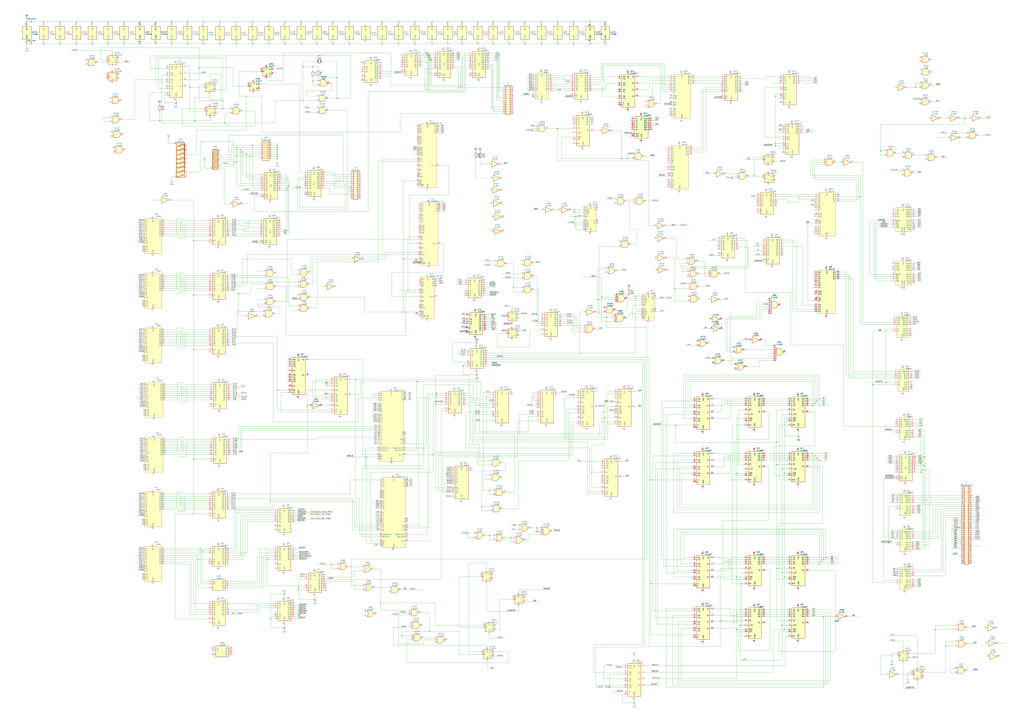
<source format=kicad_sch>
(kicad_sch (version 20211123) (generator eeschema)
  (paper "A0")
  (lib_symbols
    (symbol "74xx:74LS00" (pin_names (offset 1.016))
      (property "Reference" "U" (at 0 1.27 0))
      (property "Value" "74LS00" (at 0 -1.27 0))
      (symbol "74LS00_1_1"
        (pin input line (at -7.62 2.54 0) (length 3.81) (name "~") (number "1"))
        (pin input line (at -7.62 -2.54 0) (length 3.81) (name "~") (number "2"))
        (pin output inverted (at 7.62 0 180) (length 3.81) (name "~") (number "3"))
      )
      (symbol "74LS00_1_2"
        (pin input inverted (at -7.62 2.54 0) (length 4.318) (name "~") (number "1"))
        (pin input inverted (at -7.62 -2.54 0) (length 4.318) (name "~") (number "2"))
        (pin output line (at 7.62 0 180) (length 3.81) (name "~") (number "3"))
      )
      (symbol "74LS00_2_1"
        (pin input line (at -7.62 2.54 0) (length 3.81) (name "~") (number "4"))
        (pin input line (at -7.62 -2.54 0) (length 3.81) (name "~") (number "5"))
        (pin output inverted (at 7.62 0 180) (length 3.81) (name "~") (number "6"))
      )
      (symbol "74LS00_2_2"
        (pin input inverted (at -7.62 2.54 0) (length 4.318) (name "~") (number "4"))
        (pin input inverted (at -7.62 -2.54 0) (length 4.318) (name "~") (number "5"))
        (pin output line (at 7.62 0 180) (length 3.81) (name "~") (number "6"))
      )
      (symbol "74LS00_3_1"
        (pin input line (at -7.62 -2.54 0) (length 3.81) (name "~") (number "10"))
        (pin output inverted (at 7.62 0 180) (length 3.81) (name "~") (number "8"))
        (pin input line (at -7.62 2.54 0) (length 3.81) (name "~") (number "9"))
      )
      (symbol "74LS00_3_2"
        (pin input inverted (at -7.62 -2.54 0) (length 4.318) (name "~") (number "10"))
        (pin output line (at 7.62 0 180) (length 3.81) (name "~") (number "8"))
        (pin input inverted (at -7.62 2.54 0) (length 4.318) (name "~") (number "9"))
      )
      (symbol "74LS00_4_1"
        (pin output inverted (at 7.62 0 180) (length 3.81) (name "~") (number "11"))
        (pin input line (at -7.62 2.54 0) (length 3.81) (name "~") (number "12"))
        (pin input line (at -7.62 -2.54 0) (length 3.81) (name "~") (number "13"))
      )
      (symbol "74LS00_4_2"
        (pin output line (at 7.62 0 180) (length 3.81) (name "~") (number "11"))
        (pin input inverted (at -7.62 2.54 0) (length 4.318) (name "~") (number "12"))
        (pin input inverted (at -7.62 -2.54 0) (length 4.318) (name "~") (number "13"))
      )
      (symbol "74LS00_5_0"
        (pin power_in line (at 0 12.7 270) (length 5.08) (name "VCC") (number "14"))
        (pin power_in line (at 0 -12.7 90) (length 5.08) (name "GND") (number "7"))
      )
    )
    (symbol "74xx:74LS02" (pin_names (offset 1.016))
      (property "Reference" "U" (at 0 1.27 0))
      (property "Value" "74LS02" (at 0 -1.27 0))
      (symbol "74LS02_1_1"
        (pin output inverted (at 7.62 0 180) (length 3.81) (name "~") (number "1"))
        (pin input line (at -7.62 2.54 0) (length 4.318) (name "~") (number "2"))
        (pin input line (at -7.62 -2.54 0) (length 4.318) (name "~") (number "3"))
      )
      (symbol "74LS02_1_2"
        (pin output line (at 7.62 0 180) (length 3.81) (name "~") (number "1"))
        (pin input inverted (at -7.62 2.54 0) (length 3.81) (name "~") (number "2"))
        (pin input inverted (at -7.62 -2.54 0) (length 3.81) (name "~") (number "3"))
      )
      (symbol "74LS02_2_1"
        (pin output inverted (at 7.62 0 180) (length 3.81) (name "~") (number "4"))
        (pin input line (at -7.62 2.54 0) (length 4.318) (name "~") (number "5"))
        (pin input line (at -7.62 -2.54 0) (length 4.318) (name "~") (number "6"))
      )
      (symbol "74LS02_2_2"
        (pin output line (at 7.62 0 180) (length 3.81) (name "~") (number "4"))
        (pin input inverted (at -7.62 2.54 0) (length 3.81) (name "~") (number "5"))
        (pin input inverted (at -7.62 -2.54 0) (length 3.81) (name "~") (number "6"))
      )
      (symbol "74LS02_3_1"
        (pin output inverted (at 7.62 0 180) (length 3.81) (name "~") (number "10"))
        (pin input line (at -7.62 2.54 0) (length 4.318) (name "~") (number "8"))
        (pin input line (at -7.62 -2.54 0) (length 4.318) (name "~") (number "9"))
      )
      (symbol "74LS02_3_2"
        (pin output line (at 7.62 0 180) (length 3.81) (name "~") (number "10"))
        (pin input inverted (at -7.62 2.54 0) (length 3.81) (name "~") (number "8"))
        (pin input inverted (at -7.62 -2.54 0) (length 3.81) (name "~") (number "9"))
      )
      (symbol "74LS02_4_1"
        (pin input line (at -7.62 2.54 0) (length 4.318) (name "~") (number "11"))
        (pin input line (at -7.62 -2.54 0) (length 4.318) (name "~") (number "12"))
        (pin output inverted (at 7.62 0 180) (length 3.81) (name "~") (number "13"))
      )
      (symbol "74LS02_4_2"
        (pin input inverted (at -7.62 2.54 0) (length 3.81) (name "~") (number "11"))
        (pin input inverted (at -7.62 -2.54 0) (length 3.81) (name "~") (number "12"))
        (pin output line (at 7.62 0 180) (length 3.81) (name "~") (number "13"))
      )
      (symbol "74LS02_5_0"
        (pin power_in line (at 0 12.7 270) (length 5.08) (name "VCC") (number "14"))
        (pin power_in line (at 0 -12.7 90) (length 5.08) (name "GND") (number "7"))
      )
    )
    (symbol "74xx:74LS04"
      (property "Reference" "U" (at 0 1.27 0))
      (property "Value" "74LS04" (at 0 -1.27 0))
      (symbol "74LS04_1_0"
        (pin input line (at -7.62 0 0) (length 3.81) (name "~") (number "1"))
        (pin output inverted (at 7.62 0 180) (length 3.81) (name "~") (number "2"))
      )
      (symbol "74LS04_2_0"
        (pin input line (at -7.62 0 0) (length 3.81) (name "~") (number "3"))
        (pin output inverted (at 7.62 0 180) (length 3.81) (name "~") (number "4"))
      )
      (symbol "74LS04_3_0"
        (pin input line (at -7.62 0 0) (length 3.81) (name "~") (number "5"))
        (pin output inverted (at 7.62 0 180) (length 3.81) (name "~") (number "6"))
      )
      (symbol "74LS04_4_0"
        (pin output inverted (at 7.62 0 180) (length 3.81) (name "~") (number "8"))
        (pin input line (at -7.62 0 0) (length 3.81) (name "~") (number "9"))
      )
      (symbol "74LS04_5_0"
        (pin output inverted (at 7.62 0 180) (length 3.81) (name "~") (number "10"))
        (pin input line (at -7.62 0 0) (length 3.81) (name "~") (number "11"))
      )
      (symbol "74LS04_6_0"
        (pin output inverted (at 7.62 0 180) (length 3.81) (name "~") (number "12"))
        (pin input line (at -7.62 0 0) (length 3.81) (name "~") (number "13"))
      )
      (symbol "74LS04_7_0"
        (pin power_in line (at 0 12.7 270) (length 5.08) (name "VCC") (number "14"))
        (pin power_in line (at 0 -12.7 90) (length 5.08) (name "GND") (number "7"))
      )
    )
    (symbol "74xx:74LS10" (pin_names (offset 1.016))
      (property "Reference" "U" (at 0 1.27 0))
      (property "Value" "74LS10" (at 0 -1.27 0))
      (symbol "74LS10_1_1"
        (pin input line (at -7.62 2.54 0) (length 3.81) (name "~") (number "1"))
        (pin output inverted (at 7.62 0 180) (length 3.81) (name "~") (number "12"))
        (pin input line (at -7.62 -2.54 0) (length 3.81) (name "~") (number "13"))
        (pin input line (at -7.62 0 0) (length 3.81) (name "~") (number "2"))
      )
      (symbol "74LS10_1_2"
        (pin input inverted (at -7.62 2.54 0) (length 4.318) (name "~") (number "1"))
        (pin output line (at 7.62 0 180) (length 3.81) (name "~") (number "12"))
        (pin input inverted (at -7.62 -2.54 0) (length 4.318) (name "~") (number "13"))
        (pin input inverted (at -7.62 0 0) (length 4.953) (name "~") (number "2"))
      )
      (symbol "74LS10_2_1"
        (pin input line (at -7.62 2.54 0) (length 3.81) (name "~") (number "3"))
        (pin input line (at -7.62 0 0) (length 3.81) (name "~") (number "4"))
        (pin input line (at -7.62 -2.54 0) (length 3.81) (name "~") (number "5"))
        (pin output inverted (at 7.62 0 180) (length 3.81) (name "~") (number "6"))
      )
      (symbol "74LS10_2_2"
        (pin input inverted (at -7.62 2.54 0) (length 4.318) (name "~") (number "3"))
        (pin input inverted (at -7.62 0 0) (length 4.953) (name "~") (number "4"))
        (pin input inverted (at -7.62 -2.54 0) (length 4.318) (name "~") (number "5"))
        (pin output line (at 7.62 0 180) (length 3.81) (name "~") (number "6"))
      )
      (symbol "74LS10_3_1"
        (pin input line (at -7.62 0 0) (length 3.81) (name "~") (number "10"))
        (pin input line (at -7.62 -2.54 0) (length 3.81) (name "~") (number "11"))
        (pin output inverted (at 7.62 0 180) (length 3.81) (name "~") (number "8"))
        (pin input line (at -7.62 2.54 0) (length 3.81) (name "~") (number "9"))
      )
      (symbol "74LS10_3_2"
        (pin input inverted (at -7.62 0 0) (length 4.953) (name "~") (number "10"))
        (pin input inverted (at -7.62 -2.54 0) (length 4.318) (name "~") (number "11"))
        (pin output line (at 7.62 0 180) (length 3.81) (name "~") (number "8"))
        (pin input inverted (at -7.62 2.54 0) (length 4.318) (name "~") (number "9"))
      )
      (symbol "74LS10_4_0"
        (pin power_in line (at 0 12.7 270) (length 5.08) (name "VCC") (number "14"))
        (pin power_in line (at 0 -12.7 90) (length 5.08) (name "GND") (number "7"))
      )
    )
    (symbol "74xx:74LS109" (pin_names (offset 1.016))
      (property "Reference" "U" (at -7.62 8.89 0))
      (property "Value" "74LS109" (at -7.62 -8.89 0))
      (symbol "74LS109_1_0"
        (pin input line (at 0 -7.62 90) (length 2.54) (name "~{R}") (number "1"))
        (pin input line (at -7.62 2.54 0) (length 2.54) (name "J") (number "2"))
        (pin input line (at -7.62 -2.54 0) (length 2.54) (name "~{K}") (number "3"))
        (pin input clock (at -7.62 0 0) (length 2.54) (name "C") (number "4"))
        (pin input line (at 0 7.62 270) (length 2.54) (name "~{S}") (number "5"))
        (pin output line (at 7.62 2.54 180) (length 2.54) (name "Q") (number "6"))
        (pin output line (at 7.62 -2.54 180) (length 2.54) (name "~{Q}") (number "7"))
      )
      (symbol "74LS109_2_0"
        (pin output line (at 7.62 2.54 180) (length 2.54) (name "Q") (number "10"))
        (pin input line (at 0 7.62 270) (length 2.54) (name "~{S}") (number "11"))
        (pin input clock (at -7.62 0 0) (length 2.54) (name "C") (number "12"))
        (pin input line (at -7.62 -2.54 0) (length 2.54) (name "~{K}") (number "13"))
        (pin input line (at -7.62 2.54 0) (length 2.54) (name "J") (number "14"))
        (pin input line (at 0 -7.62 90) (length 2.54) (name "~{R}") (number "15"))
        (pin output line (at 7.62 -2.54 180) (length 2.54) (name "~{Q}") (number "9"))
      )
      (symbol "74LS109_3_0"
        (pin power_in line (at 0 10.16 270) (length 2.54) (name "VCC") (number "16"))
        (pin power_in line (at 0 -10.16 90) (length 2.54) (name "GND") (number "8"))
      )
    )
    (symbol "74xx:74LS138" (pin_names (offset 1.016))
      (property "Reference" "U" (at -7.62 11.43 0))
      (property "Value" "74LS138" (at -7.62 -13.97 0))
      (symbol "74LS138_1_0"
        (pin input line (at -12.7 7.62 0) (length 5.08) (name "A0") (number "1"))
        (pin output output_low (at 12.7 -5.08 180) (length 5.08) (name "O5") (number "10"))
        (pin output output_low (at 12.7 -2.54 180) (length 5.08) (name "O4") (number "11"))
        (pin output output_low (at 12.7 0 180) (length 5.08) (name "O3") (number "12"))
        (pin output output_low (at 12.7 2.54 180) (length 5.08) (name "O2") (number "13"))
        (pin output output_low (at 12.7 5.08 180) (length 5.08) (name "O1") (number "14"))
        (pin output output_low (at 12.7 7.62 180) (length 5.08) (name "O0") (number "15"))
        (pin power_in line (at 0 15.24 270) (length 5.08) (name "VCC") (number "16"))
        (pin input line (at -12.7 5.08 0) (length 5.08) (name "A1") (number "2"))
        (pin input line (at -12.7 2.54 0) (length 5.08) (name "A2") (number "3"))
        (pin input input_low (at -12.7 -10.16 0) (length 5.08) (name "E1") (number "4"))
        (pin input input_low (at -12.7 -7.62 0) (length 5.08) (name "E2") (number "5"))
        (pin input line (at -12.7 -5.08 0) (length 5.08) (name "E3") (number "6"))
        (pin output output_low (at 12.7 -10.16 180) (length 5.08) (name "O7") (number "7"))
        (pin power_in line (at 0 -17.78 90) (length 5.08) (name "GND") (number "8"))
        (pin output output_low (at 12.7 -7.62 180) (length 5.08) (name "O6") (number "9"))
      )
    )
    (symbol "74xx:74LS151" (pin_names (offset 1.016))
      (property "Reference" "U" (at -7.62 19.05 0))
      (property "Value" "74LS151" (at -7.62 -21.59 0))
      (symbol "74LS151_1_0"
        (pin input line (at -12.7 7.62 0) (length 5.08) (name "I3") (number "1"))
        (pin input line (at -12.7 -10.16 0) (length 5.08) (name "S1") (number "10"))
        (pin input line (at -12.7 -7.62 0) (length 5.08) (name "S0") (number "11"))
        (pin input line (at -12.7 -2.54 0) (length 5.08) (name "I7") (number "12"))
        (pin input line (at -12.7 0 0) (length 5.08) (name "I6") (number "13"))
        (pin input line (at -12.7 2.54 0) (length 5.08) (name "I5") (number "14"))
        (pin input line (at -12.7 5.08 0) (length 5.08) (name "I4") (number "15"))
        (pin power_in line (at 0 22.86 270) (length 5.08) (name "VCC") (number "16"))
        (pin input line (at -12.7 10.16 0) (length 5.08) (name "I2") (number "2"))
        (pin input line (at -12.7 12.7 0) (length 5.08) (name "I1") (number "3"))
        (pin input line (at -12.7 15.24 0) (length 5.08) (name "I0") (number "4"))
        (pin output line (at 12.7 15.24 180) (length 5.08) (name "Z") (number "5"))
        (pin output line (at 12.7 12.7 180) (length 5.08) (name "~{Z}") (number "6"))
        (pin input line (at -12.7 -17.78 0) (length 5.08) (name "~{E}") (number "7"))
        (pin power_in line (at 0 -25.4 90) (length 5.08) (name "GND") (number "8"))
        (pin input line (at -12.7 -12.7 0) (length 5.08) (name "S2") (number "9"))
      )
    )
    (symbol "74xx:74LS153" (pin_names (offset 1.016))
      (property "Reference" "U" (at -7.62 21.59 0))
      (property "Value" "74LS153" (at -7.62 -24.13 0))
      (symbol "74LS153_1_0"
        (pin input inverted (at -12.7 5.08 0) (length 5.08) (name "Ea") (number "1"))
        (pin input line (at -12.7 0 0) (length 5.08) (name "I0b") (number "10"))
        (pin input line (at -12.7 -2.54 0) (length 5.08) (name "I1b") (number "11"))
        (pin input line (at -12.7 -5.08 0) (length 5.08) (name "I2b") (number "12"))
        (pin input line (at -12.7 -7.62 0) (length 5.08) (name "I3b") (number "13"))
        (pin input line (at -12.7 -17.78 0) (length 5.08) (name "S0") (number "14"))
        (pin input inverted (at -12.7 -12.7 0) (length 5.08) (name "Eb") (number "15"))
        (pin power_in line (at 0 25.4 270) (length 5.08) (name "VCC") (number "16"))
        (pin input line (at -12.7 -20.32 0) (length 5.08) (name "S1") (number "2"))
        (pin input line (at -12.7 10.16 0) (length 5.08) (name "I3a") (number "3"))
        (pin input line (at -12.7 12.7 0) (length 5.08) (name "I2a") (number "4"))
        (pin input line (at -12.7 15.24 0) (length 5.08) (name "I1a") (number "5"))
        (pin input line (at -12.7 17.78 0) (length 5.08) (name "I0a") (number "6"))
        (pin output line (at 12.7 17.78 180) (length 5.08) (name "Za") (number "7"))
        (pin power_in line (at 0 -27.94 90) (length 5.08) (name "GND") (number "8"))
        (pin output line (at 12.7 0 180) (length 5.08) (name "Zb") (number "9"))
      )
    )
    (symbol "74xx:74LS157" (pin_names (offset 1.016))
      (property "Reference" "U" (at -7.62 19.05 0))
      (property "Value" "74LS157" (at -7.62 -21.59 0))
      (symbol "74LS157_1_0"
        (pin input line (at -12.7 -15.24 0) (length 5.08) (name "S") (number "1"))
        (pin input line (at -12.7 -2.54 0) (length 5.08) (name "I1c") (number "10"))
        (pin input line (at -12.7 0 0) (length 5.08) (name "I0c") (number "11"))
        (pin output line (at 12.7 -7.62 180) (length 5.08) (name "Zd") (number "12"))
        (pin input line (at -12.7 -10.16 0) (length 5.08) (name "I1d") (number "13"))
        (pin input line (at -12.7 -7.62 0) (length 5.08) (name "I0d") (number "14"))
        (pin input inverted (at -12.7 -17.78 0) (length 5.08) (name "E") (number "15"))
        (pin power_in line (at 0 22.86 270) (length 5.08) (name "VCC") (number "16"))
        (pin input line (at -12.7 15.24 0) (length 5.08) (name "I0a") (number "2"))
        (pin input line (at -12.7 12.7 0) (length 5.08) (name "I1a") (number "3"))
        (pin output line (at 12.7 15.24 180) (length 5.08) (name "Za") (number "4"))
        (pin input line (at -12.7 7.62 0) (length 5.08) (name "I0b") (number "5"))
        (pin input line (at -12.7 5.08 0) (length 5.08) (name "I1b") (number "6"))
        (pin output line (at 12.7 7.62 180) (length 5.08) (name "Zb") (number "7"))
        (pin power_in line (at 0 -25.4 90) (length 5.08) (name "GND") (number "8"))
        (pin output line (at 12.7 0 180) (length 5.08) (name "Zc") (number "9"))
      )
    )
    (symbol "74xx:74LS173" (pin_names (offset 1.016))
      (property "Reference" "U" (at -7.62 19.05 0))
      (property "Value" "74LS173" (at -7.62 -19.05 0))
      (symbol "74LS173_1_0"
        (pin input inverted (at -12.7 2.54 0) (length 5.08) (name "Oe1") (number "1"))
        (pin input inverted (at -12.7 -7.62 0) (length 5.08) (name "E2") (number "10"))
        (pin input line (at -12.7 7.62 0) (length 5.08) (name "D3") (number "11"))
        (pin input line (at -12.7 10.16 0) (length 5.08) (name "D2") (number "12"))
        (pin input line (at -12.7 12.7 0) (length 5.08) (name "D1") (number "13"))
        (pin input line (at -12.7 15.24 0) (length 5.08) (name "D0") (number "14"))
        (pin input line (at -12.7 -15.24 0) (length 5.08) (name "Mr") (number "15"))
        (pin power_in line (at 0 22.86 270) (length 5.08) (name "VCC") (number "16"))
        (pin input inverted (at -12.7 0 0) (length 5.08) (name "Oe2") (number "2"))
        (pin tri_state line (at 12.7 15.24 180) (length 5.08) (name "Q0") (number "3"))
        (pin tri_state line (at 12.7 12.7 180) (length 5.08) (name "Q1") (number "4"))
        (pin tri_state line (at 12.7 10.16 180) (length 5.08) (name "Q2") (number "5"))
        (pin tri_state line (at 12.7 7.62 180) (length 5.08) (name "Q3") (number "6"))
        (pin input clock (at -12.7 -10.16 0) (length 5.08) (name "Cp") (number "7"))
        (pin power_in line (at 0 -22.86 90) (length 5.08) (name "GND") (number "8"))
        (pin input inverted (at -12.7 -5.08 0) (length 5.08) (name "E1") (number "9"))
      )
    )
    (symbol "74xx:74LS174" (pin_names (offset 1.016))
      (property "Reference" "U" (at -7.62 13.97 0))
      (property "Value" "74LS174" (at -7.62 -16.51 0))
      (symbol "74LS174_1_0"
        (pin input line (at -12.7 -12.7 0) (length 5.08) (name "~{Mr}") (number "1"))
        (pin output line (at 12.7 2.54 180) (length 5.08) (name "Q3") (number "10"))
        (pin input line (at -12.7 2.54 0) (length 5.08) (name "D3") (number "11"))
        (pin output line (at 12.7 0 180) (length 5.08) (name "Q4") (number "12"))
        (pin input line (at -12.7 0 0) (length 5.08) (name "D4") (number "13"))
        (pin input line (at -12.7 -2.54 0) (length 5.08) (name "D5") (number "14"))
        (pin output line (at 12.7 -2.54 180) (length 5.08) (name "Q5") (number "15"))
        (pin power_in line (at 0 17.78 270) (length 5.08) (name "VCC") (number "16"))
        (pin output line (at 12.7 10.16 180) (length 5.08) (name "Q0") (number "2"))
        (pin input line (at -12.7 10.16 0) (length 5.08) (name "D0") (number "3"))
        (pin input line (at -12.7 7.62 0) (length 5.08) (name "D1") (number "4"))
        (pin output line (at 12.7 7.62 180) (length 5.08) (name "Q1") (number "5"))
        (pin input line (at -12.7 5.08 0) (length 5.08) (name "D2") (number "6"))
        (pin output line (at 12.7 5.08 180) (length 5.08) (name "Q2") (number "7"))
        (pin power_in line (at 0 -20.32 90) (length 5.08) (name "GND") (number "8"))
        (pin input clock (at -12.7 -7.62 0) (length 5.08) (name "Cp") (number "9"))
      )
    )
    (symbol "74xx:74LS20" (pin_names (offset 1.016))
      (property "Reference" "U" (at 0 1.27 0))
      (property "Value" "74LS20" (at 0 -1.27 0))
      (symbol "74LS20_1_1"
        (pin input line (at -7.62 3.81 0) (length 3.81) (name "~") (number "1"))
        (pin input line (at -7.62 1.27 0) (length 3.81) (name "~") (number "2"))
        (pin input line (at -7.62 -1.27 0) (length 3.81) (name "~") (number "4"))
        (pin input line (at -7.62 -3.81 0) (length 3.81) (name "~") (number "5"))
        (pin output inverted (at 7.62 0 180) (length 3.81) (name "~") (number "6"))
      )
      (symbol "74LS20_1_2"
        (pin input inverted (at -7.62 3.81 0) (length 3.81) (name "~") (number "1"))
        (pin input inverted (at -7.62 1.27 0) (length 4.826) (name "~") (number "2"))
        (pin input inverted (at -7.62 -1.27 0) (length 4.826) (name "~") (number "4"))
        (pin input inverted (at -7.62 -3.81 0) (length 3.81) (name "~") (number "5"))
        (pin output line (at 7.62 0 180) (length 3.81) (name "~") (number "6"))
      )
      (symbol "74LS20_2_1"
        (pin input line (at -7.62 1.27 0) (length 3.81) (name "~") (number "10"))
        (pin input line (at -7.62 -1.27 0) (length 3.81) (name "~") (number "12"))
        (pin input line (at -7.62 -3.81 0) (length 3.81) (name "~") (number "13"))
        (pin output inverted (at 7.62 0 180) (length 3.81) (name "~") (number "8"))
        (pin input line (at -7.62 3.81 0) (length 3.81) (name "~") (number "9"))
      )
      (symbol "74LS20_2_2"
        (pin input inverted (at -7.62 1.27 0) (length 4.826) (name "~") (number "10"))
        (pin input inverted (at -7.62 -1.27 0) (length 4.826) (name "~") (number "12"))
        (pin input inverted (at -7.62 -3.81 0) (length 3.81) (name "~") (number "13"))
        (pin output line (at 7.62 0 180) (length 3.81) (name "~") (number "8"))
        (pin input inverted (at -7.62 3.81 0) (length 3.81) (name "~") (number "9"))
      )
      (symbol "74LS20_3_0"
        (pin power_in line (at 0 12.7 270) (length 5.08) (name "VCC") (number "14"))
        (pin power_in line (at 0 -12.7 90) (length 5.08) (name "GND") (number "7"))
      )
    )
    (symbol "74xx:74LS240" (pin_names (offset 1.016))
      (property "Reference" "U" (at -7.62 16.51 0))
      (property "Value" "74LS240" (at -7.62 -16.51 0))
      (symbol "74LS240_1_0"
        (pin input inverted (at -12.7 -10.16 0) (length 5.08) (name "OEa") (number "1"))
        (pin power_in line (at 0 -20.32 90) (length 5.08) (name "GND") (number "10"))
        (pin input line (at -12.7 2.54 0) (length 5.08) (name "I0b") (number "11"))
        (pin tri_state inverted (at 12.7 5.08 180) (length 5.08) (name "O3a") (number "12"))
        (pin input line (at -12.7 0 0) (length 5.08) (name "I1b") (number "13"))
        (pin tri_state inverted (at 12.7 7.62 180) (length 5.08) (name "O2a") (number "14"))
        (pin input line (at -12.7 -2.54 0) (length 5.08) (name "I2b") (number "15"))
        (pin tri_state inverted (at 12.7 10.16 180) (length 5.08) (name "O1a") (number "16"))
        (pin input line (at -12.7 -5.08 0) (length 5.08) (name "I3b") (number "17"))
        (pin tri_state inverted (at 12.7 12.7 180) (length 5.08) (name "O0a") (number "18"))
        (pin input inverted (at -12.7 -12.7 0) (length 5.08) (name "OEb") (number "19"))
        (pin input line (at -12.7 12.7 0) (length 5.08) (name "I0a") (number "2"))
        (pin power_in line (at 0 20.32 270) (length 5.08) (name "VCC") (number "20"))
        (pin tri_state inverted (at 12.7 -5.08 180) (length 5.08) (name "O3b") (number "3"))
        (pin input line (at -12.7 10.16 0) (length 5.08) (name "I1a") (number "4"))
        (pin tri_state inverted (at 12.7 -2.54 180) (length 5.08) (name "O2b") (number "5"))
        (pin input line (at -12.7 7.62 0) (length 5.08) (name "I2a") (number "6"))
        (pin tri_state inverted (at 12.7 0 180) (length 5.08) (name "O1b") (number "7"))
        (pin input line (at -12.7 5.08 0) (length 5.08) (name "I3a") (number "8"))
        (pin tri_state inverted (at 12.7 2.54 180) (length 5.08) (name "O0b") (number "9"))
      )
    )
    (symbol "74xx:74LS253" (pin_names (offset 1.016))
      (property "Reference" "U" (at -7.62 21.59 0))
      (property "Value" "74LS253" (at -7.62 -24.13 0))
      (symbol "74LS253_1_0"
        (pin input inverted (at -12.7 5.08 0) (length 5.08) (name "OEa") (number "1"))
        (pin input line (at -12.7 0 0) (length 5.08) (name "I0b") (number "10"))
        (pin input line (at -12.7 -2.54 0) (length 5.08) (name "I1b") (number "11"))
        (pin input line (at -12.7 -5.08 0) (length 5.08) (name "I2b") (number "12"))
        (pin input line (at -12.7 -7.62 0) (length 5.08) (name "I3b") (number "13"))
        (pin input line (at -12.7 -17.78 0) (length 5.08) (name "A0") (number "14"))
        (pin input inverted (at -12.7 -12.7 0) (length 5.08) (name "OEb") (number "15"))
        (pin power_in line (at 0 25.4 270) (length 5.08) (name "VCC") (number "16"))
        (pin input line (at -12.7 -20.32 0) (length 5.08) (name "A1") (number "2"))
        (pin input line (at -12.7 10.16 0) (length 5.08) (name "I3a") (number "3"))
        (pin input line (at -12.7 12.7 0) (length 5.08) (name "I2a") (number "4"))
        (pin input line (at -12.7 15.24 0) (length 5.08) (name "I1a") (number "5"))
        (pin input line (at -12.7 17.78 0) (length 5.08) (name "I0a") (number "6"))
        (pin tri_state line (at 12.7 17.78 180) (length 5.08) (name "Za") (number "7"))
        (pin power_in line (at 0 -27.94 90) (length 5.08) (name "GND") (number "8"))
        (pin tri_state line (at 12.7 0 180) (length 5.08) (name "Zb") (number "9"))
      )
    )
    (symbol "74xx:74LS259" (pin_names (offset 1.016))
      (property "Reference" "U" (at -7.62 13.97 0))
      (property "Value" "74LS259" (at -7.62 -13.97 0))
      (symbol "74LS259_1_0"
        (pin input line (at -12.7 5.08 0) (length 5.08) (name "A0") (number "1"))
        (pin output line (at 12.7 -2.54 180) (length 5.08) (name "Q5") (number "10"))
        (pin output line (at 12.7 -5.08 180) (length 5.08) (name "Q6") (number "11"))
        (pin output line (at 12.7 -7.62 180) (length 5.08) (name "Q7") (number "12"))
        (pin input line (at -12.7 10.16 0) (length 5.08) (name "D") (number "13"))
        (pin input inverted (at -12.7 -5.08 0) (length 5.08) (name "E") (number "14"))
        (pin input inverted (at -12.7 -10.16 0) (length 5.08) (name "Clr") (number "15"))
        (pin power_in line (at 0 17.78 270) (length 5.08) (name "VCC") (number "16"))
        (pin input line (at -12.7 2.54 0) (length 5.08) (name "A1") (number "2"))
        (pin input line (at -12.7 0 0) (length 5.08) (name "A2") (number "3"))
        (pin output line (at 12.7 10.16 180) (length 5.08) (name "Q0") (number "4"))
        (pin output line (at 12.7 7.62 180) (length 5.08) (name "Q1") (number "5"))
        (pin output line (at 12.7 5.08 180) (length 5.08) (name "Q2") (number "6"))
        (pin output line (at 12.7 2.54 180) (length 5.08) (name "Q3") (number "7"))
        (pin power_in line (at 0 -17.78 90) (length 5.08) (name "GND") (number "8"))
        (pin output line (at 12.7 0 180) (length 5.08) (name "Q4") (number "9"))
      )
    )
    (symbol "74xx:74LS30" (pin_names (offset 1.016))
      (property "Reference" "U" (at 0 1.27 0))
      (property "Value" "74LS30" (at 0 -1.27 0))
      (symbol "74LS30_1_1"
        (pin input line (at -7.62 7.62 0) (length 3.81) (name "~") (number "1"))
        (pin input line (at -7.62 -7.62 0) (length 3.81) (name "~") (number "11"))
        (pin input line (at -7.62 -10.16 0) (length 3.81) (name "~") (number "12"))
        (pin input line (at -7.62 5.08 0) (length 3.81) (name "~") (number "2"))
        (pin input line (at -7.62 2.54 0) (length 3.81) (name "~") (number "3"))
        (pin input line (at -7.62 0 0) (length 3.81) (name "~") (number "4"))
        (pin input line (at -7.62 -2.54 0) (length 3.81) (name "~") (number "5"))
        (pin input line (at -7.62 -5.08 0) (length 3.81) (name "~") (number "6"))
        (pin output inverted (at 7.62 0 180) (length 3.81) (name "~") (number "8"))
      )
      (symbol "74LS30_1_2"
        (pin input inverted (at -7.62 7.62 0) (length 3.81) (name "~") (number "1"))
        (pin input inverted (at -7.62 -7.62 0) (length 3.81) (name "~") (number "11"))
        (pin input inverted (at -7.62 -10.16 0) (length 3.81) (name "~") (number "12"))
        (pin input inverted (at -7.62 5.08 0) (length 3.81) (name "~") (number "2"))
        (pin input inverted (at -7.62 2.54 0) (length 4.5466) (name "~") (number "3"))
        (pin input inverted (at -7.62 0 0) (length 5.08) (name "~") (number "4"))
        (pin input inverted (at -7.62 -2.54 0) (length 4.5466) (name "~") (number "5"))
        (pin input inverted (at -7.62 -5.08 0) (length 3.81) (name "~") (number "6"))
        (pin output line (at 7.62 0 180) (length 3.81) (name "~") (number "8"))
      )
      (symbol "74LS30_2_0"
        (pin power_in line (at 0 12.7 270) (length 5.08) (name "VCC") (number "14"))
        (pin power_in line (at 0 -12.7 90) (length 5.08) (name "GND") (number "7"))
      )
    )
    (symbol "74xx:74LS368" (pin_names (offset 1.016))
      (property "Reference" "U" (at -7.62 13.97 0))
      (property "Value" "74LS368" (at -7.62 -13.97 0))
      (symbol "74LS368_1_0"
        (pin input inverted (at -12.7 -7.62 0) (length 5.08) (name "OEa") (number "1"))
        (pin input line (at -12.7 2.54 0) (length 5.08) (name "I4") (number "10"))
        (pin tri_state inverted (at 12.7 0 180) (length 5.08) (name "O5b") (number "11"))
        (pin input line (at -12.7 0 0) (length 5.08) (name "I5") (number "12"))
        (pin tri_state inverted (at 12.7 -2.54 180) (length 5.08) (name "O6b") (number "13"))
        (pin input line (at -12.7 -2.54 0) (length 5.08) (name "I6") (number "14"))
        (pin input inverted (at -12.7 -10.16 0) (length 5.08) (name "OEb") (number "15"))
        (pin power_in line (at 0 17.78 270) (length 5.08) (name "VCC") (number "16"))
        (pin input line (at -12.7 10.16 0) (length 5.08) (name "I1") (number "2"))
        (pin tri_state inverted (at 12.7 10.16 180) (length 5.08) (name "O1a") (number "3"))
        (pin input line (at -12.7 7.62 0) (length 5.08) (name "I2") (number "4"))
        (pin tri_state inverted (at 12.7 7.62 180) (length 5.08) (name "O2a") (number "5"))
        (pin input line (at -12.7 5.08 0) (length 5.08) (name "I3") (number "6"))
        (pin tri_state inverted (at 12.7 5.08 180) (length 5.08) (name "O3a") (number "7"))
        (pin power_in line (at 0 -17.78 90) (length 5.08) (name "GND") (number "8"))
        (pin tri_state inverted (at 12.7 2.54 180) (length 5.08) (name "O4a") (number "9"))
      )
    )
    (symbol "74xx:74LS374"
      (property "Reference" "U" (at -7.62 16.51 0))
      (property "Value" "74LS374" (at -7.62 -16.51 0))
      (symbol "74LS374_1_0"
        (pin input inverted (at -12.7 -12.7 0) (length 5.08) (name "OE") (number "1"))
        (pin power_in line (at 0 -20.32 90) (length 5.08) (name "GND") (number "10"))
        (pin input clock (at -12.7 -10.16 0) (length 5.08) (name "Cp") (number "11"))
        (pin tri_state line (at 12.7 2.54 180) (length 5.08) (name "O4") (number "12"))
        (pin input line (at -12.7 2.54 0) (length 5.08) (name "D4") (number "13"))
        (pin input line (at -12.7 0 0) (length 5.08) (name "D5") (number "14"))
        (pin tri_state line (at 12.7 0 180) (length 5.08) (name "O5") (number "15"))
        (pin tri_state line (at 12.7 -2.54 180) (length 5.08) (name "O6") (number "16"))
        (pin input line (at -12.7 -2.54 0) (length 5.08) (name "D6") (number "17"))
        (pin input line (at -12.7 -5.08 0) (length 5.08) (name "D7") (number "18"))
        (pin tri_state line (at 12.7 -5.08 180) (length 5.08) (name "O7") (number "19"))
        (pin tri_state line (at 12.7 12.7 180) (length 5.08) (name "O0") (number "2"))
        (pin power_in line (at 0 20.32 270) (length 5.08) (name "VCC") (number "20"))
        (pin input line (at -12.7 12.7 0) (length 5.08) (name "D0") (number "3"))
        (pin input line (at -12.7 10.16 0) (length 5.08) (name "D1") (number "4"))
        (pin tri_state line (at 12.7 10.16 180) (length 5.08) (name "O1") (number "5"))
        (pin tri_state line (at 12.7 7.62 180) (length 5.08) (name "O2") (number "6"))
        (pin input line (at -12.7 7.62 0) (length 5.08) (name "D2") (number "7"))
        (pin input line (at -12.7 5.08 0) (length 5.08) (name "D3") (number "8"))
        (pin tri_state line (at 12.7 5.08 180) (length 5.08) (name "O3") (number "9"))
      )
    )
    (symbol "74xx:74LS377" (pin_names (offset 1.016))
      (property "Reference" "U" (at -7.62 16.51 0))
      (property "Value" "74LS377" (at -7.62 -16.51 0))
      (symbol "74LS377_1_0"
        (pin input line (at -12.7 -12.7 0) (length 5.08) (name "~{E}") (number "1"))
        (pin power_in line (at 0 -20.32 90) (length 5.08) (name "GND") (number "10"))
        (pin input clock (at -12.7 -10.16 0) (length 5.08) (name "CP") (number "11"))
        (pin output line (at 12.7 2.54 180) (length 5.08) (name "Q4") (number "12"))
        (pin input line (at -12.7 2.54 0) (length 5.08) (name "D4") (number "13"))
        (pin input line (at -12.7 0 0) (length 5.08) (name "D5") (number "14"))
        (pin output line (at 12.7 0 180) (length 5.08) (name "Q5") (number "15"))
        (pin output line (at 12.7 -2.54 180) (length 5.08) (name "Q6") (number "16"))
        (pin input line (at -12.7 -2.54 0) (length 5.08) (name "D6") (number "17"))
        (pin input line (at -12.7 -5.08 0) (length 5.08) (name "D7") (number "18"))
        (pin output line (at 12.7 -5.08 180) (length 5.08) (name "Q7") (number "19"))
        (pin output line (at 12.7 12.7 180) (length 5.08) (name "Q0") (number "2"))
        (pin power_in line (at 0 20.32 270) (length 5.08) (name "VCC") (number "20"))
        (pin input line (at -12.7 12.7 0) (length 5.08) (name "D0") (number "3"))
        (pin input line (at -12.7 10.16 0) (length 5.08) (name "D1") (number "4"))
        (pin output line (at 12.7 10.16 180) (length 5.08) (name "Q1") (number "5"))
        (pin output line (at 12.7 7.62 180) (length 5.08) (name "Q2") (number "6"))
        (pin input line (at -12.7 7.62 0) (length 5.08) (name "D2") (number "7"))
        (pin input line (at -12.7 5.08 0) (length 5.08) (name "D3") (number "8"))
        (pin output line (at 12.7 5.08 180) (length 5.08) (name "Q3") (number "9"))
      )
    )
    (symbol "74xx:74LS378" (pin_names (offset 1.016))
      (property "Reference" "U" (at -7.62 13.97 0))
      (property "Value" "74LS378" (at -7.62 -13.97 0))
      (symbol "74LS378_1_0"
        (pin input line (at -12.7 -10.16 0) (length 5.08) (name "~{E}") (number "1"))
        (pin output line (at 12.7 2.54 180) (length 5.08) (name "Q3") (number "10"))
        (pin input line (at -12.7 2.54 0) (length 5.08) (name "D3") (number "11"))
        (pin output line (at 12.7 0 180) (length 5.08) (name "Q4") (number "12"))
        (pin input line (at -12.7 0 0) (length 5.08) (name "D4") (number "13"))
        (pin input line (at -12.7 -2.54 0) (length 5.08) (name "D5") (number "14"))
        (pin output line (at 12.7 -2.54 180) (length 5.08) (name "Q5") (number "15"))
        (pin power_in line (at 0 17.78 270) (length 5.08) (name "VCC") (number "16"))
        (pin output line (at 12.7 10.16 180) (length 5.08) (name "Q0") (number "2"))
        (pin input line (at -12.7 10.16 0) (length 5.08) (name "D0") (number "3"))
        (pin input line (at -12.7 7.62 0) (length 5.08) (name "D1") (number "4"))
        (pin output line (at 12.7 7.62 180) (length 5.08) (name "Q1") (number "5"))
        (pin input line (at -12.7 5.08 0) (length 5.08) (name "D2") (number "6"))
        (pin output line (at 12.7 5.08 180) (length 5.08) (name "Q2") (number "7"))
        (pin power_in line (at 0 -17.78 90) (length 5.08) (name "GND") (number "8"))
        (pin input clock (at -12.7 -7.62 0) (length 5.08) (name "C") (number "9"))
      )
    )
    (symbol "74xx:74LS74" (pin_names (offset 1.016))
      (property "Reference" "U" (at -7.62 8.89 0))
      (property "Value" "74LS74" (at -7.62 -8.89 0))
      (symbol "74LS74_1_0"
        (pin input line (at 0 -7.62 90) (length 2.54) (name "~{R}") (number "1"))
        (pin input line (at -7.62 2.54 0) (length 2.54) (name "D") (number "2"))
        (pin input clock (at -7.62 0 0) (length 2.54) (name "C") (number "3"))
        (pin input line (at 0 7.62 270) (length 2.54) (name "~{S}") (number "4"))
        (pin output line (at 7.62 2.54 180) (length 2.54) (name "Q") (number "5"))
        (pin output line (at 7.62 -2.54 180) (length 2.54) (name "~{Q}") (number "6"))
      )
      (symbol "74LS74_2_0"
        (pin input line (at 0 7.62 270) (length 2.54) (name "~{S}") (number "10"))
        (pin input clock (at -7.62 0 0) (length 2.54) (name "C") (number "11"))
        (pin input line (at -7.62 2.54 0) (length 2.54) (name "D") (number "12"))
        (pin input line (at 0 -7.62 90) (length 2.54) (name "~{R}") (number "13"))
        (pin output line (at 7.62 -2.54 180) (length 2.54) (name "~{Q}") (number "8"))
        (pin output line (at 7.62 2.54 180) (length 2.54) (name "Q") (number "9"))
      )
      (symbol "74LS74_3_0"
        (pin power_in line (at 0 10.16 270) (length 2.54) (name "VCC") (number "14"))
        (pin power_in line (at 0 -10.16 90) (length 2.54) (name "GND") (number "7"))
      )
    )
    (symbol "76161_1"
      (property "Reference" "U" (at 3.81 24.13 0))
      (property "Value" "76161_1" (at 6.35 21.59 0))
      (symbol "76161_1_1_1"
        (pin input line (at -12.7 0 0) (length 2.54) (name "A7") (number "1"))
        (pin output line (at 12.7 15.24 180) (length 2.54) (name "D1") (number "10"))
        (pin output line (at 12.7 12.7 180) (length 2.54) (name "D2") (number "11"))
        (pin power_in line (at 0 -22.86 90) (length 2.54) (name "GND") (number "12"))
        (pin output line (at 12.7 10.16 180) (length 2.54) (name "D3") (number "13"))
        (pin output line (at 12.7 7.62 180) (length 2.54) (name "D4") (number "14"))
        (pin output line (at 12.7 5.08 180) (length 2.54) (name "D5") (number "15"))
        (pin output line (at 12.7 2.54 180) (length 2.54) (name "D6") (number "16"))
        (pin output line (at 12.7 0 180) (length 2.54) (name "D7") (number "17"))
        (pin input line (at -12.7 -17.78 0) (length 2.54) (name "CE3") (number "18"))
        (pin input line (at -12.7 -15.24 0) (length 2.54) (name "CE2") (number "19"))
        (pin input line (at -12.7 2.54 0) (length 2.54) (name "A6") (number "2"))
        (pin input line (at -12.7 -12.7 0) (length 2.54) (name "~{CE1}") (number "20"))
        (pin input line (at -12.7 -7.62 0) (length 2.54) (name "A10") (number "21"))
        (pin input line (at -12.7 -5.08 0) (length 2.54) (name "A9") (number "22"))
        (pin input line (at -12.7 -2.54 0) (length 2.54) (name "A8") (number "23"))
        (pin power_in line (at 0 22.86 270) (length 2.54) (name "VCC") (number "24"))
        (pin input line (at -12.7 5.08 0) (length 2.54) (name "A5") (number "3"))
        (pin input line (at -12.7 7.62 0) (length 2.54) (name "A4") (number "4"))
        (pin input line (at -12.7 10.16 0) (length 2.54) (name "A3") (number "5"))
        (pin input line (at -12.7 12.7 0) (length 2.54) (name "A2") (number "6"))
        (pin input line (at -12.7 15.24 0) (length 2.54) (name "A1") (number "7"))
        (pin input line (at -12.7 17.78 0) (length 2.54) (name "A0") (number "8"))
        (pin output line (at 12.7 17.78 180) (length 2.54) (name "D0") (number "9"))
      )
    )
    (symbol "76161_2"
      (property "Reference" "U" (at 3.81 24.13 0))
      (property "Value" "76161_2" (at 6.35 21.59 0))
      (symbol "76161_2_1_1"
        (pin input line (at -12.7 0 0) (length 2.54) (name "A7") (number "1"))
        (pin output line (at 12.7 15.24 180) (length 2.54) (name "D1") (number "10"))
        (pin output line (at 12.7 12.7 180) (length 2.54) (name "D2") (number "11"))
        (pin power_in line (at 0 -22.86 90) (length 2.54) (name "GND") (number "12"))
        (pin output line (at 12.7 10.16 180) (length 2.54) (name "D3") (number "13"))
        (pin output line (at 12.7 7.62 180) (length 2.54) (name "D4") (number "14"))
        (pin output line (at 12.7 5.08 180) (length 2.54) (name "D5") (number "15"))
        (pin output line (at 12.7 2.54 180) (length 2.54) (name "D6") (number "16"))
        (pin output line (at 12.7 0 180) (length 2.54) (name "D7") (number "17"))
        (pin input line (at -12.7 -17.78 0) (length 2.54) (name "CE3") (number "18"))
        (pin input line (at -12.7 -15.24 0) (length 2.54) (name "CE2") (number "19"))
        (pin input line (at -12.7 2.54 0) (length 2.54) (name "A6") (number "2"))
        (pin input line (at -12.7 -12.7 0) (length 2.54) (name "~{CE1}") (number "20"))
        (pin input line (at -12.7 -7.62 0) (length 2.54) (name "A10") (number "21"))
        (pin input line (at -12.7 -5.08 0) (length 2.54) (name "A9") (number "22"))
        (pin input line (at -12.7 -2.54 0) (length 2.54) (name "A8") (number "23"))
        (pin power_in line (at 0 22.86 270) (length 2.54) (name "VCC") (number "24"))
        (pin input line (at -12.7 5.08 0) (length 2.54) (name "A5") (number "3"))
        (pin input line (at -12.7 7.62 0) (length 2.54) (name "A4") (number "4"))
        (pin input line (at -12.7 10.16 0) (length 2.54) (name "A3") (number "5"))
        (pin input line (at -12.7 12.7 0) (length 2.54) (name "A2") (number "6"))
        (pin input line (at -12.7 15.24 0) (length 2.54) (name "A1") (number "7"))
        (pin input line (at -12.7 17.78 0) (length 2.54) (name "A0") (number "8"))
        (pin output line (at 12.7 17.78 180) (length 2.54) (name "D0") (number "9"))
      )
    )
    (symbol "76161_3"
      (property "Reference" "U" (at 3.81 24.13 0))
      (property "Value" "76161_3" (at 6.35 21.59 0))
      (symbol "76161_3_1_1"
        (pin input line (at -12.7 0 0) (length 2.54) (name "A7") (number "1"))
        (pin output line (at 12.7 15.24 180) (length 2.54) (name "D1") (number "10"))
        (pin output line (at 12.7 12.7 180) (length 2.54) (name "D2") (number "11"))
        (pin power_in line (at 0 -22.86 90) (length 2.54) (name "GND") (number "12"))
        (pin output line (at 12.7 10.16 180) (length 2.54) (name "D3") (number "13"))
        (pin output line (at 12.7 7.62 180) (length 2.54) (name "D4") (number "14"))
        (pin output line (at 12.7 5.08 180) (length 2.54) (name "D5") (number "15"))
        (pin output line (at 12.7 2.54 180) (length 2.54) (name "D6") (number "16"))
        (pin output line (at 12.7 0 180) (length 2.54) (name "D7") (number "17"))
        (pin input line (at -12.7 -17.78 0) (length 2.54) (name "CE3") (number "18"))
        (pin input line (at -12.7 -15.24 0) (length 2.54) (name "CE2") (number "19"))
        (pin input line (at -12.7 2.54 0) (length 2.54) (name "A6") (number "2"))
        (pin input line (at -12.7 -12.7 0) (length 2.54) (name "~{CE1}") (number "20"))
        (pin input line (at -12.7 -7.62 0) (length 2.54) (name "A10") (number "21"))
        (pin input line (at -12.7 -5.08 0) (length 2.54) (name "A9") (number "22"))
        (pin input line (at -12.7 -2.54 0) (length 2.54) (name "A8") (number "23"))
        (pin power_in line (at 0 22.86 270) (length 2.54) (name "VCC") (number "24"))
        (pin input line (at -12.7 5.08 0) (length 2.54) (name "A5") (number "3"))
        (pin input line (at -12.7 7.62 0) (length 2.54) (name "A4") (number "4"))
        (pin input line (at -12.7 10.16 0) (length 2.54) (name "A3") (number "5"))
        (pin input line (at -12.7 12.7 0) (length 2.54) (name "A2") (number "6"))
        (pin input line (at -12.7 15.24 0) (length 2.54) (name "A1") (number "7"))
        (pin input line (at -12.7 17.78 0) (length 2.54) (name "A0") (number "8"))
        (pin output line (at 12.7 17.78 180) (length 2.54) (name "D0") (number "9"))
      )
    )
    (symbol "76161_4"
      (property "Reference" "U" (at 3.81 24.13 0))
      (property "Value" "76161_4" (at 6.35 21.59 0))
      (symbol "76161_4_1_1"
        (pin input line (at -12.7 0 0) (length 2.54) (name "A7") (number "1"))
        (pin output line (at 12.7 15.24 180) (length 2.54) (name "D1") (number "10"))
        (pin output line (at 12.7 12.7 180) (length 2.54) (name "D2") (number "11"))
        (pin power_in line (at 0 -22.86 90) (length 2.54) (name "GND") (number "12"))
        (pin output line (at 12.7 10.16 180) (length 2.54) (name "D3") (number "13"))
        (pin output line (at 12.7 7.62 180) (length 2.54) (name "D4") (number "14"))
        (pin output line (at 12.7 5.08 180) (length 2.54) (name "D5") (number "15"))
        (pin output line (at 12.7 2.54 180) (length 2.54) (name "D6") (number "16"))
        (pin output line (at 12.7 0 180) (length 2.54) (name "D7") (number "17"))
        (pin input line (at -12.7 -17.78 0) (length 2.54) (name "CE3") (number "18"))
        (pin input line (at -12.7 -15.24 0) (length 2.54) (name "CE2") (number "19"))
        (pin input line (at -12.7 2.54 0) (length 2.54) (name "A6") (number "2"))
        (pin input line (at -12.7 -12.7 0) (length 2.54) (name "~{CE1}") (number "20"))
        (pin input line (at -12.7 -7.62 0) (length 2.54) (name "A10") (number "21"))
        (pin input line (at -12.7 -5.08 0) (length 2.54) (name "A9") (number "22"))
        (pin input line (at -12.7 -2.54 0) (length 2.54) (name "A8") (number "23"))
        (pin power_in line (at 0 22.86 270) (length 2.54) (name "VCC") (number "24"))
        (pin input line (at -12.7 5.08 0) (length 2.54) (name "A5") (number "3"))
        (pin input line (at -12.7 7.62 0) (length 2.54) (name "A4") (number "4"))
        (pin input line (at -12.7 10.16 0) (length 2.54) (name "A3") (number "5"))
        (pin input line (at -12.7 12.7 0) (length 2.54) (name "A2") (number "6"))
        (pin input line (at -12.7 15.24 0) (length 2.54) (name "A1") (number "7"))
        (pin input line (at -12.7 17.78 0) (length 2.54) (name "A0") (number "8"))
        (pin output line (at 12.7 17.78 180) (length 2.54) (name "D0") (number "9"))
      )
    )
    (symbol "76161_5"
      (property "Reference" "U" (at 3.81 24.13 0))
      (property "Value" "76161_5" (at 6.35 21.59 0))
      (symbol "76161_5_1_1"
        (pin input line (at -12.7 0 0) (length 2.54) (name "A7") (number "1"))
        (pin output line (at 12.7 15.24 180) (length 2.54) (name "D1") (number "10"))
        (pin output line (at 12.7 12.7 180) (length 2.54) (name "D2") (number "11"))
        (pin power_in line (at 0 -22.86 90) (length 2.54) (name "GND") (number "12"))
        (pin output line (at 12.7 10.16 180) (length 2.54) (name "D3") (number "13"))
        (pin output line (at 12.7 7.62 180) (length 2.54) (name "D4") (number "14"))
        (pin output line (at 12.7 5.08 180) (length 2.54) (name "D5") (number "15"))
        (pin output line (at 12.7 2.54 180) (length 2.54) (name "D6") (number "16"))
        (pin output line (at 12.7 0 180) (length 2.54) (name "D7") (number "17"))
        (pin input line (at -12.7 -17.78 0) (length 2.54) (name "CE3") (number "18"))
        (pin input line (at -12.7 -15.24 0) (length 2.54) (name "CE2") (number "19"))
        (pin input line (at -12.7 2.54 0) (length 2.54) (name "A6") (number "2"))
        (pin input line (at -12.7 -12.7 0) (length 2.54) (name "~{CE1}") (number "20"))
        (pin input line (at -12.7 -7.62 0) (length 2.54) (name "A10") (number "21"))
        (pin input line (at -12.7 -5.08 0) (length 2.54) (name "A9") (number "22"))
        (pin input line (at -12.7 -2.54 0) (length 2.54) (name "A8") (number "23"))
        (pin power_in line (at 0 22.86 270) (length 2.54) (name "VCC") (number "24"))
        (pin input line (at -12.7 5.08 0) (length 2.54) (name "A5") (number "3"))
        (pin input line (at -12.7 7.62 0) (length 2.54) (name "A4") (number "4"))
        (pin input line (at -12.7 10.16 0) (length 2.54) (name "A3") (number "5"))
        (pin input line (at -12.7 12.7 0) (length 2.54) (name "A2") (number "6"))
        (pin input line (at -12.7 15.24 0) (length 2.54) (name "A1") (number "7"))
        (pin input line (at -12.7 17.78 0) (length 2.54) (name "A0") (number "8"))
        (pin output line (at 12.7 17.78 180) (length 2.54) (name "D0") (number "9"))
      )
    )
    (symbol "76161_6"
      (property "Reference" "U" (at 3.81 24.13 0))
      (property "Value" "76161_6" (at 6.35 21.59 0))
      (symbol "76161_6_1_1"
        (pin input line (at -12.7 0 0) (length 2.54) (name "A7") (number "1"))
        (pin output line (at 12.7 15.24 180) (length 2.54) (name "D1") (number "10"))
        (pin output line (at 12.7 12.7 180) (length 2.54) (name "D2") (number "11"))
        (pin power_in line (at 0 -22.86 90) (length 2.54) (name "GND") (number "12"))
        (pin output line (at 12.7 10.16 180) (length 2.54) (name "D3") (number "13"))
        (pin output line (at 12.7 7.62 180) (length 2.54) (name "D4") (number "14"))
        (pin output line (at 12.7 5.08 180) (length 2.54) (name "D5") (number "15"))
        (pin output line (at 12.7 2.54 180) (length 2.54) (name "D6") (number "16"))
        (pin output line (at 12.7 0 180) (length 2.54) (name "D7") (number "17"))
        (pin input line (at -12.7 -17.78 0) (length 2.54) (name "CE3") (number "18"))
        (pin input line (at -12.7 -15.24 0) (length 2.54) (name "CE2") (number "19"))
        (pin input line (at -12.7 2.54 0) (length 2.54) (name "A6") (number "2"))
        (pin input line (at -12.7 -12.7 0) (length 2.54) (name "~{CE1}") (number "20"))
        (pin input line (at -12.7 -7.62 0) (length 2.54) (name "A10") (number "21"))
        (pin input line (at -12.7 -5.08 0) (length 2.54) (name "A9") (number "22"))
        (pin input line (at -12.7 -2.54 0) (length 2.54) (name "A8") (number "23"))
        (pin power_in line (at 0 22.86 270) (length 2.54) (name "VCC") (number "24"))
        (pin input line (at -12.7 5.08 0) (length 2.54) (name "A5") (number "3"))
        (pin input line (at -12.7 7.62 0) (length 2.54) (name "A4") (number "4"))
        (pin input line (at -12.7 10.16 0) (length 2.54) (name "A3") (number "5"))
        (pin input line (at -12.7 12.7 0) (length 2.54) (name "A2") (number "6"))
        (pin input line (at -12.7 15.24 0) (length 2.54) (name "A1") (number "7"))
        (pin input line (at -12.7 17.78 0) (length 2.54) (name "A0") (number "8"))
        (pin output line (at 12.7 17.78 180) (length 2.54) (name "D0") (number "9"))
      )
    )
    (symbol "AM2909_1"
      (property "Reference" "U" (at 3.81 40.64 0))
      (property "Value" "AM2909_1" (at 6.35 38.1 0))
      (symbol "AM2909_1_1_1"
        (pin input line (at -12.7 -31.75 0) (length 2.54) (name "~{RE}") (number "1"))
        (pin input line (at -12.7 6.35 0) (length 2.54) (name "OR1") (number "10"))
        (pin input line (at -12.7 19.05 0) (length 2.54) (name "D1") (number "11"))
        (pin input line (at -12.7 8.89 0) (length 2.54) (name "OR0") (number "12"))
        (pin input line (at -12.7 21.59 0) (length 2.54) (name "D0") (number "13"))
        (pin power_in line (at 0 -39.37 90) (length 2.54) (name "GND") (number "14"))
        (pin input line (at -12.7 -34.29 0) (length 2.54) (name "~{ZERO}") (number "15"))
        (pin input line (at -12.7 -3.81 0) (length 2.54) (name "S0") (number "16"))
        (pin input line (at -12.7 -6.35 0) (length 2.54) (name "S1") (number "17"))
        (pin tri_state line (at 12.7 34.29 180) (length 2.54) (name "Y0") (number "18"))
        (pin tri_state line (at 12.7 31.75 180) (length 2.54) (name "Y1") (number "19"))
        (pin input line (at -12.7 26.67 0) (length 2.54) (name "R3") (number "2"))
        (pin tri_state line (at 12.7 29.21 180) (length 2.54) (name "Y2") (number "20"))
        (pin tri_state line (at 12.7 26.67 180) (length 2.54) (name "Y3") (number "21"))
        (pin input line (at -12.7 -29.21 0) (length 2.54) (name "~{OE}") (number "22"))
        (pin input line (at -12.7 -11.43 0) (length 2.54) (name "Cn") (number "23"))
        (pin output line (at 12.7 -11.43 180) (length 2.54) (name "Cn+4") (number "24"))
        (pin input line (at -12.7 -21.59 0) (length 2.54) (name "~{FE}") (number "25"))
        (pin input line (at -12.7 -24.13 0) (length 2.54) (name "PUP") (number "26"))
        (pin input clock (at -12.7 -16.51 0) (length 2.54) (name "CP") (number "27"))
        (pin power_in line (at 0 39.37 270) (length 2.54) (name "VCC") (number "28"))
        (pin input line (at -12.7 29.21 0) (length 2.54) (name "R2") (number "3"))
        (pin input line (at -12.7 31.75 0) (length 2.54) (name "R1") (number "4"))
        (pin input line (at -12.7 34.29 0) (length 2.54) (name "R0") (number "5"))
        (pin input line (at -12.7 1.27 0) (length 2.54) (name "OR3") (number "6"))
        (pin input line (at -12.7 13.97 0) (length 2.54) (name "D3") (number "7"))
        (pin input line (at -12.7 3.81 0) (length 2.54) (name "OR2") (number "8"))
        (pin input line (at -12.7 16.51 0) (length 2.54) (name "D2") (number "9"))
      )
    )
    (symbol "Connector_Generic:Conn_02x13_Top_Bottom" (pin_names (offset 1.016) hide)
      (property "Reference" "J" (at 1.27 17.78 0))
      (property "Value" "Conn_02x13_Top_Bottom" (at 1.27 -17.78 0))
      (symbol "Conn_02x13_Top_Bottom_1_1"
        (pin passive line (at -5.08 15.24 0) (length 3.81) (name "Pin_1") (number "1"))
        (pin passive line (at -5.08 -7.62 0) (length 3.81) (name "Pin_10") (number "10"))
        (pin passive line (at -5.08 -10.16 0) (length 3.81) (name "Pin_11") (number "11"))
        (pin passive line (at -5.08 -12.7 0) (length 3.81) (name "Pin_12") (number "12"))
        (pin passive line (at -5.08 -15.24 0) (length 3.81) (name "Pin_13") (number "13"))
        (pin passive line (at 7.62 15.24 180) (length 3.81) (name "Pin_14") (number "14"))
        (pin passive line (at 7.62 12.7 180) (length 3.81) (name "Pin_15") (number "15"))
        (pin passive line (at 7.62 10.16 180) (length 3.81) (name "Pin_16") (number "16"))
        (pin passive line (at 7.62 7.62 180) (length 3.81) (name "Pin_17") (number "17"))
        (pin passive line (at 7.62 5.08 180) (length 3.81) (name "Pin_18") (number "18"))
        (pin passive line (at 7.62 2.54 180) (length 3.81) (name "Pin_19") (number "19"))
        (pin passive line (at -5.08 12.7 0) (length 3.81) (name "Pin_2") (number "2"))
        (pin passive line (at 7.62 0 180) (length 3.81) (name "Pin_20") (number "20"))
        (pin passive line (at 7.62 -2.54 180) (length 3.81) (name "Pin_21") (number "21"))
        (pin passive line (at 7.62 -5.08 180) (length 3.81) (name "Pin_22") (number "22"))
        (pin passive line (at 7.62 -7.62 180) (length 3.81) (name "Pin_23") (number "23"))
        (pin passive line (at 7.62 -10.16 180) (length 3.81) (name "Pin_24") (number "24"))
        (pin passive line (at 7.62 -12.7 180) (length 3.81) (name "Pin_25") (number "25"))
        (pin passive line (at 7.62 -15.24 180) (length 3.81) (name "Pin_26") (number "26"))
        (pin passive line (at -5.08 10.16 0) (length 3.81) (name "Pin_3") (number "3"))
        (pin passive line (at -5.08 7.62 0) (length 3.81) (name "Pin_4") (number "4"))
        (pin passive line (at -5.08 5.08 0) (length 3.81) (name "Pin_5") (number "5"))
        (pin passive line (at -5.08 2.54 0) (length 3.81) (name "Pin_6") (number "6"))
        (pin passive line (at -5.08 0 0) (length 3.81) (name "Pin_7") (number "7"))
        (pin passive line (at -5.08 -2.54 0) (length 3.81) (name "Pin_8") (number "8"))
        (pin passive line (at -5.08 -5.08 0) (length 3.81) (name "Pin_9") (number "9"))
      )
    )
    (symbol "Connector_Generic:Conn_02x36_Row_Letter_First" (pin_names (offset 1.016) hide)
      (property "Reference" "J" (at 1.27 45.72 0))
      (property "Value" "Conn_02x36_Row_Letter_First" (at 1.27 -48.26 0))
      (symbol "Conn_02x36_Row_Letter_First_1_1"
        (pin passive line (at -5.08 43.18 0) (length 3.81) (name "Pin_a1") (number "a1"))
        (pin passive line (at -5.08 20.32 0) (length 3.81) (name "Pin_a10") (number "a10"))
        (pin passive line (at -5.08 17.78 0) (length 3.81) (name "Pin_a11") (number "a11"))
        (pin passive line (at -5.08 15.24 0) (length 3.81) (name "Pin_a12") (number "a12"))
        (pin passive line (at -5.08 12.7 0) (length 3.81) (name "Pin_a13") (number "a13"))
        (pin passive line (at -5.08 10.16 0) (length 3.81) (name "Pin_a14") (number "a14"))
        (pin passive line (at -5.08 7.62 0) (length 3.81) (name "Pin_a15") (number "a15"))
        (pin passive line (at -5.08 5.08 0) (length 3.81) (name "Pin_a16") (number "a16"))
        (pin passive line (at -5.08 2.54 0) (length 3.81) (name "Pin_a17") (number "a17"))
        (pin passive line (at -5.08 0 0) (length 3.81) (name "Pin_a18") (number "a18"))
        (pin passive line (at -5.08 -2.54 0) (length 3.81) (name "Pin_a19") (number "a19"))
        (pin passive line (at -5.08 40.64 0) (length 3.81) (name "Pin_a2") (number "a2"))
        (pin passive line (at -5.08 -5.08 0) (length 3.81) (name "Pin_a20") (number "a20"))
        (pin passive line (at -5.08 -7.62 0) (length 3.81) (name "Pin_a21") (number "a21"))
        (pin passive line (at -5.08 -10.16 0) (length 3.81) (name "Pin_a22") (number "a22"))
        (pin passive line (at -5.08 -12.7 0) (length 3.81) (name "Pin_a23") (number "a23"))
        (pin passive line (at -5.08 -15.24 0) (length 3.81) (name "Pin_a24") (number "a24"))
        (pin passive line (at -5.08 -17.78 0) (length 3.81) (name "Pin_a25") (number "a25"))
        (pin passive line (at -5.08 -20.32 0) (length 3.81) (name "Pin_a26") (number "a26"))
        (pin passive line (at -5.08 -22.86 0) (length 3.81) (name "Pin_a27") (number "a27"))
        (pin passive line (at -5.08 -25.4 0) (length 3.81) (name "Pin_a28") (number "a28"))
        (pin passive line (at -5.08 -27.94 0) (length 3.81) (name "Pin_a29") (number "a29"))
        (pin passive line (at -5.08 38.1 0) (length 3.81) (name "Pin_a3") (number "a3"))
        (pin passive line (at -5.08 -30.48 0) (length 3.81) (name "Pin_a30") (number "a30"))
        (pin passive line (at -5.08 -33.02 0) (length 3.81) (name "Pin_a31") (number "a31"))
        (pin passive line (at -5.08 -35.56 0) (length 3.81) (name "Pin_a32") (number "a32"))
        (pin passive line (at -5.08 -38.1 0) (length 3.81) (name "Pin_a33") (number "a33"))
        (pin passive line (at -5.08 -40.64 0) (length 3.81) (name "Pin_a34") (number "a34"))
        (pin passive line (at -5.08 -43.18 0) (length 3.81) (name "Pin_a35") (number "a35"))
        (pin passive line (at -5.08 -45.72 0) (length 3.81) (name "Pin_a36") (number "a36"))
        (pin passive line (at -5.08 35.56 0) (length 3.81) (name "Pin_a4") (number "a4"))
        (pin passive line (at -5.08 33.02 0) (length 3.81) (name "Pin_a5") (number "a5"))
        (pin passive line (at -5.08 30.48 0) (length 3.81) (name "Pin_a6") (number "a6"))
        (pin passive line (at -5.08 27.94 0) (length 3.81) (name "Pin_a7") (number "a7"))
        (pin passive line (at -5.08 25.4 0) (length 3.81) (name "Pin_a8") (number "a8"))
        (pin passive line (at -5.08 22.86 0) (length 3.81) (name "Pin_a9") (number "a9"))
        (pin passive line (at 7.62 43.18 180) (length 3.81) (name "Pin_b1") (number "b1"))
        (pin passive line (at 7.62 20.32 180) (length 3.81) (name "Pin_b10") (number "b10"))
        (pin passive line (at 7.62 17.78 180) (length 3.81) (name "Pin_b11") (number "b11"))
        (pin passive line (at 7.62 15.24 180) (length 3.81) (name "Pin_b12") (number "b12"))
        (pin passive line (at 7.62 12.7 180) (length 3.81) (name "Pin_b13") (number "b13"))
        (pin passive line (at 7.62 10.16 180) (length 3.81) (name "Pin_b14") (number "b14"))
        (pin passive line (at 7.62 7.62 180) (length 3.81) (name "Pin_b15") (number "b15"))
        (pin passive line (at 7.62 5.08 180) (length 3.81) (name "Pin_b16") (number "b16"))
        (pin passive line (at 7.62 2.54 180) (length 3.81) (name "Pin_b17") (number "b17"))
        (pin passive line (at 7.62 0 180) (length 3.81) (name "Pin_b18") (number "b18"))
        (pin passive line (at 7.62 -2.54 180) (length 3.81) (name "Pin_b19") (number "b19"))
        (pin passive line (at 7.62 40.64 180) (length 3.81) (name "Pin_b2") (number "b2"))
        (pin passive line (at 7.62 -5.08 180) (length 3.81) (name "Pin_b20") (number "b20"))
        (pin passive line (at 7.62 -7.62 180) (length 3.81) (name "Pin_b21") (number "b21"))
        (pin passive line (at 7.62 -10.16 180) (length 3.81) (name "Pin_b22") (number "b22"))
        (pin passive line (at 7.62 -12.7 180) (length 3.81) (name "Pin_b23") (number "b23"))
        (pin passive line (at 7.62 -15.24 180) (length 3.81) (name "Pin_b24") (number "b24"))
        (pin passive line (at 7.62 -17.78 180) (length 3.81) (name "Pin_b25") (number "b25"))
        (pin passive line (at 7.62 -20.32 180) (length 3.81) (name "Pin_b26") (number "b26"))
        (pin passive line (at 7.62 -22.86 180) (length 3.81) (name "Pin_b27") (number "b27"))
        (pin passive line (at 7.62 -25.4 180) (length 3.81) (name "Pin_b28") (number "b28"))
        (pin passive line (at 7.62 -27.94 180) (length 3.81) (name "Pin_b29") (number "b29"))
        (pin passive line (at 7.62 38.1 180) (length 3.81) (name "Pin_b3") (number "b3"))
        (pin passive line (at 7.62 -30.48 180) (length 3.81) (name "Pin_b30") (number "b30"))
        (pin passive line (at 7.62 -33.02 180) (length 3.81) (name "Pin_b31") (number "b31"))
        (pin passive line (at 7.62 -35.56 180) (length 3.81) (name "Pin_b32") (number "b32"))
        (pin passive line (at 7.62 -38.1 180) (length 3.81) (name "Pin_b33") (number "b33"))
        (pin passive line (at 7.62 -40.64 180) (length 3.81) (name "Pin_b34") (number "b34"))
        (pin passive line (at 7.62 -43.18 180) (length 3.81) (name "Pin_b35") (number "b35"))
        (pin passive line (at 7.62 -45.72 180) (length 3.81) (name "Pin_b36") (number "b36"))
        (pin passive line (at 7.62 35.56 180) (length 3.81) (name "Pin_b4") (number "b4"))
        (pin passive line (at 7.62 33.02 180) (length 3.81) (name "Pin_b5") (number "b5"))
        (pin passive line (at 7.62 30.48 180) (length 3.81) (name "Pin_b6") (number "b6"))
        (pin passive line (at 7.62 27.94 180) (length 3.81) (name "Pin_b7") (number "b7"))
        (pin passive line (at 7.62 25.4 180) (length 3.81) (name "Pin_b8") (number "b8"))
        (pin passive line (at 7.62 22.86 180) (length 3.81) (name "Pin_b9") (number "b9"))
      )
    )
    (symbol "Device:Crystal" (pin_numbers hide) (pin_names (offset 1.016) hide)
      (property "Reference" "Y" (at 0 3.81 0))
      (property "Value" "Crystal" (at 0 -3.81 0))
      (symbol "Crystal_1_1"
        (pin passive line (at -3.81 0 0) (length 1.27) (name "1") (number "1"))
        (pin passive line (at 3.81 0 180) (length 1.27) (name "2") (number "2"))
      )
    )
    (symbol "Device:R" (pin_numbers hide) (pin_names (offset 0))
      (property "Reference" "R" (at 2.032 0 90))
      (property "Value" "R" (at 0 0 90))
      (symbol "R_1_1"
        (pin passive line (at 0 3.81 270) (length 1.27) (name "~") (number "1"))
        (pin passive line (at 0 -3.81 90) (length 1.27) (name "~") (number "2"))
      )
    )
    (symbol "Device:R_Network09" (pin_names (offset 0) hide)
      (property "Reference" "RN" (at -12.7 0 90))
      (property "Value" "R_Network09" (at 12.7 0 90))
      (symbol "R_Network09_1_1"
        (pin passive line (at -10.16 5.08 270) (length 2.54) (name "common") (number "1"))
        (pin passive line (at 10.16 -5.08 90) (length 1.27) (name "R9") (number "10"))
        (pin passive line (at -10.16 -5.08 90) (length 1.27) (name "R1") (number "2"))
        (pin passive line (at -7.62 -5.08 90) (length 1.27) (name "R2") (number "3"))
        (pin passive line (at -5.08 -5.08 90) (length 1.27) (name "R3") (number "4"))
        (pin passive line (at -2.54 -5.08 90) (length 1.27) (name "R4") (number "5"))
        (pin passive line (at 0 -5.08 90) (length 1.27) (name "R5") (number "6"))
        (pin passive line (at 2.54 -5.08 90) (length 1.27) (name "R6") (number "7"))
        (pin passive line (at 5.08 -5.08 90) (length 1.27) (name "R7") (number "8"))
        (pin passive line (at 7.62 -5.08 90) (length 1.27) (name "R8") (number "9"))
      )
    )
    (symbol "Device:R_Network_Dividers_x08_SIP" (pin_names (offset 0) hide)
      (property "Reference" "RN" (at -22.86 0 90))
      (property "Value" "R_Network_Dividers_x08_SIP" (at 20.32 0 90))
      (symbol "R_Network_Dividers_x08_SIP_1_1"
        (pin passive line (at -20.32 7.62 270) (length 2.54) (name "COM1") (number "1"))
        (pin passive line (at 17.78 7.62 270) (length 2.54) (name "COM2") (number "10"))
        (pin passive line (at -20.32 -7.62 90) (length 2.54) (name "R1") (number "2"))
        (pin passive line (at -15.24 -7.62 90) (length 2.54) (name "R2") (number "3"))
        (pin passive line (at -10.16 -7.62 90) (length 2.54) (name "R3") (number "4"))
        (pin passive line (at -5.08 -7.62 90) (length 2.54) (name "R4") (number "5"))
        (pin passive line (at 0 -7.62 90) (length 2.54) (name "R5") (number "6"))
        (pin passive line (at 5.08 -7.62 90) (length 2.54) (name "R6") (number "7"))
        (pin passive line (at 10.16 -7.62 90) (length 2.54) (name "R7") (number "8"))
        (pin passive line (at 15.24 -7.62 90) (length 2.54) (name "R8") (number "9"))
      )
    )
    (symbol "Switch:SW_DIP_x08" (pin_names (offset 0) hide)
      (property "Reference" "SW" (at 0 13.97 0))
      (property "Value" "SW_DIP_x08" (at 0 -11.43 0))
      (symbol "SW_DIP_x08_1_1"
        (pin passive line (at -7.62 10.16 0) (length 5.08) (name "~") (number "1"))
        (pin passive line (at 7.62 -5.08 180) (length 5.08) (name "~") (number "10"))
        (pin passive line (at 7.62 -2.54 180) (length 5.08) (name "~") (number "11"))
        (pin passive line (at 7.62 0 180) (length 5.08) (name "~") (number "12"))
        (pin passive line (at 7.62 2.54 180) (length 5.08) (name "~") (number "13"))
        (pin passive line (at 7.62 5.08 180) (length 5.08) (name "~") (number "14"))
        (pin passive line (at 7.62 7.62 180) (length 5.08) (name "~") (number "15"))
        (pin passive line (at 7.62 10.16 180) (length 5.08) (name "~") (number "16"))
        (pin passive line (at -7.62 7.62 0) (length 5.08) (name "~") (number "2"))
        (pin passive line (at -7.62 5.08 0) (length 5.08) (name "~") (number "3"))
        (pin passive line (at -7.62 2.54 0) (length 5.08) (name "~") (number "4"))
        (pin passive line (at -7.62 0 0) (length 5.08) (name "~") (number "5"))
        (pin passive line (at -7.62 -2.54 0) (length 5.08) (name "~") (number "6"))
        (pin passive line (at -7.62 -5.08 0) (length 5.08) (name "~") (number "7"))
        (pin passive line (at -7.62 -7.62 0) (length 5.08) (name "~") (number "8"))
        (pin passive line (at 7.62 -7.62 180) (length 5.08) (name "~") (number "9"))
      )
    )
    (symbol "oldchips:6309"
      (property "Reference" "U" (at 3.81 19.05 0))
      (property "Value" "6309" (at 5.08 16.51 0))
      (symbol "6309_1_0"
        (pin input line (at -12.7 12.7 0) (length 5.08) (name "A0") (number "1"))
        (pin power_in line (at 0 -20.32 90) (length 5.08) (name "GND") (number "10"))
        (pin tri_state line (at 12.7 2.54 180) (length 5.08) (name "D4") (number "11"))
        (pin tri_state line (at 12.7 0 180) (length 5.08) (name "D5") (number "12"))
        (pin tri_state line (at 12.7 -2.54 180) (length 5.08) (name "D6") (number "13"))
        (pin tri_state line (at 12.7 -5.08 180) (length 5.08) (name "D7") (number "14"))
        (pin input line (at -12.7 -10.16 0) (length 5.08) (name "E1") (number "15"))
        (pin input line (at -12.7 -12.7 0) (length 5.08) (name "E2") (number "16"))
        (pin input line (at -12.7 0 0) (length 5.08) (name "A5") (number "17"))
        (pin input line (at -12.7 -2.54 0) (length 5.08) (name "A6") (number "18"))
        (pin input line (at -12.7 -5.08 0) (length 5.08) (name "A7") (number "19"))
        (pin input line (at -12.7 10.16 0) (length 5.08) (name "A1") (number "2"))
        (pin power_in line (at 0 20.32 270) (length 5.08) (name "VCC") (number "20"))
        (pin input line (at -12.7 7.62 0) (length 5.08) (name "A2") (number "3"))
        (pin input line (at -12.7 5.08 0) (length 5.08) (name "A3") (number "4"))
        (pin input line (at -12.7 2.54 0) (length 5.08) (name "A4") (number "5"))
        (pin tri_state line (at 12.7 12.7 180) (length 5.08) (name "D0") (number "6"))
        (pin tri_state line (at 12.7 10.16 180) (length 5.08) (name "D1") (number "7"))
        (pin tri_state line (at 12.7 7.62 180) (length 5.08) (name "D2") (number "8"))
        (pin tri_state line (at 12.7 5.08 180) (length 5.08) (name "D3") (number "9"))
      )
    )
    (symbol "oldchips:74120"
      (property "Reference" "U" (at 1.27 19.05 0))
      (property "Value" "74120" (at 3.81 16.51 0))
      (symbol "74120_1_1"
        (pin input line (at -8.89 12.7 0) (length 2.54) (name "1M") (number "1"))
        (pin output line (at 8.89 -2.54 180) (length 2.54) (name "2Y") (number "10"))
        (pin input clock (at -8.89 -12.7 0) (length 2.54) (name "2C") (number "11"))
        (pin input line (at -8.89 -10.16 0) (length 2.54) (name "2~{R}") (number "12"))
        (pin input line (at -8.89 -7.62 0) (length 2.54) (name "2~{S1}") (number "13"))
        (pin input line (at -8.89 -5.08 0) (length 2.54) (name "2~{S2}") (number "14"))
        (pin input line (at -8.89 -2.54 0) (length 2.54) (name "2M") (number "15"))
        (pin power_in line (at 0 17.78 270) (length 2.54) (name "VCC") (number "16"))
        (pin input line (at -8.89 10.16 0) (length 2.54) (name "1~{S1}") (number "2"))
        (pin input line (at -8.89 7.62 0) (length 2.54) (name "1~{S2}") (number "3"))
        (pin input line (at -8.89 5.08 0) (length 2.54) (name "1~{R}") (number "4"))
        (pin input clock (at -8.89 2.54 0) (length 2.54) (name "1C") (number "5"))
        (pin output line (at 8.89 12.7 180) (length 2.54) (name "1Y") (number "6"))
        (pin output line (at 8.89 10.16 180) (length 2.54) (name "1~{Y}") (number "7"))
        (pin power_in line (at 0 -17.78 90) (length 2.54) (name "GND") (number "8"))
        (pin output line (at 8.89 -5.08 180) (length 2.54) (name "2~{Y}") (number "9"))
      )
    )
    (symbol "oldchips:7437" (pin_names (offset 1.016))
      (property "Reference" "U" (at 0 1.27 0))
      (property "Value" "7437" (at 0 -1.27 0))
      (symbol "7437_1_1"
        (pin input line (at -7.62 2.54 0) (length 3.81) (name "~") (number "1"))
        (pin input line (at -7.62 -2.54 0) (length 3.81) (name "~") (number "2"))
        (pin output inverted (at 7.62 0 180) (length 3.81) (name "~") (number "3"))
      )
      (symbol "7437_1_2"
        (pin input inverted (at -7.62 2.54 0) (length 4.318) (name "~") (number "1"))
        (pin input inverted (at -7.62 -2.54 0) (length 4.318) (name "~") (number "2"))
        (pin output line (at 7.62 0 180) (length 3.81) (name "~") (number "3"))
      )
      (symbol "7437_2_1"
        (pin input line (at -7.62 2.54 0) (length 3.81) (name "~") (number "4"))
        (pin input line (at -7.62 -2.54 0) (length 3.81) (name "~") (number "5"))
        (pin output inverted (at 7.62 0 180) (length 3.81) (name "~") (number "6"))
      )
      (symbol "7437_2_2"
        (pin input inverted (at -7.62 2.54 0) (length 4.318) (name "~") (number "4"))
        (pin input inverted (at -7.62 -2.54 0) (length 4.318) (name "~") (number "5"))
        (pin output line (at 7.62 0 180) (length 3.81) (name "~") (number "6"))
      )
      (symbol "7437_3_1"
        (pin input line (at -7.62 -2.54 0) (length 3.81) (name "~") (number "10"))
        (pin output inverted (at 7.62 0 180) (length 3.81) (name "~") (number "8"))
        (pin input line (at -7.62 2.54 0) (length 3.81) (name "~") (number "9"))
      )
      (symbol "7437_3_2"
        (pin input inverted (at -7.62 -2.54 0) (length 4.318) (name "~") (number "10"))
        (pin output line (at 7.62 0 180) (length 3.81) (name "~") (number "8"))
        (pin input inverted (at -7.62 2.54 0) (length 4.318) (name "~") (number "9"))
      )
      (symbol "7437_4_1"
        (pin output inverted (at 7.62 0 180) (length 3.81) (name "~") (number "11"))
        (pin input line (at -7.62 2.54 0) (length 3.81) (name "~") (number "12"))
        (pin input line (at -7.62 -2.54 0) (length 3.81) (name "~") (number "13"))
      )
      (symbol "7437_4_2"
        (pin output line (at 7.62 0 180) (length 3.81) (name "~") (number "11"))
        (pin input inverted (at -7.62 2.54 0) (length 4.318) (name "~") (number "12"))
        (pin input inverted (at -7.62 -2.54 0) (length 4.318) (name "~") (number "13"))
      )
      (symbol "7437_5_0"
        (pin power_in line (at 0 12.7 270) (length 5.08) (name "VCC") (number "14"))
        (pin power_in line (at 0 -12.7 90) (length 5.08) (name "GND") (number "7"))
      )
    )
    (symbol "oldchips:7438" (pin_names (offset 1.016))
      (property "Reference" "U" (at 0 1.27 0))
      (property "Value" "7438" (at 0 -1.27 0))
      (symbol "7438_1_1"
        (pin input line (at -7.62 2.54 0) (length 3.81) (name "~") (number "1"))
        (pin input line (at -7.62 -2.54 0) (length 3.81) (name "~") (number "2"))
        (pin output inverted (at 7.62 0 180) (length 3.81) (name "~") (number "3"))
      )
      (symbol "7438_1_2"
        (pin input inverted (at -7.62 2.54 0) (length 4.318) (name "~") (number "1"))
        (pin input inverted (at -7.62 -2.54 0) (length 4.318) (name "~") (number "2"))
        (pin output line (at 7.62 0 180) (length 3.81) (name "~") (number "3"))
      )
      (symbol "7438_2_1"
        (pin input line (at -7.62 2.54 0) (length 3.81) (name "~") (number "4"))
        (pin input line (at -7.62 -2.54 0) (length 3.81) (name "~") (number "5"))
        (pin output inverted (at 7.62 0 180) (length 3.81) (name "~") (number "6"))
      )
      (symbol "7438_2_2"
        (pin input inverted (at -7.62 2.54 0) (length 4.318) (name "~") (number "4"))
        (pin input inverted (at -7.62 -2.54 0) (length 4.318) (name "~") (number "5"))
        (pin output line (at 7.62 0 180) (length 3.81) (name "~") (number "6"))
      )
      (symbol "7438_3_1"
        (pin input line (at -7.62 -2.54 0) (length 3.81) (name "~") (number "10"))
        (pin output inverted (at 7.62 0 180) (length 3.81) (name "~") (number "8"))
        (pin input line (at -7.62 2.54 0) (length 3.81) (name "~") (number "9"))
      )
      (symbol "7438_3_2"
        (pin input inverted (at -7.62 -2.54 0) (length 4.318) (name "~") (number "10"))
        (pin output line (at 7.62 0 180) (length 3.81) (name "~") (number "8"))
        (pin input inverted (at -7.62 2.54 0) (length 4.318) (name "~") (number "9"))
      )
      (symbol "7438_4_1"
        (pin output inverted (at 7.62 0 180) (length 3.81) (name "~") (number "11"))
        (pin input line (at -7.62 2.54 0) (length 3.81) (name "~") (number "12"))
        (pin input line (at -7.62 -2.54 0) (length 3.81) (name "~") (number "13"))
      )
      (symbol "7438_4_2"
        (pin output line (at 7.62 0 180) (length 3.81) (name "~") (number "11"))
        (pin input inverted (at -7.62 2.54 0) (length 4.318) (name "~") (number "12"))
        (pin input inverted (at -7.62 -2.54 0) (length 4.318) (name "~") (number "13"))
      )
      (symbol "7438_5_0"
        (pin power_in line (at 0 12.7 270) (length 5.08) (name "VCC") (number "14"))
        (pin power_in line (at 0 -12.7 90) (length 5.08) (name "GND") (number "7"))
      )
    )
    (symbol "oldchips:74LS669" (pin_names (offset 1.016))
      (property "Reference" "U" (at -7.62 19.05 0))
      (property "Value" "74LS669" (at -7.62 -19.05 0))
      (symbol "74LS669_1_0"
        (pin input line (at -12.7 -2.54 0) (length 5.08) (name "U/~{D}") (number "1"))
        (pin input line (at -12.7 -10.16 0) (length 5.08) (name "~{CET}") (number "10"))
        (pin output line (at 12.7 7.62 180) (length 5.08) (name "Q3") (number "11"))
        (pin output line (at 12.7 10.16 180) (length 5.08) (name "Q2") (number "12"))
        (pin output line (at 12.7 12.7 180) (length 5.08) (name "Q1") (number "13"))
        (pin output line (at 12.7 15.24 180) (length 5.08) (name "Q0") (number "14"))
        (pin output line (at 12.7 0 180) (length 5.08) (name "~{TC}") (number "15"))
        (pin power_in line (at 0 22.86 270) (length 5.08) (name "VCC") (number "16"))
        (pin input clock (at -12.7 -15.24 0) (length 5.08) (name "CP") (number "2"))
        (pin input line (at -12.7 15.24 0) (length 5.08) (name "P0") (number "3"))
        (pin input line (at -12.7 12.7 0) (length 5.08) (name "P1") (number "4"))
        (pin input line (at -12.7 10.16 0) (length 5.08) (name "P2") (number "5"))
        (pin input line (at -12.7 7.62 0) (length 5.08) (name "P3") (number "6"))
        (pin input line (at -12.7 -7.62 0) (length 5.08) (name "~{CEP}") (number "7"))
        (pin power_in line (at 0 -22.86 90) (length 5.08) (name "GND") (number "8"))
        (pin input line (at -12.7 2.54 0) (length 5.08) (name "~{PE}") (number "9"))
      )
    )
    (symbol "oldchips:74S138" (pin_names (offset 1.016))
      (property "Reference" "U" (at -7.62 11.43 0))
      (property "Value" "74S138" (at -7.62 -13.97 0))
      (symbol "74S138_1_0"
        (pin input line (at -12.7 7.62 0) (length 5.08) (name "A0") (number "1"))
        (pin output output_low (at 12.7 -5.08 180) (length 5.08) (name "O5") (number "10"))
        (pin output output_low (at 12.7 -2.54 180) (length 5.08) (name "O4") (number "11"))
        (pin output output_low (at 12.7 0 180) (length 5.08) (name "O3") (number "12"))
        (pin output output_low (at 12.7 2.54 180) (length 5.08) (name "O2") (number "13"))
        (pin output output_low (at 12.7 5.08 180) (length 5.08) (name "O1") (number "14"))
        (pin output output_low (at 12.7 7.62 180) (length 5.08) (name "O0") (number "15"))
        (pin power_in line (at 0 15.24 270) (length 5.08) (name "VCC") (number "16"))
        (pin input line (at -12.7 5.08 0) (length 5.08) (name "A1") (number "2"))
        (pin input line (at -12.7 2.54 0) (length 5.08) (name "A2") (number "3"))
        (pin input input_low (at -12.7 -10.16 0) (length 5.08) (name "E1") (number "4"))
        (pin input input_low (at -12.7 -7.62 0) (length 5.08) (name "E2") (number "5"))
        (pin input line (at -12.7 -5.08 0) (length 5.08) (name "E3") (number "6"))
        (pin output output_low (at 12.7 -10.16 180) (length 5.08) (name "O7") (number "7"))
        (pin power_in line (at 0 -17.78 90) (length 5.08) (name "GND") (number "8"))
        (pin output output_low (at 12.7 -7.62 180) (length 5.08) (name "O6") (number "9"))
      )
    )
    (symbol "oldchips:74S139" (pin_names (offset 1.016))
      (property "Reference" "U" (at -7.62 8.89 0))
      (property "Value" "74S139" (at -7.62 -8.89 0))
      (symbol "74S139_1_0"
        (pin input inverted (at -12.7 -5.08 0) (length 5.08) (name "E") (number "1"))
        (pin input line (at -12.7 0 0) (length 5.08) (name "A0") (number "2"))
        (pin input line (at -12.7 2.54 0) (length 5.08) (name "A1") (number "3"))
        (pin output inverted (at 12.7 2.54 180) (length 5.08) (name "O0") (number "4"))
        (pin output inverted (at 12.7 0 180) (length 5.08) (name "O1") (number "5"))
        (pin output inverted (at 12.7 -2.54 180) (length 5.08) (name "O2") (number "6"))
        (pin output inverted (at 12.7 -5.08 180) (length 5.08) (name "O3") (number "7"))
      )
      (symbol "74S139_2_0"
        (pin output inverted (at 12.7 -2.54 180) (length 5.08) (name "O2") (number "10"))
        (pin output inverted (at 12.7 0 180) (length 5.08) (name "O1") (number "11"))
        (pin output inverted (at 12.7 2.54 180) (length 5.08) (name "O0") (number "12"))
        (pin input line (at -12.7 2.54 0) (length 5.08) (name "A1") (number "13"))
        (pin input line (at -12.7 0 0) (length 5.08) (name "A0") (number "14"))
        (pin input inverted (at -12.7 -5.08 0) (length 5.08) (name "E") (number "15"))
        (pin output inverted (at 12.7 -5.08 180) (length 5.08) (name "O3") (number "9"))
      )
      (symbol "74S139_3_0"
        (pin power_in line (at 0 12.7 270) (length 5.08) (name "VCC") (number "16"))
        (pin power_in line (at 0 -12.7 90) (length 5.08) (name "GND") (number "8"))
      )
    )
    (symbol "oldchips:74S151" (pin_names (offset 1.016))
      (property "Reference" "U" (at -7.62 19.05 0))
      (property "Value" "74S151" (at -7.62 -21.59 0))
      (symbol "74S151_1_0"
        (pin input line (at -12.7 7.62 0) (length 5.08) (name "I3") (number "1"))
        (pin input line (at -12.7 -10.16 0) (length 5.08) (name "S1") (number "10"))
        (pin input line (at -12.7 -7.62 0) (length 5.08) (name "S0") (number "11"))
        (pin input line (at -12.7 -2.54 0) (length 5.08) (name "I7") (number "12"))
        (pin input line (at -12.7 0 0) (length 5.08) (name "I6") (number "13"))
        (pin input line (at -12.7 2.54 0) (length 5.08) (name "I5") (number "14"))
        (pin input line (at -12.7 5.08 0) (length 5.08) (name "I4") (number "15"))
        (pin power_in line (at 0 22.86 270) (length 5.08) (name "VCC") (number "16"))
        (pin input line (at -12.7 10.16 0) (length 5.08) (name "I2") (number "2"))
        (pin input line (at -12.7 12.7 0) (length 5.08) (name "I1") (number "3"))
        (pin input line (at -12.7 15.24 0) (length 5.08) (name "I0") (number "4"))
        (pin output line (at 12.7 15.24 180) (length 5.08) (name "Z") (number "5"))
        (pin output line (at 12.7 12.7 180) (length 5.08) (name "~{Z}") (number "6"))
        (pin input line (at -12.7 -17.78 0) (length 5.08) (name "~{E}") (number "7"))
        (pin power_in line (at 0 -25.4 90) (length 5.08) (name "GND") (number "8"))
        (pin input line (at -12.7 -12.7 0) (length 5.08) (name "S2") (number "9"))
      )
    )
    (symbol "oldchips:76161"
      (property "Reference" "U" (at 3.81 24.13 0))
      (property "Value" "76161" (at 6.35 21.59 0))
      (symbol "76161_1_1"
        (pin input line (at -12.7 0 0) (length 2.54) (name "A7") (number "1"))
        (pin output line (at 12.7 15.24 180) (length 2.54) (name "D1") (number "10"))
        (pin output line (at 12.7 12.7 180) (length 2.54) (name "D2") (number "11"))
        (pin power_in line (at 0 -22.86 90) (length 2.54) (name "GND") (number "12"))
        (pin output line (at 12.7 10.16 180) (length 2.54) (name "D3") (number "13"))
        (pin output line (at 12.7 7.62 180) (length 2.54) (name "D4") (number "14"))
        (pin output line (at 12.7 5.08 180) (length 2.54) (name "D5") (number "15"))
        (pin output line (at 12.7 2.54 180) (length 2.54) (name "D6") (number "16"))
        (pin output line (at 12.7 0 180) (length 2.54) (name "D7") (number "17"))
        (pin input line (at -12.7 -17.78 0) (length 2.54) (name "CE3") (number "18"))
        (pin input line (at -12.7 -15.24 0) (length 2.54) (name "CE2") (number "19"))
        (pin input line (at -12.7 2.54 0) (length 2.54) (name "A6") (number "2"))
        (pin input line (at -12.7 -12.7 0) (length 2.54) (name "~{CE1}") (number "20"))
        (pin input line (at -12.7 -7.62 0) (length 2.54) (name "A10") (number "21"))
        (pin input line (at -12.7 -5.08 0) (length 2.54) (name "A9") (number "22"))
        (pin input line (at -12.7 -2.54 0) (length 2.54) (name "A8") (number "23"))
        (pin power_in line (at 0 22.86 270) (length 2.54) (name "VCC") (number "24"))
        (pin input line (at -12.7 5.08 0) (length 2.54) (name "A5") (number "3"))
        (pin input line (at -12.7 7.62 0) (length 2.54) (name "A4") (number "4"))
        (pin input line (at -12.7 10.16 0) (length 2.54) (name "A3") (number "5"))
        (pin input line (at -12.7 12.7 0) (length 2.54) (name "A2") (number "6"))
        (pin input line (at -12.7 15.24 0) (length 2.54) (name "A1") (number "7"))
        (pin input line (at -12.7 17.78 0) (length 2.54) (name "A0") (number "8"))
        (pin output line (at 12.7 17.78 180) (length 2.54) (name "D0") (number "9"))
      )
    )
    (symbol "oldchips:93L422"
      (property "Reference" "U" (at 3.81 29.21 0))
      (property "Value" "93L422" (at 6.35 26.67 0))
      (symbol "93L422_1_0"
        (pin input line (at -15.24 15.24 0) (length 5.08) (name "A3") (number "1"))
        (pin output line (at 15.24 22.86 180) (length 5.08) (name "Q0") (number "10"))
        (pin input line (at -15.24 -17.78 0) (length 5.08) (name "D1") (number "11"))
        (pin output line (at 15.24 20.32 180) (length 5.08) (name "Q1") (number "12"))
        (pin input line (at -15.24 -20.32 0) (length 5.08) (name "D2") (number "13"))
        (pin output line (at 15.24 17.78 180) (length 5.08) (name "Q2") (number "14"))
        (pin input line (at -15.24 -22.86 0) (length 5.08) (name "D3") (number "15"))
        (pin output line (at 15.24 15.24 180) (length 5.08) (name "Q3") (number "16"))
        (pin input line (at -15.24 -2.54 0) (length 5.08) (name "CS2") (number "17"))
        (pin input line (at -15.24 -7.62 0) (length 5.08) (name "~{OE}") (number "18"))
        (pin input line (at -15.24 0 0) (length 5.08) (name "~{CS1}") (number "19"))
        (pin input line (at -15.24 17.78 0) (length 5.08) (name "A2") (number "2"))
        (pin input line (at -15.24 -10.16 0) (length 5.08) (name "~{WE}") (number "20"))
        (pin input line (at -15.24 12.7 0) (length 5.08) (name "A4") (number "21"))
        (pin power_in line (at 0 30.48 270) (length 5.08) (name "VCC") (number "22"))
        (pin input line (at -15.24 20.32 0) (length 5.08) (name "A1") (number "3"))
        (pin input line (at -15.24 22.86 0) (length 5.08) (name "A0") (number "4"))
        (pin input line (at -15.24 10.16 0) (length 5.08) (name "A5") (number "5"))
        (pin input line (at -15.24 7.62 0) (length 5.08) (name "A6") (number "6"))
        (pin input line (at -15.24 5.08 0) (length 5.08) (name "A7") (number "7"))
        (pin power_in line (at 0 -30.48 90) (length 5.08) (name "GND") (number "8"))
        (pin input line (at -15.24 -15.24 0) (length 5.08) (name "D0") (number "9"))
      )
    )
    (symbol "oldchips:AM2901"
      (property "Reference" "U" (at 7.62 44.45 0))
      (property "Value" "AM2901" (at 10.16 41.91 0))
      (symbol "AM2901_1_1"
        (pin input line (at -16.51 30.48 0) (length 2.54) (name "A3") (number "1"))
        (pin power_in line (at 0 43.18 270) (length 2.54) (name "VCC") (number "10"))
        (pin open_collector line (at 16.51 -20.32 180) (length 2.54) (name "F=0") (number "11"))
        (pin input line (at -16.51 0 0) (length 2.54) (name "I0") (number "12"))
        (pin input line (at -16.51 -2.54 0) (length 2.54) (name "I1") (number "13"))
        (pin input line (at -16.51 -5.08 0) (length 2.54) (name "I2") (number "14"))
        (pin input clock (at -16.51 -38.1 0) (length 2.54) (name "CP") (number "15"))
        (pin tri_state line (at -16.51 -27.94 0) (length 2.54) (name "Q3_RO/LI") (number "16"))
        (pin input line (at -16.51 25.4 0) (length 2.54) (name "B0") (number "17"))
        (pin input line (at -16.51 22.86 0) (length 2.54) (name "B1") (number "18"))
        (pin input line (at -16.51 20.32 0) (length 2.54) (name "B2") (number "19"))
        (pin input line (at -16.51 33.02 0) (length 2.54) (name "A2") (number "2"))
        (pin input line (at -16.51 17.78 0) (length 2.54) (name "B3") (number "20"))
        (pin tri_state line (at 16.51 -27.94 180) (length 2.54) (name "Q0_LO/RI") (number "21"))
        (pin input line (at -16.51 5.08 0) (length 2.54) (name "D3") (number "22"))
        (pin input line (at -16.51 7.62 0) (length 2.54) (name "D2") (number "23"))
        (pin input line (at -16.51 10.16 0) (length 2.54) (name "D1") (number "24"))
        (pin input line (at -16.51 12.7 0) (length 2.54) (name "D0") (number "25"))
        (pin input line (at -16.51 -7.62 0) (length 2.54) (name "I3") (number "26"))
        (pin input line (at -16.51 -12.7 0) (length 2.54) (name "I5") (number "27"))
        (pin input line (at -16.51 -10.16 0) (length 2.54) (name "I4") (number "28"))
        (pin input line (at -16.51 -33.02 0) (length 2.54) (name "Cn") (number "29"))
        (pin input line (at -16.51 35.56 0) (length 2.54) (name "A1") (number "3"))
        (pin power_in line (at 0 -43.18 90) (length 2.54) (name "GND") (number "30"))
        (pin output line (at 16.51 -17.78 180) (length 2.54) (name "F3") (number "31"))
        (pin output line (at 16.51 -10.16 180) (length 2.54) (name "~{G}") (number "32"))
        (pin output line (at 16.51 -33.02 180) (length 2.54) (name "Cn+4") (number "33"))
        (pin output line (at 16.51 -15.24 180) (length 2.54) (name "OVR") (number "34"))
        (pin output line (at 16.51 -7.62 180) (length 2.54) (name "~{P}") (number "35"))
        (pin output line (at 16.51 38.1 180) (length 2.54) (name "Y0") (number "36"))
        (pin output line (at 16.51 35.56 180) (length 2.54) (name "Y1") (number "37"))
        (pin output line (at 16.51 33.02 180) (length 2.54) (name "Y2") (number "38"))
        (pin output line (at 16.51 30.48 180) (length 2.54) (name "Y3") (number "39"))
        (pin input line (at -16.51 38.1 0) (length 2.54) (name "A0") (number "4"))
        (pin input line (at -16.51 -35.56 0) (length 2.54) (name "~{OE}") (number "40"))
        (pin input line (at -16.51 -15.24 0) (length 2.54) (name "I6") (number "5"))
        (pin input line (at -16.51 -20.32 0) (length 2.54) (name "I8") (number "6"))
        (pin input line (at -16.51 -17.78 0) (length 2.54) (name "I7") (number "7"))
        (pin tri_state line (at -16.51 -25.4 0) (length 2.54) (name "RAM3_RO/LI") (number "8"))
        (pin tri_state line (at 16.51 -25.4 180) (length 2.54) (name "RAM0_LO/RI") (number "9"))
      )
    )
    (symbol "oldchips:AM2907"
      (property "Reference" "U" (at 1.27 17.78 0))
      (property "Value" "AM2907" (at 3.81 15.24 0))
      (symbol "AM2907_1_0"
        (pin input line (at -13.97 -8.89 0) (length 5.08) (name "~{RLE}") (number "1"))
        (pin bidirectional line (at 13.97 -11.43 180) (length 5.08) (name "ODD") (number "10"))
        (pin input line (at -13.97 -6.35 0) (length 5.08) (name "~{OE}") (number "11"))
        (pin tri_state line (at 13.97 -6.35 180) (length 5.08) (name "OUT2") (number "12"))
        (pin input line (at -13.97 6.35 0) (length 5.08) (name "IN2") (number "13"))
        (pin tri_state line (at 13.97 6.35 180) (length 5.08) (name "BUS2") (number "14"))
        (pin power_in line (at 1.27 -19.05 90) (length 5.08) (name "GND2") (number "15"))
        (pin tri_state line (at 13.97 3.81 180) (length 5.08) (name "BUS3") (number "16"))
        (pin input line (at -13.97 3.81 0) (length 5.08) (name "IN3") (number "17"))
        (pin tri_state line (at 13.97 -8.89 180) (length 5.08) (name "OUT3") (number "18"))
        (pin input clock (at -13.97 -1.27 0) (length 5.08) (name "DRCP") (number "19"))
        (pin tri_state line (at 13.97 -1.27 180) (length 5.08) (name "OUT0") (number "2"))
        (pin power_in line (at 0 19.05 270) (length 5.08) (name "VCC") (number "20"))
        (pin input line (at -13.97 11.43 0) (length 5.08) (name "IN0") (number "3"))
        (pin tri_state line (at 13.97 11.43 180) (length 5.08) (name "BUS0") (number "4"))
        (pin power_in line (at -1.27 -19.05 90) (length 5.08) (name "GND1") (number "5"))
        (pin tri_state line (at 13.97 8.89 180) (length 5.08) (name "BUS1") (number "6"))
        (pin input line (at -13.97 8.89 0) (length 5.08) (name "IN1") (number "7"))
        (pin tri_state line (at 13.97 -3.81 180) (length 5.08) (name "OUT1") (number "8"))
        (pin input line (at -13.97 -3.81 0) (length 5.08) (name "~{BE}") (number "9"))
      )
    )
    (symbol "oldchips:AM2909"
      (property "Reference" "U" (at 3.81 40.64 0))
      (property "Value" "AM2909" (at 6.35 38.1 0))
      (symbol "AM2909_1_1"
        (pin input line (at -12.7 -31.75 0) (length 2.54) (name "~{RE}") (number "1"))
        (pin input line (at -12.7 6.35 0) (length 2.54) (name "OR1") (number "10"))
        (pin input line (at -12.7 19.05 0) (length 2.54) (name "D1") (number "11"))
        (pin input line (at -12.7 8.89 0) (length 2.54) (name "OR0") (number "12"))
        (pin input line (at -12.7 21.59 0) (length 2.54) (name "D0") (number "13"))
        (pin power_in line (at 0 -39.37 90) (length 2.54) (name "GND") (number "14"))
        (pin input line (at -12.7 -34.29 0) (length 2.54) (name "~{ZERO}") (number "15"))
        (pin input line (at -12.7 -3.81 0) (length 2.54) (name "S0") (number "16"))
        (pin input line (at -12.7 -6.35 0) (length 2.54) (name "S1") (number "17"))
        (pin tri_state line (at 12.7 34.29 180) (length 2.54) (name "Y0") (number "18"))
        (pin tri_state line (at 12.7 31.75 180) (length 2.54) (name "Y1") (number "19"))
        (pin input line (at -12.7 26.67 0) (length 2.54) (name "R3") (number "2"))
        (pin tri_state line (at 12.7 29.21 180) (length 2.54) (name "Y2") (number "20"))
        (pin tri_state line (at 12.7 26.67 180) (length 2.54) (name "Y3") (number "21"))
        (pin input line (at -12.7 -29.21 0) (length 2.54) (name "~{OE}") (number "22"))
        (pin input line (at -12.7 -11.43 0) (length 2.54) (name "Cn") (number "23"))
        (pin output line (at 12.7 -11.43 180) (length 2.54) (name "Cn+4") (number "24"))
        (pin input line (at -12.7 -21.59 0) (length 2.54) (name "~{FE}") (number "25"))
        (pin input line (at -12.7 -24.13 0) (length 2.54) (name "PUP") (number "26"))
        (pin input clock (at -12.7 -16.51 0) (length 2.54) (name "CP") (number "27"))
        (pin power_in line (at 0 39.37 270) (length 2.54) (name "VCC") (number "28"))
        (pin input line (at -12.7 29.21 0) (length 2.54) (name "R2") (number "3"))
        (pin input line (at -12.7 31.75 0) (length 2.54) (name "R1") (number "4"))
        (pin input line (at -12.7 34.29 0) (length 2.54) (name "R0") (number "5"))
        (pin input line (at -12.7 1.27 0) (length 2.54) (name "OR3") (number "6"))
        (pin input line (at -12.7 13.97 0) (length 2.54) (name "D3") (number "7"))
        (pin input line (at -12.7 3.81 0) (length 2.54) (name "OR2") (number "8"))
        (pin input line (at -12.7 16.51 0) (length 2.54) (name "D2") (number "9"))
      )
    )
    (symbol "oldchips:AM2911"
      (property "Reference" "U" (at 3.81 27.94 0))
      (property "Value" "AM2911" (at 6.35 25.4 0))
      (symbol "AM2911_1_1"
        (pin input clock (at -10.16 -3.81 0) (length 2.54) (name "CP") (number "1"))
        (pin input line (at -10.16 8.89 0) (length 2.54) (name "S0") (number "10"))
        (pin input line (at -10.16 6.35 0) (length 2.54) (name "S1") (number "11"))
        (pin tri_state line (at 10.16 21.59 180) (length 2.54) (name "Y0") (number "12"))
        (pin tri_state line (at 10.16 19.05 180) (length 2.54) (name "Y1") (number "13"))
        (pin tri_state line (at 10.16 16.51 180) (length 2.54) (name "Y2") (number "14"))
        (pin tri_state line (at 10.16 13.97 180) (length 2.54) (name "Y3") (number "15"))
        (pin input line (at -10.16 -16.51 0) (length 2.54) (name "~{OE}") (number "16"))
        (pin input line (at -10.16 1.27 0) (length 2.54) (name "Cn") (number "17"))
        (pin output line (at 10.16 1.27 180) (length 2.54) (name "Cn+4") (number "18"))
        (pin input line (at -10.16 -8.89 0) (length 2.54) (name "~{FE}") (number "19"))
        (pin power_in line (at 0 26.67 270) (length 2.54) (name "VCC") (number "2"))
        (pin input line (at -10.16 -11.43 0) (length 2.54) (name "PUP") (number "20"))
        (pin input line (at -10.16 -19.05 0) (length 2.54) (name "~{RE}") (number "3"))
        (pin input line (at -10.16 13.97 0) (length 2.54) (name "D3") (number "4"))
        (pin input line (at -10.16 16.51 0) (length 2.54) (name "D2") (number "5"))
        (pin input line (at -10.16 19.05 0) (length 2.54) (name "D1") (number "6"))
        (pin input line (at -10.16 21.59 0) (length 2.54) (name "D0") (number "7"))
        (pin power_in line (at 0 -26.67 90) (length 2.54) (name "GND") (number "8"))
        (pin input line (at -10.16 -21.59 0) (length 2.54) (name "~{ZERO}") (number "9"))
      )
    )
    (symbol "oldchips:DS8835"
      (property "Reference" "U" (at 1.27 16.51 0))
      (property "Value" "DS8835" (at 3.81 13.97 0))
      (symbol "DS8835_1_0"
        (pin tri_state line (at 11.43 10.16 180) (length 5.08) (name "BUS0") (number "1"))
        (pin tri_state line (at 11.43 -7.62 180) (length 5.08) (name "OUT2") (number "10"))
        (pin input line (at -11.43 5.08 0) (length 5.08) (name "IN2") (number "11"))
        (pin tri_state line (at 11.43 5.08 180) (length 5.08) (name "BUS2") (number "12"))
        (pin tri_state line (at 11.43 -10.16 180) (length 5.08) (name "OUT3") (number "13"))
        (pin input line (at -11.43 2.54 0) (length 5.08) (name "IN3") (number "14"))
        (pin tri_state line (at 11.43 2.54 180) (length 5.08) (name "BUS3") (number "15"))
        (pin power_in line (at 0 17.78 270) (length 5.08) (name "VCC") (number "16"))
        (pin input line (at -11.43 10.16 0) (length 5.08) (name "IN0") (number "2"))
        (pin tri_state line (at 11.43 -2.54 180) (length 5.08) (name "OUT0") (number "3"))
        (pin tri_state line (at 11.43 7.62 180) (length 5.08) (name "BUS1") (number "4"))
        (pin input line (at -11.43 7.62 0) (length 5.08) (name "IN1") (number "5"))
        (pin tri_state line (at 11.43 -5.08 180) (length 5.08) (name "OUT1") (number "6"))
        (pin input line (at -11.43 -2.54 0) (length 5.08) (name "~{R}") (number "7"))
        (pin power_in line (at 0 -17.78 90) (length 5.08) (name "GND") (number "8"))
        (pin input line (at -11.43 -5.08 0) (length 5.08) (name "~{W}") (number "9"))
      )
    )
    (symbol "power:GND" (power) (pin_names (offset 0))
      (property "Value" "GND" (at 0 -3.81 0))
      (symbol "GND_1_1"
        (pin power_in line (at 0 0 270) (length 0) hide (name "GND") (number "1"))
      )
    )
    (symbol "power:PWR_FLAG" (power) (pin_numbers hide) (pin_names (offset 0) hide)
      (property "Value" "PWR_FLAG" (at 0 3.81 0))
      (symbol "PWR_FLAG_0_0"
        (pin power_out line (at 0 0 90) (length 0) (name "pwr") (number "1"))
      )
    )
    (symbol "power:VCC" (power) (pin_names (offset 0))
      (property "Value" "VCC" (at 0 3.81 0))
      (symbol "VCC_1_1"
        (pin power_in line (at 0 0 90) (length 0) hide (name "VCC") (number "1"))
      )
    )
  )
  (junction (at 125.73 50.8))
  (junction (at 568.325 569.595))
  (junction (at 956.31 650.24))
  (junction (at 668.655 251.46))
  (junction (at 568.325 622.3))
  (junction (at 36.195 50.8))
  (junction (at 755.65 557.53))
  (junction (at 88.9 25.4))
  (junction (at 31.115 25.4))
  (junction (at 948.69 466.09))
  (junction (at 357.124 471.17))
  (junction (at 850.265 207.01))
  (junction (at 185.42 140.335))
  (junction (at 412.75 440.69))
  (junction (at 274.32 25.4))
  (junction (at 314.325 718.82))
  (junction (at 836.295 721.36))
  (junction (at 321.945 173.99))
  (junction (at 953.77 652.78))
  (junction (at 125.73 25.4))
  (junction (at 363.22 93.98))
  (junction (at 258.445 116.84))
  (junction (at 332.486 220.98))
  (junction (at 553.72 398.145))
  (junction (at 875.665 204.47))
  (junction (at 274.955 171.45))
  (junction (at 501.015 69.85))
  (junction (at 520.065 50.8))
  (junction (at 593.09 624.84))
  (junction (at 951.23 463.55))
  (junction (at 609.6 50.8))
  (junction (at 1097.915 750.57))
  (junction (at 199.39 50.8))
  (junction (at 368.3 50.8))
  (junction (at 321.945 176.53))
  (junction (at 351.79 77.47))
  (junction (at 628.904 25.4))
  (junction (at 1120.14 137.16))
  (junction (at 609.6 25.4))
  (junction (at 466.725 738.505))
  (junction (at 443.865 25.4))
  (junction (at 1073.15 541.02))
  (junction (at 260.985 142.875))
  (junction (at 334.01 218.44))
  (junction (at 231.14 78.74))
  (junction (at 956.31 716.28))
  (junction (at 107.315 25.4))
  (junction (at 704.215 368.3))
  (junction (at 937.895 259.08))
  (junction (at 1022.35 175.26))
  (junction (at 559.435 588.645))
  (junction (at 330.2 729.615))
  (junction (at 1071.245 546.1))
  (junction (at 536.575 50.8))
  (junction (at 537.845 425.45))
  (junction (at 290.195 181.61))
  (junction (at 666.75 246.38))
  (junction (at 694.055 347.98))
  (junction (at 910.59 670.56))
  (junction (at 88.9 50.8))
  (junction (at 391.16 114.3))
  (junction (at 346.71 685.8))
  (junction (at 702.945 25.4))
  (junction (at 224.79 406.4))
  (junction (at 321.945 179.07))
  (junction (at 481.965 50.8))
  (junction (at 50.8 50.8))
  (junction (at 910.59 731.52))
  (junction (at 309.88 650.24))
  (junction (at 312.42 25.4))
  (junction (at 293.37 50.8))
  (junction (at 312.42 50.8))
  (junction (at 255.27 25.4))
  (junction (at 1085.85 731.52))
  (junction (at 737.87 344.17))
  (junction (at 69.85 25.4))
  (junction (at 313.69 581.66))
  (junction (at 384.81 655.955))
  (junction (at 180.975 50.8))
  (junction (at 443.865 50.8))
  (junction (at 499.745 67.31))
  (junction (at 224.79 596.9))
  (junction (at 180.975 25.4))
  (junction (at 901.7 514.096))
  (junction (at 298.45 281.94))
  (junction (at 144.145 25.4))
  (junction (at 226.06 140.335))
  (junction (at 943.61 471.17))
  (junction (at 520.065 25.4))
  (junction (at 647.7 25.4))
  (junction (at 274.32 50.8))
  (junction (at 1069.34 538.48))
  (junction (at 386.715 50.8))
  (junction (at 467.995 362.585))
  (junction (at 346.71 683.26))
  (junction (at 1071.245 535.94))
  (junction (at 572.77 25.4))
  (junction (at 536.575 25.4))
  (junction (at 473.71 337.185))
  (junction (at 1062.99 101.6))
  (junction (at 483.87 443.23))
  (junction (at 69.85 50.8))
  (junction (at 501.65 50.8))
  (junction (at 391.16 90.17))
  (junction (at 258.445 126.365))
  (junction (at 591.185 25.4))
  (junction (at 506.095 469.9))
  (junction (at 1073.15 530.86))
  (junction (at 274.955 187.96))
  (junction (at 685.165 25.4))
  (junction (at 330.835 25.4))
  (junction (at 900.43 169.545))
  (junction (at 647.7 50.8))
  (junction (at 901.7 660.4))
  (junction (at 462.915 25.4))
  (junction (at 217.805 25.4))
  (junction (at 293.37 168.91))
  (junction (at 279.4 173.99))
  (junction (at 554.99 50.8))
  (junction (at 666.115 50.8))
  (junction (at 274.955 181.61))
  (junction (at 647.192 149.225))
  (junction (at 501.65 25.4))
  (junction (at 702.945 50.8))
  (junction (at 783.59 335.28))
  (junction (at 617.855 151.765))
  (junction (at 492.125 520.7))
  (junction (at 900.43 111.76))
  (junction (at 386.715 25.4))
  (junction (at 236.22 50.8))
  (junction (at 698.5 345.44))
  (junction (at 232.41 637.54))
  (junction (at 224.79 279.4))
  (junction (at 368.3 25.4))
  (junction (at 321.945 453.39))
  (junction (at 285.75 179.07))
  (junction (at 498.475 733.425))
  (junction (at 405.765 50.8))
  (junction (at 708.025 798.83))
  (junction (at 330.2 690.245))
  (junction (at 617.22 471.17))
  (junction (at 162.56 25.4))
  (junction (at 496.57 62.23))
  (junction (at 721.995 184.15))
  (junction (at 855.345 670.56))
  (junction (at 596.265 334.01))
  (junction (at 365.76 696.595))
  (junction (at 666.115 25.4))
  (junction (at 234.95 640.08))
  (junction (at 199.39 25.4))
  (junction (at 948.69 532.13))
  (junction (at 107.315 50.8))
  (junction (at 728.345 184.15))
  (junction (at 255.27 50.8))
  (junction (at 900.43 167.005))
  (junction (at 502.92 528.32))
  (junction (at 958.85 647.7))
  (junction (at 330.835 50.8))
  (junction (at 910.59 549.91))
  (junction (at 462.915 50.8))
  (junction (at 861.06 678.18))
  (junction (at 1031.875 630.555))
  (junction (at 927.1 506.73))
  (junction (at 425.45 530.86))
  (junction (at 236.22 25.4))
  (junction (at 281.305 176.53))
  (junction (at 850.265 557.53))
  (junction (at 276.86 340.995))
  (junction (at 701.675 485.14))
  (junction (at 943.61 527.05))
  (junction (at 36.195 25.4))
  (junction (at 50.8 25.4))
  (junction (at 217.805 50.8))
  (junction (at 999.49 228.6))
  (junction (at 946.15 468.63))
  (junction (at 1028.7 444.5))
  (junction (at 498.475 64.77))
  (junction (at 784.86 494.03))
  (junction (at 363.22 77.47))
  (junction (at 951.23 655.32))
  (junction (at 204.47 119.38))
  (junction (at 647.065 149.225))
  (junction (at 623.57 613.41))
  (junction (at 293.37 25.4))
  (junction (at 908.05 665.48))
  (junction (at 755.65 678.18))
  (junction (at 144.145 50.8))
  (junction (at 542.925 619.76))
  (junction (at 946.15 529.59))
  (junction (at 554.99 25.4))
  (junction (at 855.345 549.91))
  (junction (at 349.885 25.4))
  (junction (at 229.87 650.24))
  (junction (at 220.345 101.6))
  (junction (at 321.945 171.45))
  (junction (at 951.23 534.67))
  (junction (at 908.05 726.44))
  (junction (at 335.28 215.9))
  (junction (at 666.75 243.84))
  (junction (at 901.7 539.75))
  (junction (at 572.77 50.8))
  (junction (at 628.904 50.8))
  (junction (at 321.945 184.15))
  (junction (at 481.965 25.4))
  (junction (at 685.165 50.8))
  (junction (at 553.72 434.975))
  (junction (at 224.79 342.9))
  (junction (at 321.945 181.61))
  (junction (at 855.345 731.52))
  (junction (at 349.885 50.8))
  (junction (at 908.05 544.83))
  (junction (at 1069.34 548.64))
  (junction (at 405.765 25.4))
  (junction (at 224.79 533.4))
  (junction (at 591.185 50.8))
  (junction (at 736.6 816.61))
  (junction (at 1013.46 447.04))
  (junction (at 162.56 50.8))
  (junction (at 285.75 111.76))
  (junction (at 351.79 116.84))
  (junction (at 859.536 726.44))
  (junction (at 687.07 548.64))
  (junction (at 321.945 168.91))
  (junction (at 31.115 50.8))
  (junction (at 467.995 300.99))
  (junction (at 441.96 700.405))
  (no_connect (at 378.46 685.8))
  (no_connect (at 378.46 683.26))
  (no_connect (at 563.88 335.915))
  (no_connect (at 1128.395 575.945))
  (no_connect (at 378.46 680.72))
  (no_connect (at 506.73 332.105))
  (no_connect (at 378.46 678.18))
  (wire (pts (xy 854.71 731.52) (xy 855.345 731.52)))
  (wire (pts (xy 471.17 457.2) (xy 478.155 457.2)))
  (wire (pts (xy 1029.335 530.86) (xy 1038.86 530.86)))
  (wire (pts (xy 523.24 554.355) (xy 516.89 554.355)))
  (wire (pts (xy 273.05 340.995) (xy 276.86 340.995)))
  (wire (pts (xy 285.75 111.76) (xy 277.495 111.76)))
  (wire (pts (xy 232.41 200.025) (xy 217.17 200.025)))
  (wire (pts (xy 771.525 73.66) (xy 771.525 99.06)))
  (wire (pts (xy 803.91 529.59) (xy 758.19 529.59)))
  (wire (pts (xy 699.135 111.76) (xy 716.915 111.76)))
  (wire (pts (xy 497.205 72.39) (xy 497.205 99.06)))
  (wire (pts (xy 742.315 104.14) (xy 753.745 104.14)))
  (wire (pts (xy 493.395 64.77) (xy 498.475 64.77)))
  (wire (pts (xy 941.07 186.055) (xy 941.07 203.835)))
  (wire (pts (xy 243.84 113.665) (xy 226.06 113.665)))
  (wire (pts (xy 382.905 443.23) (xy 362.585 443.23)))
  (wire (pts (xy 231.14 99.06) (xy 236.22 99.06)))
  (wire (pts (xy 836.295 721.36) (xy 836.295 751.205)))
  (wire (pts (xy 617.855 149.225) (xy 617.855 151.765)))
  (wire (pts (xy 855.345 670.56) (xy 855.345 549.91)))
  (wire (pts (xy 641.985 617.22) (xy 650.24 617.22)))
  (wire (pts (xy 293.37 168.91) (xy 300.99 168.91)))
  (wire (pts (xy 331.47 213.36) (xy 331.47 210.82)))
  (wire (pts (xy 783.59 349.885) (xy 798.195 349.885)))
  (wire (pts (xy 742.315 96.52) (xy 749.935 96.52)))
  (wire (pts (xy 728.345 233.68) (xy 735.33 233.68)))
  (wire (pts (xy 338.455 313.69) (xy 338.455 300.99)))
  (wire (pts (xy 883.92 169.545) (xy 900.43 169.545)))
  (wire (pts (xy 602.615 688.975) (xy 602.615 685.165)))
  (wire (pts (xy 304.165 153.67) (xy 464.82 153.67)))
  (wire (pts (xy 859.536 665.48) (xy 859.536 726.44)))
  (wire (pts (xy 985.52 318.77) (xy 985.52 439.42)))
  (wire (pts (xy 462.915 25.4) (xy 462.915 27.94)))
  (wire (pts (xy 161.29 525.78) (xy 166.37 525.78)))
  (wire (pts (xy 644.525 243.84) (xy 648.335 243.84)))
  (wire (pts (xy 953.77 652.78) (xy 953.77 618.49)))
  (wire (pts (xy 389.89 203.2) (xy 377.825 203.2)))
  (wire (pts (xy 620.395 305.435) (xy 625.475 305.435)))
  (wire (pts (xy 537.845 425.45) (xy 537.845 434.975)))
  (wire (pts (xy 36.195 50.8) (xy 50.8 50.8)))
  (wire (pts (xy 281.94 300.99) (xy 281.94 332.74)))
  (wire (pts (xy 1049.02 754.38) (xy 1049.02 744.855)))
  (wire (pts (xy 900.43 169.545) (xy 907.415 169.545)))
  (wire (pts (xy 908.05 665.48) (xy 914.4 665.48)))
  (wire (pts (xy 466.09 685.165) (xy 490.855 685.165)))
  (wire (pts (xy 190.5 637.54) (xy 232.41 637.54)))
  (wire (pts (xy 544.83 457.2) (xy 544.83 436.245)))
  (wire (pts (xy 492.76 104.14) (xy 534.67 104.14)))
  (wire (pts (xy 511.175 237.49) (xy 516.255 237.49)))
  (wire (pts (xy 506.73 327.025) (xy 511.81 327.025)))
  (wire (pts (xy 742.315 111.76) (xy 757.555 111.76)))
  (wire (pts (xy 266.7 645.16) (xy 284.48 645.16)))
  (wire (pts (xy 530.86 330.835) (xy 538.48 330.835)))
  (wire (pts (xy 839.47 604.52) (xy 839.47 673.1)))
  (wire (pts (xy 251.46 104.14) (xy 262.89 104.14)))
  (wire (pts (xy 568.96 74.93) (xy 572.77 74.93)))
  (wire (pts (xy 695.96 286.385) (xy 718.185 286.385)))
  (wire (pts (xy 861.06 739.14) (xy 863.6 739.14)))
  (wire (pts (xy 502.92 467.36) (xy 502.92 528.32)))
  (wire (pts (xy 334.01 453.39) (xy 321.945 453.39)))
  (wire (pts (xy 807.085 88.9) (xy 836.295 88.9)))
  (wire (pts (xy 902.97 231.14) (xy 914.4 231.14)))
  (wire (pts (xy 889 466.09) (xy 914.4 466.09)))
  (wire (pts (xy 473.71 565.15) (xy 479.425 565.15)))
  (wire (pts (xy 160.02 584.2) (xy 165.1 584.2)))
  (wire (pts (xy 190.5 576.58) (xy 212.09 576.58)))
  (wire (pts (xy 160.02 266.7) (xy 165.1 266.7)))
  (wire (pts (xy 114.3 72.39) (xy 123.19 72.39)))
  (wire (pts (xy 1128.395 586.105) (xy 1136.65 586.105)))
  (wire (pts (xy 901.7 660.4) (xy 901.7 721.36)))
  (wire (pts (xy 848.36 707.39) (xy 848.36 716.28)))
  (wire (pts (xy 956.31 650.24) (xy 974.09 650.24)))
  (wire (pts (xy 563.88 340.995) (xy 575.31 340.995)))
  (wire (pts (xy 190.5 325.12) (xy 241.3 325.12)))
  (wire (pts (xy 1120.14 137.16) (xy 1120.14 144.78)))
  (wire (pts (xy 685.165 50.8) (xy 702.945 50.8)))
  (wire (pts (xy 705.485 472.44) (xy 705.485 510.54)))
  (wire (pts (xy 407.67 649.605) (xy 751.205 649.605)))
  (wire (pts (xy 277.495 83.185) (xy 302.26 83.185)))
  (wire (pts (xy 190.5 584.2) (xy 241.3 584.2)))
  (wire (pts (xy 190.5 591.82) (xy 204.47 591.82)))
  (wire (pts (xy 554.99 25.4) (xy 572.77 25.4)))
  (wire (pts (xy 1097.915 750.57) (xy 1108.71 750.57)))
  (wire (pts (xy 914.4 486.41) (xy 910.59 486.41)))
  (wire (pts (xy 190.5 269.24) (xy 241.3 269.24)))
  (wire (pts (xy 561.34 455.93) (xy 561.34 569.595)))
  (wire (pts (xy 316.23 168.91) (xy 321.945 168.91)))
  (wire (pts (xy 273.05 179.07) (xy 273.05 190.5)))
  (wire (pts (xy 781.05 796.29) (xy 958.85 796.29)))
  (wire (pts (xy 212.09 589.28) (xy 241.3 589.28)))
  (wire (pts (xy 236.22 48.895) (xy 236.22 50.8)))
  (wire (pts (xy 160.02 640.08) (xy 165.1 640.08)))
  (wire (pts (xy 326.39 266.7) (xy 332.486 266.7)))
  (wire (pts (xy 160.02 330.2) (xy 165.1 330.2)))
  (wire (pts (xy 160.02 276.86) (xy 165.1 276.86)))
  (wire (pts (xy 948.69 532.13) (xy 962.66 532.13)))
  (wire (pts (xy 946.15 208.915) (xy 946.15 191.135)))
  (wire (pts (xy 422.91 362.585) (xy 467.995 362.585)))
  (wire (pts (xy 1061.72 500.38) (xy 1073.15 500.38)))
  (wire (pts (xy 565.15 365.76) (xy 575.31 365.76)))
  (wire (pts (xy 786.13 591.82) (xy 948.69 591.82)))
  (wire (pts (xy 712.47 365.76) (xy 695.96 365.76)))
  (wire (pts (xy 314.325 716.28) (xy 314.325 718.82)))
  (wire (pts (xy 191.77 464.82) (xy 205.74 464.82)))
  (wire (pts (xy 266.7 261.62) (xy 283.21 261.62)))
  (wire (pts (xy 495.935 621.03) (xy 473.71 621.03)))
  (wire (pts (xy 889 708.66) (xy 914.4 708.66)))
  (wire (pts (xy 850.265 408.94) (xy 845.185 408.94)))
  (wire (pts (xy 774.7 276.86) (xy 785.495 276.86)))
  (wire (pts (xy 290.83 330.2) (xy 290.83 340.995)))
  (wire (pts (xy 961.39 711.2) (xy 961.39 793.75)))
  (wire (pts (xy 493.395 67.31) (xy 493.395 64.77)))
  (wire (pts (xy 338.455 300.99) (xy 281.94 300.99)))
  (wire (pts (xy 704.215 368.3) (xy 712.47 368.3)))
  (wire (pts (xy 237.49 187.96) (xy 237.49 195.58)))
  (wire (pts (xy 1057.91 781.05) (xy 1054.1 781.05)))
  (wire (pts (xy 982.345 436.88) (xy 1037.59 436.88)))
  (wire (pts (xy 234.95 640.08) (xy 234.95 675.64)))
  (wire (pts (xy 757.555 145.415) (xy 764.032 145.415)))
  (wire (pts (xy 293.37 50.8) (xy 312.42 50.8)))
  (wire (pts (xy 689.61 781.05) (xy 723.9 781.05)))
  (wire (pts (xy 190.5 652.78) (xy 222.25 652.78)))
  (wire (pts (xy 753.745 415.29) (xy 753.745 751.205)))
  (wire (pts (xy 690.88 798.83) (xy 708.025 798.83)))
  (wire (pts (xy 252.095 126.365) (xy 258.445 126.365)))
  (wire (pts (xy 190.5 642.62) (xy 241.3 642.62)))
  (wire (pts (xy 765.175 788.67) (xy 765.175 796.29)))
  (wire (pts (xy 1062.355 575.945) (xy 1115.695 575.945)))
  (wire (pts (xy 209.55 574.04) (xy 209.55 591.82)))
  (wire (pts (xy 617.22 461.01) (xy 622.3 461.01)))
  (wire (pts (xy 190.5 330.2) (xy 241.3 330.2)))
  (wire (pts (xy 217.17 92.71) (xy 231.14 92.71)))
  (wire (pts (xy 889 652.78) (xy 914.4 652.78)))
  (wire (pts (xy 878.84 367.03) (xy 878.84 351.79)))
  (wire (pts (xy 770.255 121.92) (xy 776.605 121.92)))
  (wire (pts (xy 848.36 486.41) (xy 848.36 463.55)))
  (wire (pts (xy 664.845 492.76) (xy 664.845 528.955)))
  (wire (pts (xy 384.81 655.955) (xy 384.81 661.035)))
  (wire (pts (xy 850.265 403.86) (xy 842.645 403.86)))
  (wire (pts (xy 901.7 539.75) (xy 914.4 539.75)))
  (wire (pts (xy 471.17 462.28) (xy 478.155 462.28)))
  (wire (pts (xy 934.72 259.08) (xy 937.895 259.08)))
  (wire (pts (xy 488.95 711.835) (xy 498.475 711.835)))
  (wire (pts (xy 904.24 673.1) (xy 914.4 673.1)))
  (wire (pts (xy 536.575 50.8) (xy 554.99 50.8)))
  (wire (pts (xy 782.32 595.63) (xy 782.32 527.05)))
  (wire (pts (xy 829.31 662.94) (xy 845.82 662.94)))
  (wire (pts (xy 803.91 481.33) (xy 773.43 481.33)))
  (wire (pts (xy 803.91 478.79) (xy 796.29 478.79)))
  (wire (pts (xy 943.61 471.17) (xy 961.39 471.17)))
  (wire (pts (xy 1104.265 626.745) (xy 1115.695 626.745)))
  (wire (pts (xy 691.515 796.29) (xy 723.9 796.29)))
  (wire (pts (xy 501.65 50.8) (xy 520.065 50.8)))
  (wire (pts (xy 363.22 300.99) (xy 407.67 300.99)))
  (wire (pts (xy 939.8 468.63) (xy 946.15 468.63)))
  (wire (pts (xy 557.53 669.925) (xy 533.4 669.925)))
  (wire (pts (xy 204.47 571.5) (xy 212.09 571.5)))
  (wire (pts (xy 410.845 670.56) (xy 410.845 663.575)))
  (wire (pts (xy 770.89 473.71) (xy 770.89 657.86)))
  (wire (pts (xy 610.235 699.135) (xy 627.38 699.135)))
  (wire (pts (xy 266.7 683.26) (xy 306.07 683.26)))
  (wire (pts (xy 614.68 621.03) (xy 614.68 627.38)))
  (wire (pts (xy 321.31 350.52) (xy 333.375 350.52)))
  (wire (pts (xy 363.22 89.535) (xy 363.22 93.98)))
  (wire (pts (xy 335.28 208.28) (xy 335.28 215.9)))
  (wire (pts (xy 492.125 541.528) (xy 492.125 520.7)))
  (wire (pts (xy 31.115 50.8) (xy 31.115 54.61)))
  (wire (pts (xy 541.02 467.36) (xy 552.45 467.36)))
  (wire (pts (xy 712.47 467.36) (xy 701.675 467.36)))
  (wire (pts (xy 605.155 339.09) (xy 596.265 339.09)))
  (wire (pts (xy 748.03 751.84) (xy 691.515 751.84)))
  (wire (pts (xy 271.145 176.53) (xy 271.145 193.04)))
  (wire (pts (xy 1062.355 596.265) (xy 1068.705 596.265)))
  (wire (pts (xy 1056.64 759.46) (xy 1085.85 759.46)))
  (wire (pts (xy 107.315 25.4) (xy 125.73 25.4)))
  (wire (pts (xy 666.75 246.38) (xy 666.75 243.84)))
  (wire (pts (xy 566.42 777.24) (xy 573.405 777.24)))
  (wire (pts (xy 1035.685 664.21) (xy 1039.495 664.21)))
  (wire (pts (xy 210.82 528.32) (xy 242.57 528.32)))
  (wire (pts (xy 577.215 387.35) (xy 577.215 403.225)))
  (wire (pts (xy 236.22 28.575) (xy 236.22 25.4)))
  (wire (pts (xy 433.07 633.73) (xy 440.69 633.73)))
  (wire (pts (xy 204.47 591.82) (xy 204.47 571.5)))
  (wire (pts (xy 497.84 459.74) (xy 515.62 459.74)))
  (wire (pts (xy 473.71 560.07) (xy 479.425 560.07)))
  (wire (pts (xy 766.445 76.2) (xy 766.445 104.14)))
  (wire (pts (xy 865.505 276.86) (xy 865.505 339.725)))
  (wire (pts (xy 346.71 685.8) (xy 346.71 696.595)))
  (wire (pts (xy 1062.99 306.07) (xy 1067.435 306.07)))
  (wire (pts (xy 975.36 316.23) (xy 982.345 316.23)))
  (wire (pts (xy 207.01 398.78) (xy 207.01 403.86)))
  (wire (pts (xy 1062.99 318.77) (xy 1068.07 318.77)))
  (wire (pts (xy 316.23 181.61) (xy 321.945 181.61)))
  (wire (pts (xy 472.44 770.255) (xy 472.44 743.585)))
  (wire (pts (xy 274.955 171.45) (xy 274.955 181.61)))
  (wire (pts (xy 497.84 613.41) (xy 497.84 459.74)))
  (wire (pts (xy 231.14 78.74) (xy 270.51 78.74)))
  (wire (pts (xy 173.355 107.95) (xy 173.355 140.335)))
  (wire (pts (xy 506.095 525.145) (xy 554.99 525.145)))
  (wire (pts (xy 439.42 187.325) (xy 483.87 187.325)))
  (wire (pts (xy 694.69 472.44) (xy 698.5 472.44)))
  (wire (pts (xy 673.1 362.585) (xy 677.545 362.585)))
  (wire (pts (xy 817.245 104.14) (xy 836.295 104.14)))
  (wire (pts (xy 453.39 88.265) (xy 453.39 99.06)))
  (wire (pts (xy 352.425 208.28) (xy 345.44 208.28)))
  (wire (pts (xy 857.885 279.4) (xy 867.41 279.4)))
  (wire (pts (xy 214.63 576.58) (xy 241.3 576.58)))
  (wire (pts (xy 502.92 62.23) (xy 496.57 62.23)))
  (wire (pts (xy 863.6 476.25) (xy 857.25 476.25)))
  (wire (pts (xy 1085.85 759.46) (xy 1085.85 731.52)))
  (wire (pts (xy 666.115 25.4) (xy 685.165 25.4)))
  (wire (pts (xy 1128.395 626.745) (xy 1139.825 626.745)))
  (wire (pts (xy 161.29 459.74) (xy 166.37 459.74)))
  (wire (pts (xy 406.4 114.3) (xy 407.035 64.77)))
  (wire (pts (xy 863.6 494.03) (xy 850.265 494.03)))
  (wire (pts (xy 267.97 452.12) (xy 273.05 452.12)))
  (wire (pts (xy 889 534.67) (xy 914.4 534.67)))
  (wire (pts (xy 988.06 434.34) (xy 1037.59 434.34)))
  (wire (pts (xy 346.71 683.26) (xy 353.06 683.26)))
  (wire (pts (xy 617.22 461.01) (xy 617.22 471.17)))
  (wire (pts (xy 1068.705 251.46) (xy 1062.99 251.46)))
  (wire (pts (xy 516.89 544.195) (xy 523.24 544.195)))
  (wire (pts (xy 266.7 675.64) (xy 298.45 675.64)))
  (wire (pts (xy 191.77 518.16) (xy 242.57 518.16)))
  (wire (pts (xy 107.315 50.8) (xy 125.73 50.8)))
  (wire (pts (xy 803.91 473.71) (xy 770.89 473.71)))
  (wire (pts (xy 506.73 324.485) (xy 511.81 324.485)))
  (wire (pts (xy 191.77 449.58) (xy 213.36 449.58)))
  (wire (pts (xy 532.13 386.08) (xy 539.75 386.08)))
  (wire (pts (xy 721.995 184.15) (xy 652.145 184.15)))
  (wire (pts (xy 924.56 281.305) (xy 924.56 359.41)))
  (wire (pts (xy 1071.245 546.1) (xy 1078.865 546.1)))
  (wire (pts (xy 996.95 206.375) (xy 943.61 206.375)))
  (wire (pts (xy 266.7 335.28) (xy 271.78 335.28)))
  (wire (pts (xy 946.15 589.28) (xy 788.67 589.28)))
  (wire (pts (xy 266.7 320.04) (xy 306.07 320.04)))
  (wire (pts (xy 572.77 25.4) (xy 591.185 25.4)))
  (wire (pts (xy 330.2 729.615) (xy 330.2 726.44)))
  (wire (pts (xy 887.73 159.385) (xy 907.415 159.385)))
  (wire (pts (xy 227.965 151.13) (xy 285.75 151.13)))
  (wire (pts (xy 614.68 621.03) (xy 626.745 621.03)))
  (wire (pts (xy 498.475 106.045) (xy 537.21 106.045)))
  (wire (pts (xy 434.975 582.93) (xy 440.69 582.93)))
  (wire (pts (xy 829.31 655.32) (xy 840.74 655.32)))
  (wire (pts (xy 190.5 388.62) (xy 241.3 388.62)))
  (wire (pts (xy 549.275 471.17) (xy 570.23 471.17)))
  (wire (pts (xy 1099.82 137.16) (xy 1093.47 137.16)))
  (wire (pts (xy 366.395 463.55) (xy 382.905 463.55)))
  (wire (pts (xy 791.21 549.91) (xy 803.91 549.91)))
  (wire (pts (xy 207.01 271.78) (xy 207.01 276.86)))
  (wire (pts (xy 377.825 213.36) (xy 393.7 213.36)))
  (wire (pts (xy 316.23 582.93) (xy 414.02 582.93)))
  (wire (pts (xy 1061.72 505.46) (xy 1071.245 505.46)))
  (wire (pts (xy 838.2 478.79) (xy 838.2 466.09)))
  (wire (pts (xy 932.18 354.33) (xy 944.88 354.33)))
  (wire (pts (xy 550.545 508) (xy 703.58 508)))
  (wire (pts (xy 728.345 349.25) (xy 744.22 349.25)))
  (wire (pts (xy 711.2 151.765) (xy 721.995 151.765)))
  (wire (pts (xy 161.29 513.08) (xy 166.37 513.08)))
  (wire (pts (xy 791.845 311.785) (xy 791.845 315.595)))
  (wire (pts (xy 332.486 220.98) (xy 332.486 203.2)))
  (wire (pts (xy 425.45 530.86) (xy 438.15 530.86)))
  (wire (pts (xy 440.69 623.57) (xy 420.37 623.57)))
  (wire (pts (xy 1073.15 781.05) (xy 1097.915 781.05)))
  (wire (pts (xy 1095.375 598.805) (xy 1115.695 598.805)))
  (wire (pts (xy 1041.4 177.8) (xy 1047.115 177.8)))
  (wire (pts (xy 673.1 362.585) (xy 673.1 412.75)))
  (wire (pts (xy 395.605 215.9) (xy 377.825 215.9)))
  (wire (pts (xy 467.995 210.185) (xy 483.87 210.185)))
  (wire (pts (xy 611.505 97.79) (xy 616.585 97.79)))
  (wire (pts (xy 420.37 623.57) (xy 420.37 541.528)))
  (wire (pts (xy 1060.45 434.34) (xy 1069.34 434.34)))
  (wire (pts (xy 889 529.59) (xy 914.4 529.59)))
  (wire (pts (xy 845.185 368.935) (xy 881.38 368.935)))
  (wire (pts (xy 669.29 462.28) (xy 655.32 462.28)))
  (wire (pts (xy 266.7 396.24) (xy 271.78 396.24)))
  (wire (pts (xy 841.375 419.1) (xy 850.9 419.1)))
  (wire (pts (xy 177.165 232.41) (xy 184.15 232.41)))
  (wire (pts (xy 755.65 737.87) (xy 803.91 737.87)))
  (wire (pts (xy 744.22 361.95) (xy 737.87 361.95)))
  (wire (pts (xy 666.75 246.38) (xy 676.91 246.38)))
  (wire (pts (xy 728.345 360.045) (xy 728.345 349.25)))
  (wire (pts (xy 755.65 678.18) (xy 803.91 678.18)))
  (wire (pts (xy 328.93 93.98) (xy 309.88 93.98)))
  (wire (pts (xy 1128.395 619.125) (xy 1138.555 619.125)))
  (wire (pts (xy 784.86 514.096) (xy 901.7 514.096)))
  (wire (pts (xy 285.75 256.54) (xy 285.75 264.16)))
  (wire (pts (xy 374.65 71.12) (xy 391.16 71.12)))
  (wire (pts (xy 875.03 291.465) (xy 884.555 291.465)))
  (wire (pts (xy 231.14 78.74) (xy 231.14 55.245)))
  (wire (pts (xy 1104.265 624.205) (xy 1115.695 624.205)))
  (wire (pts (xy 466.725 738.505) (xy 476.885 738.505)))
  (wire (pts (xy 267.335 182.88) (xy 267.335 173.99)))
  (wire (pts (xy 342.9 647.7) (xy 349.885 647.7)))
  (wire (pts (xy 541.02 69.85) (xy 543.56 69.85)))
  (wire (pts (xy 814.705 381.635) (xy 824.23 381.635)))
  (wire (pts (xy 279.4 173.99) (xy 300.99 173.99)))
  (wire (pts (xy 266.7 271.78) (xy 300.99 271.78)))
  (wire (pts (xy 191.77 110.49) (xy 190.5 110.49)))
  (wire (pts (xy 161.29 462.28) (xy 166.37 462.28)))
  (wire (pts (xy 1065.53 775.97) (xy 1065.53 738.505)))
  (wire (pts (xy 243.84 109.22) (xy 243.84 113.665)))
  (wire (pts (xy 266.7 274.32) (xy 300.99 274.32)))
  (wire (pts (xy 668.655 251.46) (xy 676.91 251.46)))
  (wire (pts (xy 217.805 50.8) (xy 236.22 50.8)))
  (wire (pts (xy 749.3 781.05) (xy 897.89 781.05)))
  (wire (pts (xy 325.755 478.79) (xy 382.905 478.79)))
  (wire (pts (xy 548.64 513.715) (xy 681.99 513.715)))
  (wire (pts (xy 1022.35 175.26) (xy 1026.16 175.26)))
  (wire (pts (xy 576.58 116.84) (xy 583.565 116.84)))
  (wire (pts (xy 301.625 228.6) (xy 295.275 228.6)))
  (wire (pts (xy 229.87 645.16) (xy 229.87 650.24)))
  (wire (pts (xy 703.58 492.76) (xy 712.47 492.76)))
  (wire (pts (xy 254.635 195.58) (xy 260.35 195.58)))
  (wire (pts (xy 528.32 67.31) (xy 533.4 67.31)))
  (wire (pts (xy 951.23 655.32) (xy 951.23 621.03)))
  (wire (pts (xy 556.895 516.255) (xy 556.895 535.305)))
  (wire (pts (xy 687.705 92.71) (xy 699.135 92.71)))
  (wire (pts (xy 704.215 454.66) (xy 712.47 454.66)))
  (wire (pts (xy 641.985 102.87) (xy 662.305 102.87)))
  (wire (pts (xy 160.02 408.94) (xy 165.1 408.94)))
  (wire (pts (xy 549.275 619.76) (xy 542.925 619.76)))
  (wire (pts (xy 611.505 92.71) (xy 616.585 92.71)))
  (wire (pts (xy 884.555 354.33) (xy 891.54 354.33)))
  (wire (pts (xy 579.12 111.76) (xy 583.565 111.76)))
  (wire (pts (xy 160.02 662.94) (xy 165.1 662.94)))
  (wire (pts (xy 1062.99 246.38) (xy 1068.705 246.38)))
  (wire (pts (xy 910.59 670.56) (xy 910.59 731.52)))
  (wire (pts (xy 783.59 299.72) (xy 783.59 335.28)))
  (wire (pts (xy 944.88 233.68) (xy 939.165 233.68)))
  (wire (pts (xy 209.55 274.32) (xy 241.3 274.32)))
  (wire (pts (xy 723.9 773.43) (xy 701.04 773.43)))
  (wire (pts (xy 342.9 703.58) (xy 352.425 703.58)))
  (wire (pts (xy 692.15 382.27) (xy 698.5 382.27)))
  (wire (pts (xy 1069.34 548.64) (xy 1064.26 548.64)))
  (wire (pts (xy 274.955 181.61) (xy 274.955 187.96)))
  (wire (pts (xy 224.79 650.24) (xy 224.79 701.04)))
  (wire (pts (xy 844.55 471.17) (xy 863.6 471.17)))
  (wire (pts (xy 1061.72 487.68) (xy 1071.245 487.68)))
  (wire (pts (xy 506.095 567.055) (xy 506.095 527.05)))
  (wire (pts (xy 817.245 173.99) (xy 817.245 104.14)))
  (wire (pts (xy 161.29 457.2) (xy 166.37 457.2)))
  (wire (pts (xy 342.9 711.2) (xy 351.155 711.2)))
  (wire (pts (xy 762 361.95) (xy 770.255 361.95)))
  (wire (pts (xy 641.985 92.71) (xy 662.305 92.71)))
  (wire (pts (xy 701.675 88.9) (xy 716.915 88.9)))
  (wire (pts (xy 160.02 261.62) (xy 165.1 261.62)))
  (wire (pts (xy 274.32 25.4) (xy 274.32 28.575)))
  (wire (pts (xy 574.04 762.635) (xy 583.565 762.635)))
  (wire (pts (xy 1062.355 681.99) (xy 1068.705 681.99)))
  (wire (pts (xy 1062.355 581.025) (xy 1076.96 581.025)))
  (wire (pts (xy 704.215 368.3) (xy 694.055 368.3)))
  (wire (pts (xy 244.475 140.335) (xy 244.475 136.525)))
  (wire (pts (xy 266.7 401.32) (xy 271.78 401.32)))
  (wire (pts (xy 699.135 97.79) (xy 699.135 111.76)))
  (wire (pts (xy 1062.99 326.39) (xy 1068.07 326.39)))
  (wire (pts (xy 1115.695 591.185) (xy 1089.025 591.185)))
  (wire (pts (xy 1083.31 586.105) (xy 1083.31 617.855)))
  (wire (pts (xy 537.845 434.975) (xy 553.72 434.975)))
  (wire (pts (xy 647.7 455.93) (xy 657.225 455.93)))
  (wire (pts (xy 342.9 598.17) (xy 379.73 598.17)))
  (wire (pts (xy 344.17 670.56) (xy 353.06 670.56)))
  (wire (pts (xy 290.195 181.61) (xy 290.195 208.28)))
  (wire (pts (xy 342.9 645.16) (xy 349.885 645.16)))
  (wire (pts (xy 817.245 416.56) (xy 826.135 416.56)))
  (wire (pts (xy 266.7 322.58) (xy 335.28 322.58)))
  (wire (pts (xy 621.665 149.225) (xy 617.855 149.225)))
  (wire (pts (xy 881.38 419.1) (xy 897.255 419.1)))
  (wire (pts (xy 546.735 459.74) (xy 546.735 511.175)))
  (wire (pts (xy 934.72 96.52) (xy 949.96 96.52)))
  (wire (pts (xy 1062.355 674.37) (xy 1068.705 674.37)))
  (wire (pts (xy 722.63 806.45) (xy 722.63 816.61)))
  (wire (pts (xy 702.945 50.8) (xy 707.39 50.8)))
  (wire (pts (xy 160.02 401.32) (xy 165.1 401.32)))
  (wire (pts (xy 574.04 757.555) (xy 590.55 757.555)))
  (wire (pts (xy 684.53 520.7) (xy 684.53 571.5)))
  (wire (pts (xy 306.07 330.2) (xy 290.83 330.2)))
  (wire (pts (xy 400.685 240.665) (xy 400.685 212.725)))
  (wire (pts (xy 486.41 462.28) (xy 486.41 610.87)))
  (wire (pts (xy 535.305 370.84) (xy 539.75 370.84)))
  (wire (pts (xy 274.955 187.96) (xy 254.635 187.96)))
  (wire (pts (xy 836.295 721.36) (xy 863.6 721.36)))
  (wire (pts (xy 313.69 581.66) (xy 411.48 581.66)))
  (wire (pts (xy 1035.05 256.54) (xy 1009.65 256.54)))
  (wire (pts (xy 892.81 478.79) (xy 892.81 510.54)))
  (wire (pts (xy 385.445 105.41) (xy 355.6 105.41)))
  (wire (pts (xy 494.665 69.85) (xy 494.665 67.31)))
  (wire (pts (xy 492.76 80.01) (xy 492.76 104.14)))
  (wire (pts (xy 265.43 156.845) (xy 265.43 180.34)))
  (wire (pts (xy 434.34 661.035) (xy 441.96 661.035)))
  (wire (pts (xy 1104.265 619.125) (xy 1115.695 619.125)))
  (wire (pts (xy 857.885 287.02) (xy 868.68 287.02)))
  (wire (pts (xy 342.9 605.79) (xy 350.52 605.79)))
  (wire (pts (xy 473.71 628.65) (xy 500.38 628.65)))
  (wire (pts (xy 815.34 201.93) (xy 828.04 201.93)))
  (wire (pts (xy 434.975 585.47) (xy 440.69 585.47)))
  (wire (pts (xy 160.02 398.78) (xy 165.1 398.78)))
  (wire (pts (xy 345.44 243.205) (xy 403.225 243.205)))
  (wire (pts (xy 160.02 342.9) (xy 165.1 342.9)))
  (wire (pts (xy 704.215 478.155) (xy 704.215 457.2)))
  (wire (pts (xy 804.545 171.45) (xy 814.705 171.45)))
  (wire (pts (xy 902.97 149.225) (xy 907.415 149.225)))
  (wire (pts (xy 652.145 159.385) (xy 664.21 159.385)))
  (wire (pts (xy 224.79 342.9) (xy 224.79 279.4)))
  (wire (pts (xy 914.4 670.56) (xy 910.59 670.56)))
  (wire (pts (xy 829.31 486.41) (xy 848.36 486.41)))
  (wire (pts (xy 224.79 279.4) (xy 224.79 232.41)))
  (wire (pts (xy 520.065 25.4) (xy 536.575 25.4)))
  (wire (pts (xy 934.72 93.98) (xy 934.72 96.52)))
  (wire (pts (xy 889 91.44) (xy 889 88.9)))
  (wire (pts (xy 266.7 713.74) (xy 280.035 713.74)))
  (wire (pts (xy 224.79 342.9) (xy 241.3 342.9)))
  (wire (pts (xy 281.94 650.24) (xy 281.94 600.71)))
  (wire (pts (xy 406.4 220.345) (xy 403.225 220.345)))
  (wire (pts (xy 490.22 64.77) (xy 492.125 64.77)))
  (wire (pts (xy 1014.73 321.31) (xy 1035.05 321.31)))
  (wire (pts (xy 703.58 492.76) (xy 703.58 508)))
  (wire (pts (xy 321.945 173.99) (xy 321.945 176.53)))
  (wire (pts (xy 462.915 50.8) (xy 481.965 50.8)))
  (wire (pts (xy 857.885 394.97) (xy 869.95 394.97)))
  (wire (pts (xy 475.615 283.21) (xy 485.775 283.21)))
  (wire (pts (xy 990.6 323.85) (xy 975.36 323.85)))
  (wire (pts (xy 266.7 264.16) (xy 272.415 264.16)))
  (wire (pts (xy 191.77 520.7) (xy 242.57 520.7)))
  (wire (pts (xy 267.97 457.2) (xy 284.48 457.2)))
  (wire (pts (xy 737.87 472.44) (xy 744.093 472.44)))
  (wire (pts (xy 568.96 64.77) (xy 579.12 64.77)))
  (wire (pts (xy 609.6 151.765) (xy 617.855 151.765)))
  (wire (pts (xy 861.695 96.52) (xy 868.553 96.52)))
  (wire (pts (xy 266.7 383.54) (xy 271.78 383.54)))
  (wire (pts (xy 852.17 423.545) (xy 848.36 423.545)))
  (wire (pts (xy 302.26 97.79) (xy 347.98 97.79)))
  (wire (pts (xy 786.13 662.94) (xy 803.91 662.94)))
  (wire (pts (xy 184.15 67.945) (xy 184.15 102.87)))
  (wire (pts (xy 212.09 386.08) (xy 212.09 398.78)))
  (wire (pts (xy 412.75 440.69) (xy 412.75 579.12)))
  (wire (pts (xy 411.48 581.66) (xy 411.48 613.41)))
  (wire (pts (xy 788.67 542.29) (xy 803.91 542.29)))
  (wire (pts (xy 160.02 642.62) (xy 165.1 642.62)))
  (wire (pts (xy 557.53 184.15) (xy 557.53 190.5)))
  (wire (pts (xy 357.124 471.17) (xy 359.156 471.17)))
  (wire (pts (xy 209.55 337.82) (xy 241.3 337.82)))
  (wire (pts (xy 1128.395 621.665) (xy 1139.825 621.665)))
  (wire (pts (xy 332.486 203.2) (xy 327.025 203.2)))
  (wire (pts (xy 342.9 593.09) (xy 351.79 593.09)))
  (wire (pts (xy 1039.495 575.945) (xy 1033.145 575.945)))
  (wire (pts (xy 420.37 680.085) (xy 407.67 680.085)))
  (wire (pts (xy 408.94 615.95) (xy 440.69 615.95)))
  (wire (pts (xy 920.75 361.95) (xy 944.88 361.95)))
  (wire (pts (xy 748.665 181.61) (xy 761.365 181.61)))
  (wire (pts (xy 897.89 731.52) (xy 910.59 731.52)))
  (wire (pts (xy 1082.04 118.11) (xy 1091.565 118.11)))
  (wire (pts (xy 374.015 445.77) (xy 382.905 445.77)))
  (wire (pts (xy 1062.355 583.565) (xy 1073.785 583.565)))
  (wire (pts (xy 773.43 798.83) (xy 956.31 798.83)))
  (wire (pts (xy 382.905 440.69) (xy 366.395 440.69)))
  (wire (pts (xy 758.19 529.59) (xy 758.19 709.93)))
  (wire (pts (xy 332.486 220.98) (xy 332.486 266.7)))
  (wire (pts (xy 184.15 102.87) (xy 191.77 102.87)))
  (wire (pts (xy 704.215 102.87) (xy 704.215 96.52)))
  (wire (pts (xy 471.17 523.24) (xy 483.87 523.24)))
  (wire (pts (xy 892.81 604.52) (xy 839.47 604.52)))
  (wire (pts (xy 227.965 179.705) (xy 227.965 151.13)))
  (wire (pts (xy 304.8 361.95) (xy 275.59 361.95)))
  (wire (pts (xy 558.165 473.71) (xy 570.23 473.71)))
  (wire (pts (xy 414.02 610.87) (xy 440.69 610.87)))
  (wire (pts (xy 1062.355 180.34) (xy 1073.785 180.34)))
  (wire (pts (xy 829.31 670.56) (xy 848.36 670.56)))
  (wire (pts (xy 160.02 340.36) (xy 165.1 340.36)))
  (wire (pts (xy 494.665 67.31) (xy 499.745 67.31)))
  (wire (pts (xy 301.625 213.36) (xy 279.4 213.36)))
  (wire (pts (xy 914.4 476.25) (xy 901.7 476.25)))
  (wire (pts (xy 803.91 544.83) (xy 763.27 544.83)))
  (wire (pts (xy 431.8 485.14) (xy 438.15 485.14)))
  (wire (pts (xy 1013.46 447.04) (xy 1013.46 384.81)))
  (wire (pts (xy 753.745 104.14) (xy 753.745 93.98)))
  (wire (pts (xy 395.605 207.645) (xy 395.605 215.9)))
  (wire (pts (xy 687.705 95.25) (xy 700.405 95.25)))
  (wire (pts (xy 865.505 339.725) (xy 918.21 339.725)))
  (wire (pts (xy 999.49 377.19) (xy 1036.32 377.19)))
  (wire (pts (xy 434.975 590.55) (xy 440.69 590.55)))
  (wire (pts (xy 419.1 443.23) (xy 419.1 458.47)))
  (wire (pts (xy 509.27 146.685) (xy 514.35 146.685)))
  (wire (pts (xy 258.445 116.84) (xy 231.14 116.84)))
  (wire (pts (xy 624.84 336.55) (xy 624.84 375.92)))
  (wire (pts (xy 333.375 278.13) (xy 485.775 278.13)))
  (wire (pts (xy 309.88 650.24) (xy 309.88 680.72)))
  (wire (pts (xy 829.31 471.17) (xy 840.74 471.17)))
  (wire (pts (xy 593.09 629.92) (xy 594.995 629.92)))
  (wire (pts (xy 785.495 276.86) (xy 785.495 300.99)))
  (wire (pts (xy 478.663 171.958) (xy 483.87 172.085)))
  (wire (pts (xy 471.17 464.82) (xy 478.155 464.82)))
  (wire (pts (xy 563.88 338.455) (xy 576.58 338.455)))
  (wire (pts (xy 576.58 69.85) (xy 576.58 116.84)))
  (wire (pts (xy 784.86 494.03) (xy 755.65 494.03)))
  (wire (pts (xy 737.87 359.41) (xy 744.22 359.41)))
  (wire (pts (xy 464.82 132.08) (xy 583.565 132.08)))
  (wire (pts (xy 739.14 283.845) (xy 739.14 266.7)))
  (wire (pts (xy 855.345 731.52) (xy 855.345 670.56)))
  (wire (pts (xy 1024.89 500.38) (xy 1038.86 500.38)))
  (wire (pts (xy 492.125 748.03) (xy 492.125 743.585)))
  (wire (pts (xy 857.25 539.75) (xy 863.6 539.75)))
  (wire (pts (xy 187.96 87.63) (xy 187.96 142.875)))
  (wire (pts (xy 417.83 579.12) (xy 417.83 621.03)))
  (wire (pts (xy 602.615 685.165) (xy 639.445 685.165)))
  (wire (pts (xy 231.14 92.71) (xy 231.14 78.74)))
  (wire (pts (xy 1093.47 661.67) (xy 1062.355 661.67)))
  (wire (pts (xy 512.318 477.52) (xy 512.318 673.1)))
  (wire (pts (xy 31.115 21.59) (xy 31.115 25.4)))
  (wire (pts (xy 914.4 488.95) (xy 911.86 488.95)))
  (wire (pts (xy 231.14 55.245) (xy 116.84 55.245)))
  (wire (pts (xy 213.36 513.08) (xy 213.36 525.78)))
  (wire (pts (xy 875.665 182.88) (xy 875.665 204.47)))
  (wire (pts (xy 803.91 730.25) (xy 791.21 730.25)))
  (wire (pts (xy 213.36 510.54) (xy 242.57 510.54)))
  (wire (pts (xy 317.5 716.28) (xy 314.325 716.28)))
  (wire (pts (xy 889 532.13) (xy 914.4 532.13)))
  (wire (pts (xy 312.42 50.8) (xy 330.835 50.8)))
  (wire (pts (xy 837.565 347.98) (xy 846.455 347.98)))
  (wire (pts (xy 565.15 458.47) (xy 570.23 458.47)))
  (wire (pts (xy 447.675 293.37) (xy 447.675 300.99)))
  (wire (pts (xy 1031.24 744.855) (xy 1049.02 744.855)))
  (wire (pts (xy 431.8 490.22) (xy 438.15 490.22)))
  (wire (pts (xy 295.91 701.04) (xy 295.91 703.58)))
  (wire (pts (xy 160.02 655.32) (xy 165.1 655.32)))
  (wire (pts (xy 1054.1 781.05) (xy 1054.1 788.67)))
  (wire (pts (xy 657.225 510.54) (xy 657.225 474.98)))
  (wire (pts (xy 316.23 591.82) (xy 316.23 582.93)))
  (wire (pts (xy 773.43 707.39) (xy 803.91 707.39)))
  (wire (pts (xy 664.845 375.92) (xy 664.845 386.08)))
  (wire (pts (xy 572.77 50.8) (xy 591.185 50.8)))
  (wire (pts (xy 287.02 642.62) (xy 287.02 605.79)))
  (wire (pts (xy 296.545 128.905) (xy 296.545 146.685)))
  (wire (pts (xy 914.4 234.95) (xy 914.4 231.14)))
  (wire (pts (xy 1115.06 137.16) (xy 1120.14 137.16)))
  (wire (pts (xy 861.06 678.18) (xy 861.06 739.14)))
  (wire (pts (xy 909.955 286.385) (xy 932.18 286.385)))
  (wire (pts (xy 855.345 731.52) (xy 863.6 731.52)))
  (wire (pts (xy 853.44 510.54) (xy 853.44 552.45)))
  (wire (pts (xy 515.62 474.98) (xy 510.286 474.98)))
  (wire (pts (xy 431.8 474.98) (xy 438.15 474.98)))
  (wire (pts (xy 438.15 464.82) (xy 431.165 464.82)))
  (wire (pts (xy 349.885 50.8) (xy 368.3 50.8)))
  (wire (pts (xy 937.895 259.08) (xy 937.895 349.25)))
  (wire (pts (xy 843.28 655.32) (xy 863.6 655.32)))
  (wire (pts (xy 1128.395 581.025) (xy 1136.65 581.025)))
  (wire (pts (xy 955.04 542.29) (xy 955.04 608.33)))
  (wire (pts (xy 440.69 631.19) (xy 425.45 631.19)))
  (wire (pts (xy 889 401.32) (xy 897.255 401.32)))
  (wire (pts (xy 782.32 670.56) (xy 803.91 670.56)))
  (wire (pts (xy 208.28 530.86) (xy 216.535 530.86)))
  (wire (pts (xy 506.095 527.05) (xy 662.305 527.05)))
  (wire (pts (xy 611.505 100.33) (xy 616.585 100.33)))
  (wire (pts (xy 298.45 347.98) (xy 306.07 347.98)))
  (wire (pts (xy 666.75 243.84) (xy 676.91 243.84)))
  (wire (pts (xy 222.25 711.2) (xy 241.3 711.2)))
  (wire (pts (xy 506.095 436.245) (xy 506.095 469.9)))
  (wire (pts (xy 213.36 444.5) (xy 213.36 447.04)))
  (wire (pts (xy 803.91 655.32) (xy 789.94 655.32)))
  (wire (pts (xy 1062.355 625.475) (xy 1089.025 625.475)))
  (wire (pts (xy 525.145 398.145) (xy 553.72 398.145)))
  (wire (pts (xy 317.5 640.08) (xy 309.88 640.08)))
  (wire (pts (xy 495.3 457.2) (xy 515.62 457.2)))
  (wire (pts (xy 723.9 155.575) (xy 732.155 155.575)))
  (wire (pts (xy 939.8 88.9) (xy 939.8 91.44)))
  (wire (pts (xy 161.29 469.9) (xy 166.37 469.9)))
  (wire (pts (xy 1073.785 583.565) (xy 1073.785 586.105)))
  (wire (pts (xy 363.22 93.98) (xy 368.3 93.98)))
  (wire (pts (xy 613.41 501.65) (xy 613.41 483.87)))
  (wire (pts (xy 462.915 25.4) (xy 481.965 25.4)))
  (wire (pts (xy 266.7 327.66) (xy 344.805 327.66)))
  (wire (pts (xy 854.71 711.2) (xy 863.6 711.2)))
  (wire (pts (xy 161.29 515.62) (xy 166.37 515.62)))
  (wire (pts (xy 473.71 337.185) (xy 473.71 275.59)))
  (wire (pts (xy 845.82 650.24) (xy 863.6 650.24)))
  (wire (pts (xy 466.725 738.505) (xy 466.725 741.045)))
  (wire (pts (xy 939.8 650.24) (xy 956.31 650.24)))
  (wire (pts (xy 789.94 618.49) (xy 953.77 618.49)))
  (wire (pts (xy 190.5 645.16) (xy 229.87 645.16)))
  (wire (pts (xy 281.94 600.71) (xy 317.5 600.71)))
  (wire (pts (xy 571.5 77.47) (xy 571.5 127)))
  (wire (pts (xy 739.14 266.7) (xy 730.885 266.7)))
  (wire (pts (xy 321.31 332.74) (xy 332.105 332.74)))
  (wire (pts (xy 570.23 124.46) (xy 583.565 124.46)))
  (wire (pts (xy 909.955 281.305) (xy 924.56 281.305)))
  (wire (pts (xy 689.61 151.765) (xy 695.96 151.765)))
  (wire (pts (xy 386.715 50.8) (xy 405.765 50.8)))
  (wire (pts (xy 277.495 111.76) (xy 277.495 83.185)))
  (wire (pts (xy 702.31 231.14) (xy 713.105 231.14)))
  (wire (pts (xy 212.09 335.28) (xy 241.3 335.28)))
  (wire (pts (xy 398.78 156.845) (xy 265.43 156.845)))
  (wire (pts (xy 609.6 50.8) (xy 628.904 50.8)))
  (wire (pts (xy 1104.265 603.885) (xy 1115.695 603.885)))
  (wire (pts (xy 946.15 529.59) (xy 946.15 589.28)))
  (wire (pts (xy 822.325 279.4) (xy 832.485 279.4)))
  (wire (pts (xy 473.71 613.41) (xy 497.84 613.41)))
  (wire (pts (xy 207.01 589.28) (xy 207.01 594.36)))
  (wire (pts (xy 910.59 549.91) (xy 910.59 670.56)))
  (wire (pts (xy 1128.395 588.645) (xy 1136.65 588.645)))
  (wire (pts (xy 217.17 179.705) (xy 227.965 179.705)))
  (wire (pts (xy 125.73 25.4) (xy 144.145 25.4)))
  (wire (pts (xy 284.48 603.25) (xy 317.5 603.25)))
  (wire (pts (xy 422.91 300.99) (xy 447.675 300.99)))
  (wire (pts (xy 417.83 621.03) (xy 440.69 621.03)))
  (wire (pts (xy 701.675 485.14) (xy 712.47 485.14)))
  (wire (pts (xy 494.665 85.09) (xy 502.92 85.09)))
  (wire (pts (xy 1033.145 583.565) (xy 1039.495 583.565)))
  (wire (pts (xy 161.29 518.16) (xy 166.37 518.16)))
  (wire (pts (xy 889 662.94) (xy 894.08 662.94)))
  (wire (pts (xy 736.6 816.61) (xy 736.6 814.07)))
  (wire (pts (xy 943.61 188.595) (xy 943.61 206.375)))
  (wire (pts (xy 204.47 317.5) (xy 212.09 317.5)))
  (wire (pts (xy 783.59 335.28) (xy 783.59 349.885)))
  (wire (pts (xy 570.23 80.01) (xy 570.23 124.46)))
  (wire (pts (xy 232.41 637.54) (xy 241.3 637.54)))
  (wire (pts (xy 160.02 281.94) (xy 165.1 281.94)))
  (wire (pts (xy 301.625 215.9) (xy 274.955 215.9)))
  (wire (pts (xy 994.41 233.68) (xy 994.41 208.915)))
  (wire (pts (xy 1039.495 630.555) (xy 1031.875 630.555)))
  (wire (pts (xy 803.91 715.01) (xy 781.05 715.01)))
  (wire (pts (xy 944.88 226.06) (xy 928.37 226.06)))
  (wire (pts (xy 845.82 534.67) (xy 863.6 534.67)))
  (wire (pts (xy 1115.695 601.345) (xy 1097.915 601.345)))
  (wire (pts (xy 782.32 527.05) (xy 803.91 527.05)))
  (wire (pts (xy 293.37 218.44) (xy 293.37 168.91)))
  (wire (pts (xy 937.26 93.98) (xy 949.96 93.98)))
  (wire (pts (xy 298.45 314.96) (xy 306.07 314.96)))
  (wire (pts (xy 948.69 466.09) (xy 939.8 466.09)))
  (wire (pts (xy 553.72 434.975) (xy 553.72 433.07)))
  (wire (pts (xy 1115.695 586.105) (xy 1083.31 586.105)))
  (wire (pts (xy 478.79 174.625) (xy 483.87 174.625)))
  (wire (pts (xy 829.31 647.7) (xy 843.28 647.7)))
  (wire (pts (xy 539.75 107.315) (xy 539.75 62.23)))
  (wire (pts (xy 793.75 647.7) (xy 803.91 647.7)))
  (wire (pts (xy 285.75 264.16) (xy 300.99 264.16)))
  (wire (pts (xy 925.83 226.06) (xy 925.83 231.14)))
  (wire (pts (xy 514.35 530.86) (xy 514.35 572.135)))
  (wire (pts (xy 298.45 335.28) (xy 306.07 335.28)))
  (wire (pts (xy 863.6 708.66) (xy 852.17 708.66)))
  (wire (pts (xy 161.29 528.32) (xy 166.37 528.32)))
  (wire (pts (xy 708.025 783.59) (xy 708.025 798.83)))
  (wire (pts (xy 701.675 485.14) (xy 701.675 516.89)))
  (wire (pts (xy 421.005 528.32) (xy 438.15 528.32)))
  (wire (pts (xy 191.77 452.12) (xy 242.57 452.12)))
  (wire (pts (xy 814.705 171.45) (xy 814.705 106.68)))
  (wire (pts (xy 31.115 25.4) (xy 36.195 25.4)))
  (wire (pts (xy 212.09 576.58) (xy 212.09 589.28)))
  (wire (pts (xy 160.02 279.4) (xy 165.1 279.4)))
  (wire (pts (xy 406.4 215.265) (xy 398.78 215.265)))
  (wire (pts (xy 570.23 478.79) (xy 541.02 478.79)))
  (wire (pts (xy 351.79 116.84) (xy 319.405 116.84)))
  (wire (pts (xy 1097.915 750.57) (xy 1097.915 745.49)))
  (wire (pts (xy 902.97 151.765) (xy 907.415 151.765)))
  (wire (pts (xy 958.85 647.7) (xy 958.85 614.68)))
  (wire (pts (xy 346.71 696.595) (xy 365.76 696.595)))
  (wire (pts (xy 807.085 96.52) (xy 836.295 96.52)))
  (wire (pts (xy 317.5 713.74) (xy 314.325 713.74)))
  (wire (pts (xy 1016 261.62) (xy 1035.05 261.62)))
  (wire (pts (xy 351.79 125.73) (xy 367.03 125.73)))
  (wire (pts (xy 961.39 463.55) (xy 951.23 463.55)))
  (wire (pts (xy 848.36 527.05) (xy 863.6 527.05)))
  (wire (pts (xy 275.59 361.95) (xy 275.59 386.08)))
  (wire (pts (xy 276.86 340.995) (xy 276.86 367.03)))
  (wire (pts (xy 314.325 713.74) (xy 314.325 690.245)))
  (wire (pts (xy 863.6 529.59) (xy 840.74 529.59)))
  (wire (pts (xy 951.23 534.67) (xy 962.66 534.67)))
  (wire (pts (xy 908.05 544.83) (xy 908.05 665.48)))
  (wire (pts (xy 1059.18 372.11) (xy 1061.72 372.11)))
  (wire (pts (xy 908.05 481.33) (xy 914.4 481.33)))
  (wire (pts (xy 553.72 398.145) (xy 553.72 400.05)))
  (wire (pts (xy 478.79 179.705) (xy 483.87 179.705)))
  (wire (pts (xy 209.55 256.54) (xy 209.55 274.32)))
  (wire (pts (xy 283.21 269.24) (xy 300.99 269.24)))
  (wire (pts (xy 596.265 306.07) (xy 596.265 334.01)))
  (wire (pts (xy 283.21 261.62) (xy 283.21 269.24)))
  (wire (pts (xy 232.41 637.54) (xy 232.41 678.18)))
  (wire (pts (xy 958.85 614.68) (xy 782.32 614.68)))
  (wire (pts (xy 325.12 356.87) (xy 299.085 356.87)))
  (wire (pts (xy 161.29 530.86) (xy 166.37 530.86)))
  (wire (pts (xy 534.67 365.76) (xy 539.75 365.76)))
  (wire (pts (xy 695.96 365.76) (xy 695.96 286.385)))
  (wire (pts (xy 572.77 74.93) (xy 572.77 129.54)))
  (wire (pts (xy 602.615 365.125) (xy 609.6 365.125)))
  (wire (pts (xy 568.96 207.01) (xy 552.45 207.01)))
  (wire (pts (xy 597.535 505.46) (xy 565.15 505.46)))
  (wire (pts (xy 499.745 100.965) (xy 535.94 100.965)))
  (wire (pts (xy 568.96 80.01) (xy 570.23 80.01)))
  (wire (pts (xy 857.25 734.06) (xy 863.6 734.06)))
  (wire (pts (xy 685.165 48.26) (xy 685.165 50.8)))
  (wire (pts (xy 160.02 345.44) (xy 165.1 345.44)))
  (wire (pts (xy 191.77 525.78) (xy 208.28 525.78)))
  (wire (pts (xy 69.85 25.4) (xy 88.9 25.4)))
  (wire (pts (xy 552.45 503.555) (xy 699.135 503.555)))
  (wire (pts (xy 533.4 733.425) (xy 533.4 760.095)))
  (wire (pts (xy 266.7 701.04) (xy 295.91 701.04)))
  (wire (pts (xy 191.77 513.08) (xy 213.36 513.08)))
  (wire (pts (xy 279.4 598.17) (xy 317.5 598.17)))
  (wire (pts (xy 190.5 574.04) (xy 209.55 574.04)))
  (wire (pts (xy 512.318 477.52) (xy 515.62 477.52)))
  (wire (pts (xy 803.91 494.03) (xy 784.86 494.03)))
  (wire (pts (xy 190.5 393.7) (xy 241.3 393.7)))
  (wire (pts (xy 624.84 375.92) (xy 627.38 375.92)))
  (wire (pts (xy 712.47 775.97) (xy 723.9 775.97)))
  (wire (pts (xy 889 716.28) (xy 914.4 716.28)))
  (wire (pts (xy 501.015 69.85) (xy 501.015 99.06)))
  (wire (pts (xy 691.515 751.84) (xy 691.515 796.29)))
  (wire (pts (xy 492.125 62.23) (xy 496.57 62.23)))
  (wire (pts (xy 1104.265 614.045) (xy 1115.695 614.045)))
  (wire (pts (xy 173.355 140.335) (xy 185.42 140.335)))
  (wire (pts (xy 697.865 90.17) (xy 697.865 73.66)))
  (wire (pts (xy 502.92 528.32) (xy 502.92 548.64)))
  (wire (pts (xy 796.29 478.79) (xy 796.29 438.15)))
  (wire (pts (xy 327.025 210.82) (xy 331.47 210.82)))
  (wire (pts (xy 215.265 322.58) (xy 241.3 322.58)))
  (wire (pts (xy 160.02 574.04) (xy 165.1 574.04)))
  (wire (pts (xy 929.64 91.44) (xy 937.26 91.44)))
  (wire (pts (xy 859.536 767.08) (xy 908.05 767.08)))
  (wire (pts (xy 692.785 362.585) (xy 700.405 362.585)))
  (wire (pts (xy 374.396 471.17) (xy 382.905 471.17)))
  (wire (pts (xy 681.99 574.04) (xy 697.23 574.04)))
  (wire (pts (xy 355.6 105.41) (xy 355.6 111.76)))
  (wire (pts (xy 901.7 476.25) (xy 901.7 514.096)))
  (wire (pts (xy 1029.335 535.94) (xy 1038.86 535.94)))
  (wire (pts (xy 1013.46 384.81) (xy 1036.32 384.81)))
  (wire (pts (xy 619.125 466.09) (xy 622.3 466.09)))
  (wire (pts (xy 475.615 226.695) (xy 475.615 283.21)))
  (wire (pts (xy 160.02 645.16) (xy 165.1 645.16)))
  (wire (pts (xy 842.645 370.84) (xy 883.92 370.84)))
  (wire (pts (xy 544.83 436.245) (xy 506.095 436.245)))
  (wire (pts (xy 267.97 464.82) (xy 283.21 464.82)))
  (wire (pts (xy 483.87 443.23) (xy 483.87 523.24)))
  (wire (pts (xy 542.925 619.76) (xy 542.925 624.84)))
  (wire (pts (xy 256.54 85.725) (xy 256.54 115.57)))
  (wire (pts (xy 994.41 208.915) (xy 946.15 208.915)))
  (wire (pts (xy 454.914 316.738) (xy 454.914 344.805)))
  (wire (pts (xy 781.05 715.01) (xy 781.05 796.29)))
  (wire (pts (xy 266.7 589.28) (xy 313.69 589.28)))
  (wire (pts (xy 191.77 459.74) (xy 242.57 459.74)))
  (wire (pts (xy 1060.45 431.8) (xy 1069.34 431.8)))
  (wire (pts (xy 273.05 190.5) (xy 254.635 190.5)))
  (wire (pts (xy 766.445 106.68) (xy 766.445 120.65)))
  (wire (pts (xy 796.29 438.15) (xy 948.69 438.15)))
  (wire (pts (xy 904.24 756.92) (xy 970.28 756.92)))
  (wire (pts (xy 266.7 576.58) (xy 271.78 576.58)))
  (wire (pts (xy 855.98 713.74) (xy 855.98 722.63)))
  (wire (pts (xy 843.28 532.13) (xy 863.6 532.13)))
  (wire (pts (xy 321.945 171.45) (xy 321.945 173.99)))
  (wire (pts (xy 319.405 116.84) (xy 319.405 142.875)))
  (wire (pts (xy 162.56 50.8) (xy 180.975 50.8)))
  (wire (pts (xy 946.15 191.135) (xy 955.675 191.135)))
  (wire (pts (xy 498.475 733.425) (xy 466.725 733.425)))
  (wire (pts (xy 889 650.24) (xy 914.4 650.24)))
  (wire (pts (xy 475.615 728.98) (xy 456.565 728.98)))
  (wire (pts (xy 1061.72 495.3) (xy 1071.245 495.3)))
  (wire (pts (xy 850.265 207.01) (xy 854.71 207.01)))
  (wire (pts (xy 514.35 572.135) (xy 523.24 572.135)))
  (wire (pts (xy 532.13 80.01) (xy 532.13 101.6)))
  (wire (pts (xy 260.985 142.875) (xy 260.985 131.445)))
  (wire (pts (xy 1029.335 533.4) (xy 1038.86 533.4)))
  (wire (pts (xy 369.57 90.17) (xy 369.57 88.9)))
  (wire (pts (xy 948.69 591.82) (xy 948.69 532.13)))
  (wire (pts (xy 309.88 640.08) (xy 309.88 650.24)))
  (wire (pts (xy 498.475 64.77) (xy 498.475 106.045)))
  (wire (pts (xy 590.55 757.555) (xy 590.55 770.255)))
  (wire (pts (xy 932.815 151.765) (xy 943.61 151.765)))
  (wire (pts (xy 616.585 613.41) (xy 623.57 613.41)))
  (wire (pts (xy 696.595 505.46) (xy 603.25 505.46)))
  (wire (pts (xy 368.3 25.4) (xy 386.715 25.4)))
  (wire (pts (xy 531.495 410.21) (xy 541.02 410.21)))
  (wire (pts (xy 342.9 713.74) (xy 350.266 713.74)))
  (wire (pts (xy 201.93 167.005) (xy 195.58 167.005)))
  (wire (pts (xy 116.84 69.85) (xy 123.19 69.85)))
  (wire (pts (xy 483.87 443.23) (xy 558.165 443.23)))
  (wire (pts (xy 892.81 510.54) (xy 853.44 510.54)))
  (wire (pts (xy 911.86 488.95) (xy 911.86 506.73)))
  (wire (pts (xy 199.39 50.8) (xy 217.805 50.8)))
  (wire (pts (xy 281.94 236.855) (xy 290.195 236.855)))
  (wire (pts (xy 899.795 187.96) (xy 912.495 187.96)))
  (wire (pts (xy 502.92 64.77) (xy 498.475 64.77)))
  (wire (pts (xy 1087.755 160.02) (xy 1100.455 160.02)))
  (wire (pts (xy 803.91 722.63) (xy 787.4 722.63)))
  (wire (pts (xy 266.7 330.2) (xy 287.02 330.2)))
  (wire (pts (xy 734.695 369.57) (xy 744.22 369.57)))
  (wire (pts (xy 267.97 523.24) (xy 273.05 523.24)))
  (wire (pts (xy 408.305 458.47) (xy 419.1 458.47)))
  (wire (pts (xy 347.98 97.79) (xy 347.98 200.66)))
  (wire (pts (xy 819.785 101.6) (xy 819.785 176.53)))
  (wire (pts (xy 255.27 48.895) (xy 255.27 50.8)))
  (wire (pts (xy 363.22 77.47) (xy 351.79 77.47)))
  (wire (pts (xy 619.125 455.93) (xy 619.125 466.09)))
  (wire (pts (xy 525.145 420.37) (xy 525.145 398.145)))
  (wire (pts (xy 605.155 334.01) (xy 596.265 334.01)))
  (wire (pts (xy 327.025 208.28) (xy 335.28 208.28)))
  (wire (pts (xy 1128.395 611.505) (xy 1137.92 611.505)))
  (wire (pts (xy 887.73 101.6) (xy 887.73 159.385)))
  (wire (pts (xy 328.93 61.595) (xy 328.93 93.98)))
  (wire (pts (xy 313.69 526.542) (xy 357.124 526.542)))
  (wire (pts (xy 492.125 64.77) (xy 492.125 62.23)))
  (wire (pts (xy 190.5 398.78) (xy 207.01 398.78)))
  (wire (pts (xy 534.67 77.47) (xy 534.67 104.14)))
  (wire (pts (xy 350.266 713.74) (xy 350.266 713.994)))
  (wire (pts (xy 360.68 358.14) (xy 368.3 358.14)))
  (wire (pts (xy 1017.27 264.16) (xy 1017.27 326.39)))
  (wire (pts (xy 160.02 406.4) (xy 165.1 406.4)))
  (wire (pts (xy 212.09 254) (xy 212.09 256.54)))
  (wire (pts (xy 948.69 466.09) (xy 961.39 466.09)))
  (wire (pts (xy 274.32 595.63) (xy 317.5 595.63)))
  (wire (pts (xy 342.9 642.62) (xy 349.885 642.62)))
  (wire (pts (xy 309.88 90.805) (xy 309.88 93.98)))
  (wire (pts (xy 161.29 452.12) (xy 166.37 452.12)))
  (wire (pts (xy 462.28 711.835) (xy 462.28 748.03)))
  (wire (pts (xy 1061.72 492.76) (xy 1071.245 492.76)))
  (wire (pts (xy 367.665 655.955) (xy 384.81 655.955)))
  (wire (pts (xy 433.324 505.46) (xy 438.15 505.46)))
  (wire (pts (xy 398.78 215.265) (xy 398.78 156.845)))
  (wire (pts (xy 889 471.17) (xy 914.4 471.17)))
  (wire (pts (xy 955.04 608.33) (xy 904.24 608.33)))
  (wire (pts (xy 636.905 149.225) (xy 647.065 149.225)))
  (wire (pts (xy 746.125 749.3) (xy 689.61 749.3)))
  (wire (pts (xy 568.325 736.6) (xy 568.325 741.68)))
  (wire (pts (xy 565.15 677.545) (xy 565.15 710.565)))
  (wire (pts (xy 937.895 349.25) (xy 944.88 349.25)))
  (wire (pts (xy 669.925 381) (xy 676.91 381)))
  (wire (pts (xy 591.185 25.4) (xy 609.6 25.4)))
  (wire (pts (xy 829.31 527.05) (xy 845.82 527.05)))
  (wire (pts (xy 1062.355 593.725) (xy 1068.705 593.725)))
  (wire (pts (xy 855.98 722.63) (xy 829.31 722.63)))
  (wire (pts (xy 412.115 675.64) (xy 412.115 685.165)))
  (wire (pts (xy 580.39 106.68) (xy 583.565 106.68)))
  (wire (pts (xy 889 713.74) (xy 914.4 713.74)))
  (wire (pts (xy 346.71 685.8) (xy 353.06 685.8)))
  (wire (pts (xy 532.13 101.6) (xy 583.565 101.6)))
  (wire (pts (xy 271.78 593.09) (xy 317.5 593.09)))
  (wire (pts (xy 440.69 597.916) (xy 440.69 598.17)))
  (wire (pts (xy 1014.73 259.08) (xy 1014.73 321.31)))
  (wire (pts (xy 299.085 356.87) (xy 299.085 353.06)))
  (wire (pts (xy 1067.435 313.69) (xy 1062.99 313.69)))
  (wire (pts (xy 528.32 69.85) (xy 533.4 69.85)))
  (wire (pts (xy 1062.99 308.61) (xy 1067.435 308.61)))
  (wire (pts (xy 652.78 365.76) (xy 667.385 365.76)))
  (wire (pts (xy 299.72 367.03) (xy 304.8 367.03)))
  (wire (pts (xy 593.09 615.95) (xy 601.345 615.95)))
  (wire (pts (xy 768.985 74.93) (xy 768.985 101.6)))
  (wire (pts (xy 1049.02 769.62) (xy 1049.02 800.1)))
  (wire (pts (xy 408.94 579.12) (xy 408.94 615.95)))
  (wire (pts (xy 266.7 642.62) (xy 287.02 642.62)))
  (wire (pts (xy 326.39 269.24) (xy 334.01 269.24)))
  (wire (pts (xy 199.39 205.105) (xy 199.39 209.55)))
  (wire (pts (xy 698.5 345.44) (xy 713.74 345.44)))
  (wire (pts (xy 885.19 394.97) (xy 889 394.97)))
  (wire (pts (xy 342.9 600.71) (xy 349.25 600.71)))
  (wire (pts (xy 160.02 264.16) (xy 165.1 264.16)))
  (wire (pts (xy 867.41 309.88) (xy 791.21 309.88)))
  (wire (pts (xy 897.255 411.48) (xy 892.175 411.48)))
  (wire (pts (xy 900.43 111.76) (xy 900.43 167.005)))
  (wire (pts (xy 1064.26 535.94) (xy 1071.245 535.94)))
  (wire (pts (xy 757.555 140.335) (xy 763.905 140.335)))
  (wire (pts (xy 652.78 368.3) (xy 669.925 368.3)))
  (wire (pts (xy 951.23 435.61) (xy 793.75 435.61)))
  (wire (pts (xy 560.07 303.53) (xy 574.04 303.53)))
  (wire (pts (xy 845.185 408.94) (xy 845.185 368.935)))
  (wire (pts (xy 515.62 469.9) (xy 506.095 469.9)))
  (wire (pts (xy 855.345 549.91) (xy 863.6 549.91)))
  (wire (pts (xy 205.74 464.82) (xy 205.74 444.5)))
  (wire (pts (xy 946.15 440.69) (xy 798.83 440.69)))
  (wire (pts (xy 565.15 710.565) (xy 602.615 710.565)))
  (wire (pts (xy 900.43 167.005) (xy 900.43 169.545)))
  (wire (pts (xy 613.41 483.87) (xy 622.3 483.87)))
  (wire (pts (xy 943.61 443.23) (xy 801.37 443.23)))
  (wire (pts (xy 495.3 515.62) (xy 495.3 457.2)))
  (wire (pts (xy 587.375 624.84) (xy 593.09 624.84)))
  (wire (pts (xy 728.98 346.71) (xy 744.22 346.71)))
  (wire (pts (xy 1062.355 633.095) (xy 1078.865 633.095)))
  (wire (pts (xy 190.5 119.38) (xy 204.47 119.38)))
  (wire (pts (xy 652.78 373.38) (xy 661.035 373.38)))
  (wire (pts (xy 471.17 528.32) (xy 502.92 528.32)))
  (wire (pts (xy 267.97 515.62) (xy 276.86 515.62)))
  (wire (pts (xy 490.22 69.85) (xy 494.665 69.85)))
  (wire (pts (xy 1062.99 264.16) (xy 1068.07 264.16)))
  (wire (pts (xy 852.17 708.66) (xy 852.17 730.25)))
  (wire (pts (xy 316.23 171.45) (xy 321.945 171.45)))
  (wire (pts (xy 850.265 557.53) (xy 863.6 557.53)))
  (wire (pts (xy 1031.875 588.645) (xy 1039.495 588.645)))
  (wire (pts (xy 577.215 403.225) (xy 615.315 403.225)))
  (wire (pts (xy 208.28 525.78) (xy 208.28 530.86)))
  (wire (pts (xy 234.95 640.08) (xy 241.3 640.08)))
  (wire (pts (xy 314.325 718.82) (xy 317.5 718.82)))
  (wire (pts (xy 863.6 726.44) (xy 859.536 726.44)))
  (wire (pts (xy 295.275 245.745) (xy 427.355 245.745)))
  (wire (pts (xy 293.37 48.895) (xy 293.37 50.8)))
  (wire (pts (xy 946.15 478.79) (xy 946.15 518.16)))
  (wire (pts (xy 345.44 313.69) (xy 338.455 313.69)))
  (wire (pts (xy 160.02 660.4) (xy 165.1 660.4)))
  (wire (pts (xy 970.28 756.92) (xy 970.28 662.94)))
  (wire (pts (xy 748.03 417.83) (xy 748.03 751.84)))
  (wire (pts (xy 314.325 690.245) (xy 330.2 690.245)))
  (wire (pts (xy 850.265 204.47) (xy 850.265 207.01)))
  (wire (pts (xy 185.42 128.905) (xy 185.42 140.335)))
  (wire (pts (xy 1104.265 631.825) (xy 1115.695 631.825)))
  (wire (pts (xy 497.205 99.06) (xy 453.39 99.06)))
  (wire (pts (xy 490.22 72.39) (xy 495.935 72.39)))
  (wire (pts (xy 210.82 447.04) (xy 210.82 464.82)))
  (wire (pts (xy 925.83 231.14) (xy 944.88 231.14)))
  (wire (pts (xy 516.89 559.435) (xy 523.24 559.435)))
  (wire (pts (xy 836.295 101.6) (xy 819.785 101.6)))
  (wire (pts (xy 753.745 93.98) (xy 776.605 93.98)))
  (wire (pts (xy 407.035 64.77) (xy 174.625 64.77)))
  (wire (pts (xy 236.22 50.8) (xy 255.27 50.8)))
  (wire (pts (xy 565.15 383.54) (xy 575.31 383.54)))
  (wire (pts (xy 982.345 316.23) (xy 982.345 436.88)))
  (wire (pts (xy 441.96 709.295) (xy 473.71 709.295)))
  (wire (pts (xy 722.63 816.61) (xy 736.6 816.61)))
  (wire (pts (xy 900.43 109.22) (xy 900.43 111.76)))
  (wire (pts (xy 88.9 25.4) (xy 107.315 25.4)))
  (wire (pts (xy 840.74 652.78) (xy 863.6 652.78)))
  (wire (pts (xy 750.57 233.68) (xy 767.08 233.68)))
  (wire (pts (xy 384.81 661.035) (xy 390.525 661.035)))
  (wire (pts (xy 338.455 347.98) (xy 345.44 347.98)))
  (wire (pts (xy 360.68 345.44) (xy 422.91 345.44)))
  (wire (pts (xy 701.675 516.89) (xy 687.07 516.89)))
  (wire (pts (xy 190.5 655.32) (xy 219.71 655.32)))
  (wire (pts (xy 1073.15 530.86) (xy 1064.26 530.86)))
  (wire (pts (xy 453.39 88.265) (xy 443.865 88.265)))
  (wire (pts (xy 1104.265 644.525) (xy 1115.695 644.525)))
  (wire (pts (xy 342.9 595.63) (xy 379.73 595.63)))
  (wire (pts (xy 1091.565 622.935) (xy 1091.565 593.725)))
  (wire (pts (xy 462.915 48.26) (xy 462.915 50.8)))
  (wire (pts (xy 939.8 463.55) (xy 951.23 463.55)))
  (wire (pts (xy 258.445 126.365) (xy 258.445 116.84)))
  (wire (pts (xy 565.15 370.84) (xy 575.31 370.84)))
  (wire (pts (xy 270.51 100.33) (xy 287.02 100.33)))
  (wire (pts (xy 928.37 226.06) (xy 928.37 234.95)))
  (wire (pts (xy 1062.355 622.935) (xy 1091.565 622.935)))
  (wire (pts (xy 471.17 389.89) (xy 471.17 339.725)))
  (wire (pts (xy 1035.685 759.46) (xy 1035.685 767.715)))
  (wire (pts (xy 641.985 97.79) (xy 662.305 97.79)))
  (wire (pts (xy 768.35 650.24) (xy 803.91 650.24)))
  (wire (pts (xy 804.545 173.99) (xy 817.245 173.99)))
  (wire (pts (xy 127 136.525) (xy 120.65 136.525)))
  (wire (pts (xy 535.94 67.31) (xy 543.56 67.31)))
  (wire (pts (xy 425.45 530.86) (xy 425.45 631.19)))
  (wire (pts (xy 666.75 261.62) (xy 666.75 246.38)))
  (wire (pts (xy 556.895 535.305) (xy 568.325 535.305)))
  (wire (pts (xy 762 346.71) (xy 779.78 346.71)))
  (wire (pts (xy 190.5 266.7) (xy 241.3 266.7)))
  (wire (pts (xy 267.97 520.7) (xy 280.67 520.7)))
  (wire (pts (xy 191.77 107.95) (xy 173.355 107.95)))
  (wire (pts (xy 1054.1 101.6) (xy 1062.99 101.6)))
  (wire (pts (xy 848.36 716.28) (xy 863.6 716.28)))
  (wire (pts (xy 844.55 463.55) (xy 844.55 471.17)))
  (wire (pts (xy 828.04 114.3) (xy 836.295 114.3)))
  (wire (pts (xy 506.095 567.055) (xy 523.24 567.055)))
  (wire (pts (xy 744.22 354.33) (xy 734.695 354.33)))
  (wire (pts (xy 1059.18 374.65) (xy 1061.72 374.65)))
  (wire (pts (xy 312.42 25.4) (xy 312.42 28.575)))
  (wire (pts (xy 789.94 655.32) (xy 789.94 618.49)))
  (wire (pts (xy 528.32 77.47) (xy 534.67 77.47)))
  (wire (pts (xy 838.2 466.09) (xy 863.6 466.09)))
  (wire (pts (xy 861.695 91.44) (xy 889 91.44)))
  (wire (pts (xy 508.635 569.595) (xy 523.24 569.595)))
  (wire (pts (xy 1028.7 783.59) (xy 1022.35 783.59)))
  (wire (pts (xy 801.37 443.23) (xy 801.37 463.55)))
  (wire (pts (xy 1061.72 200.66) (xy 1071.245 200.66)))
  (wire (pts (xy 327.025 220.98) (xy 332.486 220.98)))
  (wire (pts (xy 345.44 208.28) (xy 345.44 243.205)))
  (wire (pts (xy 199.39 25.4) (xy 217.805 25.4)))
  (wire (pts (xy 546.735 511.175) (xy 655.32 511.175)))
  (wire (pts (xy 975.36 233.68) (xy 994.41 233.68)))
  (wire (pts (xy 1062.355 635.635) (xy 1073.15 635.635)))
  (wire (pts (xy 963.93 708.66) (xy 939.8 708.66)))
  (wire (pts (xy 309.88 680.72) (xy 353.06 680.72)))
  (wire (pts (xy 360.68 316.23) (xy 360.68 298.45)))
  (wire (pts (xy 594.995 624.84) (xy 593.09 624.84)))
  (wire (pts (xy 990.6 431.8) (xy 990.6 323.85)))
  (wire (pts (xy 655.32 459.74) (xy 669.29 459.74)))
  (wire (pts (xy 443.865 83.185) (xy 455.93 83.185)))
  (wire (pts (xy 160.02 396.24) (xy 165.1 396.24)))
  (wire (pts (xy 652.78 370.84) (xy 661.035 370.84)))
  (wire (pts (xy 1021.08 630.555) (xy 1031.875 630.555)))
  (wire (pts (xy 220.345 128.905) (xy 236.855 128.905)))
  (wire (pts (xy 434.975 588.01) (xy 440.69 588.01)))
  (wire (pts (xy 755.65 678.18) (xy 755.65 737.87)))
  (wire (pts (xy 841.375 207.01) (xy 850.265 207.01)))
  (wire (pts (xy 267.97 528.32) (xy 273.05 528.32)))
  (wire (pts (xy 848.36 670.56) (xy 848.36 647.7)))
  (wire (pts (xy 187.96 142.875) (xy 260.985 142.875)))
  (wire (pts (xy 267.97 459.74) (xy 283.21 459.74)))
  (wire (pts (xy 829.31 463.55) (xy 844.55 463.55)))
  (wire (pts (xy 190.5 271.78) (xy 207.01 271.78)))
  (wire (pts (xy 728.345 179.07) (xy 728.345 184.15)))
  (wire (pts (xy 1089.025 591.185) (xy 1089.025 625.475)))
  (wire (pts (xy 160.02 332.74) (xy 165.1 332.74)))
  (wire (pts (xy 160.02 393.7) (xy 165.1 393.7)))
  (wire (pts (xy 330.2 690.245) (xy 330.2 693.42)))
  (wire (pts (xy 667.385 383.54) (xy 676.91 383.54)))
  (wire (pts (xy 602.615 384.81) (xy 611.505 384.81)))
  (wire (pts (xy 521.335 226.695) (xy 475.615 226.695)))
  (wire (pts (xy 956.31 716.28) (xy 969.645 716.28)))
  (wire (pts (xy 516.89 551.815) (xy 523.24 551.815)))
  (wire (pts (xy 663.575 243.84) (xy 666.75 243.84)))
  (wire (pts (xy 231.14 116.84) (xy 231.14 99.06)))
  (wire (pts (xy 1035.05 264.16) (xy 1017.27 264.16)))
  (wire (pts (xy 156.21 92.71) (xy 191.77 92.71)))
  (wire (pts (xy 160.02 325.12) (xy 165.1 325.12)))
  (wire (pts (xy 241.3 596.9) (xy 224.79 596.9)))
  (wire (pts (xy 81.28 59.055) (xy 130.81 59.055)))
  (wire (pts (xy 317.5 80.645) (xy 325.12 80.645)))
  (wire (pts (xy 405.765 658.495) (xy 419.1 658.495)))
  (wire (pts (xy 712.47 373.38) (xy 698.5 373.38)))
  (wire (pts (xy 391.16 114.3) (xy 406.4 114.3)))
  (wire (pts (xy 384.81 655.955) (xy 390.525 655.955)))
  (wire (pts (xy 553.72 440.69) (xy 553.72 468.63)))
  (wire (pts (xy 687.705 105.41) (xy 701.675 105.41)))
  (wire (pts (xy 201.93 205.105) (xy 199.39 205.105)))
  (wire (pts (xy 848.36 647.7) (xy 863.6 647.7)))
  (wire (pts (xy 602.615 710.565) (xy 602.615 704.215)))
  (wire (pts (xy 267.97 510.54) (xy 368.3 510.54)))
  (wire (pts (xy 541.02 520.7) (xy 684.53 520.7)))
  (wire (pts (xy 357.124 526.542) (xy 357.124 471.17)))
  (wire (pts (xy 274.955 171.45) (xy 300.99 171.45)))
  (wire (pts (xy 391.795 210.82) (xy 377.825 210.82)))
  (wire (pts (xy 509.27 151.765) (xy 514.35 151.765)))
  (wire (pts (xy 956.31 650.24) (xy 956.31 615.95)))
  (wire (pts (xy 1115.695 636.905) (xy 1104.265 636.905)))
  (wire (pts (xy 864.235 185.42) (xy 884.555 185.42)))
  (wire (pts (xy 566.42 420.37) (xy 746.125 420.37)))
  (wire (pts (xy 843.28 647.7) (xy 843.28 655.32)))
  (wire (pts (xy 1028.7 444.5) (xy 1037.59 444.5)))
  (wire (pts (xy 889 468.63) (xy 914.4 468.63)))
  (wire (pts (xy 975.36 321.31) (xy 988.06 321.31)))
  (wire (pts (xy 541.02 464.82) (xy 563.88 464.82)))
  (wire (pts (xy 577.85 67.31) (xy 577.85 114.3)))
  (wire (pts (xy 999.49 228.6) (xy 999.49 203.835)))
  (wire (pts (xy 840.74 542.29) (xy 829.31 542.29)))
  (wire (pts (xy 236.22 101.6) (xy 220.345 101.6)))
  (wire (pts (xy 905.51 494.03) (xy 905.51 557.53)))
  (wire (pts (xy 798.83 471.17) (xy 803.91 471.17)))
  (wire (pts (xy 495.935 72.39) (xy 495.935 69.85)))
  (wire (pts (xy 1128.395 591.185) (xy 1137.285 591.185)))
  (wire (pts (xy 506.095 469.9) (xy 506.095 525.145)))
  (wire (pts (xy 300.99 706.12) (xy 317.5 706.12)))
  (wire (pts (xy 410.845 663.575) (xy 419.1 663.575)))
  (wire (pts (xy 560.705 308.61) (xy 574.04 308.61)))
  (wire (pts (xy 232.41 164.465) (xy 232.41 200.025)))
  (wire (pts (xy 502.92 72.39) (xy 497.205 72.39)))
  (wire (pts (xy 210.82 464.82) (xy 242.57 464.82)))
  (wire (pts (xy 963.93 708.66) (xy 963.93 791.21)))
  (wire (pts (xy 266.7 398.78) (xy 317.5 398.78)))
  (wire (pts (xy 130.81 62.23) (xy 130.81 59.055)))
  (wire (pts (xy 568.96 67.31) (xy 577.85 67.31)))
  (wire (pts (xy 1097.915 601.345) (xy 1097.915 669.29)))
  (wire (pts (xy 332.105 332.74) (xy 332.105 389.89)))
  (wire (pts (xy 737.87 344.17) (xy 730.25 344.17)))
  (wire (pts (xy 498.475 733.425) (xy 533.4 733.425)))
  (wire (pts (xy 817.88 320.675) (xy 821.69 320.675)))
  (wire (pts (xy 871.22 228.6) (xy 877.57 228.6)))
  (wire (pts (xy 951.23 463.55) (xy 951.23 435.61)))
  (wire (pts (xy 798.83 440.69) (xy 798.83 471.17)))
  (wire (pts (xy 317.5 398.78) (xy 317.5 490.22)))
  (wire (pts (xy 571.5 127) (xy 583.565 127)))
  (wire (pts (xy 190.5 391.16) (xy 241.3 391.16)))
  (wire (pts (xy 190.5 589.28) (xy 207.01 589.28)))
  (wire (pts (xy 400.685 530.86) (xy 425.45 530.86)))
  (wire (pts (xy 316.23 166.37) (xy 321.945 166.37)))
  (wire (pts (xy 335.28 355.6) (xy 345.44 355.6)))
  (wire (pts (xy 566.42 466.09) (xy 570.23 466.09)))
  (wire (pts (xy 287.02 295.91) (xy 485.775 295.91)))
  (wire (pts (xy 550.545 488.95) (xy 570.23 488.95)))
  (wire (pts (xy 701.675 467.36) (xy 701.675 485.14)))
  (wire (pts (xy 229.87 683.26) (xy 241.3 683.26)))
  (wire (pts (xy 213.36 525.78) (xy 242.57 525.78)))
  (wire (pts (xy 568.96 69.85) (xy 576.58 69.85)))
  (wire (pts (xy 624.84 336.55) (xy 620.395 336.55)))
  (wire (pts (xy 884.555 182.88) (xy 875.665 182.88)))
  (wire (pts (xy 443.865 184.785) (xy 443.865 298.45)))
  (wire (pts (xy 531.495 407.67) (xy 541.02 407.67)))
  (wire (pts (xy 161.29 520.7) (xy 166.37 520.7)))
  (wire (pts (xy 531.495 412.75) (xy 541.02 412.75)))
  (wire (pts (xy 1062.355 620.395) (xy 1085.85 620.395)))
  (wire (pts (xy 958.85 713.74) (xy 958.85 796.29)))
  (wire (pts (xy 564.515 622.3) (xy 568.325 622.3)))
  (wire (pts (xy 567.055 190.5) (xy 557.53 190.5)))
  (wire (pts (xy 565.15 654.05) (xy 544.195 654.05)))
  (wire (pts (xy 715.645 360.045) (xy 728.345 360.045)))
  (wire (pts (xy 267.97 447.04) (xy 273.05 447.04)))
  (wire (pts (xy 628.904 50.8) (xy 647.7 50.8)))
  (wire (pts (xy 300.99 637.54) (xy 300.99 678.18)))
  (wire (pts (xy 647.065 186.69) (xy 753.11 186.69)))
  (wire (pts (xy 704.215 380.365) (xy 704.215 368.3)))
  (wire (pts (xy 162.56 25.4) (xy 180.975 25.4)))
  (wire (pts (xy 939.8 711.2) (xy 961.39 711.2)))
  (wire (pts (xy 471.17 459.74) (xy 478.155 459.74)))
  (wire (pts (xy 160.02 388.62) (xy 165.1 388.62)))
  (wire (pts (xy 1069.34 538.48) (xy 1069.34 548.64)))
  (wire (pts (xy 116.84 55.245) (xy 116.84 69.85)))
  (wire (pts (xy 1073.15 541.02) (xy 1064.26 541.02)))
  (wire (pts (xy 563.88 464.82) (xy 563.88 461.01)))
  (wire (pts (xy 434.975 595.63) (xy 440.69 595.63)))
  (wire (pts (xy 1080.77 581.025) (xy 1115.695 581.025)))
  (wire (pts (xy 266.7 711.2) (xy 300.99 711.2)))
  (wire (pts (xy 265.43 180.34) (xy 254.635 180.34)))
  (wire (pts (xy 36.195 25.4) (xy 50.8 25.4)))
  (wire (pts (xy 213.36 447.04) (xy 242.57 447.04)))
  (wire (pts (xy 685.165 25.4) (xy 685.165 27.94)))
  (wire (pts (xy 266.7 266.7) (xy 288.29 266.7)))
  (wire (pts (xy 400.685 212.725) (xy 406.4 212.725)))
  (wire (pts (xy 1128.395 583.565) (xy 1136.65 583.565)))
  (wire (pts (xy 412.75 579.12) (xy 417.83 579.12)))
  (wire (pts (xy 1029.335 538.48) (xy 1038.86 538.48)))
  (wire (pts (xy 548.64 481.33) (xy 548.64 513.715)))
  (wire (pts (xy 375.92 448.31) (xy 382.905 448.31)))
  (wire (pts (xy 314.325 729.615) (xy 330.2 729.615)))
  (wire (pts (xy 415.925 490.22) (xy 317.5 490.22)))
  (wire (pts (xy 1062.355 588.645) (xy 1068.705 588.645)))
  (wire (pts (xy 597.535 572.135) (xy 597.535 505.46)))
  (wire (pts (xy 161.29 464.82) (xy 166.37 464.82)))
  (wire (pts (xy 814.705 106.68) (xy 836.295 106.68)))
  (wire (pts (xy 266.7 680.72) (xy 303.53 680.72)))
  (wire (pts (xy 190.5 327.66) (xy 241.3 327.66)))
  (wire (pts (xy 321.945 391.16) (xy 321.945 453.39)))
  (wire (pts (xy 794.385 401.32) (xy 808.355 401.32)))
  (wire (pts (xy 902.97 154.305) (xy 907.415 154.305)))
  (wire (pts (xy 803.91 534.67) (xy 786.13 534.67)))
  (wire (pts (xy 369.57 90.17) (xy 391.16 90.17)))
  (wire (pts (xy 669.925 368.3) (xy 669.925 381)))
  (wire (pts (xy 924.56 359.41) (xy 944.88 359.41)))
  (wire (pts (xy 266.7 581.66) (xy 271.78 581.66)))
  (wire (pts (xy 406.4 205.105) (xy 393.7 205.105)))
  (wire (pts (xy 160.02 581.66) (xy 165.1 581.66)))
  (wire (pts (xy 160.02 274.32) (xy 165.1 274.32)))
  (wire (pts (xy 581.025 384.81) (xy 587.375 384.81)))
  (wire (pts (xy 215.265 386.08) (xy 215.265 403.86)))
  (wire (pts (xy 204.47 274.32) (xy 204.47 254)))
  (wire (pts (xy 387.985 217.805) (xy 387.985 200.66)))
  (wire (pts (xy 258.445 116.84) (xy 258.445 67.945)))
  (wire (pts (xy 160.02 322.58) (xy 165.1 322.58)))
  (wire (pts (xy 204.47 337.82) (xy 204.47 317.5)))
  (wire (pts (xy 908.05 726.44) (xy 914.4 726.44)))
  (wire (pts (xy 276.86 367.03) (xy 284.48 367.03)))
  (wire (pts (xy 1061.72 490.22) (xy 1071.245 490.22)))
  (wire (pts (xy 321.945 476.25) (xy 382.905 476.25)))
  (wire (pts (xy 661.035 251.46) (xy 668.655 251.46)))
  (wire (pts (xy 1078.865 546.1) (xy 1078.865 633.095)))
  (wire (pts (xy 321.945 181.61) (xy 321.945 184.15)))
  (wire (pts (xy 554.99 50.8) (xy 572.77 50.8)))
  (wire (pts (xy 899.16 552.45) (xy 914.4 552.45)))
  (wire (pts (xy 160.02 576.58) (xy 165.1 576.58)))
  (wire (pts (xy 357.124 471.17) (xy 357.124 453.39)))
  (wire (pts (xy 584.2 356.235) (xy 594.995 356.235)))
  (wire (pts (xy 687.07 548.64) (xy 697.23 548.64)))
  (wire (pts (xy 478.155 306.07) (xy 485.775 306.07)))
  (wire (pts (xy 258.445 126.365) (xy 266.7 126.365)))
  (wire (pts (xy 405.765 25.4) (xy 443.865 25.4)))
  (wire (pts (xy 905.51 557.53) (xy 914.4 557.53)))
  (wire (pts (xy 556.26 501.65) (xy 613.41 501.65)))
  (wire (pts (xy 160.02 256.54) (xy 165.1 256.54)))
  (wire (pts (xy 269.24 168.91) (xy 293.37 168.91)))
  (wire (pts (xy 662.305 527.05) (xy 662.305 490.22)))
  (wire (pts (xy 301.625 203.2) (xy 281.305 203.2)))
  (wire (pts (xy 939.8 655.32) (xy 951.23 655.32)))
  (wire (pts (xy 768.985 101.6) (xy 776.605 101.6)))
  (wire (pts (xy 910.59 549.91) (xy 914.4 549.91)))
  (wire (pts (xy 541.02 99.06) (xy 541.02 69.85)))
  (wire (pts (xy 698.5 373.38) (xy 698.5 345.44)))
  (wire (pts (xy 452.755 714.375) (xy 473.71 714.375)))
  (wire (pts (xy 793.75 486.41) (xy 803.91 486.41)))
  (wire (pts (xy 332.105 389.89) (xy 471.17 389.89)))
  (wire (pts (xy 603.25 505.46) (xy 603.25 481.33)))
  (wire (pts (xy 288.29 266.7) (xy 288.29 256.54)))
  (wire (pts (xy 1097.915 781.05) (xy 1097.915 750.57)))
  (wire (pts (xy 321.945 184.15) (xy 321.945 188.595)))
  (wire (pts (xy 757.555 142.875) (xy 764.54 142.875)))
  (wire (pts (xy 337.82 318.77) (xy 345.44 318.77)))
  (wire (pts (xy 623.57 378.46) (xy 623.57 320.675)))
  (wire (pts (xy 274.32 50.8) (xy 293.37 50.8)))
  (wire (pts (xy 161.29 447.04) (xy 166.37 447.04)))
  (wire (pts (xy 1104.265 611.505) (xy 1115.695 611.505)))
  (wire (pts (xy 1085.85 620.395) (xy 1085.85 588.645)))
  (wire (pts (xy 1071.245 535.94) (xy 1071.245 546.1)))
  (wire (pts (xy 662.305 490.22) (xy 669.29 490.22)))
  (wire (pts (xy 431.165 459.74) (xy 438.15 459.74)))
  (wire (pts (xy 412.75 440.69) (xy 408.305 440.69)))
  (wire (pts (xy 266.7 584.2) (xy 271.78 584.2)))
  (wire (pts (xy 160.02 269.24) (xy 165.1 269.24)))
  (wire (pts (xy 773.43 707.39) (xy 773.43 798.83)))
  (wire (pts (xy 284.48 645.16) (xy 284.48 603.25)))
  (wire (pts (xy 1017.27 326.39) (xy 1035.05 326.39)))
  (wire (pts (xy 212.09 574.04) (xy 241.3 574.04)))
  (wire (pts (xy 776.605 106.68) (xy 766.445 106.68)))
  (wire (pts (xy 768.35 466.09) (xy 768.35 650.24)))
  (wire (pts (xy 1128.395 614.045) (xy 1138.555 614.045)))
  (wire (pts (xy 587.375 387.35) (xy 577.215 387.35)))
  (wire (pts (xy 675.64 321.945) (xy 698.5 321.945)))
  (wire (pts (xy 511.175 283.21) (xy 515.112 283.21)))
  (wire (pts (xy 568.96 77.47) (xy 571.5 77.47)))
  (wire (pts (xy 509.27 149.225) (xy 514.35 149.225)))
  (wire (pts (xy 552.45 184.15) (xy 552.45 207.01)))
  (wire (pts (xy 556.26 462.28) (xy 556.26 501.65)))
  (wire (pts (xy 1039.495 676.91) (xy 1013.46 676.91)))
  (wire (pts (xy 587.375 547.37) (xy 559.435 547.37)))
  (wire (pts (xy 956.31 716.28) (xy 956.31 798.83)))
  (wire (pts (xy 347.98 240.665) (xy 400.685 240.665)))
  (wire (pts (xy 191.77 87.63) (xy 187.96 87.63)))
  (wire (pts (xy 918.21 339.725) (xy 918.21 400.685)))
  (wire (pts (xy 271.145 164.465) (xy 232.41 164.465)))
  (wire (pts (xy 374.015 458.47) (xy 382.905 458.47)))
  (wire (pts (xy 213.36 508) (xy 213.36 510.54)))
  (wire (pts (xy 853.44 552.45) (xy 863.6 552.45)))
  (wire (pts (xy 1028.7 622.935) (xy 1039.495 622.935)))
  (wire (pts (xy 366.395 440.69) (xy 366.395 463.55)))
  (wire (pts (xy 667.385 365.76) (xy 667.385 383.54)))
  (wire (pts (xy 984.885 716.28) (xy 997.585 716.28)))
  (wire (pts (xy 378.46 670.56) (xy 410.845 670.56)))
  (wire (pts (xy 190.5 647.7) (xy 227.33 647.7)))
  (wire (pts (xy 161.29 449.58) (xy 166.37 449.58)))
  (wire (pts (xy 415.925 462.28) (xy 415.925 490.22)))
  (wire (pts (xy 515.112 316.738) (xy 454.914 316.738)))
  (wire (pts (xy 473.71 275.59) (xy 485.775 275.59)))
  (wire (pts (xy 406.4 225.425) (xy 382.905 225.425)))
  (wire (pts (xy 1128.395 601.345) (xy 1137.92 601.345)))
  (wire (pts (xy 681.99 513.715) (xy 681.99 574.04)))
  (wire (pts (xy 495.935 544.195) (xy 495.935 621.03)))
  (wire (pts (xy 443.865 85.725) (xy 454.025 85.725)))
  (wire (pts (xy 342.9 708.66) (xy 352.425 708.66)))
  (wire (pts (xy 757.555 96.52) (xy 776.605 96.52)))
  (wire (pts (xy 467.995 300.99) (xy 467.995 362.585)))
  (wire (pts (xy 689.61 749.3) (xy 689.61 781.05)))
  (wire (pts (xy 1095.375 664.21) (xy 1095.375 598.805)))
  (wire (pts (xy 505.46 726.44) (xy 560.705 726.44)))
  (wire (pts (xy 723.9 783.59) (xy 708.025 783.59)))
  (wire (pts (xy 939.8 647.7) (xy 958.85 647.7)))
  (wire (pts (xy 623.57 613.41) (xy 626.745 613.41)))
  (wire (pts (xy 1159.51 747.395) (xy 1167.765 747.395)))
  (wire (pts (xy 367.03 111.76) (xy 355.6 111.76)))
  (wire (pts (xy 734.695 354.33) (xy 734.695 369.57)))
  (wire (pts (xy 454.025 61.595) (xy 328.93 61.595)))
  (wire (pts (xy 260.35 236.855) (xy 266.7 236.855)))
  (wire (pts (xy 1073.15 541.02) (xy 1073.15 635.635)))
  (wire (pts (xy 854.71 715.01) (xy 854.71 711.2)))
  (wire (pts (xy 1026.16 180.34) (xy 1022.35 180.34)))
  (wire (pts (xy 867.41 426.085) (xy 881.38 426.085)))
  (wire (pts (xy 757.555 137.795) (xy 763.905 137.795)))
  (wire (pts (xy 216.535 513.08) (xy 216.535 530.86)))
  (wire (pts (xy 737.87 410.21) (xy 566.42 410.21)))
  (wire (pts (xy 212.09 322.58) (xy 212.09 335.28)))
  (wire (pts (xy 839.47 673.1) (xy 863.6 673.1)))
  (wire (pts (xy 1128.395 593.725) (xy 1137.285 593.725)))
  (wire (pts (xy 1068.705 243.84) (xy 1062.99 243.84)))
  (wire (pts (xy 611.505 87.63) (xy 616.585 87.63)))
  (wire (pts (xy 911.86 773.43) (xy 911.86 739.14)))
  (wire (pts (xy 1085.85 731.52) (xy 1108.71 731.52)))
  (wire (pts (xy 490.22 67.31) (xy 493.395 67.31)))
  (wire (pts (xy 737.87 361.95) (xy 737.87 410.21)))
  (wire (pts (xy 363.22 330.2) (xy 363.22 300.99)))
  (wire (pts (xy 601.98 535.305) (xy 601.98 591.185)))
  (wire (pts (xy 705.485 510.54) (xy 657.225 510.54)))
  (wire (pts (xy 868.68 311.785) (xy 791.845 311.785)))
  (wire (pts (xy 988.06 321.31) (xy 988.06 434.34)))
  (wire (pts (xy 855.98 713.74) (xy 863.6 713.74)))
  (wire (pts (xy 559.435 588.645) (xy 568.96 588.645)))
  (wire (pts (xy 161.29 454.66) (xy 166.37 454.66)))
  (wire (pts (xy 160.02 589.28) (xy 165.1 589.28)))
  (wire (pts (xy 434.848 608.33) (xy 440.69 608.33)))
  (wire (pts (xy 701.04 788.67) (xy 723.9 788.67)))
  (wire (pts (xy 709.93 803.91) (xy 723.9 803.91)))
  (wire (pts (xy 943.61 471.17) (xy 943.61 443.23)))
  (wire (pts (xy 773.43 481.33) (xy 773.43 665.48)))
  (wire (pts (xy 293.37 25.4) (xy 293.37 28.575)))
  (wire (pts (xy 970.28 662.94) (xy 939.8 662.94)))
  (wire (pts (xy 1043.94 783.59) (xy 1057.91 783.59)))
  (wire (pts (xy 516.89 546.735) (xy 523.24 546.735)))
  (wire (pts (xy 160.02 335.28) (xy 165.1 335.28)))
  (wire (pts (xy 582.93 323.215) (xy 605.155 323.215)))
  (wire (pts (xy 728.345 184.15) (xy 733.425 184.15)))
  (wire (pts (xy 623.57 613.41) (xy 623.57 615.95)))
  (wire (pts (xy 120.65 141.605) (xy 127 141.605)))
  (wire (pts (xy 1128.395 578.485) (xy 1136.65 578.485)))
  (wire (pts (xy 766.445 104.14) (xy 776.605 104.14)))
  (wire (pts (xy 502.92 467.36) (xy 515.62 467.36)))
  (wire (pts (xy 857.885 276.86) (xy 865.505 276.86)))
  (wire (pts (xy 698.5 321.945) (xy 698.5 345.44)))
  (wire (pts (xy 1022.35 783.59) (xy 1022.35 762)))
  (wire (pts (xy 407.67 680.085) (xy 407.67 649.605)))
  (wire (pts (xy 433.324 502.92) (xy 438.15 502.92)))
  (wire (pts (xy 433.578 513.08) (xy 438.15 513.08)))
  (wire (pts (xy 793.75 621.03) (xy 793.75 647.7)))
  (wire (pts (xy 581.66 367.665) (xy 587.375 367.665)))
  (wire (pts (xy 209.55 320.04) (xy 209.55 337.82)))
  (wire (pts (xy 850.265 678.18) (xy 861.06 678.18)))
  (wire (pts (xy 312.42 48.895) (xy 312.42 50.8)))
  (wire (pts (xy 255.27 25.4) (xy 274.32 25.4)))
  (wire (pts (xy 363.22 77.47) (xy 369.57 77.47)))
  (wire (pts (xy 559.435 593.725) (xy 568.96 593.725)))
  (wire (pts (xy 528.32 80.01) (xy 532.13 80.01)))
  (wire (pts (xy 334.01 218.44) (xy 334.01 269.24)))
  (wire (pts (xy 207.01 594.36) (xy 214.63 594.36)))
  (wire (pts (xy 516.89 561.975) (xy 523.24 561.975)))
  (wire (pts (xy 955.675 188.595) (xy 943.61 188.595)))
  (wire (pts (xy 1039.495 661.67) (xy 1035.685 661.67)))
  (wire (pts (xy 583.565 537.845) (xy 587.375 537.845)))
  (wire (pts (xy 351.79 116.84) (xy 367.03 116.84)))
  (wire (pts (xy 657.86 259.08) (xy 676.91 259.08)))
  (wire (pts (xy 657.225 474.98) (xy 669.29 474.98)))
  (wire (pts (xy 467.995 362.585) (xy 486.41 362.585)))
  (wire (pts (xy 492.125 741.045) (xy 504.19 741.045)))
  (wire (pts (xy 927.1 506.73) (xy 927.1 501.65)))
  (wire (pts (xy 278.765 497.84) (xy 438.15 497.84)))
  (wire (pts (xy 1062.355 679.45) (xy 1068.705 679.45)))
  (wire (pts (xy 911.86 739.14) (xy 914.4 739.14)))
  (wire (pts (xy 1062.99 259.08) (xy 1068.07 259.08)))
  (wire (pts (xy 511.175 240.03) (xy 516.255 240.03)))
  (wire (pts (xy 463.55 337.185) (xy 473.71 337.185)))
  (wire (pts (xy 287.02 605.79) (xy 317.5 605.79)))
  (wire (pts (xy 533.4 760.095) (xy 558.8 760.095)))
  (wire (pts (xy 563.245 556.895) (xy 568.325 556.895)))
  (wire (pts (xy 1065.53 800.1) (xy 1065.53 791.21)))
  (wire (pts (xy 346.71 683.26) (xy 346.71 685.8)))
  (wire (pts (xy 541.02 478.79) (xy 541.02 520.7)))
  (wire (pts (xy 749.3 773.43) (xy 911.86 773.43)))
  (wire (pts (xy 723.9 806.45) (xy 722.63 806.45)))
  (wire (pts (xy 955.675 186.055) (xy 941.07 186.055)))
  (wire (pts (xy 549.275 447.04) (xy 549.275 471.17)))
  (wire (pts (xy 243.84 85.725) (xy 256.54 85.725)))
  (wire (pts (xy 511.175 242.57) (xy 516.255 242.57)))
  (wire (pts (xy 911.86 506.73) (xy 927.1 506.73)))
  (wire (pts (xy 443.865 25.4) (xy 462.915 25.4)))
  (wire (pts (xy 516.89 556.895) (xy 523.24 556.895)))
  (wire (pts (xy 498.475 711.835) (xy 498.475 733.425)))
  (wire (pts (xy 335.28 322.58) (xy 335.28 355.6)))
  (wire (pts (xy 1033.145 581.025) (xy 1039.495 581.025)))
  (wire (pts (xy 473.71 610.87) (xy 486.41 610.87)))
  (wire (pts (xy 1064.26 533.4) (xy 1075.055 533.4)))
  (wire (pts (xy 587.375 572.135) (xy 597.535 572.135)))
  (wire (pts (xy 144.145 50.8) (xy 162.56 50.8)))
  (wire (pts (xy 190.5 256.54) (xy 209.55 256.54)))
  (wire (pts (xy 433.578 515.62) (xy 438.15 515.62)))
  (wire (pts (xy 342.9 650.24) (xy 354.33 650.24)))
  (wire (pts (xy 266.7 586.74) (xy 271.78 586.74)))
  (wire (pts (xy 180.975 25.4) (xy 199.39 25.4)))
  (wire (pts (xy 190.5 640.08) (xy 234.95 640.08)))
  (wire (pts (xy 243.84 93.98) (xy 243.84 85.725)))
  (wire (pts (xy 770.89 657.86) (xy 803.91 657.86)))
  (wire (pts (xy 788.67 589.28) (xy 788.67 542.29)))
  (wire (pts (xy 191.77 462.28) (xy 208.28 462.28)))
  (wire (pts (xy 848.36 463.55) (xy 863.6 463.55)))
  (wire (pts (xy 293.37 25.4) (xy 312.42 25.4)))
  (wire (pts (xy 544.83 516.255) (xy 556.895 516.255)))
  (wire (pts (xy 812.165 318.135) (xy 821.69 318.135)))
  (wire (pts (xy 296.545 146.685) (xy 211.455 146.685)))
  (wire (pts (xy 456.565 749.935) (xy 566.42 749.935)))
  (wire (pts (xy 270.51 78.74) (xy 270.51 100.33)))
  (wire (pts (xy 403.225 128.27) (xy 382.27 128.27)))
  (wire (pts (xy 620.395 320.675) (xy 623.57 320.675)))
  (wire (pts (xy 544.195 757.555) (xy 558.8 757.555)))
  (wire (pts (xy 566.42 417.83) (xy 748.03 417.83)))
  (wire (pts (xy 999.49 203.835) (xy 941.07 203.835)))
  (wire (pts (xy 224.79 596.9) (xy 224.79 533.4)))
  (wire (pts (xy 190.5 320.04) (xy 209.55 320.04)))
  (wire (pts (xy 298.45 675.64) (xy 298.45 647.7)))
  (wire (pts (xy 321.945 168.91) (xy 321.945 171.45)))
  (wire (pts (xy 760.73 537.21) (xy 803.91 537.21)))
  (wire (pts (xy 904.24 101.6) (xy 887.73 101.6)))
  (wire (pts (xy 386.715 25.4) (xy 405.765 25.4)))
  (wire (pts (xy 430.53 548.64) (xy 502.92 548.64)))
  (wire (pts (xy 985.52 439.42) (xy 1037.59 439.42)))
  (wire (pts (xy 351.79 71.12) (xy 351.79 77.47)))
  (wire (pts (xy 541.02 462.28) (xy 556.26 462.28)))
  (wire (pts (xy 1035.05 259.08) (xy 1014.73 259.08)))
  (wire (pts (xy 266.7 678.18) (xy 300.99 678.18)))
  (wire (pts (xy 845.82 527.05) (xy 845.82 534.67)))
  (wire (pts (xy 900.43 111.76) (xy 904.24 111.76)))
  (wire (pts (xy 669.29 492.76) (xy 664.845 492.76)))
  (wire (pts (xy 948.69 438.15) (xy 948.69 466.09)))
  (wire (pts (xy 559.435 588.645) (xy 559.435 593.725)))
  (wire (pts (xy 641.985 100.33) (xy 662.305 100.33)))
  (wire (pts (xy 939.8 713.74) (xy 958.85 713.74)))
  (wire (pts (xy 1062.99 261.62) (xy 1068.07 261.62)))
  (wire (pts (xy 391.16 90.17) (xy 391.16 114.3)))
  (wire (pts (xy 353.06 673.1) (xy 346.71 673.1)))
  (wire (pts (xy 582.295 318.135) (xy 605.155 318.135)))
  (wire (pts (xy 288.29 256.54) (xy 300.99 256.54)))
  (wire (pts (xy 829.31 707.39) (xy 848.36 707.39)))
  (wire (pts (xy 502.92 80.01) (xy 492.76 80.01)))
  (wire (pts (xy 1062.99 248.92) (xy 1068.705 248.92)))
  (wire (pts (xy 278.13 220.98) (xy 301.625 220.98)))
  (wire (pts (xy 521.335 192.405) (xy 521.335 226.695)))
  (wire (pts (xy 287.655 226.06) (xy 301.625 226.06)))
  (wire (pts (xy 226.06 140.335) (xy 185.42 140.335)))
  (wire (pts (xy 563.88 330.835) (xy 575.945 330.835)))
  (wire (pts (xy 568.96 62.23) (xy 580.39 62.23)))
  (wire (pts (xy 69.85 50.8) (xy 88.9 50.8)))
  (wire (pts (xy 829.31 549.91) (xy 848.36 549.91)))
  (wire (pts (xy 604.52 110.49) (xy 616.585 110.49)))
  (wire (pts (xy 784.86 514.096) (xy 784.86 494.03)))
  (wire (pts (xy 216.535 449.58) (xy 216.535 467.36)))
  (wire (pts (xy 325.12 364.49) (xy 325.12 356.87)))
  (wire (pts (xy 568.325 622.3) (xy 568.325 627.38)))
  (wire (pts (xy 191.77 515.62) (xy 242.57 515.62)))
  (wire (pts (xy 1085.85 731.52) (xy 1085.85 726.44)))
  (wire (pts (xy 610.235 471.17) (xy 617.22 471.17)))
  (wire (pts (xy 321.945 176.53) (xy 321.945 179.07)))
  (wire (pts (xy 1093.47 596.265) (xy 1093.47 661.67)))
  (wire (pts (xy 313.69 581.66) (xy 313.69 526.542)))
  (wire (pts (xy 660.4 480.06) (xy 660.4 535.305)))
  (wire (pts (xy 909.955 278.765) (xy 920.75 278.765)))
  (wire (pts (xy 138.43 72.39) (xy 151.13 72.39)))
  (wire (pts (xy 266.7 386.08) (xy 275.59 386.08)))
  (wire (pts (xy 901.7 514.096) (xy 901.7 539.75)))
  (wire (pts (xy 125.73 50.8) (xy 144.145 50.8)))
  (wire (pts (xy 554.99 525.145) (xy 554.99 540.385)))
  (wire (pts (xy 501.015 69.85) (xy 502.92 69.85)))
  (wire (pts (xy 939.8 534.67) (xy 951.23 534.67)))
  (wire (pts (xy 215.265 259.08) (xy 241.3 259.08)))
  (wire (pts (xy 393.7 205.105) (xy 393.7 213.36)))
  (wire (pts (xy 222.25 652.78) (xy 222.25 711.2)))
  (wire (pts (xy 889 711.2) (xy 914.4 711.2)))
  (wire (pts (xy 492.125 743.585) (xy 504.19 743.585)))
  (wire (pts (xy 298.45 708.66) (xy 298.45 701.04)))
  (wire (pts (xy 676.91 261.62) (xy 666.75 261.62)))
  (wire (pts (xy 330.835 50.8) (xy 349.885 50.8)))
  (wire (pts (xy 568.325 551.815) (xy 563.245 551.815)))
  (wire (pts (xy 215.265 386.08) (xy 241.3 386.08)))
  (wire (pts (xy 541.02 459.74) (xy 546.735 459.74)))
  (wire (pts (xy 939.165 238.76) (xy 944.88 238.76)))
  (wire (pts (xy 344.17 668.02) (xy 353.06 668.02)))
  (wire (pts (xy 267.97 449.58) (xy 283.845 449.58)))
  (wire (pts (xy 943.61 527.05) (xy 962.66 527.05)))
  (wire (pts (xy 274.32 48.895) (xy 274.32 50.8)))
  (wire (pts (xy 533.4 669.925) (xy 533.4 728.98)))
  (wire (pts (xy 708.025 798.83) (xy 723.9 798.83)))
  (wire (pts (xy 785.495 300.99) (xy 795.655 300.99)))
  (wire (pts (xy 904.24 608.33) (xy 904.24 673.1)))
  (wire (pts (xy 211.455 146.685) (xy 211.455 126.365)))
  (wire (pts (xy 721.995 151.765) (xy 721.995 184.15)))
  (wire (pts (xy 617.22 471.17) (xy 622.3 471.17)))
  (wire (pts (xy 352.425 205.74) (xy 347.98 205.74)))
  (wire (pts (xy 287.02 330.2) (xy 287.02 295.91)))
  (wire (pts (xy 427.355 245.745) (xy 427.355 106.68)))
  (wire (pts (xy 224.79 406.4) (xy 241.3 406.4)))
  (wire (pts (xy 190.5 396.24) (xy 241.3 396.24)))
  (wire (pts (xy 1036.32 382.27) (xy 1028.7 382.27)))
  (wire (pts (xy 224.79 596.9) (xy 203.2 596.9)))
  (wire (pts (xy 351.79 77.47) (xy 351.79 116.84)))
  (wire (pts (xy 260.35 195.58) (xy 260.35 236.855)))
  (wire (pts (xy 434.848 598.17) (xy 440.69 598.17)))
  (wire (pts (xy 347.98 205.74) (xy 347.98 240.665)))
  (wire (pts (xy 1128.395 603.885) (xy 1137.92 603.885)))
  (wire (pts (xy 365.76 696.595) (xy 365.76 693.42)))
  (wire (pts (xy 226.06 140.335) (xy 244.475 140.335)))
  (wire (pts (xy 496.57 62.23) (xy 496.57 107.315)))
  (wire (pts (xy 1062.355 591.185) (xy 1068.705 591.185)))
  (wire (pts (xy 1120.14 137.16) (xy 1125.22 137.16)))
  (wire (pts (xy 501.65 25.4) (xy 520.065 25.4)))
  (wire (pts (xy 431.165 457.2) (xy 438.15 457.2)))
  (wire (pts (xy 224.79 533.4) (xy 224.79 406.4)))
  (wire (pts (xy 593.09 624.84) (xy 593.09 629.92)))
  (wire (pts (xy 190.5 401.32) (xy 204.47 401.32)))
  (wire (pts (xy 580.39 731.52) (xy 575.945 731.52)))
  (wire (pts (xy 207.01 340.36) (xy 215.265 340.36)))
  (wire (pts (xy 1091.565 593.725) (xy 1115.695 593.725)))
  (wire (pts (xy 378.46 673.1) (xy 512.318 673.1)))
  (wire (pts (xy 403.225 243.205) (xy 403.225 222.885)))
  (wire (pts (xy 701.675 105.41) (xy 701.675 88.9)))
  (wire (pts (xy 970.915 188.595) (xy 975.995 188.595)))
  (wire (pts (xy 389.89 210.185) (xy 406.4 210.185)))
  (wire (pts (xy 334.01 218.44) (xy 334.01 205.74)))
  (wire (pts (xy 577.85 114.3) (xy 583.565 114.3)))
  (wire (pts (xy 174.625 64.77) (xy 174.625 80.01)))
  (wire (pts (xy 438.15 520.7) (xy 424.18 520.7)))
  (wire (pts (xy 859.536 726.44) (xy 859.536 767.08)))
  (wire (pts (xy 842.645 403.86) (xy 842.645 370.84)))
  (wire (pts (xy 210.82 510.54) (xy 210.82 528.32)))
  (wire (pts (xy 190.5 383.54) (xy 209.55 383.54)))
  (wire (pts (xy 537.21 106.045) (xy 537.21 64.77)))
  (wire (pts (xy 1062.99 323.85) (xy 1068.07 323.85)))
  (wire (pts (xy 1128.395 596.265) (xy 1137.285 596.265)))
  (wire (pts (xy 327.025 218.44) (xy 334.01 218.44)))
  (wire (pts (xy 266.7 388.62) (xy 271.78 388.62)))
  (wire (pts (xy 721.995 184.15) (xy 728.345 184.15)))
  (wire (pts (xy 274.32 25.4) (xy 293.37 25.4)))
  (wire (pts (xy 1097.915 745.49) (xy 1108.71 745.49)))
  (wire (pts (xy 920.75 278.765) (xy 920.75 361.95)))
  (wire (pts (xy 204.47 254) (xy 212.09 254)))
  (wire (pts (xy 763.27 544.83) (xy 763.27 725.17)))
  (wire (pts (xy 563.88 461.01) (xy 570.23 461.01)))
  (wire (pts (xy 910.59 486.41) (xy 910.59 549.91)))
  (wire (pts (xy 266.7 647.7) (xy 279.4 647.7)))
  (wire (pts (xy 1013.46 447.04) (xy 1013.46 676.91)))
  (wire (pts (xy 908.05 665.48) (xy 908.05 726.44)))
  (wire (pts (xy 443.865 184.785) (xy 483.87 184.785)))
  (wire (pts (xy 212.09 271.78) (xy 241.3 271.78)))
  (wire (pts (xy 216.535 449.58) (xy 242.57 449.58)))
  (wire (pts (xy 1035.05 323.85) (xy 1016 323.85)))
  (wire (pts (xy 382.905 218.44) (xy 382.905 225.425)))
  (wire (pts (xy 204.47 381) (xy 212.09 381)))
  (wire (pts (xy 889 655.32) (xy 914.4 655.32)))
  (wire (pts (xy 180.975 66.675) (xy 180.975 95.25)))
  (wire (pts (xy 357.124 453.39) (xy 382.905 453.39)))
  (wire (pts (xy 441.96 661.035) (xy 441.96 700.405)))
  (wire (pts (xy 660.4 535.305) (xy 601.98 535.305)))
  (wire (pts (xy 431.8 469.9) (xy 438.15 469.9)))
  (wire (pts (xy 889 478.79) (xy 892.81 478.79)))
  (wire (pts (xy 1082.04 99.06) (xy 1091.565 99.06)))
  (wire (pts (xy 737.87 454.66) (xy 743.966 454.66)))
  (wire (pts (xy 676.91 266.7) (xy 668.655 266.7)))
  (wire (pts (xy 848.36 549.91) (xy 848.36 527.05)))
  (wire (pts (xy 855.345 486.41) (xy 863.6 486.41)))
  (wire (pts (xy 807.085 91.44) (xy 836.295 91.44)))
  (wire (pts (xy 730.885 266.7) (xy 730.885 231.14)))
  (wire (pts (xy 285.75 179.07) (xy 300.99 179.07)))
  (wire (pts (xy 774.7 262.255) (xy 800.1 262.255)))
  (wire (pts (xy 511.175 245.11) (xy 516.255 245.11)))
  (wire (pts (xy 457.2 85.09) (xy 464.82 85.09)))
  (wire (pts (xy 932.18 286.385) (xy 932.18 354.33)))
  (wire (pts (xy 1128.395 606.425) (xy 1137.285 606.425)))
  (wire (pts (xy 1041.4 759.46) (xy 1035.685 759.46)))
  (wire (pts (xy 733.425 283.845) (xy 739.14 283.845)))
  (wire (pts (xy 1089.025 182.88) (xy 1100.455 182.88)))
  (wire (pts (xy 611.505 95.25) (xy 616.585 95.25)))
  (wire (pts (xy 236.22 25.4) (xy 255.27 25.4)))
  (wire (pts (xy 1115.695 160.02) (xy 1121.41 160.02)))
  (wire (pts (xy 783.59 335.28) (xy 797.56 335.28)))
  (wire (pts (xy 161.29 533.4) (xy 166.37 533.4)))
  (wire (pts (xy 266.7 269.24) (xy 272.415 269.24)))
  (wire (pts (xy 285.75 205.74) (xy 301.625 205.74)))
  (wire (pts (xy 217.17 77.47) (xy 220.345 77.47)))
  (wire (pts (xy 342.9 718.82) (xy 350.52 718.82)))
  (wire (pts (xy 160.02 391.16) (xy 165.1 391.16)))
  (wire (pts (xy 1026.16 553.72) (xy 1038.86 553.72)))
  (wire (pts (xy 647.7 25.4) (xy 666.115 25.4)))
  (wire (pts (xy 208.28 467.36) (xy 216.535 467.36)))
  (wire (pts (xy 787.4 793.75) (xy 961.39 793.75)))
  (wire (pts (xy 160.02 327.66) (xy 165.1 327.66)))
  (wire (pts (xy 406.4 202.565) (xy 391.795 202.565)))
  (wire (pts (xy 346.71 673.1) (xy 346.71 683.26)))
  (wire (pts (xy 736.6 762.635) (xy 736.6 765.81)))
  (wire (pts (xy 1062.99 256.54) (xy 1068.07 256.54)))
  (wire (pts (xy 855.345 788.035) (xy 854.71 731.52)))
  (wire (pts (xy 622.3 488.95) (xy 601.345 488.95)))
  (wire (pts (xy 881.38 368.935) (xy 881.38 356.87)))
  (wire (pts (xy 975.36 318.77) (xy 985.52 318.77)))
  (wire (pts (xy 687.705 102.87) (xy 704.215 102.87)))
  (wire (pts (xy 466.725 733.425) (xy 466.725 738.505)))
  (wire (pts (xy 190.5 110.49) (xy 190.5 119.38)))
  (wire (pts (xy 509.27 154.305) (xy 514.35 154.305)))
  (wire (pts (xy 434.848 600.71) (xy 440.69 600.71)))
  (wire (pts (xy 755.65 557.53) (xy 803.91 557.53)))
  (wire (pts (xy 1069.34 508) (xy 1069.34 538.48)))
  (wire (pts (xy 654.685 113.03) (xy 662.305 113.03)))
  (wire (pts (xy 360.68 298.45) (xy 443.865 298.45)))
  (wire (pts (xy 730.25 342.9) (xy 730.25 344.17)))
  (wire (pts (xy 863.6 665.48) (xy 859.536 665.48)))
  (wire (pts (xy 266.7 574.04) (xy 406.4 574.04)))
  (wire (pts (xy 1026.16 556.26) (xy 1038.86 556.26)))
  (wire (pts (xy 946.15 468.63) (xy 961.39 468.63)))
  (wire (pts (xy 1104.265 629.285) (xy 1115.695 629.285)))
  (wire (pts (xy 406.4 217.805) (xy 387.985 217.805)))
  (wire (pts (xy 902.97 228.6) (xy 944.88 228.6)))
  (wire (pts (xy 565.15 654.05) (xy 565.15 662.305)))
  (wire (pts (xy 281.94 128.905) (xy 296.545 128.905)))
  (wire (pts (xy 142.24 139.065) (xy 156.21 139.065)))
  (wire (pts (xy 309.88 650.24) (xy 317.5 650.24)))
  (wire (pts (xy 337.185 332.74) (xy 344.805 332.74)))
  (wire (pts (xy 991.235 188.595) (xy 1002.03 188.595)))
  (wire (pts (xy 1031.24 738.505) (xy 1065.53 738.505)))
  (wire (pts (xy 464.82 153.67) (xy 464.82 132.08)))
  (wire (pts (xy 224.79 701.04) (xy 241.3 701.04)))
  (wire (pts (xy 212.09 571.5) (xy 212.09 574.04)))
  (wire (pts (xy 205.74 444.5) (xy 213.36 444.5)))
  (wire (pts (xy 215.265 259.08) (xy 215.265 276.86)))
  (wire (pts (xy 506.73 329.565) (xy 511.81 329.565)))
  (wire (pts (xy 951.23 534.67) (xy 951.23 595.63)))
  (wire (pts (xy 298.45 279.4) (xy 298.45 281.94)))
  (wire (pts (xy 1009.65 318.77) (xy 1035.05 318.77)))
  (wire (pts (xy 821.69 297.18) (xy 832.485 297.18)))
  (wire (pts (xy 699.135 74.93) (xy 768.985 74.93)))
  (wire (pts (xy 544.83 469.9) (xy 544.83 516.255)))
  (wire (pts (xy 854.71 201.93) (xy 843.28 201.93)))
  (wire (pts (xy 855.345 670.56) (xy 863.6 670.56)))
  (wire (pts (xy 213.36 449.58) (xy 213.36 462.28)))
  (wire (pts (xy 615.315 403.225) (xy 615.315 383.54)))
  (wire (pts (xy 1061.72 508) (xy 1069.34 508)))
  (wire (pts (xy 1028.7 382.27) (xy 1028.7 444.5)))
  (wire (pts (xy 593.09 610.87) (xy 601.345 610.87)))
  (wire (pts (xy 863.6 660.4) (xy 836.295 660.4)))
  (wire (pts (xy 852.17 730.25) (xy 829.31 730.25)))
  (wire (pts (xy 900.43 167.005) (xy 907.415 167.005)))
  (wire (pts (xy 1128.395 608.965) (xy 1137.92 608.965)))
  (wire (pts (xy 791.845 315.595) (xy 796.925 315.595)))
  (wire (pts (xy 1028.7 617.855) (xy 1039.495 617.855)))
  (wire (pts (xy 914.4 494.03) (xy 905.51 494.03)))
  (wire (pts (xy 594.995 696.595) (xy 580.39 696.595)))
  (wire (pts (xy 892.175 414.02) (xy 897.255 414.02)))
  (wire (pts (xy 281.305 203.2) (xy 281.305 176.53)))
  (wire (pts (xy 505.46 726.44) (xy 505.46 700.405)))
  (wire (pts (xy 744.22 344.17) (xy 737.87 344.17)))
  (wire (pts (xy 406.4 207.645) (xy 395.605 207.645)))
  (wire (pts (xy 612.14 478.79) (xy 622.3 478.79)))
  (wire (pts (xy 768.35 466.09) (xy 803.91 466.09)))
  (wire (pts (xy 763.905 204.47) (xy 774.065 204.47)))
  (wire (pts (xy 878.84 351.79) (xy 891.54 351.79)))
  (wire (pts (xy 433.578 510.54) (xy 438.15 510.54)))
  (wire (pts (xy 901.7 660.4) (xy 914.4 660.4)))
  (wire (pts (xy 160.02 386.08) (xy 165.1 386.08)))
  (wire (pts (xy 313.69 589.28) (xy 313.69 581.66)))
  (wire (pts (xy 584.2 591.185) (xy 601.98 591.185)))
  (wire (pts (xy 454.025 85.725) (xy 454.025 61.595)))
  (wire (pts (xy 320.04 364.49) (xy 325.12 364.49)))
  (wire (pts (xy 568.325 574.675) (xy 572.135 574.675)))
  (wire (pts (xy 697.865 73.66) (xy 771.525 73.66)))
  (wire (pts (xy 424.18 520.7) (xy 424.18 544.195)))
  (wire (pts (xy 753.11 262.255) (xy 759.46 262.255)))
  (wire (pts (xy 563.245 551.815) (xy 563.245 556.895)))
  (wire (pts (xy 928.37 234.95) (xy 914.4 234.95)))
  (wire (pts (xy 1076.96 581.025) (xy 1076.96 583.565)))
  (wire (pts (xy 483.87 443.23) (xy 419.1 443.23)))
  (wire (pts (xy 254.635 182.88) (xy 267.335 182.88)))
  (wire (pts (xy 617.855 243.84) (xy 629.285 243.84)))
  (wire (pts (xy 255.27 50.8) (xy 274.32 50.8)))
  (wire (pts (xy 421.005 417.83) (xy 421.005 528.32)))
  (wire (pts (xy 817.88 303.53) (xy 817.88 320.675)))
  (wire (pts (xy 829.31 715.01) (xy 854.71 715.01)))
  (wire (pts (xy 694.055 368.3) (xy 694.055 347.98)))
  (wire (pts (xy 943.61 527.05) (xy 943.61 586.74)))
  (wire (pts (xy 300.99 279.4) (xy 298.45 279.4)))
  (wire (pts (xy 205.74 508) (xy 213.36 508)))
  (wire (pts (xy 382.27 114.3) (xy 391.16 114.3)))
  (wire (pts (xy 1022.35 144.78) (xy 1022.35 175.26)))
  (wire (pts (xy 1121.41 154.94) (xy 1087.755 154.94)))
  (wire (pts (xy 342.9 637.54) (xy 349.885 637.54)))
  (wire (pts (xy 687.705 97.79) (xy 699.135 97.79)))
  (wire (pts (xy 274.955 187.96) (xy 274.955 215.9)))
  (wire (pts (xy 280.67 500.38) (xy 438.15 500.38)))
  (wire (pts (xy 276.86 515.62) (xy 276.86 495.3)))
  (wire (pts (xy 303.53 642.62) (xy 317.5 642.62)))
  (wire (pts (xy 1029.335 198.12) (xy 1046.48 198.12)))
  (wire (pts (xy 1064.26 538.48) (xy 1069.34 538.48)))
  (wire (pts (xy 335.28 271.78) (xy 335.28 215.9)))
  (wire (pts (xy 572.77 129.54) (xy 583.565 129.54)))
  (wire (pts (xy 901.7 721.36) (xy 914.4 721.36)))
  (wire (pts (xy 276.86 495.3) (xy 438.15 495.3)))
  (wire (pts (xy 244.475 115.57) (xy 244.475 121.285)))
  (wire (pts (xy 509.27 192.405) (xy 521.335 192.405)))
  (wire (pts (xy 685.165 25.4) (xy 702.945 25.4)))
  (wire (pts (xy 1022.35 180.34) (xy 1022.35 175.26)))
  (wire (pts (xy 195.58 161.29) (xy 195.58 167.005)))
  (wire (pts (xy 160.02 271.78) (xy 165.1 271.78)))
  (wire (pts (xy 956.31 615.95) (xy 786.13 615.95)))
  (wire (pts (xy 874.395 296.545) (xy 884.555 296.545)))
  (wire (pts (xy 472.44 743.585) (xy 476.885 743.585)))
  (wire (pts (xy 290.195 208.28) (xy 301.625 208.28)))
  (wire (pts (xy 568.325 569.595) (xy 568.325 574.675)))
  (wire (pts (xy 191.77 523.24) (xy 242.57 523.24)))
  (wire (pts (xy 904.24 109.22) (xy 900.43 109.22)))
  (wire (pts (xy 1115.695 596.265) (xy 1093.47 596.265)))
  (wire (pts (xy 765.175 796.29) (xy 749.3 796.29)))
  (wire (pts (xy 568.325 569.595) (xy 572.135 569.595)))
  (wire (pts (xy 301.625 218.44) (xy 293.37 218.44)))
  (wire (pts (xy 271.145 171.45) (xy 271.145 164.465)))
  (wire (pts (xy 568.325 627.38) (xy 572.135 627.38)))
  (wire (pts (xy 566.42 425.45) (xy 579.755 425.45)))
  (wire (pts (xy 850.265 557.53) (xy 850.265 678.18)))
  (wire (pts (xy 220.345 101.6) (xy 220.345 128.905)))
  (wire (pts (xy 1026.16 674.37) (xy 1026.16 556.26)))
  (wire (pts (xy 883.92 359.41) (xy 891.54 359.41)))
  (wire (pts (xy 295.275 228.6) (xy 295.275 245.745)))
  (wire (pts (xy 467.995 300.99) (xy 485.775 300.99)))
  (wire (pts (xy 330.835 25.4) (xy 349.885 25.4)))
  (wire (pts (xy 537.845 422.91) (xy 537.845 425.45)))
  (wire (pts (xy 199.39 232.41) (xy 224.79 232.41)))
  (wire (pts (xy 285.75 151.13) (xy 285.75 111.76)))
  (wire (pts (xy 499.745 67.31) (xy 499.745 100.965)))
  (wire (pts (xy 889 527.05) (xy 914.4 527.05)))
  (wire (pts (xy 412.75 440.69) (xy 553.72 440.69)))
  (wire (pts (xy 730.885 369.57) (xy 730.885 364.49)))
  (wire (pts (xy 214.63 576.58) (xy 214.63 594.36)))
  (wire (pts (xy 180.975 95.25) (xy 191.77 95.25)))
  (wire (pts (xy 191.77 454.66) (xy 242.57 454.66)))
  (wire (pts (xy 160.02 337.82) (xy 165.1 337.82)))
  (wire (pts (xy 875.03 283.845) (xy 884.555 283.845)))
  (wire (pts (xy 266.7 637.54) (xy 271.78 637.54)))
  (wire (pts (xy 939.8 652.78) (xy 953.77 652.78)))
  (wire (pts (xy 367.03 71.12) (xy 351.79 71.12)))
  (wire (pts (xy 434.848 603.25) (xy 440.69 603.25)))
  (wire (pts (xy 652.145 184.15) (xy 652.145 159.385)))
  (wire (pts (xy 190.5 332.74) (xy 241.3 332.74)))
  (wire (pts (xy 471.17 339.725) (xy 486.41 339.725)))
  (wire (pts (xy 855.345 788.67) (xy 855.345 788.035)))
  (wire (pts (xy 751.205 649.605) (xy 751.205 380.365)))
  (wire (pts (xy 840.74 529.59) (xy 840.74 542.29)))
  (wire (pts (xy 244.475 195.58) (xy 237.49 195.58)))
  (wire (pts (xy 861.06 678.18) (xy 863.6 678.18)))
  (wire (pts (xy 369.57 77.47) (xy 369.57 81.28)))
  (wire (pts (xy 204.47 119.38) (xy 204.47 118.11)))
  (wire (pts (xy 717.55 314.325) (xy 728.345 314.325)))
  (wire (pts (xy 480.695 365.125) (xy 486.41 365.125)))
  (wire (pts (xy 1128.395 624.205) (xy 1139.825 624.205)))
  (wire (pts (xy 430.53 628.65) (xy 430.53 548.64)))
  (wire (pts (xy 285.75 205.74) (xy 285.75 179.07)))
  (wire (pts (xy 160.02 320.04) (xy 165.1 320.04)))
  (wire (pts (xy 897.255 416.56) (xy 850.9 416.56)))
  (wire (pts (xy 901.7 539.75) (xy 901.7 660.4)))
  (wire (pts (xy 211.455 126.365) (xy 236.855 126.365)))
  (wire (pts (xy 793.75 435.61) (xy 793.75 486.41)))
  (wire (pts (xy 652.78 375.92) (xy 664.845 375.92)))
  (wire (pts (xy 907.415 146.685) (xy 902.97 146.685)))
  (wire (pts (xy 337.82 360.68) (xy 345.44 360.68)))
  (wire (pts (xy 220.345 77.47) (xy 220.345 101.6)))
  (wire (pts (xy 583.565 377.19) (xy 594.995 377.19)))
  (wire (pts (xy 422.91 345.44) (xy 422.91 362.585)))
  (wire (pts (xy 999.49 228.6) (xy 999.49 377.19)))
  (wire (pts (xy 190.5 261.62) (xy 241.3 261.62)))
  (wire (pts (xy 495.935 69.85) (xy 501.015 69.85)))
  (wire (pts (xy 1039.495 620.395) (xy 1028.7 620.395)) (stroke (width 0) (color 255 0 255 1)))
  (wire (pts (xy 319.405 142.875) (xy 260.985 142.875)))
  (wire (pts (xy 1073.15 500.38) (xy 1073.15 530.86)))
  (wire (pts (xy 892.175 411.48) (xy 892.175 414.02)))
  (wire (pts (xy 389.89 203.2) (xy 389.89 210.185)))
  (wire (pts (xy 1059.18 369.57) (xy 1061.72 369.57)))
  (wire (pts (xy 615.315 365.76) (xy 627.38 365.76)))
  (wire (pts (xy 492.125 520.7) (xy 471.17 520.7)))
  (wire (pts (xy 160.02 652.78) (xy 165.1 652.78)))
  (wire (pts (xy 1039.495 674.37) (xy 1026.16 674.37)))
  (wire (pts (xy 271.145 193.04) (xy 254.635 193.04)))
  (wire (pts (xy 889 88.9) (xy 904.24 88.9)))
  (wire (pts (xy 904.24 734.06) (xy 904.24 756.92)))
  (wire (pts (xy 1059.18 115.57) (xy 1066.8 115.57)))
  (wire (pts (xy 267.97 518.16) (xy 278.765 518.16)))
  (wire (pts (xy 456.565 728.98) (xy 456.565 749.935)))
  (wire (pts (xy 684.53 571.5) (xy 697.23 571.5)))
  (wire (pts (xy 591.185 50.8) (xy 609.6 50.8)))
  (wire (pts (xy 1136.65 157.48) (xy 1151.89 157.48)))
  (wire (pts (xy 234.95 675.64) (xy 241.3 675.64)))
  (wire (pts (xy 1085.85 588.645) (xy 1115.695 588.645)))
  (wire (pts (xy 403.225 220.345) (xy 403.225 128.27)))
  (wire (pts (xy 868.68 287.02) (xy 868.68 311.785)))
  (wire (pts (xy 894.08 755.65) (xy 857.25 755.65)))
  (wire (pts (xy 208.28 462.28) (xy 208.28 467.36)))
  (wire (pts (xy 321.945 179.07) (xy 321.945 181.61)))
  (wire (pts (xy 232.41 678.18) (xy 241.3 678.18)))
  (wire (pts (xy 594.995 375.285) (xy 594.995 377.19)))
  (wire (pts (xy 120.65 136.525) (xy 120.65 141.605)))
  (wire (pts (xy 1071.245 546.1) (xy 1064.26 546.1)))
  (wire (pts (xy 534.67 373.38) (xy 539.75 373.38)))
  (wire (pts (xy 899.16 518.16) (xy 899.16 552.45)))
  (wire (pts (xy 874.395 304.165) (xy 884.555 304.165)))
  (wire (pts (xy 492.125 447.04) (xy 492.125 520.7)))
  (wire (pts (xy 787.908 330.2) (xy 797.56 330.2)))
  (wire (pts (xy 288.29 281.94) (xy 298.45 281.94)))
  (wire (pts (xy 160.02 650.24) (xy 165.1 650.24)))
  (wire (pts (xy 791.21 586.74) (xy 791.21 549.91)))
  (wire (pts (xy 712.47 472.44) (xy 705.485 472.44)))
  (wire (pts (xy 722.63 553.72) (xy 730.885 553.72)))
  (wire (pts (xy 594.995 360.045) (xy 594.995 356.235)))
  (wire (pts (xy 209.55 401.32) (xy 241.3 401.32)))
  (wire (pts (xy 929.64 93.98) (xy 934.72 93.98)))
  (wire (pts (xy 190.5 335.28) (xy 207.01 335.28)))
  (wire (pts (xy 191.77 457.2) (xy 242.57 457.2)))
  (wire (pts (xy 840.74 468.63) (xy 863.6 468.63)))
  (wire (pts (xy 701.04 773.43) (xy 701.04 788.67)))
  (wire (pts (xy 298.45 701.04) (xy 317.5 701.04)))
  (wire (pts (xy 561.34 569.595) (xy 568.325 569.595)))
  (wire (pts (xy 699.135 503.555) (xy 699.135 478.155)))
  (wire (pts (xy 391.16 71.12) (xy 391.16 90.17)))
  (wire (pts (xy 975.36 231.14) (xy 996.95 231.14)))
  (wire (pts (xy 266.7 332.74) (xy 281.94 332.74)))
  (wire (pts (xy 699.135 92.71) (xy 699.135 74.93)))
  (wire (pts (xy 875.03 286.385) (xy 884.555 286.385)))
  (wire (pts (xy 1128.395 634.365) (xy 1139.825 634.365)))
  (wire (pts (xy 865.505 406.4) (xy 897.255 406.4)))
  (wire (pts (xy 325.755 455.93) (xy 325.755 478.79)))
  (wire (pts (xy 843.28 534.67) (xy 843.28 532.13)))
  (wire (pts (xy 266.7 708.66) (xy 298.45 708.66)))
  (wire (pts (xy 362.585 461.01) (xy 382.905 461.01)))
  (wire (pts (xy 144.145 25.4) (xy 162.56 25.4)))
  (wire (pts (xy 224.79 279.4) (xy 241.3 279.4)))
  (wire (pts (xy 160.02 599.44) (xy 165.1 599.44)))
  (wire (pts (xy 267.97 513.08) (xy 273.05 513.08)))
  (wire (pts (xy 266.7 256.54) (xy 285.75 256.54)))
  (wire (pts (xy 515.112 283.21) (xy 515.112 316.738)))
  (wire (pts (xy 951.23 655.32) (xy 974.09 655.32)))
  (wire (pts (xy 516.89 549.275) (xy 523.24 549.275)))
  (wire (pts (xy 431.8 482.6) (xy 438.15 482.6)))
  (wire (pts (xy 304.165 111.76) (xy 285.75 111.76)))
  (wire (pts (xy 414.02 582.93) (xy 414.02 610.87)))
  (wire (pts (xy 609.6 25.4) (xy 628.904 25.4)))
  (wire (pts (xy 889 542.29) (xy 892.81 542.29)))
  (wire (pts (xy 1062.355 638.175) (xy 1075.055 638.175)))
  (wire (pts (xy 1037.59 447.04) (xy 1013.46 447.04)))
  (wire (pts (xy 473.71 562.61) (xy 479.425 562.61)))
  (wire (pts (xy 203.2 718.82) (xy 241.3 718.82)))
  (wire (pts (xy 271.78 637.54) (xy 271.78 593.09)))
  (wire (pts (xy 161.29 535.94) (xy 166.37 535.94)))
  (wire (pts (xy 539.75 62.23) (xy 543.56 62.23)))
  (wire (pts (xy 333.375 278.13) (xy 333.375 350.52)))
  (wire (pts (xy 787.4 722.63) (xy 787.4 793.75)))
  (wire (pts (xy 563.88 343.535) (xy 575.31 343.535)))
  (wire (pts (xy 702.945 25.4) (xy 706.755 25.4)))
  (wire (pts (xy 647.192 149.225) (xy 664.21 149.225)))
  (wire (pts (xy 889 394.97) (xy 889 401.32)))
  (wire (pts (xy 568.325 622.3) (xy 572.135 622.3)))
  (wire (pts (xy 889 647.7) (xy 914.4 647.7)))
  (wire (pts (xy 1041.4 762) (xy 1022.35 762)))
  (wire (pts (xy 207.01 276.86) (xy 215.265 276.86)))
  (wire (pts (xy 1128.395 616.585) (xy 1138.555 616.585)))
  (wire (pts (xy 499.745 67.31) (xy 502.92 67.31)))
  (wire (pts (xy 951.23 621.03) (xy 793.75 621.03)))
  (wire (pts (xy 1060.45 436.88) (xy 1069.34 436.88)))
  (wire (pts (xy 262.89 104.14) (xy 262.89 66.675)))
  (wire (pts (xy 266.7 325.12) (xy 271.78 325.12)))
  (wire (pts (xy 1123.95 728.98) (xy 1133.475 728.98)))
  (wire (pts (xy 615.315 373.38) (xy 627.38 373.38)))
  (wire (pts (xy 727.71 369.57) (xy 730.885 369.57)))
  (wire (pts (xy 534.67 375.92) (xy 539.75 375.92)))
  (wire (pts (xy 620.395 618.49) (xy 626.745 618.49)))
  (wire (pts (xy 1016 323.85) (xy 1016 261.62)))
  (wire (pts (xy 829.31 534.67) (xy 843.28 534.67)))
  (wire (pts (xy 867.41 279.4) (xy 867.41 309.88)))
  (wire (pts (xy 782.32 614.68) (xy 782.32 670.56)))
  (wire (pts (xy 316.23 179.07) (xy 321.945 179.07)))
  (wire (pts (xy 278.765 518.16) (xy 278.765 497.84)))
  (wire (pts (xy 699.135 478.155) (xy 704.215 478.155)))
  (wire (pts (xy 190.5 274.32) (xy 204.47 274.32)))
  (wire (pts (xy 285.75 179.07) (xy 273.05 179.07)))
  (wire (pts (xy 190.5 579.12) (xy 241.3 579.12)))
  (wire (pts (xy 1104.265 634.365) (xy 1115.695 634.365)))
  (wire (pts (xy 438.15 523.24) (xy 422.91 523.24)))
  (wire (pts (xy 31.115 50.8) (xy 36.195 50.8)))
  (wire (pts (xy 537.845 425.45) (xy 541.02 425.45)))
  (wire (pts (xy 892.81 542.29) (xy 892.81 604.52)))
  (wire (pts (xy 974.09 647.7) (xy 958.85 647.7)))
  (wire (pts (xy 1102.995 781.685) (xy 1108.075 781.685)))
  (wire (pts (xy 266.7 259.08) (xy 300.99 259.08)))
  (wire (pts (xy 836.295 660.4) (xy 836.295 721.36)))
  (wire (pts (xy 1062.99 321.31) (xy 1068.07 321.31)))
  (wire (pts (xy 951.23 595.63) (xy 782.32 595.63)))
  (wire (pts (xy 611.505 105.41) (xy 616.585 105.41)))
  (wire (pts (xy 1073.785 586.105) (xy 1080.77 586.105)))
  (wire (pts (xy 306.07 645.16) (xy 317.5 645.16)))
  (wire (pts (xy 541.02 457.2) (xy 544.83 457.2)))
  (wire (pts (xy 687.07 516.89) (xy 687.07 548.64)))
  (wire (pts (xy 553.72 468.63) (xy 570.23 468.63)))
  (wire (pts (xy 50.8 50.8) (xy 69.85 50.8)))
  (wire (pts (xy 786.13 534.67) (xy 786.13 591.82)))
  (wire (pts (xy 412.115 685.165) (xy 420.37 685.165)))
  (wire (pts (xy 387.985 200.66) (xy 377.825 200.66)))
  (wire (pts (xy 191.77 528.32) (xy 205.74 528.32)))
  (wire (pts (xy 508.635 528.955) (xy 508.635 569.595)))
  (wire (pts (xy 749.935 91.44) (xy 776.605 91.44)))
  (wire (pts (xy 611.505 90.17) (xy 616.585 90.17)))
  (wire (pts (xy 1128.395 598.805) (xy 1137.92 598.805)))
  (wire (pts (xy 267.97 462.28) (xy 283.21 462.28)))
  (wire (pts (xy 1123.95 748.03) (xy 1134.11 748.03)))
  (wire (pts (xy 191.77 510.54) (xy 210.82 510.54)))
  (wire (pts (xy 190.5 650.24) (xy 224.79 650.24)))
  (wire (pts (xy 403.225 222.885) (xy 406.4 222.885)))
  (wire (pts (xy 566.42 412.75) (xy 673.1 412.75)))
  (wire (pts (xy 266.7 337.82) (xy 271.78 337.82)))
  (wire (pts (xy 219.71 655.32) (xy 219.71 713.74)))
  (wire (pts (xy 542.925 624.84) (xy 549.275 624.84)))
  (wire (pts (xy 368.3 358.14) (xy 368.3 304.165)))
  (wire (pts (xy 342.9 716.28) (xy 349.885 716.28)))
  (wire (pts (xy 1039.495 669.29) (xy 1035.685 669.29)))
  (wire (pts (xy 385.445 96.52) (xy 385.445 105.41)))
  (wire (pts (xy 473.71 711.835) (xy 462.28 711.835)))
  (wire (pts (xy 541.02 420.37) (xy 525.145 420.37)))
  (wire (pts (xy 227.33 708.66) (xy 241.3 708.66)))
  (wire (pts (xy 704.215 96.52) (xy 716.915 96.52)))
  (wire (pts (xy 431.8 472.44) (xy 438.15 472.44)))
  (wire (pts (xy 190.5 586.74) (xy 241.3 586.74)))
  (wire (pts (xy 801.37 463.55) (xy 803.91 463.55)))
  (wire (pts (xy 160.02 579.12) (xy 165.1 579.12)))
  (wire (pts (xy 262.89 66.675) (xy 180.975 66.675)))
  (wire (pts (xy 334.01 455.93) (xy 325.755 455.93)))
  (wire (pts (xy 383.54 96.52) (xy 385.445 96.52)))
  (wire (pts (xy 1033.145 578.485) (xy 1039.495 578.485)))
  (wire (pts (xy 1062.99 96.52) (xy 1062.99 101.6)))
  (wire (pts (xy 255.27 25.4) (xy 255.27 28.575)))
  (wire (pts (xy 304.165 153.67) (xy 304.165 111.76)))
  (wire (pts (xy 212.09 381) (xy 212.09 383.54)))
  (wire (pts (xy 771.525 99.06) (xy 776.605 99.06)))
  (wire (pts (xy 1120.14 144.78) (xy 1022.35 144.78)))
  (wire (pts (xy 486.41 462.28) (xy 515.62 462.28)))
  (wire (pts (xy 481.965 25.4) (xy 501.65 25.4)))
  (wire (pts (xy 722.63 535.94) (xy 730.25 535.94)))
  (wire (pts (xy 1056.64 764.54) (xy 1062.99 764.54)))
  (wire (pts (xy 1097.915 669.29) (xy 1062.355 669.29)))
  (wire (pts (xy 791.21 730.25) (xy 791.21 791.21)))
  (wire (pts (xy 224.79 533.4) (xy 242.57 533.4)))
  (wire (pts (xy 1062.355 630.555) (xy 1071.245 630.555)))
  (wire (pts (xy 875.665 204.47) (xy 885.19 204.47)))
  (wire (pts (xy 406.4 574.04) (xy 406.4 557.53)))
  (wire (pts (xy 207.01 403.86) (xy 215.265 403.86)))
  (wire (pts (xy 528.32 62.23) (xy 533.4 62.23)))
  (wire (pts (xy 266.7 579.12) (xy 408.94 579.12)))
  (wire (pts (xy 342.9 603.25) (xy 383.54 603.25)))
  (wire (pts (xy 760.73 717.55) (xy 760.73 537.21)))
  (wire (pts (xy 696.595 490.22) (xy 712.47 490.22)))
  (wire (pts (xy 316.23 184.15) (xy 321.945 184.15)))
  (wire (pts (xy 435.61 682.625) (xy 450.85 682.625)))
  (wire (pts (xy 431.8 477.52) (xy 438.15 477.52)))
  (wire (pts (xy 902.97 226.06) (xy 925.83 226.06)))
  (wire (pts (xy 558.165 443.23) (xy 558.165 473.71)))
  (wire (pts (xy 869.95 204.47) (xy 875.665 204.47)))
  (wire (pts (xy 217.17 85.09) (xy 238.125 85.09)))
  (wire (pts (xy 803.91 717.55) (xy 760.73 717.55)))
  (wire (pts (xy 300.99 637.54) (xy 317.5 637.54)))
  (wire (pts (xy 614.68 146.685) (xy 621.665 146.685)))
  (wire (pts (xy 1028.7 444.5) (xy 1005.205 444.5)))
  (wire (pts (xy 582.295 190.5) (xy 589.28 190.5)))
  (wire (pts (xy 946.15 529.59) (xy 962.66 529.59)) (stroke (width 0) (color 255 0 255 1)))
  (wire (pts (xy 279.4 173.99) (xy 279.4 213.36)))
  (wire (pts (xy 579.12 64.77) (xy 579.12 111.76)))
  (wire (pts (xy 1104.265 616.585) (xy 1115.695 616.585)))
  (wire (pts (xy 552.45 467.36) (xy 552.45 503.555)))
  (wire (pts (xy 434.848 605.79) (xy 440.69 605.79)))
  (wire (pts (xy 447.675 293.37) (xy 485.775 293.37)))
  (wire (pts (xy 377.825 218.44) (xy 382.905 218.44)))
  (wire (pts (xy 566.42 767.715) (xy 566.42 777.24)))
  (wire (pts (xy 535.94 100.965) (xy 535.94 67.31)))
  (wire (pts (xy 1080.77 586.105) (xy 1080.77 581.025)))
  (wire (pts (xy 850.265 494.03) (xy 850.265 557.53)))
  (wire (pts (xy 610.235 627.38) (xy 614.68 627.38)))
  (wire (pts (xy 601.345 488.95) (xy 601.345 530.86)))
  (wire (pts (xy 300.99 711.2) (xy 300.99 706.12)))
  (wire (pts (xy 565.15 373.38) (xy 575.945 373.38)))
  (wire (pts (xy 314.325 718.82) (xy 314.325 729.615)))
  (wire (pts (xy 563.88 328.295) (xy 576.58 328.295)))
  (wire (pts (xy 664.845 386.08) (xy 676.91 386.08)))
  (wire (pts (xy 749.935 96.52) (xy 749.935 91.44)))
  (wire (pts (xy 441.96 700.405) (xy 441.96 709.295)))
  (wire (pts (xy 160.02 637.54) (xy 165.1 637.54)))
  (wire (pts (xy 420.37 541.528) (xy 492.125 541.528)))
  (wire (pts (xy 312.42 25.4) (xy 330.835 25.4)))
  (wire (pts (xy 160.02 591.82) (xy 165.1 591.82)))
  (wire (pts (xy 773.43 665.48) (xy 803.91 665.48)))
  (wire (pts (xy 274.32 640.08) (xy 274.32 595.63)))
  (wire (pts (xy 647.7 50.8) (xy 666.115 50.8)))
  (wire (pts (xy 516.89 577.215) (xy 523.24 577.215)))
  (wire (pts (xy 431.8 487.68) (xy 438.15 487.68)))
  (wire (pts (xy 937.26 91.44) (xy 937.26 93.98)))
  (wire (pts (xy 655.32 462.28) (xy 655.32 511.175)))
  (wire (pts (xy 857.25 476.25) (xy 857.25 539.75)))
  (wire (pts (xy 554.99 540.385) (xy 568.325 540.385)))
  (wire (pts (xy 786.13 615.95) (xy 786.13 662.94)))
  (wire (pts (xy 590.55 770.255) (xy 472.44 770.255)))
  (wire (pts (xy 1062.99 101.6) (xy 1066.8 101.6)))
  (wire (pts (xy 190.5 581.66) (xy 241.3 581.66)))
  (wire (pts (xy 316.23 173.99) (xy 321.945 173.99)))
  (wire (pts (xy 1062.99 311.15) (xy 1067.435 311.15)))
  (wire (pts (xy 424.18 544.195) (xy 495.935 544.195)))
  (wire (pts (xy 271.145 171.45) (xy 274.955 171.45)))
  (wire (pts (xy 580.39 696.595) (xy 580.39 731.52)))
  (wire (pts (xy 160.02 596.9) (xy 165.1 596.9)))
  (wire (pts (xy 742.315 88.9) (xy 776.605 88.9)))
  (wire (pts (xy 946.15 468.63) (xy 946.15 440.69)))
  (wire (pts (xy 908.05 544.83) (xy 908.05 481.33)))
  (wire (pts (xy 256.54 115.57) (xy 244.475 115.57)))
  (wire (pts (xy 1069.34 548.64) (xy 1071.245 548.64)))
  (wire (pts (xy 687.07 548.64) (xy 687.07 566.42)))
  (wire (pts (xy 363.22 99.06) (xy 368.3 99.06)))
  (wire (pts (xy 454.914 344.805) (xy 486.41 344.805)))
  (wire (pts (xy 929.64 88.9) (xy 939.8 88.9)))
  (wire (pts (xy 568.325 741.68) (xy 585.47 741.68)))
  (wire (pts (xy 894.08 662.94) (xy 894.08 755.65)))
  (wire (pts (xy 215.265 322.58) (xy 215.265 340.36)))
  (wire (pts (xy 279.4 598.17) (xy 279.4 647.7)))
  (wire (pts (xy 378.46 675.64) (xy 412.115 675.64)))
  (wire (pts (xy 855.345 549.91) (xy 855.345 486.41)))
  (wire (pts (xy 948.69 532.13) (xy 939.8 532.13)))
  (wire (pts (xy 1062.355 617.855) (xy 1083.31 617.855)))
  (wire (pts (xy 897.89 731.52) (xy 897.89 781.05)))
  (wire (pts (xy 281.305 176.53) (xy 300.99 176.53)))
  (wire (pts (xy 161.29 472.44) (xy 166.37 472.44)))
  (wire (pts (xy 889 463.55) (xy 914.4 463.55)))
  (wire (pts (xy 266.7 640.08) (xy 274.32 640.08)))
  (wire (pts (xy 327.025 205.74) (xy 334.01 205.74)))
  (wire (pts (xy 368.3 508) (xy 438.15 508)))
  (wire (pts (xy 501.015 99.06) (xy 541.02 99.06)))
  (wire (pts (xy 161.29 467.36) (xy 166.37 467.36)))
  (wire (pts (xy 191.77 447.04) (xy 210.82 447.04)))
  (wire (pts (xy 566.42 749.935) (xy 566.42 752.475)))
  (wire (pts (xy 765.175 788.67) (xy 855.345 788.67)))
  (wire (pts (xy 1085.85 726.44) (xy 1108.71 726.44)))
  (wire (pts (xy 550.545 488.95) (xy 550.545 508)))
  (wire (pts (xy 1049.02 800.1) (xy 1065.53 800.1)))
  (wire (pts (xy 611.505 102.87) (xy 616.585 102.87)))
  (wire (pts (xy 160.02 383.54) (xy 165.1 383.54)))
  (wire (pts (xy 481.965 50.8) (xy 501.65 50.8)))
  (wire (pts (xy 209.55 591.82) (xy 241.3 591.82)))
  (wire (pts (xy 347.98 200.66) (xy 352.425 200.66)))
  (wire (pts (xy 541.02 422.91) (xy 537.845 422.91)))
  (wire (pts (xy 1039.495 666.75) (xy 1035.685 666.75)))
  (wire (pts (xy 807.085 93.98) (xy 836.295 93.98)))
  (wire (pts (xy 50.8 25.4) (xy 69.85 25.4)))
  (wire (pts (xy 819.785 176.53) (xy 804.545 176.53)))
  (wire (pts (xy 975.36 228.6) (xy 999.49 228.6)))
  (wire (pts (xy 1076.96 583.565) (xy 1115.695 583.565)))
  (wire (pts (xy 1104.265 608.965) (xy 1115.695 608.965)))
  (wire (pts (xy 535.305 619.76) (xy 542.925 619.76)))
  (wire (pts (xy 908.05 544.83) (xy 914.4 544.83)))
  (wire (pts (xy 755.65 557.53) (xy 755.65 678.18)))
  (wire (pts (xy 321.945 453.39) (xy 321.945 476.25)))
  (wire (pts (xy 1066.8 96.52) (xy 1062.99 96.52)))
  (wire (pts (xy 669.925 535.94) (xy 697.23 535.94)))
  (wire (pts (xy 368.3 304.165) (xy 439.42 304.165)))
  (wire (pts (xy 730.885 231.14) (xy 735.33 231.14)))
  (wire (pts (xy 212.09 398.78) (xy 241.3 398.78)))
  (wire (pts (xy 405.765 50.8) (xy 443.865 50.8)))
  (wire (pts (xy 321.945 166.37) (xy 321.945 168.91)))
  (wire (pts (xy 664.845 528.955) (xy 508.635 528.955)))
  (wire (pts (xy 266.7 591.82) (xy 316.23 591.82)))
  (wire (pts (xy 160.02 403.86) (xy 165.1 403.86)))
  (wire (pts (xy 267.335 173.99) (xy 279.4 173.99)))
  (wire (pts (xy 775.208 299.72) (xy 783.59 299.72)))
  (wire (pts (xy 496.57 107.315) (xy 539.75 107.315)))
  (wire (pts (xy 530.86 325.755) (xy 538.48 325.755)))
  (wire (pts (xy 254.635 185.42) (xy 269.24 185.42)))
  (wire (pts (xy 755.65 494.03) (xy 755.65 557.53)))
  (wire (pts (xy 1031.875 630.555) (xy 1031.875 588.645)))
  (wire (pts (xy 298.45 281.94) (xy 300.99 281.94)))
  (wire (pts (xy 190.5 337.82) (xy 204.47 337.82)))
  (wire (pts (xy 549.275 447.04) (xy 492.125 447.04)))
  (wire (pts (xy 363.22 93.98) (xy 363.22 99.06)))
  (wire (pts (xy 156.21 139.065) (xy 156.21 92.71)))
  (wire (pts (xy 1123.315 779.145) (xy 1137.285 779.145)))
  (wire (pts (xy 1059.18 377.19) (xy 1061.72 377.19)))
  (wire (pts (xy 528.32 64.77) (xy 533.4 64.77)))
  (wire (pts (xy 204.47 401.32) (xy 204.47 381)))
  (wire (pts (xy 537.21 64.77) (xy 543.56 64.77)))
  (wire (pts (xy 258.445 67.945) (xy 184.15 67.945)))
  (wire (pts (xy 534.67 381) (xy 539.75 381)))
  (wire (pts (xy 563.88 333.375) (xy 575.945 333.375)))
  (wire (pts (xy 979.805 495.3) (xy 1038.86 495.3)))
  (wire (pts (xy 359.41 417.83) (xy 421.005 417.83)))
  (wire (pts (xy 462.28 748.03) (xy 492.125 748.03)))
  (wire (pts (xy 212.09 320.04) (xy 241.3 320.04)))
  (wire (pts (xy 216.535 513.08) (xy 242.57 513.08)))
  (wire (pts (xy 628.904 25.4) (xy 647.7 25.4)))
  (wire (pts (xy 362.585 443.23) (xy 362.585 461.01)))
  (wire (pts (xy 267.97 525.78) (xy 283.083 525.78)))
  (wire (pts (xy 910.59 731.52) (xy 914.4 731.52)))
  (wire (pts (xy 363.22 77.47) (xy 363.22 81.915)))
  (wire (pts (xy 190.5 322.58) (xy 212.09 322.58)))
  (wire (pts (xy 561.34 455.93) (xy 570.23 455.93)))
  (wire (pts (xy 326.39 271.78) (xy 335.28 271.78)))
  (wire (pts (xy 861.695 99.06) (xy 868.68 99.06)))
  (wire (pts (xy 758.19 709.93) (xy 803.91 709.93)))
  (wire (pts (xy 1104.265 606.425) (xy 1115.695 606.425)))
  (wire (pts (xy 180.975 50.8) (xy 199.39 50.8)))
  (wire (pts (xy 342.9 706.12) (xy 352.425 706.12)))
  (wire (pts (xy 1071.245 548.64) (xy 1071.245 630.555)))
  (wire (pts (xy 1037.59 431.8) (xy 990.6 431.8)))
  (wire (pts (xy 1071.245 505.46) (xy 1071.245 535.94)))
  (wire (pts (xy 570.23 481.33) (xy 548.64 481.33)))
  (wire (pts (xy 212.09 259.08) (xy 212.09 271.78)))
  (wire (pts (xy 530.86 328.295) (xy 538.48 328.295)))
  (wire (pts (xy 212.09 317.5) (xy 212.09 320.04)))
  (wire (pts (xy 536.575 25.4) (xy 554.99 25.4)))
  (wire (pts (xy 360.045 330.2) (xy 363.22 330.2)))
  (wire (pts (xy 295.91 703.58) (xy 317.5 703.58)))
  (wire (pts (xy 299.085 353.06) (xy 306.07 353.06)))
  (wire (pts (xy 836.93 318.135) (xy 848.36 318.135)))
  (wire (pts (xy 160.02 586.74) (xy 165.1 586.74)))
  (wire (pts (xy 565.15 381) (xy 575.31 381)))
  (wire (pts (xy 368.3 50.8) (xy 386.715 50.8)))
  (wire (pts (xy 939.8 716.28) (xy 956.31 716.28)))
  (wire (pts (xy 914.4 734.06) (xy 904.24 734.06)))
  (wire (pts (xy 791.21 306.07) (xy 795.655 306.07)))
  (wire (pts (xy 996.95 231.14) (xy 996.95 206.375)))
  (wire (pts (xy 303.53 680.72) (xy 303.53 642.62)))
  (wire (pts (xy 829.31 478.79) (xy 838.2 478.79)))
  (wire (pts (xy 1102.995 776.605) (xy 1102.995 781.685)))
  (wire (pts (xy 443.865 50.8) (xy 462.915 50.8)))
  (wire (pts (xy 229.87 650.24) (xy 241.3 650.24)))
  (wire (pts (xy 850.9 416.56) (xy 850.9 419.1)))
  (wire (pts (xy 269.24 185.42) (xy 269.24 168.91)))
  (wire (pts (xy 654.685 95.25) (xy 662.305 95.25)))
  (wire (pts (xy 174.625 80.01) (xy 191.77 80.01)))
  (wire (pts (xy 160.02 594.36) (xy 165.1 594.36)))
  (wire (pts (xy 840.74 655.32) (xy 840.74 652.78)))
  (wire (pts (xy 541.02 469.9) (xy 544.83 469.9)))
  (wire (pts (xy 666.115 50.8) (xy 685.165 50.8)))
  (wire (pts (xy 205.74 528.32) (xy 205.74 508)))
  (wire (pts (xy 316.23 176.53) (xy 321.945 176.53)))
  (wire (pts (xy 694.055 347.98) (xy 694.055 311.785)))
  (wire (pts (xy 438.15 462.28) (xy 415.925 462.28)))
  (wire (pts (xy 694.055 311.785) (xy 702.31 311.785)))
  (wire (pts (xy 687.07 566.42) (xy 697.23 566.42)))
  (wire (pts (xy 939.8 527.05) (xy 943.61 527.05)))
  (wire (pts (xy 565.15 375.92) (xy 575.31 375.92)))
  (wire (pts (xy 626.745 615.95) (xy 623.57 615.95)))
  (wire (pts (xy 1062.355 578.485) (xy 1115.695 578.485)))
  (wire (pts (xy 566.42 415.29) (xy 753.745 415.29)))
  (wire (pts (xy 812.8 332.74) (xy 826.77 332.74)))
  (wire (pts (xy 203.2 596.9) (xy 203.2 718.82)))
  (wire (pts (xy 603.25 481.33) (xy 622.3 481.33)))
  (wire (pts (xy 687.705 90.17) (xy 697.865 90.17)))
  (wire (pts (xy 791.21 791.21) (xy 963.93 791.21)))
  (wire (pts (xy 212.09 256.54) (xy 241.3 256.54)))
  (wire (pts (xy 939.8 471.17) (xy 943.61 471.17)))
  (wire (pts (xy 587.375 537.845) (xy 587.375 547.37)))
  (wire (pts (xy 848.36 423.545) (xy 848.36 367.03)))
  (wire (pts (xy 753.11 186.69) (xy 753.11 262.255)))
  (wire (pts (xy 1002.03 374.65) (xy 1036.32 374.65)))
  (wire (pts (xy 349.885 25.4) (xy 368.3 25.4)))
  (wire (pts (xy 766.445 120.65) (xy 763.905 120.65)))
  (wire (pts (xy 1108.075 776.605) (xy 1102.995 776.605)))
  (wire (pts (xy 473.71 557.53) (xy 479.425 557.53)))
  (wire (pts (xy 565.15 378.46) (xy 575.31 378.46)))
  (wire (pts (xy 881.38 356.87) (xy 891.54 356.87)))
  (wire (pts (xy 700.405 76.2) (xy 766.445 76.2)))
  (wire (pts (xy 580.39 62.23) (xy 580.39 106.68)))
  (wire (pts (xy 1073.15 530.86) (xy 1073.15 541.02)))
  (wire (pts (xy 219.71 713.74) (xy 241.3 713.74)))
  (wire (pts (xy 652.78 378.46) (xy 676.91 378.46)))
  (wire (pts (xy 300.99 181.61) (xy 290.195 181.61)))
  (wire (pts (xy 1028.7 625.475) (xy 1039.495 625.475)))
  (wire (pts (xy 845.82 662.94) (xy 845.82 650.24)))
  (wire (pts (xy 559.435 547.37) (xy 559.435 588.645)))
  (wire (pts (xy 908.05 767.08) (xy 908.05 726.44)))
  (wire (pts (xy 160.02 657.86) (xy 165.1 657.86)))
  (wire (pts (xy 939.8 91.44) (xy 949.96 91.44)))
  (wire (pts (xy 753.745 751.205) (xy 836.295 751.205)))
  (wire (pts (xy 88.9 50.8) (xy 107.315 50.8)))
  (wire (pts (xy 306.07 683.26) (xy 306.07 645.16)))
  (wire (pts (xy 601.345 530.86) (xy 514.35 530.86)))
  (wire (pts (xy 327.025 213.36) (xy 331.47 213.36)))
  (wire (pts (xy 212.09 383.54) (xy 241.3 383.54)))
  (wire (pts (xy 290.195 181.61) (xy 274.955 181.61)))
  (wire (pts (xy 266.7 391.16) (xy 321.945 391.16)))
  (wire (pts (xy 439.42 304.165) (xy 439.42 187.325)))
  (wire (pts (xy 467.995 300.99) (xy 467.995 210.185)))
  (wire (pts (xy 700.405 95.25) (xy 700.405 76.2)))
  (wire (pts (xy 883.92 370.84) (xy 883.92 359.41)))
  (wire (pts (xy 1060.45 439.42) (xy 1069.34 439.42)))
  (wire (pts (xy 266.7 650.24) (xy 281.94 650.24)))
  (wire (pts (xy 224.79 406.4) (xy 224.79 342.9)))
  (wire (pts (xy 335.28 215.9) (xy 327.025 215.9)))
  (wire (pts (xy 730.885 364.49) (xy 744.22 364.49)))
  (wire (pts (xy 617.855 151.765) (xy 621.665 151.765)))
  (wire (pts (xy 471.17 515.62) (xy 495.3 515.62)))
  (wire (pts (xy 229.87 650.24) (xy 229.87 683.26)))
  (wire (pts (xy 943.61 586.74) (xy 791.21 586.74)))
  (wire (pts (xy 266.7 393.7) (xy 271.78 393.7)))
  (wire (pts (xy 757.555 111.76) (xy 757.555 96.52)))
  (wire (pts (xy 520.065 50.8) (xy 536.575 50.8)))
  (wire (pts (xy 746.125 420.37) (xy 746.125 749.3)))
  (wire (pts (xy 190.5 264.16) (xy 241.3 264.16)))
  (wire (pts (xy 622.3 455.93) (xy 619.125 455.93)))
  (wire (pts (xy 596.265 334.01) (xy 596.265 339.09)))
  (wire (pts (xy 898.525 96.52) (xy 904.24 96.52)))
  (wire (pts (xy 918.21 400.685) (xy 979.805 400.685)))
  (wire (pts (xy 406.4 557.53) (xy 440.69 557.53)))
  (wire (pts (xy 480.06 303.53) (xy 485.775 303.53)))
  (wire (pts (xy 932.815 154.305) (xy 943.61 154.305)))
  (wire (pts (xy 161.29 523.24) (xy 166.37 523.24)))
  (wire (pts (xy 706.755 477.52) (xy 712.47 477.52)))
  (wire (pts (xy 427.355 106.68) (xy 494.665 106.68)))
  (wire (pts (xy 641.985 105.41) (xy 662.305 105.41)))
  (wire (pts (xy 857.25 755.65) (xy 857.25 734.06)))
  (wire (pts (xy 939.8 529.59) (xy 946.15 529.59)))
  (wire (pts (xy 946.15 518.16) (xy 899.16 518.16)))
  (wire (pts (xy 1062.355 676.91) (xy 1068.705 676.91)))
  (wire (pts (xy 505.46 700.405) (xy 441.96 700.405)))
  (wire (pts (xy 737.87 344.17) (xy 737.87 359.41)))
  (wire (pts (xy 589.28 306.07) (xy 596.265 306.07)))
  (wire (pts (xy 267.97 454.66) (xy 273.05 454.66)))
  (wire (pts (xy 1009.65 256.54) (xy 1009.65 318.77)))
  (wire (pts (xy 207.01 335.28) (xy 207.01 340.36)))
  (wire (pts (xy 466.725 741.045) (xy 476.885 741.045)))
  (wire (pts (xy 1075.055 533.4) (xy 1075.055 638.175)))
  (wire (pts (xy 696.595 490.22) (xy 696.595 505.46)))
  (wire (pts (xy 763.27 725.17) (xy 803.91 725.17)))
  (wire (pts (xy 213.36 462.28) (xy 242.57 462.28)))
  (wire (pts (xy 712.47 457.2) (xy 704.215 457.2)))
  (wire (pts (xy 544.195 654.05) (xy 544.195 757.555)))
  (wire (pts (xy 566.42 422.91) (xy 579.755 422.91)))
  (wire (pts (xy 660.4 480.06) (xy 669.29 480.06)))
  (wire (pts (xy 939.8 478.79) (xy 946.15 478.79)))
  (wire (pts (xy 1062.355 664.21) (xy 1095.375 664.21)))
  (wire (pts (xy 226.06 113.665) (xy 226.06 140.335)))
  (wire (pts (xy 1002.03 188.595) (xy 1002.03 374.65)))
  (wire (pts (xy 411.48 613.41) (xy 440.69 613.41)))
  (wire (pts (xy 641.985 87.63) (xy 662.305 87.63)))
  (wire (pts (xy 848.36 367.03) (xy 878.84 367.03)))
  (wire (pts (xy 979.805 400.685) (xy 979.805 495.3)))
  (wire (pts (xy 190.5 259.08) (xy 212.09 259.08)))
  (wire (pts (xy 486.41 337.185) (xy 473.71 337.185)))
  (wire (pts (xy 160.02 259.08) (xy 165.1 259.08)))
  (wire (pts (xy 161.29 510.54) (xy 166.37 510.54)))
  (wire (pts (xy 953.77 652.78) (xy 974.09 652.78)))
  (wire (pts (xy 751.205 380.365) (xy 704.215 380.365)))
  (wire (pts (xy 351.79 130.81) (xy 367.03 130.81)))
  (wire (pts (xy 260.985 131.445) (xy 266.7 131.445)))
  (wire (pts (xy 565.15 458.47) (xy 565.15 505.46)))
  (wire (pts (xy 368.3 510.54) (xy 368.3 508)))
  (wire (pts (xy 1104.265 621.665) (xy 1115.695 621.665)))
  (wire (pts (xy 694.055 347.98) (xy 713.74 347.98)))
  (wire (pts (xy 641.985 90.17) (xy 654.685 90.17)))
  (wire (pts (xy 190.5 386.08) (xy 212.09 386.08)))
  (wire (pts (xy 939.8 542.29) (xy 955.04 542.29)))
  (wire (pts (xy 615.315 383.54) (xy 627.38 383.54)))
  (wire (pts (xy 881.38 426.085) (xy 881.38 419.1)))
  (wire (pts (xy 298.45 647.7) (xy 317.5 647.7)))
  (wire (pts (xy 840.74 471.17) (xy 840.74 468.63)))
  (wire (pts (xy 668.655 266.7) (xy 668.655 251.46)))
  (wire (pts (xy 565.15 368.3) (xy 574.04 368.3)))
  (wire (pts (xy 791.21 309.88) (xy 791.21 306.07)))
  (wire (pts (xy 276.86 340.995) (xy 290.83 340.995)))
  (wire (pts (xy 160.02 647.7) (xy 165.1 647.7)))
  (wire (pts (xy 209.55 383.54) (xy 209.55 401.32)))
  (wire (pts (xy 850.265 204.47) (xy 854.71 204.47)))
  (wire (pts (xy 227.33 647.7) (xy 227.33 708.66)))
  (wire (pts (xy 654.685 90.17) (xy 654.685 95.25)))
  (wire (pts (xy 280.67 520.7) (xy 280.67 500.38)))
  (wire (pts (xy 217.805 25.4) (xy 236.22 25.4)))
  (wire (pts (xy 810.895 303.53) (xy 817.88 303.53)))
  (wire (pts (xy 533.4 728.98) (xy 560.705 728.98)))
  (wire (pts (xy 647.065 186.69) (xy 647.192 149.225)))
  (wire (pts (xy 440.69 628.65) (xy 430.53 628.65)))
  (wire (pts (xy 494.665 106.68) (xy 494.665 85.09)))
  (wire (pts (xy 391.795 202.565) (xy 391.795 210.82)))
  (wire (pts (xy 340.995 218.44) (xy 352.425 218.44)))
  (wire (pts (xy 1140.46 137.16) (xy 1149.35 137.16)))
  (wire (pts (xy 937.895 259.08) (xy 944.88 259.08)))
  (wire (pts (xy 271.145 176.53) (xy 281.305 176.53)))
  (wire (pts (xy 623.57 378.46) (xy 627.38 378.46)))
  (wire (pts (xy 733.425 179.07) (xy 728.345 179.07)))
  (label "PL21" (at 269.24 269.24 0))
  (label "CL0" (at 1132.84 608.965 0))
  (label "PL47" (at 268.605 574.04 0))
  (label "~{READ.DB}" (at 345.44 605.79 0))
  (label "UA10" (at 509.905 329.565 0))
  (label "PL15" (at 270.51 447.04 0))
  (label "DP0" (at 1065.53 326.39 0))
  (label "UA5" (at 513.715 240.03 0))
  (label "~{PROME}" (at 339.09 347.98 0))
  (label "DB6" (at 1107.44 631.825 0))
  (label "PL19" (at 614.68 478.79 0))
  (label "CL3" (at 1067.435 487.68 0))
  (label "A2" (at 1035.685 583.565 0))
  (label "R1{slash}R5" (at 660.4 459.74 0))
  (label "~{READ.PA}" (at 346.075 593.09 0))
  (label "H12.14" (at 577.215 762.635 0))
  (label "A8" (at 1036.955 661.67 0))
  (label "PL16" (at 518.795 567.055 0))
  (label "~{2901.OE}" (at 402.59 530.86 0))
  (label "F13.3" (at 1143.635 157.48 0))
  (label "K13.11" (at 658.495 375.92 0))
  (label "UA10" (at 162.56 472.44 0))
  (label "PL39" (at 270.51 510.54 0))
  (label "DB7" (at 1107.44 634.365 0))
  (label "MMIO15" (at 1107.44 614.045 0))
  (label "PL23" (at 551.815 481.33 0))
  (label "F0" (at 474.345 457.2 0))
  (label "K12.9" (at 275.59 713.74 0))
  (label "A1" (at 1035.685 578.485 0))
  (label "LI2" (at 436.88 600.71 0))
  (label "UA5" (at 162.56 459.74 0))
  (label "~{APRE}" (at 1130.3 779.145 0))
  (label "A0" (at 1035.685 575.945 0))
  (label "UA1" (at 162.56 513.08 0))
  (label "PL15" (at 518.16 577.215 0))
  (label "DP2" (at 760.73 140.335 0))
  (label "~{A??}" (at 1132.84 586.105 0))
  (label "LI5" (at 434.34 508 0))
  (label "PL21" (at 552.45 488.95 0))
  (label "DP6" (at 1065.53 259.08 0))
  (label "~{RE}" (at 481.965 303.53 0))
  (label "DP?" (at 944.88 96.52 0))
  (label "DP7" (at 1065.53 256.54 0))
  (label "DP6" (at 1066.165 502.92 0))
  (label "PL28" (at 268.605 330.2 0))
  (label "DB7" (at 1065.53 243.84 0))
  (label "T29" (at 1086.485 118.11 0))
  (label "UA2" (at 161.29 261.62 0))
  (label "F5" (at 827.405 279.4 0))
  (label "F14.1" (at 259.08 190.5 0))
  (label "PL16" (at 269.24 401.32 0))
  (label "~{CASE}" (at 701.675 467.36 0))
  (label "UA6" (at 161.29 589.28 0))
  (label "UA4" (at 162.56 457.2 0))
  (label "C13.2" (at 518.795 549.275 0))
  (label "A7.1 (high)" (at 373.38 598.17 0))
  (label "PL17" (at 269.24 398.78 0))
  (label "LI4" (at 434.34 505.46 0))
  (label "PL30" (at 268.605 322.58 0))
  (label "LI1" (at 434.34 497.84 0))
  (label "H14.2" (at 840.74 318.135 0))
  (label "A12" (at 798.068 401.32 0))
  (label "K13.4" (at 657.86 368.3 0))
  (label "PL25" (at 268.605 335.28 0))
  (label "UA1" (at 161.29 322.58 0))
  (label "PL38" (at 270.51 513.08 0))
  (label "B12.9" (at 570.23 365.76 0))
  (label "DP5" (at 1063.625 633.095 0))
  (label "M7.4" (at 563.88 303.53 0))
  (label "L15.11" (at 282.575 220.98 0))
  (label "LI3" (at 434.34 502.92 0))
  (label "DP5" (at 1065.53 261.62 0))
  (label "DP7" (at 1066.165 530.86 0))
  (label "~{LOAD.MAR}" (at 346.202 713.74 0))
  (label "F4" (at 475.615 557.53 0))
  (label "UA8" (at 161.29 340.36 0))
  (label "CC.L" (at 670.56 535.94 0))
  (label "UA9" (at 161.29 660.4 0))
  (label "~{DBE}" (at 619.125 699.135 0))
  (label "(WK.CLK)" (at 756.92 788.67 0))
  (label "~{READ.SW2}" (at 1028.065 553.72 0))
  (label "~{RE}" (at 482.6 365.125 0))
  (label "PA13" (at 1062.355 439.42 0))
  (label "M10.10" (at 605.155 365.125 0))
  (label "Z" (at 506.222 457.2 0))
  (label "PA14" (at 1062.355 436.88 0))
  (label "PL44" (at 268.605 584.2 0))
  (label "H14.2" (at 563.245 308.61 0))
  (label "DP?" (at 936.117 154.305 0))
  (label "~{LOAD.NSWP}" (at 570.865 425.45 0))
  (label "OR0" (at 741.045 454.66 0))
  (label "UA7" (at 513.715 245.11 0))
  (label "DB6" (at 1065.53 246.38 0))
  (label "OR1" (at 741.045 472.44 0))
  (label "K9.14" (at 622.3 305.435 0))
  (label "~{PROME}" (at 570.865 422.91 0))
  (label "~{DRDY}" (at 755.015 181.61 0))
  (label "DB1" (at 1107.44 619.125 0))
  (label "A13.12" (at 570.23 378.46 0))
  (label "U{slash}~{D}" (at 862.33 767.08 0))
  (label "K9.13" (at 906.145 187.96 0))
  (label "CL2" (at 1132.84 614.045 0))
  (label "~{LOAD.NSWP}" (at 886.46 169.545 0))
  (label "UA6" (at 513.715 242.57 0))
  (label "UA3" (at 161.29 264.16 0))
  (label "UA3" (at 161.29 581.66 0))
  (label "CLK" (at 435.102 633.73 0))
  (label "LB0" (at 433.705 469.9 0))
  (label "CC.F" (at 495.935 67.31 0))
  (label "UA4" (at 161.29 647.7 0))
  (label "M8.17" (at 570.865 383.54 0))
  (label "LI3" (at 436.88 603.25 0))
  (label "F14.6" (at 518.795 556.895 0))
  (label "PA12" (at 1062.355 434.34 0))
  (label "PL27" (at 268.605 327.66 0))
  (label "FP.L" (at 574.675 69.85 0))
  (label "DP7" (at 1063.625 635.635 0))
  (label "UA9" (at 509.27 327.025 0))
  (label "A7" (at 957.58 534.67 0))
  (label "PL29" (at 268.605 332.74 0))
  (label "DP5" (at 530.225 67.31 0))
  (label "~{BUSRESET}" (at 534.035 386.08 0))
  (label "PL43" (at 268.605 581.66 0))
  (label "B12.1" (at 708.025 477.52 0))
  (label "UA9" (at 161.29 342.9 0))
  (label "LI0" (at 436.88 595.63 0))
  (label "~{REG.WE}" (at 771.525 121.92 0))
  (label "DP1" (at 1064.895 591.185 0))
  (label "(F7)" (at 647.319 105.41 0))
  (label "DP?" (at 944.88 91.44 0))
  (label "PL22" (at 269.24 259.08 0))
  (label "UA9" (at 162.56 533.4 0))
  (label "LI7" (at 436.88 613.41 0))
  (label "~{DBE}" (at 1024.255 259.08 0))
  (label "PA17" (at 1132.205 626.745 0))
  (label "LI5" (at 436.88 608.33 0))
  (label "LB3" (at 536.5457 375.92 0))
  (label "UA9" (at 161.29 279.4 0))
  (label "F12.3" (at 611.505 151.765 0))
  (label "PL12" (at 534.67 412.75 0))
  (label "~{PROME}" (at 607.695 110.49 0))
  (label "R3{slash}7" (at 567.69 466.09 0))
  (label "A5" (at 957.58 529.59 0))
  (label "~{RDIN}" (at 1132.84 578.485 0))
  (label "A3" (at 1035.685 581.025 0))
  (label "DP0" (at 614.045 87.63 0))
  (label "PL7" (at 532.13 325.755 0))
  (label "F6" (at 475.615 562.61 0))
  (label "DP0" (at 760.73 145.415 0))
  (label "A15" (at 942.975 716.28 0))
  (label "S" (at 378.46 463.55 0))
  (label "~{READ.PA}" (at 1016.635 444.5 0))
  (label "~{READ.ADR.LO}" (at 347.345 645.16 0))
  (label "A8" (at 964.565 647.7 0))
  (label "~{LOAD.RIR}" (at 346.71 706.12 0))
  (label "DBP" (at 1065.53 200.66 0))
  (label "FP.M" (at 575.31 64.77 0))
  (label "DP4" (at 1063.625 630.555 0))
  (label "A4" (at 957.58 527.05 0))
  (label "UA9" (at 162.56 469.9 0))
  (label "DP1" (at 1065.53 676.91 0))
  (label "PL13" (at 348.615 668.02 0))
  (label "S" (at 506.095 459.74 0))
  (label "INR3" (at 1031.24 530.86 0))
  (label "LB0" (at 536.0433 365.76 0))
  (label "K9.7" (at 695.325 382.27 0))
  (label "A1.6" (at 616.585 146.685 0))
  (label "UA6" (at 161.29 335.28 0))
  (label "L11.12" (at 536.575 619.76 0))
  (label "~{DRDY}" (at 619.76 243.84 0))
  (label "PL41" (at 268.605 589.28 0))
  (label "PL23" (at 269.24 383.54 0))
  (label "IPA12" (at 886.46 354.33 0))
  (label "~{READ.ILR}" (at 1027.43 500.38 0))
  (label "UA8" (at 161.29 403.86 0))
  (label "PA13" (at 1107.44 608.965 0))
  (label "UA2" (at 511.81 151.765 0))
  (label "A9" (at 964.565 650.24 0))
  (label "~{CONST}" (at 345.44 600.71 0))
  (label "B31" (at 1093.47 182.88 0))
  (label "LI8" (at 434.34 515.62 0))
  (label "UA0" (at 161.29 320.04 0))
  (label "PL17" (at 269.24 271.78 0))
  (label "PL9" (at 270.51 462.28 0))
  (label "PL14" (at 348.615 670.56 0))
  (label "DP4" (at 436.245 582.93 0))
  (label "H11.3" (at 280.416 457.2 0))
  (label "UA8" (at 162.56 530.86 0))
  (label "~{WTIN}" (at 1129.665 748.03 0))
  (label "~{LOAD.CC}" (at 457.835 85.09 0))
  (label "LB2" (at 536.7971 373.38 0))
  (label "DP0" (at 1065.53 674.37 0))
  (label "PA16" (at 1132.205 624.205 0))
  (label "UA6" (at 161.29 271.78 0))
  (label "DP3" (at 433.705 490.22 0))
  (label "A8" (at 817.88 381.635 0))
  (label "RAM7" (at 376.555 458.47 0))
  (label "A8.7 (high)" (at 373.38 603.25 0))
  (label "CL1" (at 1067.435 492.76 0))
  (label "PL22" (at 551.815 478.79 0))
  (label "CL3" (at 1132.84 616.585 0))
  (label "UA1" (at 511.81 149.225 0))
  (label "PL19" (at 269.24 391.16 0))
  (label "PL8" (at 270.51 464.82 0))
  (label "PL12" (at 270.51 457.2 0))
  (label "DP0" (at 433.705 482.6 0))
  (label "A4" (at 1035.05 617.855 0))
  (label "UA5" (at 161.29 332.74 0))
  (label "DB5" (at 1107.44 629.285 0))
  (label "A7" (at 1035.05 622.935 0))
  (label "~{DRDY}" (at 1132.84 583.565 0))
  (label "CC.L" (at 497.205 69.85 0))
  (label "H12.6" (at 464.82 711.835 0))
  (label "DBP" (at 1107.44 636.905 0))
  (label "OR0" (at 479.9322 171.989 0))
  (label "F7" (at 475.615 565.15 0))
  (label "A2" (at 955.04 468.63 0))
  (label "~{READ.SWAPPED}" (at 347.345 647.7 0))
  (label "DP1" (at 329.565 271.78 0))
  (label "ADR.CLK" (at 756.92 773.43 0))
  (label "K9.4" (at 607.06 384.81 0))
  (label "D7.9" (at 1034.415 744.855 0))
  (label "~{LOAD.D9}" (at 346.71 708.66 0))
  (label "PL42" (at 268.605 579.12 0))
  (label "D6.3" (at 582.93 384.81 0))
  (label "~{APRE}" (at 1132.84 591.185 0))
  (label "PA17" (at 1059.815 377.19 0))
  (label "LI8" (at 436.88 615.95 0))
  (label "CL0" (at 1067.435 495.3 0))
  (label "UA8" (at 161.29 594.36 0))
  (label "INR2" (at 1132.84 598.805 0))
  (label "DP7" (at 530.225 62.23 0))
  (label "M12.3" (at 695.325 472.44 0))
  (label "~{READ.SW2}" (at 346.075 598.17 0))
  (label "~{LOAD.DR}" (at 568.325 343.535 0))
  (label "~{READ.CCR}" (at 346.075 595.63 0))
  (label "DB2" (at 1064.895 308.61 0))
  (label "UA3" (at 161.29 391.16 0))
  (label "DP6" (at 614.045 102.87 0))
  (label "UA5" (at 161.29 396.24 0))
  (label "UA2" (at 161.29 642.62 0))
  (label "UA3" (at 162.56 454.66 0))
  (label "IPA14" (at 819.785 416.56 0))
  (label "B15.3" (at 476.25 685.165 0))
  (label "~{LOAD.MAR}" (at 757.936 494.03 0))
  (label "~{RLE} " (at 468.63 685.165 0))
  (label "L13.4" (at 669.925 251.46 0))
  (label "A6" (at 1035.05 625.475 0))
  (label "UA3" (at 511.81 154.305 0))
  (label "K9.1" (at 819.785 332.74 0))
  (label "A10" (at 964.565 652.78 0))
  (label "UA1" (at 161.29 386.08 0))
  (label "~{READ.ADR.HI}" (at 347.345 642.62 0))
  (label "~{ABE}" (at 570.23 368.3 0))
  (label "UA1" (at 162.56 449.58 0))
  (label "~{PFW}" (at 935.99 259.08 0))
  (label "LB2" (at 433.705 474.98 0))
  (label "A3" (at 955.04 471.17 0))
  (label "DB5" (at 1065.53 248.92 0))
  (label "E8.1" (at 569.595 777.24 0))
  (label "F14.10" (at 321.31 80.645 0))
  (label "PL17" (at 518.795 569.595 0))
  (label "UA10" (at 161.29 281.94 0))
  (label "K12.8" (at 280.035 464.82 0))
  (label "D7.7" (at 586.74 356.235 0))
  (label "PL13" (at 270.51 459.74 0))
  (label "PL35" (at 270.51 518.16 0))
  (label "UA0" (at 161.29 637.54 0))
  (label "PA15" (at 1132.205 621.665 0))
  (label "PL11" (at 270.51 454.66 0))
  (label "INR2" (at 1031.24 533.4 0))
  (label "LI7" (at 434.34 513.08 0))
  (label "DP2" (at 904.3659 146.685 0))
  (label "F11.10" (at 1035.05 198.12 0))
  (label "PL21" (at 269.24 396.24 0))
  (label "~{A??}?" (at 1132.84 619.125 0))
  (label "A11" (at 1036.955 666.75 0))
  (label "DP4" (at 1066.165 538.48 0))
  (label "D6.3" (at 779.78 262.255 0))
  (label "F12.9" (at 518.795 544.195 0))
  (label "LI1" (at 436.88 598.17 0))
  (label "B12.8" (at 617.855 365.76 0))
  (label "DP2" (at 329.565 269.24 0))
  (label "~{CASE}" (at 277.241 525.78 0))
  (label "B15.6" (at 518.795 559.435 0))
  (label "K9.15" (at 705.485 231.14 0))
  (label "INR3" (at 1132.84 601.345 0))
  (label "~{LOAD.DR}" (at 1019.175 256.54 0))
  (label "PL8" (at 594.995 610.87 0))
  (label "UA5" (at 161.29 586.74 0))
  (label "~{WTIN}" (at 1132.84 581.025 0))
  (label "F13.11" (at 756.92 233.68 0))
  (label "A1.10" (at 774.065 346.71 0))
  (label "PA11" (at 1062.355 431.8 0))
  (label "UA0" (at 161.29 383.54 0))
  (label "PL23" (at 269.24 256.54 0))
  (label "A12" (at 942.975 708.66 0))
  (label "UA6" (at 161.29 652.78 0))
  (label "D6.6" (at 570.23 370.84 0))
  (label "DP1" (at 944.88 93.98 0))
  (label "~{A??}" (at 1132.84 588.645 0))
  (label "H12.9" (at 371.475 655.955 0))
  (label "PL18" (at 269.24 261.62 0))
  (label "UA7" (at 161.29 337.82 0))
  (label "PL9" (at 532.13 330.835 0))
  (label "PL19" (at 269.24 264.16 0))
  (label "M12.6" (at 652.145 455.93 0))
  (label "PL37" (at 270.51 523.24 0))
  (label "UA4" (at 513.715 237.49 0))
  (label "UA7" (at 162.56 464.82 0))
  (label "F12.12" (at 789.94 262.255 0))
  (label "E14.1" (at 694.69 798.83 0))
  (label "~{BUSRESET}" (at 479.425 306.07 0))
  (label "~{ABE}" (at 1019.81 384.81 0))
  (label "UA3" (at 162.56 518.16 0))
  (label "DP1" (at 904.3659 151.765 0))
  (label "A0" (at 955.04 463.55 0))
  (label "DP2" (at 614.045 92.71 0))
  (label "MMIO15" (at 1059.815 374.65 0))
  (label "F11.11" (at 843.28 207.01 0))
  (label "DP1" (at 614.045 90.17 0))
  (label "F2" (at 474.345 462.28 0))
  (label "LB3" (at 433.705 477.52 0))
  (label "DP4" (at 865.505 96.52 0))
  (label "UA10" (at 161.29 599.44 0))
  (label "~{LOAD.DR}" (at 630.555 685.165 0))
  (label "DP1" (at 1065.53 323.85 0))
  (label "LI2" (at 434.34 500.38 0))
  (label "LB1" (at 433.705 472.44 0))
  (label "PL24" (at 268.605 337.82 0))
  (label "PL31" (at 268.605 320.04 0))
  (label "~{F11.EN}" (at 568.325 333.375 0))
  (label "A13" (at 942.975 711.2 0))
  (label "M13.6" (at 586.74 323.215 0))
  (label "OR2" (at 726.44 553.72 0))
  (label "INR1" (at 1132.84 596.265 0))
  (label "UA6" (at 162.56 525.78 0))
  (label "~{REG.RD}" (at 347.345 637.54 0))
  (label "(F7)" (at 877.824 296.545 0))
  (label "PL33" (at 707.39 467.36 0))
  (label "UA0" (at 162.56 447.04 0))
  (label "PL8" (at 532.13 328.295 0))
  (label "DP4" (at 1065.53 264.16 0))
  (label "FP.V" (at 575.31 62.23 0))
  (label "DP5" (at 614.045 100.33 0))
  (label "PL22" (at 269.24 386.08 0))
  (label "PL16" (at 269.24 274.32 0))
  (label "~{LOAD.CC}" (at 346.71 718.82 0))
  (label "A5" (at 1035.05 620.395 0))
  (label "UA4" (at 161.29 330.2 0))
  (label "DP3" (at 760.73 137.795 0))
  (label "M8.11" (at 570.23 375.92 0))
  (label "DP0" (at 1064.895 588.645 0))
  (label "M8.12" (at 686.435 321.945 0))
  (label "H12.1" (at 353.695 125.73 0))
  (label "~{READ.DB}" (at 1022.35 261.62 0))
  (label "DB0" (at 1064.895 313.69 0))
  (label "H13.6" (at 518.795 561.975 0))
  (label "DB1" (at 1064.895 311.15 0))
  (label "A13" (at 941.705 238.76 0))
  (label "DB0" (at 1107.44 616.585 0))
  (label "K13.12" (at 658.495 373.38 0))
  (label "A14" (at 942.975 713.74 0))
  (label "~{LD.SR}" (at 381 673.1 0))
  (label "~{CONST}" (at 292.735 281.94 0))
  (label "UA4" (at 161.29 393.7 0))
  (label "F12.5" (at 354.33 130.81 0))
  (label "H12.9" (at 704.215 773.43 0))
  (label "B11.2" (at 570.23 381 0))
  (label "UA8" (at 161.29 276.86 0))
  (label "PL14" (at 270.51 449.58 0))
  (label "UA0" (at 162.56 510.54 0))
  (label "PL11" (at 535.305 410.21 0))
  (label "~{LOAD.MXR}" (at 875.665 304.165 0))
  (label "PL7" (at 594.995 615.95 0))
  (label "DP7" (at 1066.165 500.38 0))
  (label "A9" (at 964.565 650.24 0))
  (label "UA0" (at 161.29 256.54 0))
  (label "CL1" (at 1132.84 611.505 0))
  (label "A15.6" (at 728.98 179.07 0))
  (label "A11" (at 942.34 233.68 0))
  (label "DB3" (at 1064.895 306.07 0))
  (label "E7.2" (at 280.035 449.58 0))
  (label "~{A15}" (at 1132.84 606.425 0))
  (label "UA10" (at 161.29 345.44 0))
  (label "~{RE}" (at 346.075 716.28 0))
  (label "~{READ.SW1}" (at 290.83 226.06 0))
  (label "UA5" (at 161.29 650.24 0))
  (label "~{M13.EN}" (at 568.325 330.835 0))
  (label "~{ADR.CEP}" (at 756.412 781.05 0))
  (label "UA7" (at 161.29 655.32 0))
  (label "T28" (at 819.15 201.93 0))
  (label "M7.19 (low)" (at 360.68 595.63 0))
  (label "DP6" (at 1063.625 638.175 0))
  (label "UA9" (at 161.29 596.9 0))
  (label "CC.V" (at 493.395 62.23 0))
  (label "DP6" (at 530.225 64.77 0))
  (label "PL36" (at 270.51 520.7 0))
  (label "A6" (at 957.58 532.13 0))
  (label "UA0" (at 161.29 574.04 0))
  (label "~{A15}" (at 989.33 716.28 0))
  (label "~{BUSRESET}" (at 584.835 377.19 0))
  (label "~{RESET}" (at 1086.485 99.06 0))
  (label "UA1" (at 161.29 640.08 0))
  (label "A9" (at 1036.955 664.21 0))
  (label "B15.10" (at 716.28 803.91 0))
  (label "PA11" (at 1107.44 603.885 0))
  (label "UA7" (at 162.56 528.32 0))
  (label "PL18" (at 269.24 388.62 0))
  (label "DP6" (at 1066.165 533.4 0))
  (label "E14.8" (at 660.4 259.08 0))
  (label "~{LOAD.AR.LO}" (at 568.325 340.995 0))
  (label "M7.1 (low)" (at 360.68 598.17 0))
  (label "E10.6" (at 618.49 373.38 0))
  (label "PL26" (at 268.605 325.12 0))
  (label "J13.12" (at 789.94 330.2 0))
  (label "UA0" (at 511.81 146.685 0))
  (label "E6.12" (at 823.595 297.18 0))
  (label "L13.5" (at 568.96 328.295 0))
  (label "F12.12" (at 715.01 775.97 0))
  (label "PL32" (at 270.51 528.32 0))
  (label "UA9" (at 161.29 406.4 0))
  (label "UA5" (at 162.56 523.24 0))
  (label "UA5" (at 161.29 269.24 0))
  (label "UA6" (at 161.29 398.78 0))
  (label "UA8" (at 162.56 467.36 0))
  (label "~{RDIN}" (at 1128.395 728.98 0))
  (label "UA8" (at 161.29 657.86 0))
  (label "F3" (at 474.345 464.82 0))
  (label "OR1" (at 480.0592 174.625 0))
  (label "~{BUSRESET}" (at 1052.195 800.1 0))
  (label "PL46" (at 268.605 576.58 0))
  (label "~{READ.ILR}" (at 725.17 155.575 0))
  (label "UA2" (at 162.56 452.12 0))
  (label "UA7" (at 161.29 274.32 0))
  (label "DB2" (at 1107.44 621.665 0))
  (label "DP2" (at 1064.895 596.265 0))
  (label "D10.4" (at 518.795 546.735 0))
  (label "~{LOAD.DB}" (at 1022.35 264.16 0))
  (label "DP6" (at 436.245 588.01 0))
  (label "C15.2" (at 1144.905 137.16 0))
  (label "A8.9" (at 584.835 190.5 0))
  (label "UA7" (at 161.29 591.82 0))
  (label "PL40" (at 268.605 591.82 0))
  (label "~{BUSRESET}" (at 589.28 710.565 0))
  (label "~{READ.MSR}" (at 345.44 603.25 0))
  (label "DP5" (at 1066.165 535.94 0))
  (label "B11.3" (at 1059.815 764.54 0))
  (label "~{REG.WE}" (at 765.175 204.47 0))
  (label "DP2" (at 1065.53 681.99 0))
  (label "HALFCARRY" (at 504.19 467.36 0))
  (label "PL34" (at 270.51 515.62 0))
  (label "DP5" (at 1066.165 505.46 0))
  (label "CC.L" (at 564.515 455.93 0))
  (label "UA10" (at 161.29 662.94 0))
  (label "(F1)" (at 872.49 228.6 0))
  (label "UA2" (at 162.56 515.62 0))
  (label "PL20" (at 614.68 481.33 0))
  (label "C10.1" (at 233.68 85.09 0))
  (label "DP0" (at 865.505 99.06 0))
  (label "UA8" (at 509.27 324.485 0))
  (label "PL10" (at 535.305 407.67 0))
  (label "~{LOAD.MXR}" (at 346.71 703.58 0))
  (label "K11.3" (at 83.82 59.055 0))
  (label "PL10" (at 270.51 452.12 0))
  (label "UA2" (at 161.29 579.12 0))
  (label "DP4" (at 1066.165 508 0))
  (label "~{BUSRESET}" (at 347.345 650.24 0))
  (label "F11.12" (at 455.295 714.375 0))
  (label "H14.1 (low)" (at 360.68 603.25 0))
  (label "D7.7" (at 1034.415 738.505 0))
  (label "A1" (at 955.04 466.09 0))
  (label "DP4" (at 614.045 97.79 0))
  (label "DP3" (at 1065.53 318.77 0))
  (label "~{RLE}" (at 867.41 185.42 0))
  (label "UA1" (at 161.29 259.08 0))
  (label "F2" (at 878.205 283.845 0))
  (label "M8.4" (at 144.78 72.39 0))
  (label "~{READ.ADR.HI}" (at 1027.43 556.26 0))
  (label "F12.4" (at 765.81 346.71 0))
  (label "D6.13" (at 577.85 741.68 0))
  (label "PL20" (at 269.24 393.7 0))
  (label "DP7" (at 436.245 590.55 0))
  (label "PL33" (at 270.51 525.78 0))
  (label "DP2" (at 433.705 487.68 0))
  (label "~{LD.AR.HI}" (at 576.326 415.29 0))
  (label "FP.F" (at 574.675 67.31 0))
  (label "V" (at 506.222 462.28 0))
  (label "K13.5" (at 657.86 365.76 0))
  (label "PA15" (at 1059.815 369.57 0))
  (label "CC.M" (at 494.665 64.77 0))
  (label "B12.3" (at 518.16 551.815 0))
  (label "B11.5" (at 582.295 367.665 0))
  (label "DP5" (at 935.99 151.765 0))
  (label "DP1" (at 433.705 485.14 0))
  (label "PA14" (at 1107.44 611.505 0))
  (label "~{LOAD.PTBR}" (at 346.075 711.2 0))
  (label "~{LOAD.RIR}" (at 655.955 113.03 0))
  (label "DP2" (at 1065.53 321.31 0))
  (label "UA4" (at 162.56 520.7 0))
  (label "T22" (at 841.375 347.98 0))
  (label "PL20" (at 269.24 266.7 0))
  (label "UA3" (at 161.29 645.16 0))
  (label "F5" (at 878.84 291.465 0))
  (label "C" (at 379.476 448.31 0))
  (label "DP5" (at 436.245 585.47 0))
  (label "~{READ.ADR.LO}" (at 1022.985 630.555 0))
  (label "M12.7" (at 612.14 471.17 0))
  (label "UA1" (at 161.29 576.58 0))
  (label "OR3" (at 725.805 535.94 0))
  (label "PA16" (at 1059.815 372.11 0))
  (label "PL7" (at 269.24 713.74 0))
  (label "UA2" (at 161.29 388.62 0))
  (label "H13.12" (at 280.035 462.28 0))
  (label "LI4" (at 436.88 605.79 0))
  (label "PL9" (at 621.665 618.49 0))
  (label "(F1)" (at 657.225 95.25 0))
  (label "UA10" (at 161.29 408.94 0))
  (label "LI6" (at 434.34 510.54 0))
  (label "A11" (at 964.565 655.32 0))
  (label "A10" (at 1036.955 669.29 0))
  (label "UA2" (at 161.29 325.12 0))
  (label "Q0" (at 377.825 445.77 0))
  (label "~{F11.EN}" (at 535.9205 381 0))
  (label "DB3" (at 1107.44 624.205 0))
  (label "PL45" (at 268.605 586.74 0))
  (label "M9.9" (at 587.375 318.135 0))
  (label "UA3" (at 161.29 327.66 0))
  (label "~{REG.READ}" (at 829.31 114.3 0))
  (label "F1" (at 474.345 459.74 0))
  (label "F11.4" (at 1092.835 154.94 0))
  (label "LI0" (at 434.34 495.3 0))
  (label "~{REG.WE}" (at 643.255 617.22 0))
  (label "UA4" (at 161.29 584.2 0))
  (label "IPA12" (at 864.235 394.97 0))
  (label "K9.3" (at 722.63 314.325 0))
  (label "UA6" (at 162.56 462.28 0))
  (label "E8.10" (at 466.09 728.98 0))
  (label "~{WK.CEP}" (at 756.031 796.29 0))
  (label "PA12" (at 1107.44 606.425 0))
  (label "F5" (at 475.615 560.07 0))
  (label "INR0" (at 1132.84 603.885 0))
  (label "D12.1" (at 518.795 554.355 0))
  (label "~{A13}" (at 1132.84 593.725 0))
  (label "UA10" (at 162.56 535.94 0))
  (label "DB4" (at 1065.53 251.46 0))
  (label "M14.2 (high)" (at 373.38 595.63 0))
  (label "LB1" (at 536.5477 370.84 0))
  (label "DP4" (at 530.225 69.85 0))
  (label "F11.12" (at 342.9 218.44 0))
  (label "INR1" (at 1031.24 535.94 0))
  (label "F11.6" (at 702.31 798.83 0))
  (label "DP3" (at 614.045 95.25 0))
  (label "INR0" (at 1031.24 538.48 0))
  (label "DP3" (at 1065.53 679.45 0))
  (label "A1.4" (at 766.445 361.95 0))
  (label "LI6" (at 436.88 610.87 0))
  (label "DB4" (at 1107.44 626.745 0))
  (label "UA7" (at 161.29 401.32 0))
  (label "PL18" (at 518.16 572.135 0))
  (label "CL2" (at 1067.435 490.22 0))
  (label "UA4" (at 161.29 266.7 0))
  (label "U{slash}~{D}" (at 570.23 373.38 0))
  (label "M13.12" (at 1060.45 115.57 0))
  (label "DP7" (at 614.045 105.41 0))
  (label "F3" (at 878.205 286.385 0))
  (label "~{RESET}" (at 1106.17 644.525 0))
  (label "DP3" (at 1064.895 593.725 0))
  (symbol (lib_id "74xx:74LS02") (at 579.755 624.84 0) (unit 1)
    (property "Reference" "UK12" (at 579.755 617.3302 0))
    (property "Value" "74LS02" (at 579.755 619.8671 0))
    (property "Datasheet" "http://www.ti.com/lit/gpn/sn74ls02" (effects hide))
  )
  (symbol (lib_id "oldchips:7438") (at 741.045 181.61 0) (unit 3)
    (property "Reference" "UA2" (at 741.045 174.1002 0))
    (property "Value" "7438" (at 741.045 176.6371 0))
    (property "Datasheet" "http://www.ti.com/lit/gpn/sn74ls00" (effects hide))
  )
  (symbol (lib_id "74xx:74LS157") (at 736.6 788.67 0) (unit 1)
    (property "Reference" "UD6" (at 738.6194 767.1902 0) (effects (justify left)))
    (property "Value" "74LS157" (at 738.6194 769.7271 0) (effects (justify left)))
    (property "Datasheet" "http://www.ti.com/lit/gpn/sn74LS157" (effects hide))
  )
  (symbol (lib_id "power:GND") (at 927.1 506.73 0) (unit 1)
    (property "Reference" "#PWR?" (effects hide))
    (property "Value" "GND" (at 927.1 511.1734 0))
  )
  (symbol (lib_id "oldchips:76161") (at 177.8 274.32 0) (unit 1)
    (property "Reference" "UM3" (at 181.61 248.92 0))
    (property "Value" "76161" (at 184.15 251.46 0))
  )
  (symbol (lib_id "74xx:74LS109") (at 685.165 38.1 0) (unit 3)
    (property "Reference" "UL13" (at 691.007 37.2653 0) (effects (justify left)))
    (property "Value" "74LS109" (at 691.007 39.8022 0) (effects (justify left)))
    (property "Datasheet" "http://www.ti.com/lit/gpn/sn74LS109" (effects hide))
  )
  (symbol (lib_id "74xx:74LS02") (at 427.99 682.625 0) (unit 4)
    (property "Reference" "UE8" (at 427.99 675.1152 0))
    (property "Value" "74LS02" (at 427.99 677.6521 0))
    (property "Datasheet" "http://www.ti.com/lit/gpn/sn74ls02" (effects hide))
  )
  (symbol (lib_id "74xx:74LS00") (at 69.85 38.1 0) (unit 5)
    (property "Reference" "UL6" (at 75.692 37.2653 0) (effects (justify left)))
    (property "Value" "74LS00" (at 75.692 39.8022 0) (effects (justify left)))
    (property "Datasheet" "http://www.ti.com/lit/gpn/sn74ls00" (effects hide))
  )
  (symbol (lib_id "74xx:74LS04") (at 405.765 38.1 0) (unit 7)
    (property "Reference" "UC8" (at 411.607 37.2653 0) (effects (justify left)))
    (property "Value" "74LS04" (at 411.607 39.8022 0) (effects (justify left)))
    (property "Datasheet" "http://www.ti.com/lit/gpn/sn74LS04" (effects hide))
  )
  (symbol (lib_id "74xx:74LS04") (at 1151.89 747.395 0) (unit 4)
    (property "Reference" "UA3" (at 1151.89 739.8852 0))
    (property "Value" "74LS04" (at 1151.89 742.4221 0))
    (property "Datasheet" "http://www.ti.com/lit/gpn/sn74LS04" (effects hide))
  )
  (symbol (lib_id "74xx:74LS240") (at 314.325 215.9 0) (unit 1)
    (property "Reference" "UM7" (at 316.3444 196.9602 0) (effects (justify left)))
    (property "Value" "74LS240" (at 316.3444 199.4971 0) (effects (justify left)))
    (property "Datasheet" "http://www.ti.com/lit/ds/symlink/sn74ls240.pdf" (effects hide))
  )
  (symbol (lib_id "Device:R") (at 185.42 125.095 0) (unit 1)
    (property "Reference" "R9" (at 187.198 124.2603 0) (effects (justify left)))
    (property "Value" "1k0" (at 187.198 126.7972 0) (effects (justify left)))
  )
  (symbol (lib_id "74xx:74LS173") (at 920.115 161.925 0) (unit 1)
    (property "Reference" "UC11" (at 922.1344 140.4452 0) (effects (justify left)))
    (property "Value" "74LS173" (at 922.1344 142.9821 0) (effects (justify left)))
    (property "Datasheet" "http://www.ti.com/lit/gpn/sn74LS173" (effects hide))
  )
  (symbol (lib_id "74xx:74LS74") (at 594.995 367.665 0) (unit 1)
    (property "Reference" "UF12" (at 597.0144 358.8852 0) (effects (justify left)))
    (property "Value" "74LS74" (at 597.0144 361.4221 0) (effects (justify left)))
    (property "Datasheet" "74xx/74hc_hct74.pdf" (effects hide))
  )
  (symbol (lib_id "74xx:74LS04") (at 983.615 188.595 0) (unit 6)
    (property "Reference" "UC8" (at 983.615 181.0852 0))
    (property "Value" "74LS04" (at 983.615 183.6221 0))
    (property "Datasheet" "http://www.ti.com/lit/gpn/sn74LS04" (effects hide))
  )
  (symbol (lib_id "74xx:74LS20") (at 684.53 382.27 0) (unit 1)
    (property "Reference" "UH13" (at 684.53 374.1252 0))
    (property "Value" "74LS20" (at 684.53 376.6621 0))
    (property "Datasheet" "http://www.ti.com/lit/gpn/sn74LS20" (effects hide))
  )
  (symbol (lib_id "74xx:74LS00") (at 134.62 139.065 0) (unit 2)
    (property "Reference" "UL14" (at 134.62 131.5552 0))
    (property "Value" "74LS00" (at 134.62 134.0921 0))
    (property "Datasheet" "http://www.ti.com/lit/gpn/sn74ls00" (effects hide))
  )
  (symbol (lib_id "74xx:74LS04") (at 415.29 300.99 0) (unit 4)
    (property "Reference" "UJ6" (at 415.29 293.4802 0))
    (property "Value" "74LS04" (at 415.29 296.0171 0))
    (property "Datasheet" "http://www.ti.com/lit/gpn/sn74LS04" (effects hide))
  )
  (symbol (lib_id "74xx:74LS109") (at 130.81 88.9 0) (unit 2)
    (property "Reference" "UL13" (at 132.8294 80.1202 0) (effects (justify left)))
    (property "Value" "74LS109" (at 132.8294 82.6571 0) (effects (justify left)))
    (property "Datasheet" "http://www.ti.com/lit/gpn/sn74LS109" (effects hide))
  )
  (symbol (lib_id "74xx:74LS00") (at 612.775 320.675 0) (unit 3)
    (property "Reference" "UF14" (at 612.775 313.1652 0))
    (property "Value" "74LS00" (at 612.775 315.7021 0))
    (property "Datasheet" "http://www.ti.com/lit/gpn/sn74ls00" (effects hide))
  )
  (symbol (lib_id "power:VCC") (at 553.72 398.145 0) (unit 1)
    (property "Reference" "#PWR?" (effects hide))
    (property "Value" "VCC" (at 553.72 394.5692 0))
  )
  (symbol (lib_id "oldchips:AM2907") (at 1049.02 255.27 0) (unit 1)
    (property "Reference" "UA12" (at 1051.0394 237.7272 0) (effects (justify left)))
    (property "Value" "AM2907" (at 1051.0394 240.2641 0) (effects (justify left)))
  )
  (symbol (lib_id "74xx:74LS74") (at 565.15 669.925 0) (unit 1)
    (property "Reference" "UE15" (at 567.1694 661.1452 0) (effects (justify left)))
    (property "Value" "74LS74" (at 567.1694 663.6821 0) (effects (justify left)))
    (property "Datasheet" "74xx/74hc_hct74.pdf" (effects hide))
  )
  (symbol (lib_id "Device:R_Network09") (at 249.555 185.42 90) (unit 1)
    (property "Reference" "RN?" (at 249.809 170.2902 90))
    (property "Value" "4k7" (at 249.809 172.8271 90))
    (property "Footprint" "Resistor_THT:R_Array_SIP10" (effects hide))
    (property "Datasheet" "http://www.vishay.com/docs/31509/csc.pdf" (effects hide))
  )
  (symbol (lib_id "74xx:74LS04") (at 703.58 151.765 0) (unit 3)
    (property "Reference" "UA15" (at 703.58 144.2552 0))
    (property "Value" "74LS04" (at 703.58 146.7921 0))
    (property "Datasheet" "http://www.ti.com/lit/gpn/sn74LS04" (effects hide))
  )
  (symbol (lib_id "oldchips:DS8835") (at 1050.925 628.015 0) (unit 1)
    (property "Reference" "UA5" (at 1052.9444 611.7422 0) (effects (justify left)))
    (property "Value" "DS8835" (at 1052.9444 614.2791 0) (effects (justify left)))
  )
  (symbol (lib_id "74xx:74LS74") (at 594.995 387.35 0) (unit 2)
    (property "Reference" "UF12" (at 597.0144 378.5702 0) (effects (justify left)))
    (property "Value" "74LS74" (at 597.0144 381.1071 0) (effects (justify left)))
    (property "Datasheet" "74xx/74hc_hct74.pdf" (effects hide))
  )
  (symbol (lib_id "74xx:74LS378") (at 845.185 287.02 0) (unit 1)
    (property "Reference" "UD9" (at 847.2044 270.6202 0) (effects (justify left)))
    (property "Value" "74LS378" (at 847.2044 273.1571 0) (effects (justify left)))
    (property "Datasheet" "http://www.ti.com/lit/gpn/sn74LS378" (effects hide))
  )
  (symbol (lib_id "74xx:74LS173") (at 916.94 104.14 0) (unit 1)
    (property "Reference" "UC12" (at 918.9594 82.6602 0) (effects (justify left)))
    (property "Value" "74LS173" (at 918.9594 85.1971 0) (effects (justify left)))
    (property "Datasheet" "http://www.ti.com/lit/gpn/sn74LS173" (effects hide))
  )
  (symbol (lib_id "74xx:74LS04") (at 191.77 232.41 0) (unit 1)
    (property "Reference" "UJ6" (at 191.77 224.9002 0))
    (property "Value" "74LS04" (at 191.77 227.4371 0))
    (property "Datasheet" "http://www.ti.com/lit/gpn/sn74LS04" (effects hide))
  )
  (symbol (lib_id "Device:R") (at 730.25 339.09 0) (unit 1)
    (property "Reference" "R14" (at 732.028 338.2553 0) (effects (justify left)))
    (property "Value" "1k0" (at 732.028 340.7922 0) (effects (justify left)))
  )
  (symbol (lib_id "74xx:74LS00") (at 106.68 72.39 0) (unit 3)
    (property "Reference" "UD12" (at 106.68 64.8802 0))
    (property "Value" "74LS00" (at 106.68 67.4171 0))
    (property "Datasheet" "http://www.ti.com/lit/gpn/sn74ls00" (effects hide))
  )
  (symbol (lib_id "74xx:74LS20") (at 647.7 38.1 0) (unit 3)
    (property "Reference" "UD8" (at 653.542 37.2653 0) (effects (justify left)))
    (property "Value" "74LS20" (at 653.542 39.8022 0) (effects (justify left)))
    (property "Datasheet" "http://www.ti.com/lit/gpn/sn74LS20" (effects hide))
  )
  (symbol (lib_id "74xx:74LS04") (at 575.945 220.98 0) (unit 3)
    (property "Reference" "UE12" (at 575.945 213.4702 0))
    (property "Value" "74LS04" (at 575.945 216.0071 0))
    (property "Datasheet" "http://www.ti.com/lit/gpn/sn74LS04" (effects hide))
  )
  (symbol (lib_id "power:PWR_FLAG") (at 36.195 25.4 0) (unit 1)
    (property "Reference" "#FLG?" (effects hide))
    (property "Value" "PWR_FLAG" (at 36.195 21.8242 0))
  )
  (symbol (lib_id "74xx:74LS10") (at 484.505 741.045 0) (unit 3)
    (property "Reference" "UE11" (at 484.505 733.5352 0))
    (property "Value" "74LS10" (at 484.505 736.0721 0))
    (property "Datasheet" "http://www.ti.com/lit/gpn/sn74LS10" (effects hide))
  )
  (symbol (lib_id "74xx:74LS00") (at 313.69 350.52 0) (unit 3)
    (property "Reference" "UK6" (at 313.69 343.0102 0))
    (property "Value" "74LS00" (at 313.69 345.5471 0))
    (property "Datasheet" "http://www.ti.com/lit/gpn/sn74ls00" (effects hide))
  )
  (symbol (lib_id "Device:Crystal") (at 370.84 71.12 0) (unit 1)
    (property "Reference" "YM11" (at 370.84 64.8548 0))
    (property "Value" "Crystal" (at 370.84 67.3917 0))
  )
  (symbol (lib_id "oldchips:7438") (at 1075.055 83.82 0) (unit 1)
    (property "Reference" "UA14" (at 1075.055 76.3102 0))
    (property "Value" "7438" (at 1075.055 78.8471 0))
    (property "Datasheet" "http://www.ti.com/lit/gpn/sn74ls00" (effects hide))
  )
  (symbol (lib_id "74xx:74LS74") (at 892.175 185.42 0) (unit 1)
    (property "Reference" "UB15" (at 894.1944 176.6402 0) (effects (justify left)))
    (property "Value" "74LS74" (at 894.1944 179.1771 0) (effects (justify left)))
    (property "Datasheet" "74xx/74hc_hct74.pdf" (effects hide))
  )
  (symbol (lib_id "74xx:74LS02") (at 628.904 38.1 0) (unit 5)
    (property "Reference" "UD10" (at 634.746 37.2653 0) (effects (justify left)))
    (property "Value" "74LS02" (at 634.746 39.8022 0) (effects (justify left)))
    (property "Datasheet" "http://www.ti.com/lit/gpn/sn74ls02" (effects hide))
  )
  (symbol (lib_id "oldchips:7437") (at 1081.405 182.88 0) (unit 1)
    (property "Reference" "UA13" (at 1081.405 175.3702 0))
    (property "Value" "7437" (at 1081.405 177.9071 0))
    (property "Datasheet" "http://www.ti.com/lit/gpn/sn74ls00" (effects hide))
  )
  (symbol (lib_id "74xx:74LS20") (at 125.73 38.1 0) (unit 3)
    (property "Reference" "UH13" (at 131.572 37.2653 0) (effects (justify left)))
    (property "Value" "74LS20" (at 131.572 39.8022 0) (effects (justify left)))
    (property "Datasheet" "http://www.ti.com/lit/gpn/sn74LS20" (effects hide))
  )
  (symbol (lib_id "oldchips:AM2901") (at 454.66 495.3 0) (unit 1)
    (property "Reference" "UF9" (at 456.6794 451.0872 0) (effects (justify left)))
    (property "Value" "AM2901 (0-3)" (at 456.6794 453.6241 0) (effects (justify left)))
  )
  (symbol (lib_id "74xx:74LS04") (at 577.85 268.605 0) (unit 6)
    (property "Reference" "UE12" (at 577.85 261.0952 0))
    (property "Value" "74LS04" (at 577.85 263.6321 0))
    (property "Datasheet" "http://www.ti.com/lit/gpn/sn74LS04" (effects hide))
  )
  (symbol (lib_id "power:GND") (at 321.945 188.595 0) (unit 1)
    (property "Reference" "#PWR?" (effects hide))
    (property "Value" "GND" (at 321.945 193.0384 0))
  )
  (symbol (lib_id "74xx:74LS04") (at 1132.84 137.16 0) (unit 2)
    (property "Reference" "UA15" (at 1132.84 129.6502 0))
    (property "Value" "74LS04" (at 1132.84 132.1871 0))
    (property "Datasheet" "http://www.ti.com/lit/gpn/sn74LS04" (effects hide))
  )
  (symbol (lib_id "74xx:74LS377") (at 254 396.24 0) (unit 1)
    (property "Reference" "UK5" (at 256.0194 377.3002 0) (effects (justify left)))
    (property "Value" "74LS377" (at 256.0194 379.8371 0) (effects (justify left)))
    (property "Datasheet" "http://www.ti.com/lit/gpn/sn74LS377" (effects hide))
  )
  (symbol (lib_id "oldchips:7437") (at 572.77 38.1 0) (unit 5)
    (property "Reference" "UA13" (at 578.612 37.2653 0) (effects (justify left)))
    (property "Value" "7437" (at 578.612 39.8022 0) (effects (justify left)))
    (property "Datasheet" "http://www.ti.com/lit/gpn/sn74ls00" (effects hide))
  )
  (symbol (lib_id "power:GND") (at 736.6 816.61 0) (unit 1)
    (property "Reference" "#PWR?" (effects hide))
    (property "Value" "GND" (at 736.6 821.0534 0))
  )
  (symbol (lib_id "74xx:74LS04") (at 768.35 313.69 0) (unit 6)
    (property "Reference" "UC10" (at 768.35 306.1802 0))
    (property "Value" "74LS04" (at 768.35 308.7171 0))
    (property "Datasheet" "http://www.ti.com/lit/gpn/sn74LS04" (effects hide))
  )
  (symbol (lib_id "74xx:74LS20") (at 721.36 346.71 0) (unit 2)
    (property "Reference" "UD8" (at 721.36 338.5652 0))
    (property "Value" "74LS20" (at 721.36 341.1021 0))
    (property "Datasheet" "http://www.ti.com/lit/gpn/sn74LS20" (effects hide))
  )
  (symbol (lib_id "74xx:74LS10") (at 629.285 149.225 0) (unit 2)
    (property "Reference" "UB11" (at 629.285 141.7152 0))
    (property "Value" "74LS10" (at 629.285 144.2521 0))
    (property "Datasheet" "http://www.ti.com/lit/gpn/sn74LS10" (effects hide))
  )
  (symbol (lib_id "74xx:74LS00") (at 352.425 330.2 0) (unit 2)
    (property "Reference" "UL6" (at 352.425 322.6902 0))
    (property "Value" "74LS00" (at 352.425 325.2271 0))
    (property "Datasheet" "http://www.ti.com/lit/gpn/sn74ls00" (effects hide))
  )
  (symbol (lib_id "74xx:74LS157") (at 816.61 662.94 0) (unit 1)
    (property "Reference" "UB4" (at 818.6294 641.4602 0) (effects (justify left)))
    (property "Value" "74LS157" (at 818.6294 643.9971 0) (effects (justify left)))
    (property "Datasheet" "http://www.ti.com/lit/gpn/sn74LS157" (effects hide))
  )
  (symbol (lib_id "power:VCC") (at 557.53 176.53 0) (unit 1)
    (property "Reference" "#PWR?" (effects hide))
    (property "Value" "VCC" (at 557.53 172.9542 0))
  )
  (symbol (lib_id "oldchips:74LS669") (at 927.1 723.9 0) (unit 1)
    (property "Reference" "UC6" (at 929.1194 702.4202 0) (effects (justify left)))
    (property "Value" "74LS669" (at 929.1194 704.9571 0) (effects (justify left)))
    (property "Datasheet" "http://www.ti.com/lit/gpn/sn74LS168" (effects hide))
  )
  (symbol (lib_id "oldchips:7437") (at 349.885 38.1 0) (unit 5)
    (property "Reference" "UM10" (at 355.727 37.2653 0) (effects (justify left)))
    (property "Value" "7437" (at 355.727 39.8022 0) (effects (justify left)))
    (property "Datasheet" "http://www.ti.com/lit/gpn/sn74ls00" (effects hide))
  )
  (symbol (lib_id "74xx:74LS00") (at 666.115 38.1 0) (unit 5)
    (property "Reference" "UD12" (at 671.957 37.2653 0) (effects (justify left)))
    (property "Value" "74LS00" (at 671.957 39.8022 0) (effects (justify left)))
    (property "Datasheet" "http://www.ti.com/lit/gpn/sn74ls00" (effects hide))
  )
  (symbol (lib_name "AM2909_1") (lib_id "oldchips:AM2909") (at 496.57 180.975 0) (unit 1)
    (property "Reference" "UK7" (at 498.5894 140.5722 0) (effects (justify left)))
    (property "Value" "AM2909 (0-3)" (at 498.5894 143.1091 0) (effects (justify left)))
  )
  (symbol (lib_id "74xx:74LS04") (at 829.945 347.98 0) (unit 1)
    (property "Reference" "UC8" (at 829.945 340.4702 0))
    (property "Value" "74LS04" (at 829.945 343.0071 0))
    (property "Datasheet" "http://www.ti.com/lit/gpn/sn74LS04" (effects hide))
  )
  (symbol (lib_id "oldchips:7438") (at 1074.42 69.215 0) (unit 2)
    (property "Reference" "UA14" (at 1074.42 61.7052 0))
    (property "Value" "7438" (at 1074.42 64.2421 0))
    (property "Datasheet" "http://www.ti.com/lit/gpn/sn74ls00" (effects hide))
  )
  (symbol (lib_id "74xx:74LS74") (at 309.88 83.185 0) (unit 2)
    (property "Reference" "UM9" (at 311.8994 74.4052 0) (effects (justify left)))
    (property "Value" "74LS74" (at 311.8994 76.9421 0) (effects (justify left)))
    (property "Datasheet" "74xx/74hc_hct74.pdf" (effects hide))
  )
  (symbol (lib_id "74xx:74LS04") (at 577.85 252.095 0) (unit 5)
    (property "Reference" "UE12" (at 577.85 244.5852 0))
    (property "Value" "74LS04" (at 577.85 247.1221 0))
    (property "Datasheet" "http://www.ti.com/lit/gpn/sn74LS04" (effects hide))
  )
  (symbol (lib_name "76161_5") (lib_id "oldchips:76161") (at 177.8 401.32 0) (unit 1)
    (property "Reference" "UK3" (at 181.61 375.92 0))
    (property "Value" "76161" (at 184.15 378.46 0))
  )
  (symbol (lib_id "Device:R") (at 363.22 85.725 0) (unit 1)
    (property "Reference" "R?" (at 364.998 84.8903 0) (effects (justify left)))
    (property "Value" "R" (at 364.998 87.4272 0) (effects (justify left)))
  )
  (symbol (lib_id "74xx:74LS20") (at 634.365 617.22 0) (unit 2)
    (property "Reference" "UH13" (at 634.365 609.0752 0))
    (property "Value" "74LS20" (at 634.365 611.6121 0))
    (property "Datasheet" "http://www.ti.com/lit/gpn/sn74LS20" (effects hide))
  )
  (symbol (lib_id "74xx:74LS00") (at 50.8 38.1 0) (unit 5)
    (property "Reference" "UK6" (at 56.642 37.2653 0) (effects (justify left)))
    (property "Value" "74LS00" (at 56.642 39.8022 0) (effects (justify left)))
    (property "Datasheet" "http://www.ti.com/lit/gpn/sn74ls00" (effects hide))
  )
  (symbol (lib_id "74xx:74LS00") (at 708.025 360.045 0) (unit 2)
    (property "Reference" "UD12" (at 708.025 352.5352 0))
    (property "Value" "74LS00" (at 708.025 355.0721 0))
    (property "Datasheet" "http://www.ti.com/lit/gpn/sn74ls00" (effects hide))
  )
  (symbol (lib_id "power:VCC") (at 31.115 21.59 0) (unit 1)
    (property "Reference" "#PWR?" (effects hide))
    (property "Value" "VCC" (at 31.115 18.0142 0))
  )
  (symbol (lib_id "74xx:74LS10") (at 180.975 38.1 0) (unit 4)
    (property "Reference" "UE11" (at 186.817 37.2653 0) (effects (justify left)))
    (property "Value" "74LS10" (at 186.817 39.8022 0) (effects (justify left)))
    (property "Datasheet" "http://www.ti.com/lit/gpn/sn74LS10" (effects hide))
  )
  (symbol (lib_id "74xx:74LS174") (at 330.2 603.25 0) (unit 1)
    (property "Reference" "UD5" (at 332.2194 586.8502 0) (effects (justify left)))
    (property "Value" "74LS174" (at 332.2194 589.3871 0) (effects (justify left)))
    (property "Datasheet" "http://www.ti.com/lit/gpn/sn74LS174" (effects hide))
  )
  (symbol (lib_id "oldchips:7437") (at 374.65 128.27 0) (unit 3)
    (property "Reference" "UM10" (at 374.65 120.7602 0))
    (property "Value" "7437" (at 374.65 123.2971 0))
    (property "Datasheet" "http://www.ti.com/lit/gpn/sn74ls00" (effects hide))
  )
  (symbol (lib_id "74xx:74LS74") (at 243.84 101.6 0) (unit 1)
    (property "Reference" "UL10" (at 245.8594 92.8202 0) (effects (justify left)))
    (property "Value" "74LS74" (at 245.8594 95.3571 0) (effects (justify left)))
    (property "Datasheet" "74xx/74hc_hct74.pdf" (effects hide))
  )
  (symbol (lib_id "74xx:74LS74") (at 293.37 38.735 0) (unit 3)
    (property "Reference" "UL10" (at 299.212 37.9003 0) (effects (justify left)))
    (property "Value" "74LS74" (at 299.212 40.4372 0) (effects (justify left)))
    (property "Datasheet" "74xx/74hc_hct74.pdf" (effects hide))
  )
  (symbol (lib_id "74xx:74LS04") (at 536.575 38.1 0) (unit 7)
    (property "Reference" "UA3" (at 542.417 37.2653 0) (effects (justify left)))
    (property "Value" "74LS04" (at 542.417 39.8022 0) (effects (justify left)))
    (property "Datasheet" "http://www.ti.com/lit/gpn/sn74LS04" (effects hide))
  )
  (symbol (lib_id "74xx:74LS02") (at 107.315 38.1 0) (unit 5)
    (property "Reference" "UE8" (at 113.157 37.2653 0) (effects (justify left)))
    (property "Value" "74LS02" (at 113.157 39.8022 0) (effects (justify left)))
    (property "Datasheet" "http://www.ti.com/lit/gpn/sn74ls02" (effects hide))
  )
  (symbol (lib_id "Connector_Generic:Conn_02x13_Top_Bottom") (at 411.48 215.265 0) (unit 1)
    (property "Reference" "P2" (at 412.75 195.0552 0))
    (property "Value" "Connector" (at 412.75 197.5921 0))
  )
  (symbol (lib_id "74xx:74LS02") (at 426.72 661.035 0) (unit 1)
    (property "Reference" "UE8" (at 426.72 653.5252 0))
    (property "Value" "74LS02" (at 426.72 656.0621 0))
    (property "Datasheet" "http://www.ti.com/lit/gpn/sn74ls02" (effects hide))
  )
  (symbol (lib_id "74xx:74LS74") (at 892.81 207.01 0) (unit 2)
    (property "Reference" "UB15" (at 894.8294 198.2302 0) (effects (justify left)))
    (property "Value" "74LS74" (at 894.8294 200.7671 0) (effects (justify left)))
    (property "Datasheet" "74xx/74hc_hct74.pdf" (effects hide))
  )
  (symbol (lib_id "74xx:74LS259") (at 431.165 83.185 0) (unit 1)
    (property "Reference" "UM13" (at 433.1844 66.7852 0) (effects (justify left)))
    (property "Value" "74LS259" (at 433.1844 69.3221 0) (effects (justify left)))
    (property "Datasheet" "http://www.ti.com/lit/gpn/sn74LS259" (effects hide))
  )
  (symbol (lib_id "74xx:74LS00") (at 135.89 156.21 0) (unit 3)
    (property "Reference" "UL14" (at 135.89 148.7002 0))
    (property "Value" "74LS00" (at 135.89 151.2371 0))
    (property "Datasheet" "http://www.ti.com/lit/gpn/sn74ls00" (effects hide))
  )
  (symbol (lib_id "oldchips:DS8835") (at 1050.925 586.105 0) (unit 1)
    (property "Reference" "UA4" (at 1052.9444 569.8322 0) (effects (justify left)))
    (property "Value" "DS8835" (at 1052.9444 572.3691 0) (effects (justify left)))
  )
  (symbol (lib_id "74xx:74LS374") (at 848.995 101.6 0) (unit 1)
    (property "Reference" "UD13" (at 851.0144 82.6602 0) (effects (justify left)))
    (property "Value" "74LS374" (at 851.0144 85.1971 0) (effects (justify left)))
    (property "Datasheet" "http://www.ti.com/lit/gpn/sn74LS374" (effects hide))
  )
  (symbol (lib_id "74xx:74LS04") (at 1046.48 101.6 0) (unit 1)
    (property "Reference" "UA15" (at 1046.48 94.0902 0))
    (property "Value" "74LS04" (at 1046.48 96.6271 0))
    (property "Datasheet" "http://www.ti.com/lit/gpn/sn74LS04" (effects hide))
  )
  (symbol (lib_id "oldchips:7438") (at 1074.42 118.11 0) (unit 4)
    (property "Reference" "UA14" (at 1074.42 110.6002 0))
    (property "Value" "7438" (at 1074.42 113.1371 0))
    (property "Datasheet" "http://www.ti.com/lit/gpn/sn74ls00" (effects hide))
  )
  (symbol (lib_id "74xx:74LS157") (at 816.61 542.29 0) (unit 1)
    (property "Reference" "UC3" (at 818.6294 520.8102 0) (effects (justify left)))
    (property "Value" "74LS157" (at 818.6294 523.3471 0) (effects (justify left)))
    (property "Datasheet" "http://www.ti.com/lit/gpn/sn74LS157" (effects hide))
  )
  (symbol (lib_id "74xx:74LS00") (at 725.805 283.845 0) (unit 4)
    (property "Reference" "UD12" (at 725.805 276.3352 0))
    (property "Value" "74LS00" (at 725.805 278.8721 0))
    (property "Datasheet" "http://www.ti.com/lit/gpn/sn74ls00" (effects hide))
  )
  (symbol (lib_id "oldchips:AM2911") (at 496.57 346.075 0) (unit 1)
    (property "Reference" "UL9" (at 498.5894 318.3722 0) (effects (justify left)))
    (property "Value" "AM2911 (8-10)" (at 498.5894 320.9091 0) (effects (justify left)))
  )
  (symbol (lib_id "oldchips:7437") (at 374.65 114.3 0) (unit 2)
    (property "Reference" "UM10" (at 374.65 106.7902 0))
    (property "Value" "7437" (at 374.65 109.3271 0))
    (property "Datasheet" "http://www.ti.com/lit/gpn/sn74ls00" (effects hide))
  )
  (symbol (lib_id "oldchips:7438") (at 554.99 38.1 0) (unit 5)
    (property "Reference" "UA14" (at 560.832 37.2653 0) (effects (justify left)))
    (property "Value" "7438" (at 560.832 39.8022 0) (effects (justify left)))
    (property "Datasheet" "http://www.ti.com/lit/gpn/sn74ls00" (effects hide))
  )
  (symbol (lib_id "74xx:74LS74") (at 462.915 38.1 0) (unit 3)
    (property "Reference" "UA1" (at 468.757 37.2653 0) (effects (justify left)))
    (property "Value" "74LS74" (at 468.757 39.8022 0) (effects (justify left)))
    (property "Datasheet" "74xx/74hc_hct74.pdf" (effects hide))
  )
  (symbol (lib_id "74xx:74LS02") (at 833.755 419.1 0) (unit 4)
    (property "Reference" "UC7" (at 833.755 411.5902 0))
    (property "Value" "74LS02" (at 833.755 414.1271 0))
    (property "Datasheet" "http://www.ti.com/lit/gpn/sn74ls02" (effects hide))
  )
  (symbol (lib_id "74xx:74LS04") (at 366.776 471.17 0) (unit 6)
    (property "Reference" "UJ6" (at 366.776 463.6602 0))
    (property "Value" "74LS04" (at 366.776 466.1971 0))
    (property "Datasheet" "http://www.ti.com/lit/gpn/sn74LS04" (effects hide))
  )
  (symbol (lib_id "power:GND") (at 1054.1 788.67 0) (unit 1)
    (property "Reference" "#PWR?" (effects hide))
    (property "Value" "GND" (at 1054.1 793.1134 0))
  )
  (symbol (lib_id "74xx:74LS174") (at 254 711.2 0) (unit 1)
    (property "Reference" "UE5" (at 256.0194 694.8002 0) (effects (justify left)))
    (property "Value" "74LS174" (at 256.0194 697.3371 0) (effects (justify left)))
    (property "Datasheet" "http://www.ti.com/lit/gpn/sn74LS174" (effects hide))
  )
  (symbol (lib_id "74xx:74LS157") (at 816.61 722.63 0) (unit 1)
    (property "Reference" "UC4" (at 818.6294 701.1502 0) (effects (justify left)))
    (property "Value" "74LS157" (at 818.6294 703.6871 0) (effects (justify left)))
    (property "Datasheet" "http://www.ti.com/lit/gpn/sn74LS157" (effects hide))
  )
  (symbol (lib_id "74xx:74LS157") (at 204.47 92.71 0) (unit 1)
    (property "Reference" "UL11" (at 206.4894 71.2302 0) (effects (justify left)))
    (property "Value" "74LS157" (at 206.4894 73.7671 0) (effects (justify left)))
    (property "Datasheet" "http://www.ti.com/lit/gpn/sn74LS157" (effects hide))
  )
  (symbol (lib_id "oldchips:7437") (at 274.32 128.905 0) (unit 4)
    (property "Reference" "UM10" (at 274.32 121.3952 0))
    (property "Value" "7437" (at 274.32 123.9321 0))
    (property "Datasheet" "http://www.ti.com/lit/gpn/sn74ls00" (effects hide))
  )
  (symbol (lib_id "74xx:74LS00") (at 353.06 358.14 0) (unit 4)
    (property "Reference" "UL6" (at 353.06 350.6302 0))
    (property "Value" "74LS00" (at 353.06 353.1671 0))
    (property "Datasheet" "http://www.ti.com/lit/gpn/sn74ls00" (effects hide))
  )
  (symbol (lib_id "74xx:74LS00") (at 805.815 347.345 0) (unit 4)
    (property "Reference" "UB12" (at 805.815 339.8352 0))
    (property "Value" "74LS00" (at 805.815 342.3721 0))
    (property "Datasheet" "http://www.ti.com/lit/gpn/sn74ls00" (effects hide))
  )
  (symbol (lib_id "74xx:74LS30") (at 368.3 38.1 0) (unit 2)
    (property "Reference" "UB8" (at 374.142 37.2653 0) (effects (justify left)))
    (property "Value" "74LS30" (at 374.142 39.8022 0) (effects (justify left)))
    (property "Datasheet" "http://www.ti.com/lit/gpn/sn74LS30" (effects hide))
  )
  (symbol (lib_name "76161_1") (lib_id "oldchips:76161") (at 177.8 591.82 0) (unit 1)
    (property "Reference" "UF3" (at 181.61 566.42 0))
    (property "Value" "76161" (at 184.15 568.96 0))
  )
  (symbol (lib_id "74xx:74LS153") (at 346.71 435.61 0) (unit 1)
    (property "Reference" "UF6" (at 348.7294 411.5902 0) (effects (justify left)))
    (property "Value" "74LS153" (at 348.7294 414.1271 0) (effects (justify left)))
    (property "Datasheet" "http://www.ti.com/lit/gpn/sn74LS153" (effects hide))
  )
  (symbol (lib_id "74xx:74LS04") (at 831.215 370.84 0) (unit 3)
    (property "Reference" "UC8" (at 971.55 721.4702 0))
    (property "Value" "74LS04" (at 831.215 365.8671 0))
    (property "Datasheet" "http://www.ti.com/lit/gpn/sn74LS04" (effects hide))
  )
  (symbol (lib_id "oldchips:93L422") (at 960.12 248.92 0) (unit 1)
    (property "Reference" "UB10" (at 962.1394 219.9472 0) (effects (justify left)))
    (property "Value" "93L422" (at 962.1394 222.4841 0) (effects (justify left)))
  )
  (symbol (lib_id "74xx:74LS00") (at 609.6 38.1 0) (unit 5)
    (property "Reference" "UB12" (at 615.442 37.2653 0) (effects (justify left)))
    (property "Value" "74LS00" (at 615.442 39.8022 0) (effects (justify left)))
    (property "Datasheet" "http://www.ti.com/lit/gpn/sn74ls00" (effects hide))
  )
  (symbol (lib_id "74xx:74LS377") (at 254 332.74 0) (unit 1)
    (property "Reference" "UL5" (at 256.0194 313.8002 0) (effects (justify left)))
    (property "Value" "74LS377" (at 256.0194 316.3371 0) (effects (justify left)))
    (property "Datasheet" "http://www.ti.com/lit/gpn/sn74LS377" (effects hide))
  )
  (symbol (lib_id "74xx:74LS377") (at 255.27 523.24 0) (unit 1)
    (property "Reference" "UH5" (at 257.2894 504.3002 0) (effects (justify left)))
    (property "Value" "74LS377" (at 257.2894 506.8371 0) (effects (justify left)))
    (property "Datasheet" "http://www.ti.com/lit/gpn/sn74LS377" (effects hide))
  )
  (symbol (lib_id "74xx:74LS253") (at 395.605 458.47 0) (unit 1)
    (property "Reference" "UH6" (at 397.6244 434.4502 0) (effects (justify left)))
    (property "Value" "74LS253" (at 397.6244 436.9871 0) (effects (justify left)))
    (property "Datasheet" "http://www.ti.com/lit/gpn/sn74LS253" (effects hide))
  )
  (symbol (lib_id "74xx:74LS74") (at 602.615 696.595 0) (unit 2)
    (property "Reference" "UE15" (at 604.6344 687.8152 0) (effects (justify left)))
    (property "Value" "74LS74" (at 604.6344 690.3521 0) (effects (justify left)))
    (property "Datasheet" "74xx/74hc_hct74.pdf" (effects hide))
  )
  (symbol (lib_id "74xx:74LS00") (at 353.06 345.44 0) (unit 3)
    (property "Reference" "UL6" (at 353.06 337.9302 0))
    (property "Value" "74LS00" (at 353.06 340.4671 0))
    (property "Datasheet" "http://www.ti.com/lit/gpn/sn74ls00" (effects hide))
  )
  (symbol (lib_id "74xx:74LS00") (at 581.66 306.07 0) (unit 1)
    (property "Reference" "UF14" (at 581.66 298.5602 0))
    (property "Value" "74LS00" (at 581.66 301.0971 0))
    (property "Datasheet" "http://www.ti.com/lit/gpn/sn74ls00" (effects hide))
  )
  (symbol (lib_id "74xx:74LS02") (at 608.965 613.41 0) (unit 3)
    (property "Reference" "UK12" (at 608.965 605.9002 0))
    (property "Value" "74LS02" (at 608.965 608.4371 0))
    (property "Datasheet" "http://www.ti.com/lit/gpn/sn74ls02" (effects hide))
  )
  (symbol (lib_id "74xx:74LS377") (at 897.255 291.465 0) (unit 1)
    (property "Reference" "UC9" (at 899.2744 272.5252 0) (effects (justify left)))
    (property "Value" "74LS377" (at 899.2744 275.0621 0) (effects (justify left)))
    (property "Datasheet" "http://www.ti.com/lit/gpn/sn74LS377" (effects hide))
  )
  (symbol (lib_id "oldchips:93L422") (at 960.12 339.09 0) (unit 1)
    (property "Reference" "UB9" (at 962.1394 310.1172 0) (effects (justify left)))
    (property "Value" "93L422" (at 962.1394 312.6541 0) (effects (justify left)))
  )
  (symbol (lib_id "74xx:74LS378") (at 528.32 467.36 0) (unit 1)
    (property "Reference" "UJ9" (at 530.3394 450.9602 0) (effects (justify left)))
    (property "Value" "74LS378" (at 530.3394 453.4971 0) (effects (justify left)))
    (property "Datasheet" "http://www.ti.com/lit/gpn/sn74LS378" (effects hide))
  )
  (symbol (lib_id "74xx:74LS240") (at 313.69 269.24 0) (unit 1)
    (property "Reference" "UM6" (at 315.7094 250.3002 0) (effects (justify left)))
    (property "Value" "74LS240" (at 315.7094 252.8371 0) (effects (justify left)))
    (property "Datasheet" "http://www.ti.com/lit/ds/symlink/sn74ls240.pdf" (effects hide))
  )
  (symbol (lib_id "74xx:74LS00") (at 612.775 305.435 0) (unit 2)
    (property "Reference" "UF14" (at 612.775 297.9252 0))
    (property "Value" "74LS00" (at 612.775 300.4621 0))
    (property "Datasheet" "http://www.ti.com/lit/gpn/sn74ls00" (effects hide))
  )
  (symbol (lib_id "oldchips:93L422") (at 791.845 111.76 0) (unit 1)
    (property "Reference" "UD14" (at 793.8644 82.7872 0) (effects (justify left)))
    (property "Value" "93L422" (at 793.8644 85.3241 0) (effects (justify left)))
  )
  (symbol (lib_id "oldchips:74LS669") (at 876.3 662.94 0) (unit 1)
    (property "Reference" "UB5" (at 878.3194 641.4602 0) (effects (justify left)))
    (property "Value" "74LS669" (at 878.3194 643.9971 0) (effects (justify left)))
    (property "Datasheet" "http://www.ti.com/lit/gpn/sn74LS168" (effects hide))
  )
  (symbol (lib_id "oldchips:74LS669") (at 876.3 478.79 0) (unit 1)
    (property "Reference" "UB2" (at 878.3194 457.3102 0) (effects (justify left)))
    (property "Value" "74LS669" (at 878.3194 459.8471 0) (effects (justify left)))
    (property "Datasheet" "http://www.ti.com/lit/gpn/sn74LS168" (effects hide))
  )
  (symbol (lib_id "74xx:74LS10") (at 481.33 711.835 0) (unit 1)
    (property "Reference" "UE11" (at 481.33 704.3252 0))
    (property "Value" "74LS10" (at 481.33 706.8621 0))
    (property "Datasheet" "http://www.ti.com/lit/gpn/sn74LS10" (effects hide))
  )
  (symbol (lib_id "74xx:74LS377") (at 254 269.24 0) (unit 1)
    (property "Reference" "UM5" (at 256.0194 250.3002 0) (effects (justify left)))
    (property "Value" "74LS377" (at 256.0194 252.8371 0) (effects (justify left)))
    (property "Datasheet" "http://www.ti.com/lit/gpn/sn74LS377" (effects hide))
  )
  (symbol (lib_id "74xx:74LS04") (at 574.675 190.5 0) (unit 1)
    (property "Reference" "UE12" (at 574.675 182.9902 0))
    (property "Value" "74LS04" (at 574.675 185.5271 0))
    (property "Datasheet" "http://www.ti.com/lit/gpn/sn74LS04" (effects hide))
  )
  (symbol (lib_id "oldchips:7438") (at 520.065 38.1 0) (unit 5)
    (property "Reference" "UA2" (at 525.907 37.2653 0) (effects (justify left)))
    (property "Value" "7438" (at 525.907 39.8022 0) (effects (justify left)))
    (property "Datasheet" "http://www.ti.com/lit/gpn/sn74ls00" (effects hide))
  )
  (symbol (lib_id "oldchips:AM2907") (at 1049.02 317.5 0) (unit 1)
    (property "Reference" "UA11" (at 1051.0394 299.9572 0) (effects (justify left)))
    (property "Value" "AM2907" (at 1051.0394 302.4941 0) (effects (justify left)))
  )
  (symbol (lib_id "oldchips:93L422") (at 789.305 194.31 0) (unit 1)
    (property "Reference" "UD15" (at 791.3244 165.3372 0) (effects (justify left)))
    (property "Value" "93L422" (at 791.3244 167.8741 0) (effects (justify left)))
  )
  (symbol (lib_id "power:GND") (at 1035.685 767.715 0) (unit 1)
    (property "Reference" "#PWR?" (effects hide))
    (property "Value" "GND" (at 1035.685 772.1584 0))
  )
  (symbol (lib_name "76161_4") (lib_id "oldchips:76161") (at 179.07 464.82 0) (unit 1)
    (property "Reference" "UJ3" (at 182.88 439.42 0))
    (property "Value" "76161" (at 185.42 441.96 0))
  )
  (symbol (lib_id "power:VCC") (at 330.2 690.245 0) (unit 1)
    (property "Reference" "#PWR?" (effects hide))
    (property "Value" "VCC" (at 330.2 686.6692 0))
  )
  (symbol (lib_id "oldchips:74S139") (at 162.56 38.1 0) (unit 3)
    (property "Reference" "UD2" (at 168.402 37.2653 0) (effects (justify left)))
    (property "Value" "74S139" (at 168.402 39.8022 0) (effects (justify left)))
    (property "Datasheet" "http://www.ti.com/lit/ds/symlink/sn74ls139a.pdf" (effects hide))
  )
  (symbol (lib_id "oldchips:74120") (at 753.11 356.87 0) (unit 1)
    (property "Reference" "UD7" (at 755.1294 338.0572 0) (effects (justify left)))
    (property "Value" "74120" (at 755.1294 340.5941 0) (effects (justify left)))
  )
  (symbol (lib_name "76161_2") (lib_id "oldchips:76161") (at 177.8 655.32 0) (unit 1)
    (property "Reference" "UE3" (at 181.61 629.92 0))
    (property "Value" "76161" (at 184.15 632.46 0))
  )
  (symbol (lib_id "74xx:74LS04") (at 292.1 367.03 0) (unit 3)
    (property "Reference" "UJ6" (at 292.1 359.5202 0))
    (property "Value" "74LS04" (at 292.1 362.0571 0))
    (property "Datasheet" "http://www.ti.com/lit/gpn/sn74LS04" (effects hide))
  )
  (symbol (lib_id "74xx:74LS04") (at 1108.075 160.02 0) (unit 5)
    (property "Reference" "UA15" (at 1108.075 152.5102 0))
    (property "Value" "74LS04" (at 1108.075 155.0471 0))
    (property "Datasheet" "http://www.ti.com/lit/gpn/sn74LS04" (effects hide))
  )
  (symbol (lib_id "oldchips:74LS669") (at 876.3 542.29 0) (unit 1)
    (property "Reference" "UC2" (at 878.3194 520.8102 0) (effects (justify left)))
    (property "Value" "74LS669" (at 878.3194 523.3471 0) (effects (justify left)))
    (property "Datasheet" "http://www.ti.com/lit/gpn/sn74LS168" (effects hide))
  )
  (symbol (lib_id "74xx:74LS02") (at 859.79 426.085 0) (unit 3)
    (property "Reference" "UC7" (at 859.79 418.5752 0))
    (property "Value" "74LS02" (at 859.79 421.1121 0))
    (property "Datasheet" "http://www.ti.com/lit/gpn/sn74ls02" (effects hide))
  )
  (symbol (lib_id "74xx:74LS378") (at 477.52 74.93 0) (unit 1)
    (property "Reference" "UM12" (at 479.5394 58.5302 0) (effects (justify left)))
    (property "Value" "74LS378" (at 479.5394 61.0671 0) (effects (justify left)))
    (property "Datasheet" "http://www.ti.com/lit/gpn/sn74LS378" (effects hide))
  )
  (symbol (lib_id "74xx:74LS378") (at 890.27 236.22 0) (unit 1)
    (property "Reference" "UD11" (at 892.2894 219.8202 0) (effects (justify left)))
    (property "Value" "74LS378" (at 892.2894 222.3571 0) (effects (justify left)))
    (property "Datasheet" "http://www.ti.com/lit/gpn/sn74LS378" (effects hide))
  )
  (symbol (lib_id "74xx:74LS04") (at 576.58 207.01 0) (unit 2)
    (property "Reference" "UE12" (at 576.58 199.5002 0))
    (property "Value" "74LS04" (at 576.58 202.0371 0))
    (property "Datasheet" "http://www.ti.com/lit/gpn/sn74LS04" (effects hide))
  )
  (symbol (lib_id "74xx:74LS153") (at 709.93 553.72 0) (unit 1)
    (property "Reference" "UK13" (at 711.9494 529.7002 0) (effects (justify left)))
    (property "Value" "74LS153" (at 711.9494 532.2371 0) (effects (justify left)))
    (property "Datasheet" "http://www.ti.com/lit/gpn/sn74LS153" (effects hide))
  )
  (symbol (lib_id "74xx:74LS138") (at 365.76 675.64 0) (unit 1)
    (property "Reference" "UE7" (at 367.7794 661.7802 0) (effects (justify left)))
    (property "Value" "74LS138" (at 367.7794 664.3171 0) (effects (justify left)))
    (property "Datasheet" "http://www.ti.com/lit/gpn/sn74LS138" (effects hide))
  )
  (symbol (lib_id "74xx:74LS02") (at 815.975 398.78 0) (unit 2)
    (property "Reference" "UC7" (at 815.975 391.2702 0))
    (property "Value" "74LS02" (at 815.975 393.8071 0))
    (property "Datasheet" "http://www.ti.com/lit/gpn/sn74ls02" (effects hide))
  )
  (symbol (lib_id "74xx:74LS00") (at 88.9 38.1 0) (unit 5)
    (property "Reference" "UK10" (at 94.742 37.2653 0) (effects (justify left)))
    (property "Value" "74LS00" (at 94.742 39.8022 0) (effects (justify left)))
    (property "Datasheet" "http://www.ti.com/lit/gpn/sn74ls00" (effects hide))
  )
  (symbol (lib_id "74xx:74LS240") (at 556.26 74.93 0) (unit 1)
    (property "Reference" "UM15" (at 558.2794 55.9902 0) (effects (justify left)))
    (property "Value" "74LS240" (at 558.2794 58.5271 0) (effects (justify left)))
    (property "Datasheet" "http://www.ti.com/lit/ds/symlink/sn74ls240.pdf" (effects hide))
  )
  (symbol (lib_id "74xx:74LS74") (at 1049.02 762 0) (unit 1)
    (property "Reference" "UA1" (at 1051.0394 753.2202 0) (effects (justify left)))
    (property "Value" "74LS74" (at 1051.0394 755.7571 0) (effects (justify left)))
    (property "Datasheet" "74xx/74hc_hct74.pdf" (effects hide))
  )
  (symbol (lib_id "74xx:74LS10") (at 963.295 188.595 0) (unit 3)
    (property "Reference" "UB11" (at 963.295 181.0852 0))
    (property "Value" "74LS10" (at 963.295 183.6221 0))
    (property "Datasheet" "http://www.ti.com/lit/gpn/sn74LS10" (effects hide))
  )
  (symbol (lib_id "74xx:74LS04") (at 767.08 276.86 0) (unit 3)
    (property "Reference" "UC10" (at 767.08 269.3502 0))
    (property "Value" "74LS04" (at 767.08 271.8871 0))
    (property "Datasheet" "http://www.ti.com/lit/gpn/sn74LS04" (effects hide))
  )
  (symbol (lib_id "Connector_Generic:Conn_02x13_Top_Bottom") (at 588.645 116.84 0) (unit 1)
    (property "Reference" "P3" (at 589.915 96.6302 0))
    (property "Value" "Connector" (at 589.915 99.1671 0))
  )
  (symbol (lib_id "oldchips:DS8835") (at 1049.02 441.96 0) (unit 1)
    (property "Reference" "UA9" (at 1051.0394 425.6872 0) (effects (justify left)))
    (property "Value" "DS8835" (at 1051.0394 428.2241 0) (effects (justify left)))
  )
  (symbol (lib_id "74xx:74LS00") (at 1129.03 157.48 0) (unit 3)
    (property "Reference" "UB12" (at 1129.03 149.9702 0))
    (property "Value" "74LS00" (at 1129.03 152.5071 0))
    (property "Datasheet" "http://www.ti.com/lit/gpn/sn74ls00" (effects hide))
  )
  (symbol (lib_id "power:GND") (at 31.115 54.61 0) (unit 1)
    (property "Reference" "#PWR?" (effects hide))
    (property "Value" "GND" (at 31.115 59.0534 0))
  )
  (symbol (lib_id "oldchips:7437") (at 1054.735 180.34 0) (unit 3)
    (property "Reference" "UA13" (at 1054.735 172.8302 0))
    (property "Value" "7437" (at 1054.735 175.3671 0))
    (property "Datasheet" "http://www.ti.com/lit/gpn/sn74ls00" (effects hide))
  )
  (symbol (lib_id "74xx:74LS138") (at 553.72 415.29 0) (unit 1)
    (property "Reference" "UH11" (at 555.7394 401.4302 0) (effects (justify left)))
    (property "Value" "74LS138" (at 555.7394 403.9671 0) (effects (justify left)))
    (property "Datasheet" "http://www.ti.com/lit/gpn/sn74LS138" (effects hide))
  )
  (symbol (lib_id "74xx:74LS02") (at 430.022 712.978 0) (unit 3)
    (property "Reference" "UE8" (at 430.022 705.4682 0))
    (property "Value" "74LS02" (at 430.022 708.0051 0))
    (property "Datasheet" "http://www.ti.com/lit/gpn/sn74ls02" (effects hide))
  )
  (symbol (lib_id "74xx:74LS04") (at 274.32 236.855 0) (unit 5)
    (property "Reference" "UJ6" (at 274.32 229.3452 0))
    (property "Value" "74LS04" (at 274.32 231.8821 0))
    (property "Datasheet" "http://www.ti.com/lit/gpn/sn74LS04" (effects hide))
  )
  (symbol (lib_id "74xx:74LS10") (at 511.81 743.585 0) (unit 1)
    (property "Reference" "UE10" (at 511.81 736.0752 0))
    (property "Value" "74LS10" (at 511.81 738.6121 0))
    (property "Datasheet" "http://www.ti.com/lit/gpn/sn74LS10" (effects hide))
  )
  (symbol (lib_id "74xx:74LS174") (at 640.08 375.92 0) (unit 1)
    (property "Reference" "UF13" (at 642.0994 359.5202 0) (effects (justify left)))
    (property "Value" "74LS174" (at 642.0994 362.0571 0) (effects (justify left)))
    (property "Datasheet" "http://www.ti.com/lit/gpn/sn74LS174" (effects hide))
  )
  (symbol (lib_id "74xx:74LS04") (at 767.588 299.72 0) (unit 5)
    (property "Reference" "UC10" (at 767.588 292.2102 0))
    (property "Value" "74LS04" (at 767.588 294.7471 0))
    (property "Datasheet" "http://www.ti.com/lit/gpn/sn74LS04" (effects hide))
  )
  (symbol (lib_id "Connector_Generic:Conn_02x36_Row_Letter_First") (at 1123.315 608.965 0) (mirror y) (unit 1)
    (property "Reference" "J?" (at 1122.045 560.8152 0))
    (property "Value" "Edge Connector" (at 1122.045 563.3521 0))
  )
  (symbol (lib_id "74xx:74LS00") (at 702.945 38.1 0) (unit 5)
    (property "Reference" "UL14" (at 708.787 37.2653 0) (effects (justify left)))
    (property "Value" "74LS00" (at 708.787 39.8022 0) (effects (justify left)))
    (property "Datasheet" "http://www.ti.com/lit/gpn/sn74ls00" (effects hide))
  )
  (symbol (lib_id "74xx:74LS00") (at 805.18 332.74 0) (unit 1)
    (property "Reference" "UB12" (at 805.18 325.2302 0))
    (property "Value" "74LS00" (at 805.18 327.7671 0))
    (property "Datasheet" "http://www.ti.com/lit/gpn/sn74ls00" (effects hide))
  )
  (symbol (lib_id "Switch:SW_DIP_x08") (at 308.61 176.53 0) (unit 1)
    (property "Reference" "SW?" (at 308.61 160.1302 0))
    (property "Value" "SW_DIP_x08" (at 308.61 162.6671 0))
  )
  (symbol (lib_id "74xx:74LS74") (at 424.815 38.735 0) (unit 3)
    (property "Reference" "UF12" (at 430.657 37.9003 0) (effects (justify left)))
    (property "Value" "74LS74" (at 430.657 40.4372 0) (effects (justify left)))
    (property "Datasheet" "74xx/74hc_hct74.pdf" (effects hide))
  )
  (symbol (lib_id "oldchips:74S139") (at 257.81 755.65 0) (unit 2)
    (property "Reference" "UD2" (at 257.81 746.8702 0))
    (property "Value" "74S139" (at 257.81 749.4071 0))
    (property "Datasheet" "http://www.ti.com/lit/ds/symlink/sn74ls139a.pdf" (effects hide))
  )
  (symbol (lib_id "74xx:74LS30") (at 904.875 408.94 0) (unit 1)
    (property "Reference" "UB7" (at 904.875 397.6202 0))
    (property "Value" "74LS30" (at 904.875 400.1571 0))
    (property "Datasheet" "http://www.ti.com/lit/gpn/sn74LS30" (effects hide))
  )
  (symbol (lib_id "74xx:74LS02") (at 556.895 622.3 0) (unit 2)
    (property "Reference" "UK12" (at 556.895 614.7902 0))
    (property "Value" "74LS02" (at 556.895 617.3271 0))
    (property "Datasheet" "http://www.ti.com/lit/gpn/sn74ls02" (effects hide))
  )
  (symbol (lib_id "oldchips:7437") (at 375.92 96.52 0) (unit 1)
    (property "Reference" "UM10" (at 375.92 89.0102 0))
    (property "Value" "7437" (at 375.92 91.5471 0))
    (property "Datasheet" "http://www.ti.com/lit/gpn/sn74ls00" (effects hide))
  )
  (symbol (lib_id "74xx:74LS138") (at 551.18 333.375 0) (unit 1)
    (property "Reference" "UK11" (at 553.1994 319.5152 0) (effects (justify left)))
    (property "Value" "74LS138" (at 553.1994 322.0521 0) (effects (justify left)))
    (property "Datasheet" "http://www.ti.com/lit/gpn/sn74LS138" (effects hide))
  )
  (symbol (lib_id "74xx:74LS10") (at 742.95 233.68 0) (unit 2)
    (property "Reference" "UE10" (at 742.95 226.1702 0))
    (property "Value" "74LS10" (at 742.95 228.7071 0))
    (property "Datasheet" "http://www.ti.com/lit/gpn/sn74LS10" (effects hide))
  )
  (symbol (lib_id "power:VCC") (at 552.45 176.53 0) (unit 1)
    (property "Reference" "#PWR?" (effects hide))
    (property "Value" "VCC" (at 552.45 172.9542 0))
  )
  (symbol (lib_id "Device:R") (at 557.53 180.34 0) (unit 1)
    (property "Reference" "R13" (at 559.308 179.5053 0) (effects (justify left)))
    (property "Value" "1k0" (at 559.308 182.0422 0) (effects (justify left)))
  )
  (symbol (lib_id "74xx:74LS02") (at 857.885 406.4 0) (unit 1)
    (property "Reference" "UC7" (at 857.885 398.8902 0))
    (property "Value" "74LS02" (at 857.885 401.4271 0))
    (property "Datasheet" "http://www.ti.com/lit/gpn/sn74ls02" (effects hide))
  )
  (symbol (lib_id "74xx:74LS00") (at 576.58 591.185 0) (unit 4)
    (property "Reference" "UK10" (at 576.58 583.6752 0))
    (property "Value" "74LS00" (at 576.58 586.2121 0))
    (property "Datasheet" "http://www.ti.com/lit/gpn/sn74ls00" (effects hide))
  )
  (symbol (lib_id "74xx:74LS00") (at 575.945 554.355 0) (unit 2)
    (property "Reference" "UK10" (at 575.945 546.8452 0))
    (property "Value" "74LS00" (at 575.945 549.3821 0))
    (property "Datasheet" "http://www.ti.com/lit/gpn/sn74ls00" (effects hide))
  )
  (symbol (lib_id "power:GND") (at 330.2 729.615 0) (unit 1)
    (property "Reference" "#PWR?" (effects hide))
    (property "Value" "GND" (at 330.2 734.0584 0))
  )
  (symbol (lib_id "74xx:74LS74") (at 566.42 760.095 0) (unit 2)
    (property "Reference" "UE14" (at 568.4394 751.3152 0) (effects (justify left)))
    (property "Value" "74LS74" (at 568.4394 753.8521 0) (effects (justify left)))
    (property "Datasheet" "74xx/74hc_hct74.pdf" (effects hide))
  )
  (symbol (lib_id "74xx:74LS04") (at 576.58 236.22 0) (unit 4)
    (property "Reference" "UE12" (at 576.58 228.7102 0))
    (property "Value" "74LS04" (at 576.58 231.2471 0))
    (property "Datasheet" "http://www.ti.com/lit/gpn/sn74LS04" (effects hide))
  )
  (symbol (lib_id "power:GND") (at 204.47 119.38 0) (unit 1)
    (property "Reference" "#PWR?" (effects hide))
    (property "Value" "GND" (at 204.47 123.8234 0))
  )
  (symbol (lib_id "74xx:74LS153") (at 681.99 472.44 0) (unit 1)
    (property "Reference" "UJ12" (at 684.0094 448.4202 0) (effects (justify left)))
    (property "Value" "74LS153" (at 684.0094 450.9571 0) (effects (justify left)))
    (property "Datasheet" "http://www.ti.com/lit/gpn/sn74LS153" (effects hide))
  )
  (symbol (lib_id "74xx:74LS04") (at 501.65 38.1 0) (unit 7)
    (property "Reference" "UA15" (at 507.492 37.2653 0) (effects (justify left)))
    (property "Value" "74LS04" (at 507.492 39.8022 0) (effects (justify left)))
    (property "Datasheet" "http://www.ti.com/lit/gpn/sn74LS04" (effects hide))
  )
  (symbol (lib_id "Device:R") (at 552.45 180.34 0) (unit 1)
    (property "Reference" "R12" (at 554.228 179.5053 0) (effects (justify left)))
    (property "Value" "1k0" (at 554.228 182.0422 0) (effects (justify left)))
  )
  (symbol (lib_id "74xx:74LS240") (at 1051.56 543.56 0) (unit 1)
    (property "Reference" "UA7" (at 1053.5794 524.6202 0) (effects (justify left)))
    (property "Value" "74LS240" (at 1053.5794 527.1571 0) (effects (justify left)))
    (property "Datasheet" "http://www.ti.com/lit/ds/symlink/sn74ls240.pdf" (effects hide))
  )
  (symbol (lib_id "74xx:74LS00") (at 575.945 537.845 0) (unit 1)
    (property "Reference" "UK10" (at 575.945 530.3352 0))
    (property "Value" "74LS00" (at 575.945 532.8721 0))
    (property "Datasheet" "http://www.ti.com/lit/gpn/sn74ls00" (effects hide))
  )
  (symbol (lib_id "oldchips:74LS669") (at 927.1 542.29 0) (unit 1)
    (property "Reference" "UC1" (at 929.1194 520.8102 0) (effects (justify left)))
    (property "Value" "74LS669" (at 929.1194 523.3471 0) (effects (justify left)))
    (property "Datasheet" "http://www.ti.com/lit/gpn/sn74LS168" (effects hide))
  )
  (symbol (lib_id "74xx:74LS02") (at 443.865 38.1 0) (unit 5)
    (property "Reference" "UC7" (at 449.707 37.2653 0) (effects (justify left)))
    (property "Value" "74LS02" (at 449.707 39.8022 0) (effects (justify left)))
    (property "Datasheet" "http://www.ti.com/lit/gpn/sn74ls02" (effects hide))
  )
  (symbol (lib_id "74xx:74LS04") (at 1150.62 729.615 0) (unit 3)
    (property "Reference" "UA3" (at 1150.62 722.1052 0))
    (property "Value" "74LS04" (at 1150.62 724.6421 0))
    (property "Datasheet" "http://www.ti.com/lit/gpn/sn74LS04" (effects hide))
  )
  (symbol (lib_id "74xx:74LS10") (at 483.235 726.44 0) (unit 2)
    (property "Reference" "UE11" (at 483.235 718.9302 0))
    (property "Value" "74LS10" (at 483.235 721.4671 0))
    (property "Datasheet" "http://www.ti.com/lit/gpn/sn74LS10" (effects hide))
  )
  (symbol (lib_id "74xx:74LS00") (at 133.985 116.84 0) (unit 1)
    (property "Reference" "UL14" (at 133.985 109.3302 0))
    (property "Value" "74LS00" (at 133.985 111.8671 0))
    (property "Datasheet" "http://www.ti.com/lit/gpn/sn74ls00" (effects hide))
  )
  (symbol (lib_id "oldchips:74LS669") (at 927.1 662.94 0) (unit 1)
    (property "Reference" "UB6" (at 929.1194 641.4602 0) (effects (justify left)))
    (property "Value" "74LS669" (at 929.1194 643.9971 0) (effects (justify left)))
    (property "Datasheet" "http://www.ti.com/lit/gpn/sn74LS168" (effects hide))
  )
  (symbol (lib_id "power:GND") (at 365.76 696.595 0) (unit 1)
    (property "Reference" "#PWR?" (effects hide))
    (property "Value" "GND" (at 365.76 701.0384 0))
  )
  (symbol (lib_id "74xx:74LS02") (at 756.285 120.65 0) (unit 1)
    (property "Reference" "UD10" (at 756.285 113.1402 0))
    (property "Value" "74LS02" (at 756.285 115.6771 0))
    (property "Datasheet" "http://www.ti.com/lit/gpn/sn74ls02" (effects hide))
  )
  (symbol (lib_id "74xx:74LS74") (at 274.32 38.735 0) (unit 3)
    (property "Reference" "E15" (at 280.162 37.9003 0) (effects (justify left)))
    (property "Value" "74LS74" (at 280.162 40.4372 0) (effects (justify left)))
    (property "Datasheet" "74xx/74hc_hct74.pdf" (effects hide))
  )
  (symbol (lib_id "74xx:74LS04") (at 655.955 243.84 0) (unit 6)
    (property "Reference" "UA3" (at 655.955 236.3302 0))
    (property "Value" "74LS04" (at 655.955 238.8671 0))
    (property "Datasheet" "http://www.ti.com/lit/gpn/sn74LS04" (effects hide))
  )
  (symbol (lib_id "74xx:74LS20") (at 720.09 369.57 0) (unit 1)
    (property "Reference" "UD8" (at 720.09 361.4252 0))
    (property "Value" "74LS20" (at 720.09 363.9621 0))
    (property "Datasheet" "http://www.ti.com/lit/gpn/sn74LS20" (effects hide))
  )
  (symbol (lib_id "oldchips:AM2909") (at 498.475 271.78 0) (unit 1)
    (property "Reference" "UJ7" (at 500.4944 231.3772 0) (effects (justify left)))
    (property "Value" "AM2909 (4-7)" (at 500.4944 233.9141 0) (effects (justify left)))
  )
  (symbol (lib_id "74xx:74LS02") (at 31.115 38.1 0) (unit 5)
    (property "Reference" "UK12" (at 36.957 37.2653 0) (effects (justify left)))
    (property "Value" "74LS02" (at 36.957 39.8022 0) (effects (justify left)))
    (property "Datasheet" "http://www.ti.com/lit/gpn/sn74ls02" (effects hide))
  )
  (symbol (lib_id "74xx:74LS04") (at 1153.16 762.635 0) (unit 5)
    (property "Reference" "UA3" (at 1153.16 755.1252 0))
    (property "Value" "74LS04" (at 1153.16 757.6621 0))
    (property "Datasheet" "http://www.ti.com/lit/gpn/sn74LS04" (effects hide))
  )
  (symbol (lib_id "74xx:74LS151") (at 582.93 471.17 0) (unit 1)
    (property "Reference" "UJ10" (at 584.9494 449.6902 0) (effects (justify left)))
    (property "Value" "74LS151" (at 584.9494 452.2271 0) (effects (justify left)))
    (property "Datasheet" "http://www.ti.com/lit/gpn/sn74LS151" (effects hide))
  )
  (symbol (lib_id "74xx:74LS157") (at 729.615 104.14 0) (unit 1)
    (property "Reference" "UC14" (at 731.6344 82.6602 0) (effects (justify left)))
    (property "Value" "74LS157" (at 731.6344 85.1971 0) (effects (justify left)))
    (property "Datasheet" "http://www.ti.com/lit/gpn/sn74LS157" (effects hide))
  )
  (symbol (lib_id "74xx:74LS138") (at 330.2 708.66 0) (unit 1)
    (property "Reference" "UE6" (at 332.2194 694.8002 0) (effects (justify left)))
    (property "Value" "74LS138" (at 332.2194 697.3371 0) (effects (justify left)))
    (property "Datasheet" "http://www.ti.com/lit/gpn/sn74LS138" (effects hide))
  )
  (symbol (lib_id "power:GND") (at 199.39 209.55 0) (unit 1)
    (property "Reference" "#PWR?" (effects hide))
    (property "Value" "GND" (at 199.39 213.9934 0))
  )
  (symbol (lib_id "oldchips:7437") (at 1033.78 177.8 0) (unit 2)
    (property "Reference" "UA13" (at 1033.78 170.2902 0))
    (property "Value" "7437" (at 1033.78 172.8271 0))
    (property "Datasheet" "http://www.ti.com/lit/gpn/sn74ls00" (effects hide))
  )
  (symbol (lib_id "oldchips:74LS669") (at 927.1 478.79 0) (unit 1)
    (property "Reference" "UB1" (at 929.1194 457.3102 0) (effects (justify left)))
    (property "Value" "74LS669" (at 929.1194 459.8471 0) (effects (justify left)))
    (property "Datasheet" "http://www.ti.com/lit/gpn/sn74LS168" (effects hide))
  )
  (symbol (lib_id "74xx:74LS377") (at 255.27 459.74 0) (unit 1)
    (property "Reference" "UJ5" (at 257.2894 440.8002 0) (effects (justify left)))
    (property "Value" "74LS377" (at 257.2894 443.3371 0) (effects (justify left)))
    (property "Datasheet" "http://www.ti.com/lit/gpn/sn74LS377" (effects hide))
  )
  (symbol (lib_id "74xx:74LS04") (at 767.08 262.255 0) (unit 2)
    (property "Reference" "UC10" (at 767.08 254.7452 0))
    (property "Value" "74LS04" (at 767.08 257.2821 0))
    (property "Datasheet" "http://www.ti.com/lit/gpn/sn74LS04" (effects hide))
  )
  (symbol (lib_id "oldchips:74S139") (at 254 678.18 0) (unit 1)
    (property "Reference" "UD2" (at 254 669.4002 0))
    (property "Value" "74S139" (at 254 671.9371 0))
    (property "Datasheet" "http://www.ti.com/lit/ds/symlink/sn74ls139a.pdf" (effects hide))
  )
  (symbol (lib_id "power:VCC") (at 736.6 762.635 0) (unit 1)
    (property "Reference" "#PWR?" (effects hide))
    (property "Value" "VCC" (at 736.6 759.0592 0))
  )
  (symbol (lib_id "74xx:74LS04") (at 383.54 332.74 0) (unit 2)
    (property "Reference" "UJ6" (at 383.54 325.2302 0))
    (property "Value" "74LS04" (at 383.54 327.7671 0))
    (property "Datasheet" "http://www.ti.com/lit/gpn/sn74LS04" (effects hide))
  )
  (symbol (lib_id "oldchips:7438") (at 1116.33 728.98 0) (unit 1)
    (property "Reference" "UA2" (at 1116.33 721.4702 0))
    (property "Value" "7438" (at 1116.33 724.0071 0))
    (property "Datasheet" "http://www.ti.com/lit/gpn/sn74ls00" (effects hide))
  )
  (symbol (lib_id "74xx:74LS00") (at 612.775 336.55 0) (unit 4)
    (property "Reference" "UF14" (at 612.775 329.0402 0))
    (property "Value" "74LS00" (at 612.775 331.5771 0))
    (property "Datasheet" "http://www.ti.com/lit/gpn/sn74ls00" (effects hide))
  )
  (symbol (lib_id "74xx:74LS02") (at 803.275 303.53 0) (unit 3)
    (property "Reference" "UD10" (at 803.275 296.0202 0))
    (property "Value" "74LS02" (at 803.275 298.5571 0))
    (property "Datasheet" "http://www.ti.com/lit/gpn/sn74ls02" (effects hide))
  )
  (symbol (lib_id "oldchips:74LS669") (at 876.3 723.9 0) (unit 1)
    (property "Reference" "UC5" (at 878.3194 702.4202 0) (effects (justify left)))
    (property "Value" "74LS669" (at 878.3194 704.9571 0) (effects (justify left)))
    (property "Datasheet" "http://www.ti.com/lit/gpn/sn74LS168" (effects hide))
  )
  (symbol (lib_id "74xx:74LS74") (at 255.27 38.735 0) (unit 3)
    (property "Reference" "UE14" (at 261.112 37.9003 0) (effects (justify left)))
    (property "Value" "74LS74" (at 261.112 40.4372 0) (effects (justify left)))
    (property "Datasheet" "74xx/74hc_hct74.pdf" (effects hide))
  )
  (symbol (lib_id "74xx:74LS04") (at 636.905 243.84 0) (unit 2)
    (property "Reference" "UA3" (at 636.905 236.3302 0))
    (property "Value" "74LS04" (at 636.905 238.8671 0))
    (property "Datasheet" "http://www.ti.com/lit/gpn/sn74LS04" (effects hide))
  )
  (symbol (lib_id "74xx:74LS02") (at 804.545 318.135 0) (unit 4)
    (property "Reference" "UD10" (at 804.545 310.6252 0))
    (property "Value" "74LS02" (at 804.545 313.1621 0))
    (property "Datasheet" "http://www.ti.com/lit/gpn/sn74ls02" (effects hide))
  )
  (symbol (lib_id "74xx:74LS00") (at 313.69 317.5 0) (unit 1)
    (property "Reference" "UK6" (at 313.69 309.9902 0))
    (property "Value" "74LS00" (at 313.69 312.5271 0))
    (property "Datasheet" "http://www.ti.com/lit/gpn/sn74ls00" (effects hide))
  )
  (symbol (lib_id "74xx:74LS04") (at 1036.32 783.59 0) (unit 1)
    (property "Reference" "UA3" (at 1036.32 776.0802 0))
    (property "Value" "74LS04" (at 1036.32 778.6171 0))
    (property "Datasheet" "http://www.ti.com/lit/gpn/sn74LS04" (effects hide))
  )
  (symbol (lib_id "74xx:74LS04") (at 144.145 38.1 0) (unit 7)
    (property "Reference" "UJ6" (at 149.987 37.2653 0) (effects (justify left)))
    (property "Value" "74LS04" (at 149.987 39.8022 0) (effects (justify left)))
    (property "Datasheet" "http://www.ti.com/lit/gpn/sn74LS04" (effects hide))
  )
  (symbol (lib_id "74xx:74LS02") (at 398.145 658.495 0) (unit 2)
    (property "Reference" "UE8" (at 398.145 650.9852 0))
    (property "Value" "74LS02" (at 398.145 653.5221 0))
    (property "Datasheet" "http://www.ti.com/lit/gpn/sn74ls02" (effects hide))
  )
  (symbol (lib_id "74xx:74LS02") (at 709.93 314.325 0) (unit 2)
    (property "Reference" "UD10" (at 709.93 306.8152 0))
    (property "Value" "74LS02" (at 709.93 309.3521 0))
    (property "Datasheet" "http://www.ti.com/lit/gpn/sn74ls02" (effects hide))
  )
  (symbol (lib_id "Device:R") (at 369.57 85.09 0) (unit 1)
    (property "Reference" "R?" (at 371.348 84.2553 0) (effects (justify left)))
    (property "Value" "R" (at 371.348 86.7922 0) (effects (justify left)))
  )
  (symbol (lib_id "oldchips:DS8835") (at 1050.925 671.83 0) (unit 1)
    (property "Reference" "UA6" (at 1052.9444 655.5572 0) (effects (justify left)))
    (property "Value" "DS8835" (at 1052.9444 658.0941 0) (effects (justify left)))
  )
  (symbol (lib_id "74xx:74LS00") (at 720.725 233.68 0) (unit 1)
    (property "Reference" "UD12" (at 720.725 226.1702 0))
    (property "Value" "74LS00" (at 720.725 228.7071 0))
    (property "Datasheet" "http://www.ti.com/lit/gpn/sn74ls00" (effects hide))
  )
  (symbol (lib_id "74xx:74LS04") (at 685.165 362.585 0) (unit 4)
    (property "Reference" "UC10" (at 685.165 355.0752 0))
    (property "Value" "74LS04" (at 685.165 357.6121 0))
    (property "Datasheet" "http://www.ti.com/lit/gpn/sn74LS04" (effects hide))
  )
  (symbol (lib_id "74xx:74LS151") (at 635 471.17 0) (unit 1)
    (property "Reference" "UJ11" (at 637.0194 449.6902 0) (effects (justify left)))
    (property "Value" "74LS151" (at 637.0194 452.2271 0) (effects (justify left)))
    (property "Datasheet" "http://www.ti.com/lit/gpn/sn74LS151" (effects hide))
  )
  (symbol (lib_id "74xx:74LS157") (at 816.61 478.79 0) (unit 1)
    (property "Reference" "UB3" (at 818.6294 457.3102 0) (effects (justify left)))
    (property "Value" "74LS157" (at 818.6294 459.8471 0) (effects (justify left)))
    (property "Datasheet" "http://www.ti.com/lit/gpn/sn74LS157" (effects hide))
  )
  (symbol (lib_id "74xx:74LS04") (at 977.265 716.28 0) (unit 2)
    (property "Reference" "UC8" (at 977.265 708.7702 0))
    (property "Value" "74LS04" (at 977.265 711.3071 0))
    (property "Datasheet" "http://www.ti.com/lit/gpn/sn74LS04" (effects hide))
  )
  (symbol (lib_id "74xx:74LS04") (at 1107.44 137.16 0) (unit 4)
    (property "Reference" "UA15" (at 1107.44 129.6502 0))
    (property "Value" "74LS04" (at 1107.44 132.1871 0))
    (property "Datasheet" "http://www.ti.com/lit/gpn/sn74LS04" (effects hide))
  )
  (symbol (lib_id "Device:R_Network_Dividers_x08_SIP") (at 209.55 184.785 90) (unit 1)
    (property "Reference" "RN?" (at 209.55 162.0352 90))
    (property "Value" "220/330" (at 209.55 164.5721 90))
    (property "Footprint" "Resistor_THT:R_Array_SIP10" (effects hide))
    (property "Datasheet" "http://www.vishay.com/docs/31509/csc.pdf" (effects hide))
  )
  (symbol (lib_id "oldchips:7437") (at 1054.1 200.66 0) (unit 4)
    (property "Reference" "UA13" (at 1054.1 193.1502 0))
    (property "Value" "7437" (at 1054.1 195.6871 0))
    (property "Datasheet" "http://www.ti.com/lit/gpn/sn74ls00" (effects hide))
  )
  (symbol (lib_name "76161_6") (lib_id "oldchips:76161") (at 177.8 337.82 0) (unit 1)
    (property "Reference" "UL3" (at 181.61 312.42 0))
    (property "Value" "76161" (at 184.15 314.96 0))
  )
  (symbol (lib_id "74xx:74LS30") (at 899.16 354.33 0) (unit 1)
    (property "Reference" "UB8" (at 899.16 343.0102 0))
    (property "Value" "74LS30" (at 899.16 345.5471 0))
    (property "Datasheet" "http://www.ti.com/lit/gpn/sn74LS30" (effects hide))
  )
  (symbol (lib_id "74xx:74LS74") (at 236.22 38.735 0) (unit 3)
    (property "Reference" "UM9" (at 242.062 37.9003 0) (effects (justify left)))
    (property "Value" "74LS74" (at 242.062 40.4372 0) (effects (justify left)))
    (property "Datasheet" "74xx/74hc_hct74.pdf" (effects hide))
  )
  (symbol (lib_id "74xx:74LS109") (at 130.81 69.85 0) (unit 1)
    (property "Reference" "UL13" (at 132.8294 61.0702 0) (effects (justify left)))
    (property "Value" "74LS109" (at 132.8294 63.6071 0) (effects (justify left)))
    (property "Datasheet" "http://www.ti.com/lit/gpn/sn74LS109" (effects hide))
  )
  (symbol (lib_id "74xx:74LS00") (at 217.805 38.1 0) (unit 5)
    (property "Reference" "UF14" (at 223.647 37.2653 0) (effects (justify left)))
    (property "Value" "74LS00" (at 223.647 39.8022 0) (effects (justify left)))
    (property "Datasheet" "http://www.ti.com/lit/gpn/sn74ls00" (effects hide))
  )
  (symbol (lib_id "74xx:74LS74") (at 244.475 128.905 0) (unit 2)
    (property "Reference" "UL10" (at 246.4944 120.1252 0) (effects (justify left)))
    (property "Value" "74LS74" (at 246.4944 122.6621 0) (effects (justify left)))
    (property "Datasheet" "74xx/74hc_hct74.pdf" (effects hide))
  )
  (symbol (lib_id "74xx:74LS00") (at 458.47 685.165 0) (unit 2)
    (property "Reference" "UB12" (at 458.47 677.6552 0))
    (property "Value" "74LS00" (at 458.47 680.1921 0))
    (property "Datasheet" "http://www.ti.com/lit/gpn/sn74ls00" (effects hide))
  )
  (symbol (lib_id "74xx:74LS74") (at 294.64 100.33 0) (unit 1)
    (property "Reference" "UM9" (at 296.6594 91.5502 0) (effects (justify left)))
    (property "Value" "74LS74" (at 296.6594 94.0871 0) (effects (justify left)))
    (property "Datasheet" "74xx/74hc_hct74.pdf" (effects hide))
  )
  (symbol (lib_id "oldchips:74120") (at 685.8 254 0) (unit 1)
    (property "Reference" "UH12" (at 687.8194 235.1872 0) (effects (justify left)))
    (property "Value" "74120" (at 687.8194 237.7241 0) (effects (justify left)))
  )
  (symbol (lib_id "74xx:74LS368") (at 744.855 147.955 0) (unit 1)
    (property "Reference" "UH14" (at 746.8744 131.5552 0) (effects (justify left)))
    (property "Value" "74LS368" (at 746.8744 134.0921 0) (effects (justify left)))
    (property "Datasheet" "http://www.ti.com/lit/gpn/sn74LS368" (effects hide))
  )
  (symbol (lib_id "74xx:74LS377") (at 675.005 100.33 0) (unit 1)
    (property "Reference" "UC13" (at 677.0244 81.3902 0) (effects (justify left)))
    (property "Value" "74LS377" (at 677.0244 83.9271 0) (effects (justify left)))
    (property "Datasheet" "http://www.ti.com/lit/gpn/sn74LS377" (effects hide))
  )
  (symbol (lib_id "oldchips:74LS669") (at 676.91 151.765 0) (unit 1)
    (property "Reference" "UC15" (at 678.9294 130.2852 0) (effects (justify left)))
    (property "Value" "74LS669" (at 678.9294 132.8221 0) (effects (justify left)))
    (property "Datasheet" "http://www.ti.com/lit/gpn/sn74LS168" (effects hide))
  )
  (symbol (lib_id "oldchips:DS8835") (at 1050.29 497.84 0) (unit 1)
    (property "Reference" "UA8" (at 1052.3094 481.5672 0) (effects (justify left)))
    (property "Value" "DS8835" (at 1052.3094 484.1041 0) (effects (justify left)))
  )
  (symbol (lib_id "74xx:74LS00") (at 312.42 364.49 0) (unit 4)
    (property "Reference" "UK6" (at 312.42 356.9802 0))
    (property "Value" "74LS00" (at 312.42 359.5171 0))
    (property "Datasheet" "http://www.ti.com/lit/gpn/sn74ls00" (effects hide))
  )
  (symbol (lib_id "74xx:74LS259") (at 552.45 375.92 0) (unit 1)
    (property "Reference" "UF11" (at 554.4694 359.5202 0) (effects (justify left)))
    (property "Value" "74LS259" (at 554.4694 362.0571 0) (effects (justify left)))
    (property "Datasheet" "http://www.ti.com/lit/gpn/sn74LS259" (effects hide))
  )
  (symbol (lib_id "oldchips:74S151") (at 535.94 559.435 0) (unit 1)
    (property "Reference" "UK9" (at 537.9594 537.9552 0) (effects (justify left)))
    (property "Value" "74S151" (at 537.9594 540.4921 0) (effects (justify left)))
    (property "Datasheet" "http://www.ti.com/lit/gpn/sn74LS151" (effects hide))
  )
  (symbol (lib_id "74xx:74LS04") (at 835.66 201.93 0) (unit 6)
    (property "Reference" "UA15" (at 835.66 194.4202 0))
    (property "Value" "74LS04" (at 835.66 196.9571 0))
    (property "Datasheet" "http://www.ti.com/lit/gpn/sn74LS04" (effects hide))
  )
  (symbol (lib_id "74xx:74LS377") (at 254 586.74 0) (unit 1)
    (property "Reference" "UF5" (at 256.0194 567.8002 0) (effects (justify left)))
    (property "Value" "74LS377" (at 256.0194 570.3371 0) (effects (justify left)))
    (property "Datasheet" "http://www.ti.com/lit/gpn/sn74LS377" (effects hide))
  )
  (symbol (lib_id "power:VCC") (at 195.58 161.29 0) (unit 1)
    (property "Reference" "#PWR?" (effects hide))
    (property "Value" "VCC" (at 195.58 157.7142 0))
  )
  (symbol (lib_id "74xx:74LS00") (at 138.43 173.99 0) (unit 4)
    (property "Reference" "UL14" (at 138.43 166.4802 0))
    (property "Value" "74LS00" (at 138.43 169.0171 0))
    (property "Datasheet" "http://www.ti.com/lit/gpn/sn74ls00" (effects hide))
  )
  (symbol (lib_id "74xx:74LS00") (at 313.69 332.74 0) (unit 2)
    (property "Reference" "UK6" (at 313.69 325.2302 0))
    (property "Value" "74LS00" (at 313.69 327.7671 0))
    (property "Datasheet" "http://www.ti.com/lit/gpn/sn74ls00" (effects hide))
  )
  (symbol (lib_id "74xx:74LS00") (at 353.06 316.23 0) (unit 1)
    (property "Reference" "UL6" (at 353.06 308.7202 0))
    (property "Value" "74LS00" (at 353.06 311.2571 0))
    (property "Datasheet" "http://www.ti.com/lit/gpn/sn74ls00" (effects hide))
  )
  (symbol (lib_id "74xx:74LS153") (at 725.17 472.44 0) (unit 1)
    (property "Reference" "UJ13" (at 727.1894 448.4202 0) (effects (justify left)))
    (property "Value" "74LS153" (at 727.1894 450.9571 0) (effects (justify left)))
    (property "Datasheet" "http://www.ti.com/lit/gpn/sn74LS153" (effects hide))
  )
  (symbol (lib_id "power:PWR_FLAG") (at 36.195 50.8 0) (unit 1)
    (property "Reference" "#FLG?" (effects hide))
    (property "Value" "PWR_FLAG" (at 36.195 47.2242 0))
  )
  (symbol (lib_id "74xx:74LS74") (at 312.42 38.735 0) (unit 3)
    (property "Reference" "UB15" (at 318.262 37.9003 0) (effects (justify left)))
    (property "Value" "74LS74" (at 318.262 40.4372 0) (effects (justify left)))
    (property "Datasheet" "74xx/74hc_hct74.pdf" (effects hide))
  )
  (symbol (lib_id "74xx:74LS04") (at 330.835 38.1 0) (unit 7)
    (property "Reference" "UE12" (at 336.677 37.2653 0) (effects (justify left)))
    (property "Value" "74LS04" (at 336.677 39.8022 0) (effects (justify left)))
    (property "Datasheet" "http://www.ti.com/lit/gpn/sn74LS04" (effects hide))
  )
  (symbol (lib_id "74xx:74LS02") (at 602.615 627.38 0) (unit 4)
    (property "Reference" "UK12" (at 602.615 619.8702 0))
    (property "Value" "74LS02" (at 602.615 622.4071 0))
    (property "Datasheet" "http://www.ti.com/lit/gpn/sn74ls02" (effects hide))
  )
  (symbol (lib_id "74xx:74LS04") (at 831.85 381.635 0) (unit 4)
    (property "Reference" "UC8" (at 831.85 374.1252 0))
    (property "Value" "74LS04" (at 831.85 376.6621 0))
    (property "Datasheet" "http://www.ti.com/lit/gpn/sn74LS04" (effects hide))
  )
  (symbol (lib_id "74xx:74LS00") (at 579.755 572.135 0) (unit 3)
    (property "Reference" "UK10" (at 579.755 564.6252 0))
    (property "Value" "74LS00" (at 579.755 567.1621 0))
    (property "Datasheet" "http://www.ti.com/lit/gpn/sn74ls00" (effects hide))
  )
  (symbol (lib_id "power:VCC") (at 237.49 187.96 0) (unit 1)
    (property "Reference" "#PWR?" (effects hide))
    (property "Value" "VCC" (at 237.49 184.3842 0))
  )
  (symbol (lib_id "74xx:74LS04") (at 1085.85 137.16 0) (unit 1)
    (property "Reference" "UC10" (at 1085.85 129.6502 0))
    (property "Value" "74LS04" (at 1085.85 132.1871 0))
    (property "Datasheet" "http://www.ti.com/lit/gpn/sn74LS04" (effects hide))
  )
  (symbol (lib_id "oldchips:7438") (at 1116.33 748.03 0) (unit 2)
    (property "Reference" "UA2" (at 1116.33 740.5202 0))
    (property "Value" "7438" (at 1116.33 743.0571 0))
    (property "Datasheet" "http://www.ti.com/lit/gpn/sn74ls00" (effects hide))
  )
  (symbol (lib_id "74xx:74LS174") (at 330.2 647.7 0) (unit 1)
    (property "Reference" "UD4" (at 332.2194 631.3002 0) (effects (justify left)))
    (property "Value" "74LS174" (at 332.2194 633.8371 0) (effects (justify left)))
    (property "Datasheet" "http://www.ti.com/lit/gpn/sn74LS174" (effects hide))
  )
  (symbol (lib_id "74xx:74LS30") (at 386.715 38.1 0) (unit 2)
    (property "Reference" "UB7" (at 392.557 37.2653 0) (effects (justify left)))
    (property "Value" "74LS30" (at 392.557 39.8022 0) (effects (justify left)))
    (property "Datasheet" "http://www.ti.com/lit/gpn/sn74LS30" (effects hide))
  )
  (symbol (lib_id "oldchips:7438") (at 1115.695 779.145 0) (unit 4)
    (property "Reference" "UA2" (at 1115.695 771.6352 0))
    (property "Value" "7438" (at 1115.695 774.1721 0))
    (property "Datasheet" "http://www.ti.com/lit/gpn/sn74ls00" (effects hide))
  )
  (symbol (lib_id "oldchips:AM2901") (at 457.2 595.63 0) (unit 1)
    (property "Reference" "UF9" (at 459.2194 551.4172 0) (effects (justify left)))
    (property "Value" "AM2901 (4-7)" (at 459.2194 553.9541 0) (effects (justify left)))
  )
  (symbol (lib_id "74xx:74LS10") (at 199.39 38.1 0) (unit 4)
    (property "Reference" "UE10" (at 205.232 37.2653 0) (effects (justify left)))
    (property "Value" "74LS10" (at 205.232 39.8022 0) (effects (justify left)))
    (property "Datasheet" "http://www.ti.com/lit/gpn/sn74LS10" (effects hide))
  )
  (symbol (lib_id "power:VCC") (at 185.42 121.285 0) (unit 1)
    (property "Reference" "#PWR?" (effects hide))
    (property "Value" "VCC" (at 185.42 117.7092 0))
  )
  (symbol (lib_id "oldchips:DS8835") (at 1047.75 379.73 0) (unit 1)
    (property "Reference" "UA10" (at 1049.7694 363.4572 0) (effects (justify left)))
    (property "Value" "DS8835" (at 1049.7694 365.9941 0) (effects (justify left)))
  )
  (symbol (lib_id "oldchips:6309") (at 629.285 100.33 0) (unit 1)
    (property "Reference" "UB13" (at 631.3044 81.5172 0) (effects (justify left)))
    (property "Value" "6309" (at 631.3044 84.0541 0) (effects (justify left)))
  )
  (symbol (lib_id "74xx:74LS74") (at 1065.53 783.59 0) (unit 2)
    (property "Reference" "UA1" (at 1067.5494 774.8102 0) (effects (justify left)))
    (property "Value" "74LS74" (at 1067.5494 777.3471 0) (effects (justify left)))
    (property "Datasheet" "74xx/74hc_hct74.pdf" (effects hide))
  )
  (symbol (lib_id "power:GND") (at 553.72 434.975 0) (unit 1)
    (property "Reference" "#PWR?" (effects hide))
    (property "Value" "GND" (at 553.72 439.4184 0))
  )
  (symbol (lib_id "74xx:74LS240") (at 515.62 74.93 0) (unit 1)
    (property "Reference" "UM14" (at 517.6394 55.9902 0) (effects (justify left)))
    (property "Value" "74LS240" (at 517.6394 58.5271 0) (effects (justify left)))
    (property "Datasheet" "http://www.ti.com/lit/ds/symlink/sn74ls240.pdf" (effects hide))
  )
  (symbol (lib_id "74xx:74LS74") (at 568.325 728.98 0) (unit 1)
    (property "Reference" "UE14" (at 570.3444 720.2002 0) (effects (justify left)))
    (property "Value" "74LS74" (at 570.3444 722.7371 0) (effects (justify left)))
    (property "Datasheet" "74xx/74hc_hct74.pdf" (effects hide))
  )
  (symbol (lib_id "74xx:74LS240") (at 365.125 213.36 0) (unit 1)
    (property "Reference" "UM8" (at 367.1444 194.4202 0) (effects (justify left)))
    (property "Value" "74LS240" (at 367.1444 196.9571 0) (effects (justify left)))
    (property "Datasheet" "http://www.ti.com/lit/ds/symlink/sn74ls240.pdf" (effects hide))
  )
  (symbol (lib_id "74xx:74LS10") (at 829.31 318.135 0) (unit 3)
    (property "Reference" "UE10" (at 829.31 310.6252 0))
    (property "Value" "74LS10" (at 829.31 313.1621 0))
    (property "Datasheet" "http://www.ti.com/lit/gpn/sn74LS10" (effects hide))
  )
  (symbol (lib_id "74xx:74LS04") (at 591.185 38.1 0) (unit 7)
    (property "Reference" "UC10" (at 597.027 37.2653 0) (effects (justify left)))
    (property "Value" "74LS04" (at 597.027 39.8022 0) (effects (justify left)))
    (property "Datasheet" "http://www.ti.com/lit/gpn/sn74LS04" (effects hide))
  )
  (symbol (lib_id "oldchips:74S138") (at 254 645.16 0) (unit 1)
    (property "Reference" "UD3" (at 256.0194 631.3002 0) (effects (justify left)))
    (property "Value" "74S138" (at 256.0194 633.8371 0) (effects (justify left)))
    (property "Datasheet" "http://www.ti.com/lit/gpn/sn74LS138" (effects hide))
  )
  (symbol (lib_id "oldchips:7438") (at 1074.42 99.06 0) (unit 3)
    (property "Reference" "UA14" (at 1074.42 91.5502 0))
    (property "Value" "7438" (at 1074.42 94.0871 0))
    (property "Datasheet" "http://www.ti.com/lit/gpn/sn74ls00" (effects hide))
  )
  (symbol (lib_id "power:VCC") (at 730.25 335.28 0) (unit 1)
    (property "Reference" "#PWR?" (effects hide))
    (property "Value" "VCC" (at 730.25 331.7042 0))
  )
  (symbol (lib_id "74xx:74LS10") (at 862.33 204.47 0) (unit 1)
    (property "Reference" "UB11" (at 862.33 196.9602 0))
    (property "Value" "74LS10" (at 862.33 199.4971 0))
    (property "Datasheet" "http://www.ti.com/lit/gpn/sn74LS10" (effects hide))
  )
  (symbol (lib_id "74xx:74LS10") (at 481.965 38.1 0) (unit 4)
    (property "Reference" "UB11" (at 487.807 37.2653 0) (effects (justify left)))
    (property "Value" "74LS10" (at 487.807 39.8022 0) (effects (justify left)))
    (property "Datasheet" "http://www.ti.com/lit/gpn/sn74LS10" (effects hide))
  )
  (symbol (lib_id "74xx:74LS04") (at 877.57 394.97 0) (unit 5)
    (property "Reference" "UC8" (at 877.57 387.4602 0))
    (property "Value" "74LS04" (at 877.57 389.9971 0))
    (property "Datasheet" "http://www.ti.com/lit/gpn/sn74LS04" (effects hide))
  )
  (symbol (lib_name "76161_3") (lib_id "oldchips:76161") (at 179.07 528.32 0) (unit 1)
    (property "Reference" "UH3" (at 182.88 502.92 0))
    (property "Value" "76161" (at 185.42 505.46 0))
  )
)
</source>
